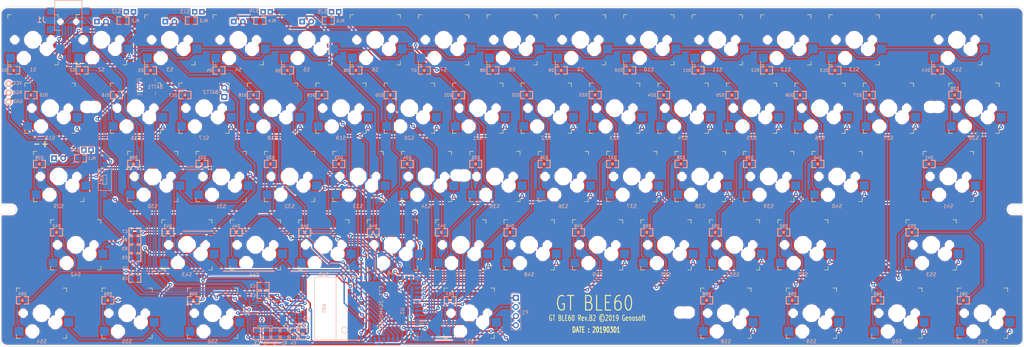
<source format=kicad_pcb>
(kicad_pcb (version 20171130) (host pcbnew "(5.0.0)")
  (title_block (title BLE60) (date 2019-03-01) (rev B2) (company Genosoft) (comment 1 "©2018 Genosoft") (comment 2 "thanks lotlab"))
  (layers (0 F.Cu signal) (31 B.Cu signal) (34 B.Paste user) (35 F.Paste user) (36 B.SilkS user) (37 F.SilkS user) (38 B.Mask user hide) (39 F.Mask user) (44 Edge.Cuts user hide))
  (net 0 "")
  (net 1 GND)
  (net 2 VCC)
  (net 3 BATT)
  (net 4 3V3)
  (net 5 ADC1)
  (net 6 V33)
  (net 7 /col1)
  (net 8 "Net-(D2-Pad2)")
  (net 9 /col2)
  (net 10 /col3)
  (net 11 /col4)
  (net 12 /col5)
  (net 13 /col6)
  (net 14 /col7)
  (net 15 /col8)
  (net 16 /col9)
  (net 17 /col10)
  (net 18 /col11)
  (net 19 /col12)
  (net 20 /col13)
  (net 21 /col14)
  (net 22 DIO)
  (net 23 DCLK)
  (net 24 /led1)
  (net 25 /led2)
  (net 26 /caps_led)
  (net 27 /led3)
  (net 28 /led4)
  (net 29 /row1)
  (net 30 /row2)
  (net 31 /row3)
  (net 32 /row4)
  (net 33 /row5)
  (net 34 RXD)
  (net 35 TXD)
  (net 36 CHRG)
  (net 37 STBY)
  (net 38 "Net-(R2-Pad1)")
  (net 39 "Net-(C3-Pad1)")
  (net 40 "Net-(D20-Pad2)")
  (net 41 "Net-(D1-Pad2)")
  (net 42 "Net-(D3-Pad2)")
  (net 43 "Net-(D4-Pad2)")
  (net 44 "Net-(D5-Pad2)")
  (net 45 "Net-(D6-Pad2)")
  (net 46 "Net-(D7-Pad2)")
  (net 47 "Net-(D8-Pad2)")
  (net 48 "Net-(D9-Pad2)")
  (net 49 "Net-(D10-Pad2)")
  (net 50 "Net-(D11-Pad2)")
  (net 51 "Net-(D12-Pad2)")
  (net 52 "Net-(D13-Pad2)")
  (net 53 "Net-(D14-Pad2)")
  (net 54 "Net-(D15-Pad2)")
  (net 55 "Net-(D16-Pad2)")
  (net 56 "Net-(D17-Pad2)")
  (net 57 "Net-(D18-Pad2)")
  (net 58 "Net-(D19-Pad2)")
  (net 59 "Net-(D21-Pad2)")
  (net 60 "Net-(D22-Pad2)")
  (net 61 "Net-(D23-Pad2)")
  (net 62 "Net-(D24-Pad2)")
  (net 63 "Net-(D25-Pad2)")
  (net 64 "Net-(D26-Pad2)")
  (net 65 "Net-(D27-Pad2)")
  (net 66 "Net-(D28-Pad2)")
  (net 67 "Net-(D29-Pad2)")
  (net 68 "Net-(D30-Pad2)")
  (net 69 "Net-(D31-Pad2)")
  (net 70 "Net-(D32-Pad2)")
  (net 71 "Net-(D33-Pad2)")
  (net 72 "Net-(D34-Pad2)")
  (net 73 "Net-(D35-Pad2)")
  (net 74 "Net-(D36-Pad2)")
  (net 75 "Net-(D37-Pad2)")
  (net 76 "Net-(D38-Pad2)")
  (net 77 "Net-(D39-Pad2)")
  (net 78 "Net-(D40-Pad2)")
  (net 79 "Net-(D41-Pad2)")
  (net 80 "Net-(D42-Pad2)")
  (net 81 "Net-(D43-Pad2)")
  (net 82 "Net-(D44-Pad2)")
  (net 83 "Net-(D45-Pad2)")
  (net 84 "Net-(D46-Pad2)")
  (net 85 "Net-(D47-Pad2)")
  (net 86 "Net-(D48-Pad2)")
  (net 87 "Net-(D49-Pad2)")
  (net 88 "Net-(D50-Pad2)")
  (net 89 "Net-(D51-Pad2)")
  (net 90 "Net-(D52-Pad2)")
  (net 91 "Net-(D53-Pad2)")
  (net 92 "Net-(D54-Pad2)")
  (net 93 "Net-(D55-Pad2)")
  (net 94 "Net-(D56-Pad2)")
  (net 95 "Net-(D57-Pad2)")
  (net 96 "Net-(D58-Pad2)")
  (net 97 "Net-(D59-Pad2)")
  (net 98 "Net-(D60-Pad2)")
  (net 99 "Net-(D61-Pad2)")
  (net 100 "Net-(LED2-Pad2)")
  (net 101 "Net-(LED3-Pad2)")
  (net 102 "Net-(LED4-Pad2)")
  (net 103 "Net-(LED5-Pad2)")
  (net 104 "Net-(RL1-Pad1)")
  (net 105 "Net-(RL2-Pad2)")
  (net 106 "Net-(RL3-Pad2)")
  (net 107 "Net-(RL4-Pad2)")
  (net 108 "Net-(RL5-Pad2)")
  (net 109 /RGB)
  (net 110 UD-)
  (net 111 UD+)
  (net 112 "Net-(LED1-Pad2)")
  (net 113 "Net-(D101-Pad2)")
  (net 114 /DFU)
  (module custom:CH552T (layer B.Cu) (at 135.99 150.145 180)
    (fp_text reference U2 (at 5.2 0.465 180) (layer B.SilkS) (effects (justify mirror)))
    (fp_text value CH552T hide)
    (pad 20 smd rect (at 2.95 2.925 180) (size 1.45 0.35) (layers B.Cu B.Paste B.Mask) (net 6 V33))
    (pad 19 smd rect (at 2.95 2.275 180) (size 1.45 0.35) (layers B.Cu B.Paste B.Mask) (net 2 VCC))
    (pad 18 smd rect (at 2.95 1.625 180) (size 1.45 0.35) (layers B.Cu B.Paste B.Mask) (net 1 GND))
    (pad 17 smd rect (at 2.95 0.975 180) (size 1.45 0.35) (layers B.Cu B.Paste B.Mask))
    (pad 16 smd rect (at 2.95 0.325 180) (size 1.45 0.35) (layers B.Cu B.Paste B.Mask))
    (pad 15 smd rect (at 2.95 -0.325 180) (size 1.45 0.35) (layers B.Cu B.Paste B.Mask) (net 110 UD-))
    (pad 14 smd rect (at 2.95 -0.975 180) (size 1.45 0.35) (layers B.Cu B.Paste B.Mask) (net 111 UD+))
    (pad 13 smd rect (at 2.95 -1.625 180) (size 1.45 0.35) (layers B.Cu B.Paste B.Mask))
    (pad 12 smd rect (at 2.95 -2.275 180) (size 1.45 0.35) (layers B.Cu B.Paste B.Mask))
    (pad 11 smd rect (at 2.95 -2.925 180) (size 1.45 0.35) (layers B.Cu B.Paste B.Mask))
    (pad 10 smd rect (at -2.95 -2.925 180) (size 1.45 0.35) (layers B.Cu B.Paste B.Mask))
    (pad 9 smd rect (at -2.95 -2.275 180) (size 1.45 0.35) (layers B.Cu B.Paste B.Mask))
    (pad 8 smd rect (at -2.95 -1.625 180) (size 1.45 0.35) (layers B.Cu B.Paste B.Mask))
    (pad 7 smd rect (at -2.95 -0.975 180) (size 1.45 0.35) (layers B.Cu B.Paste B.Mask))
    (pad 6 smd rect (at -2.95 -0.325 180) (size 1.45 0.35) (layers B.Cu B.Paste B.Mask))
    (pad 5 smd rect (at -2.95 0.325 180) (size 1.45 0.35) (layers B.Cu B.Paste B.Mask) (net 35 TXD))
    (pad 4 smd rect (at -2.95 0.975 180) (size 1.45 0.35) (layers B.Cu B.Paste B.Mask) (net 34 RXD))
    (pad 3 smd rect (at -2.95 1.625 180) (size 1.45 0.35) (layers B.Cu B.Paste B.Mask) (net 37 STBY))
    (pad 2 smd rect (at -2.95 2.275 180) (size 1.45 0.35) (layers B.Cu B.Paste B.Mask) (net 36 CHRG))
    (pad 1 smd rect (at -2.95 2.925 180) (size 1.45 0.35) (layers B.Cu B.Paste B.Mask))
  )
  (module custom:E73-2G4M04S1D (layer B.Cu) (at 178.51 139.95 270)
    (fp_text reference U1 (at 9.525 4.31 270) (layer B.SilkS) (effects (justify mirror)))
    (fp_text value E73-2G4M04S1D)
    (fp_text user E73-2G4M04S1D (at 8.81 10.14 270) (layer B.SilkS) (effects (justify mirror)))
    (fp_text user ANT (at 8.76 26.01 270) (layer B.SilkS) (effects (justify mirror)))
    (pad 13 smd rect (at 1.77 0.2 90) (size 0.8 1.2) (layers B.Cu B.Paste B.Mask) (net 1 GND))
    (pad 14 smd rect (at 3.04 0.2 90) (size 0.8 1.2) (layers B.Cu B.Paste B.Mask) (net 19 /col12))
    (pad 15 smd rect (at 4.31 0.2 90) (size 0.8 1.2) (layers B.Cu B.Paste B.Mask) (net 18 /col11))
    (pad 16 smd rect (at 5.58 0.2 90) (size 0.8 1.2) (layers B.Cu B.Paste B.Mask) (net 17 /col10))
    (pad 17 smd rect (at 6.85 0.2 90) (size 0.8 1.2) (layers B.Cu B.Paste B.Mask) (net 16 /col9))
    (pad 18 smd rect (at 8.12 0.2 90) (size 0.8 1.2) (layers B.Cu B.Paste B.Mask) (net 15 /col8))
    (pad 19 smd rect (at 9.39 0.2 90) (size 0.8 1.2) (layers B.Cu B.Paste B.Mask) (net 14 /col7))
    (pad 20 smd rect (at 10.66 0.2 90) (size 0.8 1.2) (layers B.Cu B.Paste B.Mask) (net 114 /DFU))
    (pad 21 smd rect (at 11.93 0.2 90) (size 0.8 1.2) (layers B.Cu B.Paste B.Mask) (net 13 /col6))
    (pad 22 smd rect (at 13.2 0.2 90) (size 0.8 1.2) (layers B.Cu B.Paste B.Mask) (net 28 /led4))
    (pad 23 smd rect (at 14.47 0.2 90) (size 0.8 1.2) (layers B.Cu B.Paste B.Mask) (net 12 /col5))
    (pad 24 smd rect (at 15.74 0.2 90) (size 0.8 1.2) (layers B.Cu B.Paste B.Mask) (net 1 GND))
    (pad 1 smd rect (at 0.2 15.74) (size 0.8 1.2) (layers B.Cu B.Paste B.Mask) (net 35 TXD))
    (pad 2 smd rect (at 0.2 14.47) (size 0.8 1.2) (layers B.Cu B.Paste B.Mask) (net 34 RXD))
    (pad 3 smd rect (at 0.2 13.2) (size 0.8 1.2) (layers B.Cu B.Paste B.Mask) (net 109 /RGB))
    (pad 4 smd rect (at 0.2 11.93) (size 0.8 1.2) (layers B.Cu B.Paste B.Mask) (net 29 /row1))
    (pad 5 smd rect (at 0.2 10.66) (size 0.8 1.2) (layers B.Cu B.Paste B.Mask) (net 32 /row4))
    (pad 6 smd rect (at 0.2 9.39) (size 0.8 1.2) (layers B.Cu B.Paste B.Mask) (net 33 /row5))
    (pad 7 smd rect (at 0.2 8.12) (size 0.8 1.2) (layers B.Cu B.Paste B.Mask) (net 31 /row3))
    (pad 8 smd rect (at 0.2 6.85) (size 0.8 1.2) (layers B.Cu B.Paste B.Mask) (net 21 /col14))
    (pad 9 smd rect (at 0.2 5.58) (size 0.8 1.2) (layers B.Cu B.Paste B.Mask) (net 20 /col13))
    (pad 10 smd rect (at 0.2 4.31) (size 0.8 1.2) (layers B.Cu B.Paste B.Mask) (net 5 ADC1))
    (pad 11 smd rect (at 0.2 3.04) (size 0.8 1.2) (layers B.Cu B.Paste B.Mask) (net 4 3V3))
    (pad 12 smd rect (at 0.2 1.77) (size 0.8 1.2) (layers B.Cu B.Paste B.Mask) (net 1 GND))
    (pad 25 smd rect (at 17.3 1.77) (size 0.8 1.2) (layers B.Cu B.Paste B.Mask) (net 1 GND))
    (pad 26 smd rect (at 17.3 3.04) (size 0.8 1.2) (layers B.Cu B.Paste B.Mask) (net 27 /led3))
    (pad 27 smd rect (at 17.3 4.31) (size 0.8 1.2) (layers B.Cu B.Paste B.Mask) (net 11 /col4))
    (pad 28 smd rect (at 17.3 5.58) (size 0.8 1.2) (layers B.Cu B.Paste B.Mask) (net 25 /led2))
    (pad 29 smd rect (at 17.3 6.85) (size 0.8 1.2) (layers B.Cu B.Paste B.Mask) (net 10 /col3))
    (pad 30 smd rect (at 17.3 8.12) (size 0.8 1.2) (layers B.Cu B.Paste B.Mask) (net 24 /led1))
    (pad 31 smd rect (at 17.3 9.39) (size 0.8 1.2) (layers B.Cu B.Paste B.Mask) (net 22 DIO))
    (pad 32 smd rect (at 17.3 10.66) (size 0.8 1.2) (layers B.Cu B.Paste B.Mask) (net 23 DCLK))
    (pad 33 smd rect (at 17.3 11.93) (size 0.8 1.2) (layers B.Cu B.Paste B.Mask) (net 9 /col2))
    (pad 34 smd rect (at 17.3 13.2) (size 0.8 1.2) (layers B.Cu B.Paste B.Mask) (net 26 /caps_led))
    (pad 35 smd rect (at 17.3 14.47) (size 0.8 1.2) (layers B.Cu B.Paste B.Mask) (net 7 /col1))
    (pad 36 smd rect (at 17.3 15.74) (size 0.8 1.2) (layers B.Cu B.Paste B.Mask) (net 30 /row2))
  )
  (module custom:PinHeader_2x1.25mm (layer B.Cu) (at 101.194 86.9188)
    (fp_text reference BATT1 (at 4.3 0.005) (layer B.SilkS) (effects (justify mirror)))
    (fp_text value PinHeader_2x1.25mm hide)
    (pad 2 thru_hole oval (at 0 -0.625) (size 1 1) (drill 0.65) (layers *.Cu *.Mask) (net 1 GND))
    (pad 1 thru_hole rect (at 0 0.625) (size 1 1) (drill 0.65) (layers *.Cu *.Mask) (net 3 BATT))
  )
  (module 0805:0805D (layer B.Cu) (at 242.332 127.49 180)
    (fp_text reference D50 (at 0 1.775 180) (layer B.SilkS) (effects (font (size 0.8 0.8)) (justify mirror)))
    (fp_text value 1N4148 hide)
    (pad 2 smd rect (at 0.9525 0 180) (size 0.889 1.397) (layers B.Cu B.Paste B.Mask) (net 88 "Net-(D50-Pad2)"))
    (pad 1 smd rect (at -0.9525 0 180) (size 0.889 1.397) (layers B.Cu B.Paste B.Mask) (net 17 /col10))
  )
  (module Kailh-3d-noled (layer F.Cu) (at 333.375 92.8688)
    (fp_text reference S28 (at 0 8.3) (layer B.SilkS) (effects (justify mirror)))
    (fp_text value MX1A)
    (pad 1 smd rect (at 7.56 2.54) (size 2.55 2.5) (layers B.Cu B.Paste B.Mask) (net 30 /row2))
    (pad "" np_thru_hole circle (at -5.08 0) (size 1.7018 1.7018) (drill 1.7018) (layers *.Cu *.Mask))
    (pad "" np_thru_hole circle (at 5.08 0) (size 1.7018 1.7018) (drill 1.7018) (layers *.Cu *.Mask))
    (pad "" np_thru_hole circle (at 0.0035 0.00115) (size 3.9878 3.9878) (drill 3.9878) (layers *.Cu *.Mask))
    (pad "" np_thru_hole circle (at 3.81 2.54) (size 3 3) (drill 3) (layers *.Cu *.Mask))
    (pad "" np_thru_hole circle (at -2.54 5.08) (size 3 3) (drill 3) (layers *.Cu *.Mask))
    (pad 2 smd rect (at -6.29 5.08) (size 2.55 2.5) (layers B.Cu B.Paste B.Mask) (net 66 "Net-(D28-Pad2)"))
  )
  (module logos:GTBLE60 (layer B.Cu) (at 228.525 146.955 180)
    (fp_text reference LOGO1 hide)
    (fp_text value LOGO hide)
  )
  (module custom:MX1A-led (layer F.Cu) (at 147.638 73.8188 180)
    (fp_text reference LED5 hide)
    (fp_text value LED hide)
    (pad 2 thru_hole rect (at 1.27 5.08 180) (size 1.6002 1.6002) (drill 0.8128) (layers *.Cu *.Mask) (net 103 "Net-(LED5-Pad2)"))
    (pad 1 thru_hole circle (at -1.27 5.08 180) (size 1.6002 1.6002) (drill 0.8128) (layers *.Cu *.Mask) (net 1 GND))
  )
  (module custom:MX1A-led (layer F.Cu) (at 128.588 73.8188 180)
    (fp_text reference LED4 hide)
    (fp_text value LED hide)
    (pad 2 thru_hole rect (at 1.27 5.08 180) (size 1.6002 1.6002) (drill 0.8128) (layers *.Cu *.Mask) (net 102 "Net-(LED4-Pad2)"))
    (pad 1 thru_hole circle (at -1.27 5.08 180) (size 1.6002 1.6002) (drill 0.8128) (layers *.Cu *.Mask) (net 1 GND))
  )
  (module custom:MX1A-led (layer F.Cu) (at 78.5812 111.919 180)
    (fp_text reference LED1 hide)
    (fp_text value LED hide)
    (pad 2 thru_hole rect (at 1.27 5.08 180) (size 1.6002 1.6002) (drill 0.8128) (layers *.Cu *.Mask) (net 112 "Net-(LED1-Pad2)"))
    (pad 1 thru_hole circle (at -1.27 5.08 180) (size 1.6002 1.6002) (drill 0.8128) (layers *.Cu *.Mask) (net 1 GND))
  )
  (module custom:MX1A-led (layer F.Cu) (at 90.4875 73.8188 180)
    (fp_text reference LED2 hide)
    (fp_text value LED hide)
    (pad 2 thru_hole rect (at 1.27 5.08 180) (size 1.6002 1.6002) (drill 0.8128) (layers *.Cu *.Mask) (net 100 "Net-(LED2-Pad2)"))
    (pad 1 thru_hole circle (at -1.27 5.08 180) (size 1.6002 1.6002) (drill 0.8128) (layers *.Cu *.Mask) (net 1 GND))
  )
  (module custom:MX1A-led (layer F.Cu) (at 109.538 73.8188 180)
    (fp_text reference LED3 hide)
    (fp_text value LED hide)
    (pad 2 thru_hole rect (at 1.27 5.08 180) (size 1.6002 1.6002) (drill 0.8128) (layers *.Cu *.Mask) (net 101 "Net-(LED3-Pad2)"))
    (pad 1 thru_hole circle (at -1.27 5.08 180) (size 1.6002 1.6002) (drill 0.8128) (layers *.Cu *.Mask) (net 1 GND))
  )
  (module Kailh-3d-noled (layer F.Cu) (at 71.4375 73.8188)
    (fp_text reference S1 (at 0 8.3) (layer B.SilkS) (effects (justify mirror)))
    (fp_text value MX1A)
    (pad 2 smd rect (at -6.29 5.08) (size 2.55 2.5) (layers B.Cu B.Paste B.Mask) (net 41 "Net-(D1-Pad2)"))
    (pad "" np_thru_hole circle (at -2.54 5.08) (size 3 3) (drill 3) (layers *.Cu *.Mask))
    (pad "" np_thru_hole circle (at 3.81 2.54) (size 3 3) (drill 3) (layers *.Cu *.Mask))
    (pad "" np_thru_hole circle (at 0.0035 0.00115) (size 3.9878 3.9878) (drill 3.9878) (layers *.Cu *.Mask))
    (pad "" np_thru_hole circle (at 5.08 0) (size 1.7018 1.7018) (drill 1.7018) (layers *.Cu *.Mask))
    (pad "" np_thru_hole circle (at -5.08 0) (size 1.7018 1.7018) (drill 1.7018) (layers *.Cu *.Mask))
    (pad 1 smd rect (at 7.56 2.54) (size 2.55 2.5) (layers B.Cu B.Paste B.Mask) (net 29 /row1))
  )
  (module Kailh-3d-noled (layer F.Cu) (at 90.4875 73.8188)
    (fp_text reference S2 (at 0 8.3) (layer B.SilkS) (effects (justify mirror)))
    (fp_text value MX1A)
    (pad 1 smd rect (at 7.56 2.54) (size 2.55 2.5) (layers B.Cu B.Paste B.Mask) (net 29 /row1))
    (pad "" np_thru_hole circle (at -5.08 0) (size 1.7018 1.7018) (drill 1.7018) (layers *.Cu *.Mask))
    (pad "" np_thru_hole circle (at 5.08 0) (size 1.7018 1.7018) (drill 1.7018) (layers *.Cu *.Mask))
    (pad "" np_thru_hole circle (at 0.0035 0.00115) (size 3.9878 3.9878) (drill 3.9878) (layers *.Cu *.Mask))
    (pad "" np_thru_hole circle (at 3.81 2.54) (size 3 3) (drill 3) (layers *.Cu *.Mask))
    (pad "" np_thru_hole circle (at -2.54 5.08) (size 3 3) (drill 3) (layers *.Cu *.Mask))
    (pad 2 smd rect (at -6.29 5.08) (size 2.55 2.5) (layers B.Cu B.Paste B.Mask) (net 8 "Net-(D2-Pad2)"))
  )
  (module Kailh-3d-noled (layer F.Cu) (at 109.538 73.8188)
    (fp_text reference S3 (at 0 8.3) (layer B.SilkS) (effects (justify mirror)))
    (fp_text value MX1A)
    (pad 1 smd rect (at 7.56 2.54) (size 2.55 2.5) (layers B.Cu B.Paste B.Mask) (net 29 /row1))
    (pad "" np_thru_hole circle (at -5.08 0) (size 1.7018 1.7018) (drill 1.7018) (layers *.Cu *.Mask))
    (pad "" np_thru_hole circle (at 5.08 0) (size 1.7018 1.7018) (drill 1.7018) (layers *.Cu *.Mask))
    (pad "" np_thru_hole circle (at 0.0035 0.00115) (size 3.9878 3.9878) (drill 3.9878) (layers *.Cu *.Mask))
    (pad "" np_thru_hole circle (at 3.81 2.54) (size 3 3) (drill 3) (layers *.Cu *.Mask))
    (pad "" np_thru_hole circle (at -2.54 5.08) (size 3 3) (drill 3) (layers *.Cu *.Mask))
    (pad 2 smd rect (at -6.29 5.08) (size 2.55 2.5) (layers B.Cu B.Paste B.Mask) (net 42 "Net-(D3-Pad2)"))
  )
  (module Kailh-3d-noled (layer F.Cu) (at 128.588 73.8188)
    (fp_text reference S4 (at 0 8.3) (layer B.SilkS) (effects (justify mirror)))
    (fp_text value MX1A)
    (pad 1 smd rect (at 7.56 2.54) (size 2.55 2.5) (layers B.Cu B.Paste B.Mask) (net 29 /row1))
    (pad "" np_thru_hole circle (at -5.08 0) (size 1.7018 1.7018) (drill 1.7018) (layers *.Cu *.Mask))
    (pad "" np_thru_hole circle (at 5.08 0) (size 1.7018 1.7018) (drill 1.7018) (layers *.Cu *.Mask))
    (pad "" np_thru_hole circle (at 0.0035 0.00115) (size 3.9878 3.9878) (drill 3.9878) (layers *.Cu *.Mask))
    (pad "" np_thru_hole circle (at 3.81 2.54) (size 3 3) (drill 3) (layers *.Cu *.Mask))
    (pad "" np_thru_hole circle (at -2.54 5.08) (size 3 3) (drill 3) (layers *.Cu *.Mask))
    (pad 2 smd rect (at -6.29 5.08) (size 2.55 2.5) (layers B.Cu B.Paste B.Mask) (net 43 "Net-(D4-Pad2)"))
  )
  (module Kailh-3d-noled (layer F.Cu) (at 147.638 73.8188)
    (fp_text reference S5 (at 0 8.3) (layer B.SilkS) (effects (justify mirror)))
    (fp_text value MX1A)
    (pad 1 smd rect (at 7.56 2.54) (size 2.55 2.5) (layers B.Cu B.Paste B.Mask) (net 29 /row1))
    (pad "" np_thru_hole circle (at -5.08 0) (size 1.7018 1.7018) (drill 1.7018) (layers *.Cu *.Mask))
    (pad "" np_thru_hole circle (at 5.08 0) (size 1.7018 1.7018) (drill 1.7018) (layers *.Cu *.Mask))
    (pad "" np_thru_hole circle (at 0.0035 0.00115) (size 3.9878 3.9878) (drill 3.9878) (layers *.Cu *.Mask))
    (pad "" np_thru_hole circle (at 3.81 2.54) (size 3 3) (drill 3) (layers *.Cu *.Mask))
    (pad "" np_thru_hole circle (at -2.54 5.08) (size 3 3) (drill 3) (layers *.Cu *.Mask))
    (pad 2 smd rect (at -6.29 5.08) (size 2.55 2.5) (layers B.Cu B.Paste B.Mask) (net 44 "Net-(D5-Pad2)"))
  )
  (module Kailh-3d-noled (layer F.Cu) (at 166.688 73.8188)
    (fp_text reference S6 (at 0 8.3) (layer B.SilkS) (effects (justify mirror)))
    (fp_text value MX1A)
    (pad 1 smd rect (at 7.56 2.54) (size 2.55 2.5) (layers B.Cu B.Paste B.Mask) (net 29 /row1))
    (pad "" np_thru_hole circle (at -5.08 0) (size 1.7018 1.7018) (drill 1.7018) (layers *.Cu *.Mask))
    (pad "" np_thru_hole circle (at 5.08 0) (size 1.7018 1.7018) (drill 1.7018) (layers *.Cu *.Mask))
    (pad "" np_thru_hole circle (at 0.0035 0.00115) (size 3.9878 3.9878) (drill 3.9878) (layers *.Cu *.Mask))
    (pad "" np_thru_hole circle (at 3.81 2.54) (size 3 3) (drill 3) (layers *.Cu *.Mask))
    (pad "" np_thru_hole circle (at -2.54 5.08) (size 3 3) (drill 3) (layers *.Cu *.Mask))
    (pad 2 smd rect (at -6.29 5.08) (size 2.55 2.5) (layers B.Cu B.Paste B.Mask) (net 45 "Net-(D6-Pad2)"))
  )
  (module Kailh-3d-noled (layer F.Cu) (at 185.738 73.8188)
    (fp_text reference S7 (at 0 8.3) (layer B.SilkS) (effects (justify mirror)))
    (fp_text value MX1A)
    (pad 1 smd rect (at 7.56 2.54) (size 2.55 2.5) (layers B.Cu B.Paste B.Mask) (net 29 /row1))
    (pad "" np_thru_hole circle (at -5.08 0) (size 1.7018 1.7018) (drill 1.7018) (layers *.Cu *.Mask))
    (pad "" np_thru_hole circle (at 5.08 0) (size 1.7018 1.7018) (drill 1.7018) (layers *.Cu *.Mask))
    (pad "" np_thru_hole circle (at 0.0035 0.00115) (size 3.9878 3.9878) (drill 3.9878) (layers *.Cu *.Mask))
    (pad "" np_thru_hole circle (at 3.81 2.54) (size 3 3) (drill 3) (layers *.Cu *.Mask))
    (pad "" np_thru_hole circle (at -2.54 5.08) (size 3 3) (drill 3) (layers *.Cu *.Mask))
    (pad 2 smd rect (at -6.29 5.08) (size 2.55 2.5) (layers B.Cu B.Paste B.Mask) (net 46 "Net-(D7-Pad2)"))
  )
  (module Kailh-3d-noled (layer F.Cu) (at 204.788 73.8188)
    (fp_text reference S8 (at 0 8.3) (layer B.SilkS) (effects (justify mirror)))
    (fp_text value MX1A)
    (pad 1 smd rect (at 7.56 2.54) (size 2.55 2.5) (layers B.Cu B.Paste B.Mask) (net 29 /row1))
    (pad "" np_thru_hole circle (at -5.08 0) (size 1.7018 1.7018) (drill 1.7018) (layers *.Cu *.Mask))
    (pad "" np_thru_hole circle (at 5.08 0) (size 1.7018 1.7018) (drill 1.7018) (layers *.Cu *.Mask))
    (pad "" np_thru_hole circle (at 0.0035 0.00115) (size 3.9878 3.9878) (drill 3.9878) (layers *.Cu *.Mask))
    (pad "" np_thru_hole circle (at 3.81 2.54) (size 3 3) (drill 3) (layers *.Cu *.Mask))
    (pad "" np_thru_hole circle (at -2.54 5.08) (size 3 3) (drill 3) (layers *.Cu *.Mask))
    (pad 2 smd rect (at -6.29 5.08) (size 2.55 2.5) (layers B.Cu B.Paste B.Mask) (net 47 "Net-(D8-Pad2)"))
  )
  (module Kailh-3d-noled (layer F.Cu) (at 223.838 73.8188)
    (fp_text reference S9 (at 0 8.3) (layer B.SilkS) (effects (justify mirror)))
    (fp_text value MX1A)
    (pad 1 smd rect (at 7.56 2.54) (size 2.55 2.5) (layers B.Cu B.Paste B.Mask) (net 29 /row1))
    (pad "" np_thru_hole circle (at -5.08 0) (size 1.7018 1.7018) (drill 1.7018) (layers *.Cu *.Mask))
    (pad "" np_thru_hole circle (at 5.08 0) (size 1.7018 1.7018) (drill 1.7018) (layers *.Cu *.Mask))
    (pad "" np_thru_hole circle (at 0.0035 0.00115) (size 3.9878 3.9878) (drill 3.9878) (layers *.Cu *.Mask))
    (pad "" np_thru_hole circle (at 3.81 2.54) (size 3 3) (drill 3) (layers *.Cu *.Mask))
    (pad "" np_thru_hole circle (at -2.54 5.08) (size 3 3) (drill 3) (layers *.Cu *.Mask))
    (pad 2 smd rect (at -6.29 5.08) (size 2.55 2.5) (layers B.Cu B.Paste B.Mask) (net 48 "Net-(D9-Pad2)"))
  )
  (module Kailh-3d-noled (layer F.Cu) (at 242.888 73.8188)
    (fp_text reference S10 (at 0 8.3) (layer B.SilkS) (effects (justify mirror)))
    (fp_text value MX1A)
    (pad 1 smd rect (at 7.56 2.54) (size 2.55 2.5) (layers B.Cu B.Paste B.Mask) (net 29 /row1))
    (pad "" np_thru_hole circle (at -5.08 0) (size 1.7018 1.7018) (drill 1.7018) (layers *.Cu *.Mask))
    (pad "" np_thru_hole circle (at 5.08 0) (size 1.7018 1.7018) (drill 1.7018) (layers *.Cu *.Mask))
    (pad "" np_thru_hole circle (at 0.0035 0.00115) (size 3.9878 3.9878) (drill 3.9878) (layers *.Cu *.Mask))
    (pad "" np_thru_hole circle (at 3.81 2.54) (size 3 3) (drill 3) (layers *.Cu *.Mask))
    (pad "" np_thru_hole circle (at -2.54 5.08) (size 3 3) (drill 3) (layers *.Cu *.Mask))
    (pad 2 smd rect (at -6.29 5.08) (size 2.55 2.5) (layers B.Cu B.Paste B.Mask) (net 49 "Net-(D10-Pad2)"))
  )
  (module Kailh-3d-noled (layer F.Cu) (at 261.938 73.8188)
    (fp_text reference S11 (at 0 8.3) (layer B.SilkS) (effects (justify mirror)))
    (fp_text value MX1A)
    (pad 1 smd rect (at 7.56 2.54) (size 2.55 2.5) (layers B.Cu B.Paste B.Mask) (net 29 /row1))
    (pad "" np_thru_hole circle (at -5.08 0) (size 1.7018 1.7018) (drill 1.7018) (layers *.Cu *.Mask))
    (pad "" np_thru_hole circle (at 5.08 0) (size 1.7018 1.7018) (drill 1.7018) (layers *.Cu *.Mask))
    (pad "" np_thru_hole circle (at 0.0035 0.00115) (size 3.9878 3.9878) (drill 3.9878) (layers *.Cu *.Mask))
    (pad "" np_thru_hole circle (at 3.81 2.54) (size 3 3) (drill 3) (layers *.Cu *.Mask))
    (pad "" np_thru_hole circle (at -2.54 5.08) (size 3 3) (drill 3) (layers *.Cu *.Mask))
    (pad 2 smd rect (at -6.29 5.08) (size 2.55 2.5) (layers B.Cu B.Paste B.Mask) (net 50 "Net-(D11-Pad2)"))
  )
  (module Kailh-3d-noled (layer F.Cu) (at 280.988 73.8188)
    (fp_text reference S12 (at 0 8.3) (layer B.SilkS) (effects (justify mirror)))
    (fp_text value MX1A)
    (pad 1 smd rect (at 7.56 2.54) (size 2.55 2.5) (layers B.Cu B.Paste B.Mask) (net 29 /row1))
    (pad "" np_thru_hole circle (at -5.08 0) (size 1.7018 1.7018) (drill 1.7018) (layers *.Cu *.Mask))
    (pad "" np_thru_hole circle (at 5.08 0) (size 1.7018 1.7018) (drill 1.7018) (layers *.Cu *.Mask))
    (pad "" np_thru_hole circle (at 0.0035 0.00115) (size 3.9878 3.9878) (drill 3.9878) (layers *.Cu *.Mask))
    (pad "" np_thru_hole circle (at 3.81 2.54) (size 3 3) (drill 3) (layers *.Cu *.Mask))
    (pad "" np_thru_hole circle (at -2.54 5.08) (size 3 3) (drill 3) (layers *.Cu *.Mask))
    (pad 2 smd rect (at -6.29 5.08) (size 2.55 2.5) (layers B.Cu B.Paste B.Mask) (net 51 "Net-(D12-Pad2)"))
  )
  (module Kailh-3d-noled (layer F.Cu) (at 300.038 73.8188)
    (fp_text reference S13 (at 0 8.3) (layer B.SilkS) (effects (justify mirror)))
    (fp_text value MX1A)
    (pad 1 smd rect (at 7.56 2.54) (size 2.55 2.5) (layers B.Cu B.Paste B.Mask) (net 29 /row1))
    (pad "" np_thru_hole circle (at -5.08 0) (size 1.7018 1.7018) (drill 1.7018) (layers *.Cu *.Mask))
    (pad "" np_thru_hole circle (at 5.08 0) (size 1.7018 1.7018) (drill 1.7018) (layers *.Cu *.Mask))
    (pad "" np_thru_hole circle (at 0.0035 0.00115) (size 3.9878 3.9878) (drill 3.9878) (layers *.Cu *.Mask))
    (pad "" np_thru_hole circle (at 3.81 2.54) (size 3 3) (drill 3) (layers *.Cu *.Mask))
    (pad "" np_thru_hole circle (at -2.54 5.08) (size 3 3) (drill 3) (layers *.Cu *.Mask))
    (pad 2 smd rect (at -6.29 5.08) (size 2.55 2.5) (layers B.Cu B.Paste B.Mask) (net 52 "Net-(D13-Pad2)"))
  )
  (module Kailh-3d-noled (layer F.Cu) (at 328.612 73.8188)
    (fp_text reference S14 (at 0 8.3) (layer B.SilkS) (effects (justify mirror)))
    (fp_text value MX1A)
    (pad 2 smd rect (at -6.29 5.08) (size 2.55 2.5) (layers B.Cu B.Paste B.Mask) (net 53 "Net-(D14-Pad2)"))
    (pad "" np_thru_hole circle (at -2.54 5.08) (size 3 3) (drill 3) (layers *.Cu *.Mask))
    (pad "" np_thru_hole circle (at 3.81 2.54) (size 3 3) (drill 3) (layers *.Cu *.Mask))
    (pad "" np_thru_hole circle (at 0.0035 0.00115) (size 3.9878 3.9878) (drill 3.9878) (layers *.Cu *.Mask))
    (pad "" np_thru_hole circle (at 5.08 0) (size 1.7018 1.7018) (drill 1.7018) (layers *.Cu *.Mask))
    (pad "" np_thru_hole circle (at -5.08 0) (size 1.7018 1.7018) (drill 1.7018) (layers *.Cu *.Mask))
    (pad 1 smd rect (at 7.56 2.54) (size 2.55 2.5) (layers B.Cu B.Paste B.Mask) (net 29 /row1))
  )
  (module Kailh-3d-noled (layer F.Cu) (at 76.2 92.8688)
    (fp_text reference S15 (at 0 8.3) (layer B.SilkS) (effects (justify mirror)))
    (fp_text value MX1A)
    (pad 2 smd rect (at -6.29 5.08) (size 2.55 2.5) (layers B.Cu B.Paste B.Mask) (net 54 "Net-(D15-Pad2)"))
    (pad "" np_thru_hole circle (at -2.54 5.08) (size 3 3) (drill 3) (layers *.Cu *.Mask))
    (pad "" np_thru_hole circle (at 3.81 2.54) (size 3 3) (drill 3) (layers *.Cu *.Mask))
    (pad "" np_thru_hole circle (at 0.0035 0.00115) (size 3.9878 3.9878) (drill 3.9878) (layers *.Cu *.Mask))
    (pad "" np_thru_hole circle (at 5.08 0) (size 1.7018 1.7018) (drill 1.7018) (layers *.Cu *.Mask))
    (pad "" np_thru_hole circle (at -5.08 0) (size 1.7018 1.7018) (drill 1.7018) (layers *.Cu *.Mask))
    (pad 1 smd rect (at 7.56 2.54) (size 2.55 2.5) (layers B.Cu B.Paste B.Mask) (net 30 /row2))
  )
  (module Kailh-3d-noled (layer F.Cu) (at 100.012 92.8688)
    (fp_text reference S16 (at 0 8.3) (layer B.SilkS) (effects (justify mirror)))
    (fp_text value MX1A)
    (pad 1 smd rect (at 7.56 2.54) (size 2.55 2.5) (layers B.Cu B.Paste B.Mask) (net 30 /row2))
    (pad "" np_thru_hole circle (at -5.08 0) (size 1.7018 1.7018) (drill 1.7018) (layers *.Cu *.Mask))
    (pad "" np_thru_hole circle (at 5.08 0) (size 1.7018 1.7018) (drill 1.7018) (layers *.Cu *.Mask))
    (pad "" np_thru_hole circle (at 0.0035 0.00115) (size 3.9878 3.9878) (drill 3.9878) (layers *.Cu *.Mask))
    (pad "" np_thru_hole circle (at 3.81 2.54) (size 3 3) (drill 3) (layers *.Cu *.Mask))
    (pad "" np_thru_hole circle (at -2.54 5.08) (size 3 3) (drill 3) (layers *.Cu *.Mask))
    (pad 2 smd rect (at -6.29 5.08) (size 2.55 2.5) (layers B.Cu B.Paste B.Mask) (net 55 "Net-(D16-Pad2)"))
  )
  (module Kailh-3d-noled (layer F.Cu) (at 119.062 92.8688)
    (fp_text reference S17 (at 0 8.3) (layer B.SilkS) (effects (justify mirror)))
    (fp_text value MX1A)
    (pad 2 smd rect (at -6.29 5.08) (size 2.55 2.5) (layers B.Cu B.Paste B.Mask) (net 56 "Net-(D17-Pad2)"))
    (pad "" np_thru_hole circle (at -2.54 5.08) (size 3 3) (drill 3) (layers *.Cu *.Mask))
    (pad "" np_thru_hole circle (at 3.81 2.54) (size 3 3) (drill 3) (layers *.Cu *.Mask))
    (pad "" np_thru_hole circle (at 0.0035 0.00115) (size 3.9878 3.9878) (drill 3.9878) (layers *.Cu *.Mask))
    (pad "" np_thru_hole circle (at 5.08 0) (size 1.7018 1.7018) (drill 1.7018) (layers *.Cu *.Mask))
    (pad "" np_thru_hole circle (at -5.08 0) (size 1.7018 1.7018) (drill 1.7018) (layers *.Cu *.Mask))
    (pad 1 smd rect (at 7.56 2.54) (size 2.55 2.5) (layers B.Cu B.Paste B.Mask) (net 30 /row2))
  )
  (module Kailh-3d-noled (layer F.Cu) (at 138.112 92.8688)
    (fp_text reference S18 (at 0 8.3) (layer B.SilkS) (effects (justify mirror)))
    (fp_text value MX1A)
    (pad 2 smd rect (at -6.29 5.08) (size 2.55 2.5) (layers B.Cu B.Paste B.Mask) (net 57 "Net-(D18-Pad2)"))
    (pad "" np_thru_hole circle (at -2.54 5.08) (size 3 3) (drill 3) (layers *.Cu *.Mask))
    (pad "" np_thru_hole circle (at 3.81 2.54) (size 3 3) (drill 3) (layers *.Cu *.Mask))
    (pad "" np_thru_hole circle (at 0.0035 0.00115) (size 3.9878 3.9878) (drill 3.9878) (layers *.Cu *.Mask))
    (pad "" np_thru_hole circle (at 5.08 0) (size 1.7018 1.7018) (drill 1.7018) (layers *.Cu *.Mask))
    (pad "" np_thru_hole circle (at -5.08 0) (size 1.7018 1.7018) (drill 1.7018) (layers *.Cu *.Mask))
    (pad 1 smd rect (at 7.56 2.54) (size 2.55 2.5) (layers B.Cu B.Paste B.Mask) (net 30 /row2))
  )
  (module Kailh-3d-noled (layer F.Cu) (at 157.162 92.8688)
    (fp_text reference S19 (at 0 8.3) (layer B.SilkS) (effects (justify mirror)))
    (fp_text value MX1A)
    (pad 2 smd rect (at -6.29 5.08) (size 2.55 2.5) (layers B.Cu B.Paste B.Mask) (net 58 "Net-(D19-Pad2)"))
    (pad "" np_thru_hole circle (at -2.54 5.08) (size 3 3) (drill 3) (layers *.Cu *.Mask))
    (pad "" np_thru_hole circle (at 3.81 2.54) (size 3 3) (drill 3) (layers *.Cu *.Mask))
    (pad "" np_thru_hole circle (at 0.0035 0.00115) (size 3.9878 3.9878) (drill 3.9878) (layers *.Cu *.Mask))
    (pad "" np_thru_hole circle (at 5.08 0) (size 1.7018 1.7018) (drill 1.7018) (layers *.Cu *.Mask))
    (pad "" np_thru_hole circle (at -5.08 0) (size 1.7018 1.7018) (drill 1.7018) (layers *.Cu *.Mask))
    (pad 1 smd rect (at 7.56 2.54) (size 2.55 2.5) (layers B.Cu B.Paste B.Mask) (net 30 /row2))
  )
  (module Kailh-3d-noled (layer F.Cu) (at 176.212 92.8688)
    (fp_text reference S20 (at 0 8.3) (layer B.SilkS) (effects (justify mirror)))
    (fp_text value MX1A)
    (pad 2 smd rect (at -6.29 5.08) (size 2.55 2.5) (layers B.Cu B.Paste B.Mask) (net 40 "Net-(D20-Pad2)"))
    (pad "" np_thru_hole circle (at -2.54 5.08) (size 3 3) (drill 3) (layers *.Cu *.Mask))
    (pad "" np_thru_hole circle (at 3.81 2.54) (size 3 3) (drill 3) (layers *.Cu *.Mask))
    (pad "" np_thru_hole circle (at 0.0035 0.00115) (size 3.9878 3.9878) (drill 3.9878) (layers *.Cu *.Mask))
    (pad "" np_thru_hole circle (at 5.08 0) (size 1.7018 1.7018) (drill 1.7018) (layers *.Cu *.Mask))
    (pad "" np_thru_hole circle (at -5.08 0) (size 1.7018 1.7018) (drill 1.7018) (layers *.Cu *.Mask))
    (pad 1 smd rect (at 7.56 2.54) (size 2.55 2.5) (layers B.Cu B.Paste B.Mask) (net 30 /row2))
  )
  (module Kailh-3d-noled (layer F.Cu) (at 195.262 92.8688)
    (fp_text reference S21 (at 0 8.3) (layer B.SilkS) (effects (justify mirror)))
    (fp_text value MX1A)
    (pad 2 smd rect (at -6.29 5.08) (size 2.55 2.5) (layers B.Cu B.Paste B.Mask) (net 59 "Net-(D21-Pad2)"))
    (pad "" np_thru_hole circle (at -2.54 5.08) (size 3 3) (drill 3) (layers *.Cu *.Mask))
    (pad "" np_thru_hole circle (at 3.81 2.54) (size 3 3) (drill 3) (layers *.Cu *.Mask))
    (pad "" np_thru_hole circle (at 0.0035 0.00115) (size 3.9878 3.9878) (drill 3.9878) (layers *.Cu *.Mask))
    (pad "" np_thru_hole circle (at 5.08 0) (size 1.7018 1.7018) (drill 1.7018) (layers *.Cu *.Mask))
    (pad "" np_thru_hole circle (at -5.08 0) (size 1.7018 1.7018) (drill 1.7018) (layers *.Cu *.Mask))
    (pad 1 smd rect (at 7.56 2.54) (size 2.55 2.5) (layers B.Cu B.Paste B.Mask) (net 30 /row2))
  )
  (module Kailh-3d-noled (layer F.Cu) (at 214.312 92.8688)
    (fp_text reference S22 (at 0 8.3) (layer B.SilkS) (effects (justify mirror)))
    (fp_text value MX1A)
    (pad 2 smd rect (at -6.29 5.08) (size 2.55 2.5) (layers B.Cu B.Paste B.Mask) (net 60 "Net-(D22-Pad2)"))
    (pad "" np_thru_hole circle (at -2.54 5.08) (size 3 3) (drill 3) (layers *.Cu *.Mask))
    (pad "" np_thru_hole circle (at 3.81 2.54) (size 3 3) (drill 3) (layers *.Cu *.Mask))
    (pad "" np_thru_hole circle (at 0.0035 0.00115) (size 3.9878 3.9878) (drill 3.9878) (layers *.Cu *.Mask))
    (pad "" np_thru_hole circle (at 5.08 0) (size 1.7018 1.7018) (drill 1.7018) (layers *.Cu *.Mask))
    (pad "" np_thru_hole circle (at -5.08 0) (size 1.7018 1.7018) (drill 1.7018) (layers *.Cu *.Mask))
    (pad 1 smd rect (at 7.56 2.54) (size 2.55 2.5) (layers B.Cu B.Paste B.Mask) (net 30 /row2))
  )
  (module Kailh-3d-noled (layer F.Cu) (at 233.362 92.8688)
    (fp_text reference S23 (at 0 8.3) (layer B.SilkS) (effects (justify mirror)))
    (fp_text value MX1A)
    (pad 2 smd rect (at -6.29 5.08) (size 2.55 2.5) (layers B.Cu B.Paste B.Mask) (net 61 "Net-(D23-Pad2)"))
    (pad "" np_thru_hole circle (at -2.54 5.08) (size 3 3) (drill 3) (layers *.Cu *.Mask))
    (pad "" np_thru_hole circle (at 3.81 2.54) (size 3 3) (drill 3) (layers *.Cu *.Mask))
    (pad "" np_thru_hole circle (at 0.0035 0.00115) (size 3.9878 3.9878) (drill 3.9878) (layers *.Cu *.Mask))
    (pad "" np_thru_hole circle (at 5.08 0) (size 1.7018 1.7018) (drill 1.7018) (layers *.Cu *.Mask))
    (pad "" np_thru_hole circle (at -5.08 0) (size 1.7018 1.7018) (drill 1.7018) (layers *.Cu *.Mask))
    (pad 1 smd rect (at 7.56 2.54) (size 2.55 2.5) (layers B.Cu B.Paste B.Mask) (net 30 /row2))
  )
  (module Kailh-3d-noled (layer F.Cu) (at 252.412 92.8688)
    (fp_text reference S24 (at 0 8.3) (layer B.SilkS) (effects (justify mirror)))
    (fp_text value MX1A)
    (pad 2 smd rect (at -6.29 5.08) (size 2.55 2.5) (layers B.Cu B.Paste B.Mask) (net 62 "Net-(D24-Pad2)"))
    (pad "" np_thru_hole circle (at -2.54 5.08) (size 3 3) (drill 3) (layers *.Cu *.Mask))
    (pad "" np_thru_hole circle (at 3.81 2.54) (size 3 3) (drill 3) (layers *.Cu *.Mask))
    (pad "" np_thru_hole circle (at 0.0035 0.00115) (size 3.9878 3.9878) (drill 3.9878) (layers *.Cu *.Mask))
    (pad "" np_thru_hole circle (at 5.08 0) (size 1.7018 1.7018) (drill 1.7018) (layers *.Cu *.Mask))
    (pad "" np_thru_hole circle (at -5.08 0) (size 1.7018 1.7018) (drill 1.7018) (layers *.Cu *.Mask))
    (pad 1 smd rect (at 7.56 2.54) (size 2.55 2.5) (layers B.Cu B.Paste B.Mask) (net 30 /row2))
  )
  (module Kailh-3d-noled (layer F.Cu) (at 271.462 92.8688)
    (fp_text reference S25 (at 0 8.3) (layer B.SilkS) (effects (justify mirror)))
    (fp_text value MX1A)
    (pad 2 smd rect (at -6.29 5.08) (size 2.55 2.5) (layers B.Cu B.Paste B.Mask) (net 63 "Net-(D25-Pad2)"))
    (pad "" np_thru_hole circle (at -2.54 5.08) (size 3 3) (drill 3) (layers *.Cu *.Mask))
    (pad "" np_thru_hole circle (at 3.81 2.54) (size 3 3) (drill 3) (layers *.Cu *.Mask))
    (pad "" np_thru_hole circle (at 0.0035 0.00115) (size 3.9878 3.9878) (drill 3.9878) (layers *.Cu *.Mask))
    (pad "" np_thru_hole circle (at 5.08 0) (size 1.7018 1.7018) (drill 1.7018) (layers *.Cu *.Mask))
    (pad "" np_thru_hole circle (at -5.08 0) (size 1.7018 1.7018) (drill 1.7018) (layers *.Cu *.Mask))
    (pad 1 smd rect (at 7.56 2.54) (size 2.55 2.5) (layers B.Cu B.Paste B.Mask) (net 30 /row2))
  )
  (module Kailh-3d-noled (layer F.Cu) (at 290.512 92.8688)
    (fp_text reference S26 (at 0 8.3) (layer B.SilkS) (effects (justify mirror)))
    (fp_text value MX1A)
    (pad 2 smd rect (at -6.29 5.08) (size 2.55 2.5) (layers B.Cu B.Paste B.Mask) (net 64 "Net-(D26-Pad2)"))
    (pad "" np_thru_hole circle (at -2.54 5.08) (size 3 3) (drill 3) (layers *.Cu *.Mask))
    (pad "" np_thru_hole circle (at 3.81 2.54) (size 3 3) (drill 3) (layers *.Cu *.Mask))
    (pad "" np_thru_hole circle (at 0.0035 0.00115) (size 3.9878 3.9878) (drill 3.9878) (layers *.Cu *.Mask))
    (pad "" np_thru_hole circle (at 5.08 0) (size 1.7018 1.7018) (drill 1.7018) (layers *.Cu *.Mask))
    (pad "" np_thru_hole circle (at -5.08 0) (size 1.7018 1.7018) (drill 1.7018) (layers *.Cu *.Mask))
    (pad 1 smd rect (at 7.56 2.54) (size 2.55 2.5) (layers B.Cu B.Paste B.Mask) (net 30 /row2))
  )
  (module Kailh-3d-noled (layer F.Cu) (at 309.562 92.8688)
    (fp_text reference S27 (at 0 8.3) (layer B.SilkS) (effects (justify mirror)))
    (fp_text value MX1A)
    (pad 2 smd rect (at -6.29 5.08) (size 2.55 2.5) (layers B.Cu B.Paste B.Mask) (net 65 "Net-(D27-Pad2)"))
    (pad "" np_thru_hole circle (at -2.54 5.08) (size 3 3) (drill 3) (layers *.Cu *.Mask))
    (pad "" np_thru_hole circle (at 3.81 2.54) (size 3 3) (drill 3) (layers *.Cu *.Mask))
    (pad "" np_thru_hole circle (at 0.0035 0.00115) (size 3.9878 3.9878) (drill 3.9878) (layers *.Cu *.Mask))
    (pad "" np_thru_hole circle (at 5.08 0) (size 1.7018 1.7018) (drill 1.7018) (layers *.Cu *.Mask))
    (pad "" np_thru_hole circle (at -5.08 0) (size 1.7018 1.7018) (drill 1.7018) (layers *.Cu *.Mask))
    (pad 1 smd rect (at 7.56 2.54) (size 2.55 2.5) (layers B.Cu B.Paste B.Mask) (net 30 /row2))
  )
  (module Kailh-3d-noled (layer F.Cu) (at 78.5812 111.919)
    (fp_text reference S29 (at 0 8.3) (layer B.SilkS) (effects (justify mirror)))
    (fp_text value MX1A)
    (pad 2 smd rect (at -6.29 5.08) (size 2.55 2.5) (layers B.Cu B.Paste B.Mask) (net 67 "Net-(D29-Pad2)"))
    (pad "" np_thru_hole circle (at -2.54 5.08) (size 3 3) (drill 3) (layers *.Cu *.Mask))
    (pad "" np_thru_hole circle (at 3.81 2.54) (size 3 3) (drill 3) (layers *.Cu *.Mask))
    (pad "" np_thru_hole circle (at 0.0035 0.00115) (size 3.9878 3.9878) (drill 3.9878) (layers *.Cu *.Mask))
    (pad "" np_thru_hole circle (at 5.08 0) (size 1.7018 1.7018) (drill 1.7018) (layers *.Cu *.Mask))
    (pad "" np_thru_hole circle (at -5.08 0) (size 1.7018 1.7018) (drill 1.7018) (layers *.Cu *.Mask))
    (pad 1 smd rect (at 7.56 2.54) (size 2.55 2.5) (layers B.Cu B.Paste B.Mask) (net 31 /row3))
  )
  (module Kailh-3d-noled (layer F.Cu) (at 104.775 111.919)
    (fp_text reference S30 (at 0 8.3) (layer B.SilkS) (effects (justify mirror)))
    (fp_text value MX1A)
    (pad 1 smd rect (at 7.56 2.54) (size 2.55 2.5) (layers B.Cu B.Paste B.Mask) (net 31 /row3))
    (pad "" np_thru_hole circle (at -5.08 0) (size 1.7018 1.7018) (drill 1.7018) (layers *.Cu *.Mask))
    (pad "" np_thru_hole circle (at 5.08 0) (size 1.7018 1.7018) (drill 1.7018) (layers *.Cu *.Mask))
    (pad "" np_thru_hole circle (at 0.0035 0.00115) (size 3.9878 3.9878) (drill 3.9878) (layers *.Cu *.Mask))
    (pad "" np_thru_hole circle (at 3.81 2.54) (size 3 3) (drill 3) (layers *.Cu *.Mask))
    (pad "" np_thru_hole circle (at -2.54 5.08) (size 3 3) (drill 3) (layers *.Cu *.Mask))
    (pad 2 smd rect (at -6.29 5.08) (size 2.55 2.5) (layers B.Cu B.Paste B.Mask) (net 68 "Net-(D30-Pad2)"))
  )
  (module Kailh-3d-noled (layer F.Cu) (at 123.825 111.919)
    (fp_text reference S31 (at 0 8.3) (layer B.SilkS) (effects (justify mirror)))
    (fp_text value MX1A)
    (pad 2 smd rect (at -6.29 5.08) (size 2.55 2.5) (layers B.Cu B.Paste B.Mask) (net 69 "Net-(D31-Pad2)"))
    (pad "" np_thru_hole circle (at -2.54 5.08) (size 3 3) (drill 3) (layers *.Cu *.Mask))
    (pad "" np_thru_hole circle (at 3.81 2.54) (size 3 3) (drill 3) (layers *.Cu *.Mask))
    (pad "" np_thru_hole circle (at 0.0035 0.00115) (size 3.9878 3.9878) (drill 3.9878) (layers *.Cu *.Mask))
    (pad "" np_thru_hole circle (at 5.08 0) (size 1.7018 1.7018) (drill 1.7018) (layers *.Cu *.Mask))
    (pad "" np_thru_hole circle (at -5.08 0) (size 1.7018 1.7018) (drill 1.7018) (layers *.Cu *.Mask))
    (pad 1 smd rect (at 7.56 2.54) (size 2.55 2.5) (layers B.Cu B.Paste B.Mask) (net 31 /row3))
  )
  (module Kailh-3d-noled (layer F.Cu) (at 142.875 111.919)
    (fp_text reference S32 (at 0 8.3) (layer B.SilkS) (effects (justify mirror)))
    (fp_text value MX1A)
    (pad 2 smd rect (at -6.29 5.08) (size 2.55 2.5) (layers B.Cu B.Paste B.Mask) (net 70 "Net-(D32-Pad2)"))
    (pad "" np_thru_hole circle (at -2.54 5.08) (size 3 3) (drill 3) (layers *.Cu *.Mask))
    (pad "" np_thru_hole circle (at 3.81 2.54) (size 3 3) (drill 3) (layers *.Cu *.Mask))
    (pad "" np_thru_hole circle (at 0.0035 0.00115) (size 3.9878 3.9878) (drill 3.9878) (layers *.Cu *.Mask))
    (pad "" np_thru_hole circle (at 5.08 0) (size 1.7018 1.7018) (drill 1.7018) (layers *.Cu *.Mask))
    (pad "" np_thru_hole circle (at -5.08 0) (size 1.7018 1.7018) (drill 1.7018) (layers *.Cu *.Mask))
    (pad 1 smd rect (at 7.56 2.54) (size 2.55 2.5) (layers B.Cu B.Paste B.Mask) (net 31 /row3))
  )
  (module Kailh-3d-noled (layer F.Cu) (at 161.925 111.919)
    (fp_text reference S33 (at 0 8.3) (layer B.SilkS) (effects (justify mirror)))
    (fp_text value MX1A)
    (pad 2 smd rect (at -6.29 5.08) (size 2.55 2.5) (layers B.Cu B.Paste B.Mask) (net 71 "Net-(D33-Pad2)"))
    (pad "" np_thru_hole circle (at -2.54 5.08) (size 3 3) (drill 3) (layers *.Cu *.Mask))
    (pad "" np_thru_hole circle (at 3.81 2.54) (size 3 3) (drill 3) (layers *.Cu *.Mask))
    (pad "" np_thru_hole circle (at 0.0035 0.00115) (size 3.9878 3.9878) (drill 3.9878) (layers *.Cu *.Mask))
    (pad "" np_thru_hole circle (at 5.08 0) (size 1.7018 1.7018) (drill 1.7018) (layers *.Cu *.Mask))
    (pad "" np_thru_hole circle (at -5.08 0) (size 1.7018 1.7018) (drill 1.7018) (layers *.Cu *.Mask))
    (pad 1 smd rect (at 7.56 2.54) (size 2.55 2.5) (layers B.Cu B.Paste B.Mask) (net 31 /row3))
  )
  (module Kailh-3d-noled (layer F.Cu) (at 180.975 111.919)
    (fp_text reference S34 (at 0 8.3 180) (layer B.SilkS) (effects (justify mirror)))
    (fp_text value MX1A)
    (pad 2 smd rect (at -6.29 5.08) (size 2.55 2.5) (layers B.Cu B.Paste B.Mask) (net 72 "Net-(D34-Pad2)"))
    (pad "" np_thru_hole circle (at -2.54 5.08) (size 3 3) (drill 3) (layers *.Cu *.Mask))
    (pad "" np_thru_hole circle (at 3.81 2.54) (size 3 3) (drill 3) (layers *.Cu *.Mask))
    (pad "" np_thru_hole circle (at 0.0035 0.00115) (size 3.9878 3.9878) (drill 3.9878) (layers *.Cu *.Mask))
    (pad "" np_thru_hole circle (at 5.08 0) (size 1.7018 1.7018) (drill 1.7018) (layers *.Cu *.Mask))
    (pad "" np_thru_hole circle (at -5.08 0) (size 1.7018 1.7018) (drill 1.7018) (layers *.Cu *.Mask))
    (pad 1 smd rect (at 7.56 2.54) (size 2.55 2.5) (layers B.Cu B.Paste B.Mask) (net 31 /row3))
  )
  (module Kailh-3d-noled (layer F.Cu) (at 200.025 111.919)
    (fp_text reference S35 (at 0 8.3) (layer B.SilkS) (effects (justify mirror)))
    (fp_text value MX1A)
    (pad 2 smd rect (at -6.29 5.08) (size 2.55 2.5) (layers B.Cu B.Paste B.Mask) (net 73 "Net-(D35-Pad2)"))
    (pad "" np_thru_hole circle (at -2.54 5.08) (size 3 3) (drill 3) (layers *.Cu *.Mask))
    (pad "" np_thru_hole circle (at 3.81 2.54) (size 3 3) (drill 3) (layers *.Cu *.Mask))
    (pad "" np_thru_hole circle (at 0.0035 0.00115) (size 3.9878 3.9878) (drill 3.9878) (layers *.Cu *.Mask))
    (pad "" np_thru_hole circle (at 5.08 0) (size 1.7018 1.7018) (drill 1.7018) (layers *.Cu *.Mask))
    (pad "" np_thru_hole circle (at -5.08 0) (size 1.7018 1.7018) (drill 1.7018) (layers *.Cu *.Mask))
    (pad 1 smd rect (at 7.56 2.54) (size 2.55 2.5) (layers B.Cu B.Paste B.Mask) (net 31 /row3))
  )
  (module Kailh-3d-noled (layer F.Cu) (at 219.075 111.919)
    (fp_text reference S36 (at 0 8.3) (layer B.SilkS) (effects (justify mirror)))
    (fp_text value MX1A)
    (pad 2 smd rect (at -6.29 5.08) (size 2.55 2.5) (layers B.Cu B.Paste B.Mask) (net 74 "Net-(D36-Pad2)"))
    (pad "" np_thru_hole circle (at -2.54 5.08) (size 3 3) (drill 3) (layers *.Cu *.Mask))
    (pad "" np_thru_hole circle (at 3.81 2.54) (size 3 3) (drill 3) (layers *.Cu *.Mask))
    (pad "" np_thru_hole circle (at 0.0035 0.00115) (size 3.9878 3.9878) (drill 3.9878) (layers *.Cu *.Mask))
    (pad "" np_thru_hole circle (at 5.08 0) (size 1.7018 1.7018) (drill 1.7018) (layers *.Cu *.Mask))
    (pad "" np_thru_hole circle (at -5.08 0) (size 1.7018 1.7018) (drill 1.7018) (layers *.Cu *.Mask))
    (pad 1 smd rect (at 7.56 2.54) (size 2.55 2.5) (layers B.Cu B.Paste B.Mask) (net 31 /row3))
  )
  (module Kailh-3d-noled (layer F.Cu) (at 238.125 111.919)
    (fp_text reference S37 (at 0 8.3) (layer B.SilkS) (effects (justify mirror)))
    (fp_text value MX1A)
    (pad 2 smd rect (at -6.29 5.08) (size 2.55 2.5) (layers B.Cu B.Paste B.Mask) (net 75 "Net-(D37-Pad2)"))
    (pad "" np_thru_hole circle (at -2.54 5.08) (size 3 3) (drill 3) (layers *.Cu *.Mask))
    (pad "" np_thru_hole circle (at 3.81 2.54) (size 3 3) (drill 3) (layers *.Cu *.Mask))
    (pad "" np_thru_hole circle (at 0.0035 0.00115) (size 3.9878 3.9878) (drill 3.9878) (layers *.Cu *.Mask))
    (pad "" np_thru_hole circle (at 5.08 0) (size 1.7018 1.7018) (drill 1.7018) (layers *.Cu *.Mask))
    (pad "" np_thru_hole circle (at -5.08 0) (size 1.7018 1.7018) (drill 1.7018) (layers *.Cu *.Mask))
    (pad 1 smd rect (at 7.56 2.54) (size 2.55 2.5) (layers B.Cu B.Paste B.Mask) (net 31 /row3))
  )
  (module Kailh-3d-noled (layer F.Cu) (at 257.175 111.919)
    (fp_text reference S38 (at 0 8.3) (layer B.SilkS) (effects (justify mirror)))
    (fp_text value MX1A)
    (pad 2 smd rect (at -6.29 5.08) (size 2.55 2.5) (layers B.Cu B.Paste B.Mask) (net 76 "Net-(D38-Pad2)"))
    (pad "" np_thru_hole circle (at -2.54 5.08) (size 3 3) (drill 3) (layers *.Cu *.Mask))
    (pad "" np_thru_hole circle (at 3.81 2.54) (size 3 3) (drill 3) (layers *.Cu *.Mask))
    (pad "" np_thru_hole circle (at 0.0035 0.00115) (size 3.9878 3.9878) (drill 3.9878) (layers *.Cu *.Mask))
    (pad "" np_thru_hole circle (at 5.08 0) (size 1.7018 1.7018) (drill 1.7018) (layers *.Cu *.Mask))
    (pad "" np_thru_hole circle (at -5.08 0) (size 1.7018 1.7018) (drill 1.7018) (layers *.Cu *.Mask))
    (pad 1 smd rect (at 7.56 2.54) (size 2.55 2.5) (layers B.Cu B.Paste B.Mask) (net 31 /row3))
  )
  (module Kailh-3d-noled (layer F.Cu) (at 276.225 111.919)
    (fp_text reference S39 (at 0 8.3) (layer B.SilkS) (effects (justify mirror)))
    (fp_text value MX1A)
    (pad 2 smd rect (at -6.29 5.08) (size 2.55 2.5) (layers B.Cu B.Paste B.Mask) (net 77 "Net-(D39-Pad2)"))
    (pad "" np_thru_hole circle (at -2.54 5.08) (size 3 3) (drill 3) (layers *.Cu *.Mask))
    (pad "" np_thru_hole circle (at 3.81 2.54) (size 3 3) (drill 3) (layers *.Cu *.Mask))
    (pad "" np_thru_hole circle (at 0.0035 0.00115) (size 3.9878 3.9878) (drill 3.9878) (layers *.Cu *.Mask))
    (pad "" np_thru_hole circle (at 5.08 0) (size 1.7018 1.7018) (drill 1.7018) (layers *.Cu *.Mask))
    (pad "" np_thru_hole circle (at -5.08 0) (size 1.7018 1.7018) (drill 1.7018) (layers *.Cu *.Mask))
    (pad 1 smd rect (at 7.56 2.54) (size 2.55 2.5) (layers B.Cu B.Paste B.Mask) (net 31 /row3))
  )
  (module Kailh-3d-noled (layer F.Cu) (at 295.275 111.919)
    (fp_text reference S40 (at 0 8.3) (layer B.SilkS) (effects (justify mirror)))
    (fp_text value MX1A)
    (pad 2 smd rect (at -6.29 5.08) (size 2.55 2.5) (layers B.Cu B.Paste B.Mask) (net 78 "Net-(D40-Pad2)"))
    (pad "" np_thru_hole circle (at -2.54 5.08) (size 3 3) (drill 3) (layers *.Cu *.Mask))
    (pad "" np_thru_hole circle (at 3.81 2.54) (size 3 3) (drill 3) (layers *.Cu *.Mask))
    (pad "" np_thru_hole circle (at 0.0035 0.00115) (size 3.9878 3.9878) (drill 3.9878) (layers *.Cu *.Mask))
    (pad "" np_thru_hole circle (at 5.08 0) (size 1.7018 1.7018) (drill 1.7018) (layers *.Cu *.Mask))
    (pad "" np_thru_hole circle (at -5.08 0) (size 1.7018 1.7018) (drill 1.7018) (layers *.Cu *.Mask))
    (pad 1 smd rect (at 7.56 2.54) (size 2.55 2.5) (layers B.Cu B.Paste B.Mask) (net 31 /row3))
  )
  (module Kailh-3d-noled (layer F.Cu) (at 326.231 111.919)
    (fp_text reference S41 (at 0 8.3) (layer B.SilkS) (effects (justify mirror)))
    (fp_text value MX1A)
    (pad 1 smd rect (at 7.56 2.54) (size 2.55 2.5) (layers B.Cu B.Paste B.Mask) (net 31 /row3))
    (pad "" np_thru_hole circle (at -5.08 0) (size 1.7018 1.7018) (drill 1.7018) (layers *.Cu *.Mask))
    (pad "" np_thru_hole circle (at 5.08 0) (size 1.7018 1.7018) (drill 1.7018) (layers *.Cu *.Mask))
    (pad "" np_thru_hole circle (at 0.0035 0.00115) (size 3.9878 3.9878) (drill 3.9878) (layers *.Cu *.Mask))
    (pad "" np_thru_hole circle (at 3.81 2.54) (size 3 3) (drill 3) (layers *.Cu *.Mask))
    (pad "" np_thru_hole circle (at -2.54 5.08) (size 3 3) (drill 3) (layers *.Cu *.Mask))
    (pad 2 smd rect (at -6.29 5.08) (size 2.55 2.5) (layers B.Cu B.Paste B.Mask) (net 79 "Net-(D41-Pad2)"))
  )
  (module Kailh-3d-noled (layer F.Cu) (at 83.3438 130.969)
    (fp_text reference S42 (at 0 8.3) (layer B.SilkS) (effects (justify mirror)))
    (fp_text value MX1A)
    (pad 2 smd rect (at -6.29 5.08) (size 2.55 2.5) (layers B.Cu B.Paste B.Mask) (net 80 "Net-(D42-Pad2)"))
    (pad "" np_thru_hole circle (at -2.54 5.08) (size 3 3) (drill 3) (layers *.Cu *.Mask))
    (pad "" np_thru_hole circle (at 3.81 2.54) (size 3 3) (drill 3) (layers *.Cu *.Mask))
    (pad "" np_thru_hole circle (at 0.0035 0.00115) (size 3.9878 3.9878) (drill 3.9878) (layers *.Cu *.Mask))
    (pad "" np_thru_hole circle (at 5.08 0) (size 1.7018 1.7018) (drill 1.7018) (layers *.Cu *.Mask))
    (pad "" np_thru_hole circle (at -5.08 0) (size 1.7018 1.7018) (drill 1.7018) (layers *.Cu *.Mask))
    (pad 1 smd rect (at 7.56 2.54) (size 2.55 2.5) (layers B.Cu B.Paste B.Mask) (net 32 /row4))
  )
  (module Kailh-3d-noled (layer F.Cu) (at 114.3 130.969)
    (fp_text reference S43 (at 0 8.3) (layer B.SilkS) (effects (justify mirror)))
    (fp_text value MX1A)
    (pad 1 smd rect (at 7.56 2.54) (size 2.55 2.5) (layers B.Cu B.Paste B.Mask) (net 32 /row4))
    (pad "" np_thru_hole circle (at -5.08 0) (size 1.7018 1.7018) (drill 1.7018) (layers *.Cu *.Mask))
    (pad "" np_thru_hole circle (at 5.08 0) (size 1.7018 1.7018) (drill 1.7018) (layers *.Cu *.Mask))
    (pad "" np_thru_hole circle (at 0.0035 0.00115) (size 3.9878 3.9878) (drill 3.9878) (layers *.Cu *.Mask))
    (pad "" np_thru_hole circle (at 3.81 2.54) (size 3 3) (drill 3) (layers *.Cu *.Mask))
    (pad "" np_thru_hole circle (at -2.54 5.08) (size 3 3) (drill 3) (layers *.Cu *.Mask))
    (pad 2 smd rect (at -6.29 5.08) (size 2.55 2.5) (layers B.Cu B.Paste B.Mask) (net 81 "Net-(D43-Pad2)"))
  )
  (module Kailh-3d-noled (layer F.Cu) (at 133.35 130.969)
    (fp_text reference S44 (at -0.37 8.39125) (layer B.SilkS) (effects (justify mirror)))
    (fp_text value MX1A)
    (pad 2 smd rect (at -6.29 5.08) (size 2.55 2.5) (layers B.Cu B.Paste B.Mask) (net 82 "Net-(D44-Pad2)"))
    (pad "" np_thru_hole circle (at -2.54 5.08) (size 3 3) (drill 3) (layers *.Cu *.Mask))
    (pad "" np_thru_hole circle (at 3.81 2.54) (size 3 3) (drill 3) (layers *.Cu *.Mask))
    (pad "" np_thru_hole circle (at 0.0035 0.00115) (size 3.9878 3.9878) (drill 3.9878) (layers *.Cu *.Mask))
    (pad "" np_thru_hole circle (at 5.08 0) (size 1.7018 1.7018) (drill 1.7018) (layers *.Cu *.Mask))
    (pad "" np_thru_hole circle (at -5.08 0) (size 1.7018 1.7018) (drill 1.7018) (layers *.Cu *.Mask))
    (pad 1 smd rect (at 7.56 2.54) (size 2.55 2.5) (layers B.Cu B.Paste B.Mask) (net 32 /row4))
  )
  (module Kailh-3d-noled (layer F.Cu) (at 152.4 130.969)
    (fp_text reference S45 (at 0 8.3) (layer B.SilkS) (effects (justify mirror)))
    (fp_text value MX1A)
    (pad 2 smd rect (at -6.29 5.08) (size 2.55 2.5) (layers B.Cu B.Paste B.Mask) (net 83 "Net-(D45-Pad2)"))
    (pad "" np_thru_hole circle (at -2.54 5.08) (size 3 3) (drill 3) (layers *.Cu *.Mask))
    (pad "" np_thru_hole circle (at 3.81 2.54) (size 3 3) (drill 3) (layers *.Cu *.Mask))
    (pad "" np_thru_hole circle (at 0.0035 0.00115) (size 3.9878 3.9878) (drill 3.9878) (layers *.Cu *.Mask))
    (pad "" np_thru_hole circle (at 5.08 0) (size 1.7018 1.7018) (drill 1.7018) (layers *.Cu *.Mask))
    (pad "" np_thru_hole circle (at -5.08 0) (size 1.7018 1.7018) (drill 1.7018) (layers *.Cu *.Mask))
    (pad 1 smd rect (at 7.56 2.54) (size 2.55 2.5) (layers B.Cu B.Paste B.Mask) (net 32 /row4))
  )
  (module Kailh-3d-noled (layer F.Cu) (at 171.45 130.969)
    (fp_text reference S46 (at 0.01 7.85125) (layer B.SilkS) (effects (justify mirror)))
    (fp_text value MX1A)
    (pad 2 smd rect (at -6.29 5.08) (size 2.55 2.5) (layers B.Cu B.Paste B.Mask) (net 84 "Net-(D46-Pad2)"))
    (pad "" np_thru_hole circle (at -2.54 5.08) (size 3 3) (drill 3) (layers *.Cu *.Mask))
    (pad "" np_thru_hole circle (at 3.81 2.54) (size 3 3) (drill 3) (layers *.Cu *.Mask))
    (pad "" np_thru_hole circle (at 0.0035 0.00115) (size 3.9878 3.9878) (drill 3.9878) (layers *.Cu *.Mask))
    (pad "" np_thru_hole circle (at 5.08 0) (size 1.7018 1.7018) (drill 1.7018) (layers *.Cu *.Mask))
    (pad "" np_thru_hole circle (at -5.08 0) (size 1.7018 1.7018) (drill 1.7018) (layers *.Cu *.Mask))
    (pad 1 smd rect (at 7.56 2.54) (size 2.55 2.5) (layers B.Cu B.Paste B.Mask) (net 32 /row4))
  )
  (module Kailh-3d-noled (layer F.Cu) (at 190.5 130.969)
    (fp_text reference S47 (at 0 8.3) (layer B.SilkS) (effects (justify mirror)))
    (fp_text value MX1A)
    (pad 2 smd rect (at -6.29 5.08) (size 2.55 2.5) (layers B.Cu B.Paste B.Mask) (net 85 "Net-(D47-Pad2)"))
    (pad "" np_thru_hole circle (at -2.54 5.08) (size 3 3) (drill 3) (layers *.Cu *.Mask))
    (pad "" np_thru_hole circle (at 3.81 2.54) (size 3 3) (drill 3) (layers *.Cu *.Mask))
    (pad "" np_thru_hole circle (at 0.0035 0.00115) (size 3.9878 3.9878) (drill 3.9878) (layers *.Cu *.Mask))
    (pad "" np_thru_hole circle (at 5.08 0) (size 1.7018 1.7018) (drill 1.7018) (layers *.Cu *.Mask))
    (pad "" np_thru_hole circle (at -5.08 0) (size 1.7018 1.7018) (drill 1.7018) (layers *.Cu *.Mask))
    (pad 1 smd rect (at 7.56 2.54) (size 2.55 2.5) (layers B.Cu B.Paste B.Mask) (net 32 /row4))
  )
  (module Kailh-3d-noled (layer F.Cu) (at 209.55 130.969)
    (fp_text reference S48 (at 0 8.3) (layer B.SilkS) (effects (justify mirror)))
    (fp_text value MX1A)
    (pad 2 smd rect (at -6.29 5.08) (size 2.55 2.5) (layers B.Cu B.Paste B.Mask) (net 86 "Net-(D48-Pad2)"))
    (pad "" np_thru_hole circle (at -2.54 5.08) (size 3 3) (drill 3) (layers *.Cu *.Mask))
    (pad "" np_thru_hole circle (at 3.81 2.54) (size 3 3) (drill 3) (layers *.Cu *.Mask))
    (pad "" np_thru_hole circle (at 0.0035 0.00115) (size 3.9878 3.9878) (drill 3.9878) (layers *.Cu *.Mask))
    (pad "" np_thru_hole circle (at 5.08 0) (size 1.7018 1.7018) (drill 1.7018) (layers *.Cu *.Mask))
    (pad "" np_thru_hole circle (at -5.08 0) (size 1.7018 1.7018) (drill 1.7018) (layers *.Cu *.Mask))
    (pad 1 smd rect (at 7.56 2.54) (size 2.55 2.5) (layers B.Cu B.Paste B.Mask) (net 32 /row4))
  )
  (module Kailh-3d-noled (layer F.Cu) (at 228.6 130.969)
    (fp_text reference S49 (at 0 8.3) (layer B.SilkS) (effects (justify mirror)))
    (fp_text value MX1A)
    (pad 2 smd rect (at -6.29 5.08) (size 2.55 2.5) (layers B.Cu B.Paste B.Mask) (net 87 "Net-(D49-Pad2)"))
    (pad "" np_thru_hole circle (at -2.54 5.08) (size 3 3) (drill 3) (layers *.Cu *.Mask))
    (pad "" np_thru_hole circle (at 3.81 2.54) (size 3 3) (drill 3) (layers *.Cu *.Mask))
    (pad "" np_thru_hole circle (at 0.0035 0.00115) (size 3.9878 3.9878) (drill 3.9878) (layers *.Cu *.Mask))
    (pad "" np_thru_hole circle (at 5.08 0) (size 1.7018 1.7018) (drill 1.7018) (layers *.Cu *.Mask))
    (pad "" np_thru_hole circle (at -5.08 0) (size 1.7018 1.7018) (drill 1.7018) (layers *.Cu *.Mask))
    (pad 1 smd rect (at 7.56 2.54) (size 2.55 2.5) (layers B.Cu B.Paste B.Mask) (net 32 /row4))
  )
  (module Kailh-3d-noled (layer F.Cu) (at 247.65 130.969)
    (fp_text reference S50 (at 0 8.3) (layer B.SilkS) (effects (justify mirror)))
    (fp_text value MX1A)
    (pad 2 smd rect (at -6.29 5.08) (size 2.55 2.5) (layers B.Cu B.Paste B.Mask) (net 88 "Net-(D50-Pad2)"))
    (pad "" np_thru_hole circle (at -2.54 5.08) (size 3 3) (drill 3) (layers *.Cu *.Mask))
    (pad "" np_thru_hole circle (at 3.81 2.54) (size 3 3) (drill 3) (layers *.Cu *.Mask))
    (pad "" np_thru_hole circle (at 0.0035 0.00115) (size 3.9878 3.9878) (drill 3.9878) (layers *.Cu *.Mask))
    (pad "" np_thru_hole circle (at 5.08 0) (size 1.7018 1.7018) (drill 1.7018) (layers *.Cu *.Mask))
    (pad "" np_thru_hole circle (at -5.08 0) (size 1.7018 1.7018) (drill 1.7018) (layers *.Cu *.Mask))
    (pad 1 smd rect (at 7.56 2.54) (size 2.55 2.5) (layers B.Cu B.Paste B.Mask) (net 32 /row4))
  )
  (module Kailh-3d-noled (layer F.Cu) (at 266.7 130.969)
    (fp_text reference S51 (at 0 8.3) (layer B.SilkS) (effects (justify mirror)))
    (fp_text value MX1A)
    (pad 2 smd rect (at -6.29 5.08) (size 2.55 2.5) (layers B.Cu B.Paste B.Mask) (net 89 "Net-(D51-Pad2)"))
    (pad "" np_thru_hole circle (at -2.54 5.08) (size 3 3) (drill 3) (layers *.Cu *.Mask))
    (pad "" np_thru_hole circle (at 3.81 2.54) (size 3 3) (drill 3) (layers *.Cu *.Mask))
    (pad "" np_thru_hole circle (at 0.0035 0.00115) (size 3.9878 3.9878) (drill 3.9878) (layers *.Cu *.Mask))
    (pad "" np_thru_hole circle (at 5.08 0) (size 1.7018 1.7018) (drill 1.7018) (layers *.Cu *.Mask))
    (pad "" np_thru_hole circle (at -5.08 0) (size 1.7018 1.7018) (drill 1.7018) (layers *.Cu *.Mask))
    (pad 1 smd rect (at 7.56 2.54) (size 2.55 2.5) (layers B.Cu B.Paste B.Mask) (net 32 /row4))
  )
  (module Kailh-3d-noled (layer F.Cu) (at 285.75 130.969)
    (fp_text reference S52 (at 0 8.3) (layer B.SilkS) (effects (justify mirror)))
    (fp_text value MX1A)
    (pad 2 smd rect (at -6.29 5.08) (size 2.55 2.5) (layers B.Cu B.Paste B.Mask) (net 90 "Net-(D52-Pad2)"))
    (pad "" np_thru_hole circle (at -2.54 5.08) (size 3 3) (drill 3) (layers *.Cu *.Mask))
    (pad "" np_thru_hole circle (at 3.81 2.54) (size 3 3) (drill 3) (layers *.Cu *.Mask))
    (pad "" np_thru_hole circle (at 0.0035 0.00115) (size 3.9878 3.9878) (drill 3.9878) (layers *.Cu *.Mask))
    (pad "" np_thru_hole circle (at 5.08 0) (size 1.7018 1.7018) (drill 1.7018) (layers *.Cu *.Mask))
    (pad "" np_thru_hole circle (at -5.08 0) (size 1.7018 1.7018) (drill 1.7018) (layers *.Cu *.Mask))
    (pad 1 smd rect (at 7.56 2.54) (size 2.55 2.5) (layers B.Cu B.Paste B.Mask) (net 32 /row4))
  )
  (module Kailh-3d-noled (layer F.Cu) (at 321.469 130.969)
    (fp_text reference S53 (at 0 8.3) (layer B.SilkS) (effects (justify mirror)))
    (fp_text value MX1A)
    (pad 1 smd rect (at 7.56 2.54) (size 2.55 2.5) (layers B.Cu B.Paste B.Mask) (net 32 /row4))
    (pad "" np_thru_hole circle (at -5.08 0) (size 1.7018 1.7018) (drill 1.7018) (layers *.Cu *.Mask))
    (pad "" np_thru_hole circle (at 5.08 0) (size 1.7018 1.7018) (drill 1.7018) (layers *.Cu *.Mask))
    (pad "" np_thru_hole circle (at 0.0035 0.00115) (size 3.9878 3.9878) (drill 3.9878) (layers *.Cu *.Mask))
    (pad "" np_thru_hole circle (at 3.81 2.54) (size 3 3) (drill 3) (layers *.Cu *.Mask))
    (pad "" np_thru_hole circle (at -2.54 5.08) (size 3 3) (drill 3) (layers *.Cu *.Mask))
    (pad 2 smd rect (at -6.29 5.08) (size 2.55 2.5) (layers B.Cu B.Paste B.Mask) (net 91 "Net-(D53-Pad2)"))
  )
  (module Kailh-3d-noled (layer F.Cu) (at 73.8188 150.019)
    (fp_text reference S54 (at 0.0512 7.861) (layer B.SilkS) (effects (justify mirror)))
    (fp_text value MX1A)
    (pad 2 smd rect (at -6.29 5.08) (size 2.55 2.5) (layers B.Cu B.Paste B.Mask) (net 92 "Net-(D54-Pad2)"))
    (pad "" np_thru_hole circle (at -2.54 5.08) (size 3 3) (drill 3) (layers *.Cu *.Mask))
    (pad "" np_thru_hole circle (at 3.81 2.54) (size 3 3) (drill 3) (layers *.Cu *.Mask))
    (pad "" np_thru_hole circle (at 0.0035 0.00115) (size 3.9878 3.9878) (drill 3.9878) (layers *.Cu *.Mask))
    (pad "" np_thru_hole circle (at 5.08 0) (size 1.7018 1.7018) (drill 1.7018) (layers *.Cu *.Mask))
    (pad "" np_thru_hole circle (at -5.08 0) (size 1.7018 1.7018) (drill 1.7018) (layers *.Cu *.Mask))
    (pad 1 smd rect (at 7.56 2.54) (size 2.55 2.5) (layers B.Cu B.Paste B.Mask) (net 33 /row5))
  )
  (module Kailh-3d-noled (layer F.Cu) (at 97.6312 150.019)
    (fp_text reference S55 (at -0.0012 7.861) (layer B.SilkS) (effects (justify mirror)))
    (fp_text value MX1A)
    (pad 1 smd rect (at 7.56 2.54) (size 2.55 2.5) (layers B.Cu B.Paste B.Mask) (net 33 /row5))
    (pad "" np_thru_hole circle (at -5.08 0) (size 1.7018 1.7018) (drill 1.7018) (layers *.Cu *.Mask))
    (pad "" np_thru_hole circle (at 5.08 0) (size 1.7018 1.7018) (drill 1.7018) (layers *.Cu *.Mask))
    (pad "" np_thru_hole circle (at 0.0035 0.00115) (size 3.9878 3.9878) (drill 3.9878) (layers *.Cu *.Mask))
    (pad "" np_thru_hole circle (at 3.81 2.54) (size 3 3) (drill 3) (layers *.Cu *.Mask))
    (pad "" np_thru_hole circle (at -2.54 5.08) (size 3 3) (drill 3) (layers *.Cu *.Mask))
    (pad 2 smd rect (at -6.29 5.08) (size 2.55 2.5) (layers B.Cu B.Paste B.Mask) (net 93 "Net-(D55-Pad2)"))
  )
  (module Kailh-3d-noled (layer F.Cu) (at 121.444 150.019)
    (fp_text reference S56 (at 0 7.861) (layer B.SilkS) (effects (justify mirror)))
    (fp_text value MX1A)
    (pad 1 smd rect (at 7.56 2.54) (size 2.55 2.5) (layers B.Cu B.Paste B.Mask) (net 33 /row5))
    (pad "" np_thru_hole circle (at -5.08 0) (size 1.7018 1.7018) (drill 1.7018) (layers *.Cu *.Mask))
    (pad "" np_thru_hole circle (at 5.08 0) (size 1.7018 1.7018) (drill 1.7018) (layers *.Cu *.Mask))
    (pad "" np_thru_hole circle (at 0.0035 0.00115) (size 3.9878 3.9878) (drill 3.9878) (layers *.Cu *.Mask))
    (pad "" np_thru_hole circle (at 3.81 2.54) (size 3 3) (drill 3) (layers *.Cu *.Mask))
    (pad "" np_thru_hole circle (at -2.54 5.08) (size 3 3) (drill 3) (layers *.Cu *.Mask))
    (pad 2 smd rect (at -6.29 5.08) (size 2.55 2.5) (layers B.Cu B.Paste B.Mask) (net 94 "Net-(D56-Pad2)"))
  )
  (module Kailh-3d-noled (layer F.Cu) (at 192.881 150.019)
    (fp_text reference S57 (at 0 7.861) (layer B.SilkS) (effects (justify mirror)))
    (fp_text value MX1A)
    (pad 1 smd rect (at 7.56 2.54) (size 2.55 2.5) (layers B.Cu B.Paste B.Mask) (net 33 /row5))
    (pad "" np_thru_hole circle (at -5.08 0) (size 1.7018 1.7018) (drill 1.7018) (layers *.Cu *.Mask))
    (pad "" np_thru_hole circle (at 5.08 0) (size 1.7018 1.7018) (drill 1.7018) (layers *.Cu *.Mask))
    (pad "" np_thru_hole circle (at 0.0035 0.00115) (size 3.9878 3.9878) (drill 3.9878) (layers *.Cu *.Mask))
    (pad "" np_thru_hole circle (at 3.81 2.54) (size 3 3) (drill 3) (layers *.Cu *.Mask))
    (pad "" np_thru_hole circle (at -2.54 5.08) (size 3 3) (drill 3) (layers *.Cu *.Mask))
    (pad 2 smd rect (at -6.29 5.08) (size 2.55 2.5) (layers B.Cu B.Paste B.Mask) (net 95 "Net-(D57-Pad2)"))
  )
  (module Kailh-3d-noled (layer F.Cu) (at 264.319 150.019)
    (fp_text reference S58 (at 0 7.861) (layer B.SilkS) (effects (justify mirror)))
    (fp_text value MX1A)
    (pad 1 smd rect (at 7.56 2.54) (size 2.55 2.5) (layers B.Cu B.Paste B.Mask) (net 33 /row5))
    (pad "" np_thru_hole circle (at -5.08 0) (size 1.7018 1.7018) (drill 1.7018) (layers *.Cu *.Mask))
    (pad "" np_thru_hole circle (at 5.08 0) (size 1.7018 1.7018) (drill 1.7018) (layers *.Cu *.Mask))
    (pad "" np_thru_hole circle (at 0.0035 0.00115) (size 3.9878 3.9878) (drill 3.9878) (layers *.Cu *.Mask))
    (pad "" np_thru_hole circle (at 3.81 2.54) (size 3 3) (drill 3) (layers *.Cu *.Mask))
    (pad "" np_thru_hole circle (at -2.54 5.08) (size 3 3) (drill 3) (layers *.Cu *.Mask))
    (pad 2 smd rect (at -6.29 5.08) (size 2.55 2.5) (layers B.Cu B.Paste B.Mask) (net 96 "Net-(D58-Pad2)"))
  )
  (module Kailh-3d-noled (layer F.Cu) (at 288.131 150.019)
    (fp_text reference S59 (at 0 7.861) (layer B.SilkS) (effects (justify mirror)))
    (fp_text value MX1A)
    (pad 1 smd rect (at 7.56 2.54) (size 2.55 2.5) (layers B.Cu B.Paste B.Mask) (net 33 /row5))
    (pad "" np_thru_hole circle (at -5.08 0) (size 1.7018 1.7018) (drill 1.7018) (layers *.Cu *.Mask))
    (pad "" np_thru_hole circle (at 5.08 0) (size 1.7018 1.7018) (drill 1.7018) (layers *.Cu *.Mask))
    (pad "" np_thru_hole circle (at 0.0035 0.00115) (size 3.9878 3.9878) (drill 3.9878) (layers *.Cu *.Mask))
    (pad "" np_thru_hole circle (at 3.81 2.54) (size 3 3) (drill 3) (layers *.Cu *.Mask))
    (pad "" np_thru_hole circle (at -2.54 5.08) (size 3 3) (drill 3) (layers *.Cu *.Mask))
    (pad 2 smd rect (at -6.29 5.08) (size 2.55 2.5) (layers B.Cu B.Paste B.Mask) (net 97 "Net-(D59-Pad2)"))
  )
  (module Kailh-3d-noled (layer F.Cu) (at 311.944 150.019)
    (fp_text reference S60 (at 0 7.861) (layer B.SilkS) (effects (justify mirror)))
    (fp_text value MX1A)
    (pad 1 smd rect (at 7.56 2.54) (size 2.55 2.5) (layers B.Cu B.Paste B.Mask) (net 33 /row5))
    (pad "" np_thru_hole circle (at -5.08 0) (size 1.7018 1.7018) (drill 1.7018) (layers *.Cu *.Mask))
    (pad "" np_thru_hole circle (at 5.08 0) (size 1.7018 1.7018) (drill 1.7018) (layers *.Cu *.Mask))
    (pad "" np_thru_hole circle (at 0.0035 0.00115) (size 3.9878 3.9878) (drill 3.9878) (layers *.Cu *.Mask))
    (pad "" np_thru_hole circle (at 3.81 2.54) (size 3 3) (drill 3) (layers *.Cu *.Mask))
    (pad "" np_thru_hole circle (at -2.54 5.08) (size 3 3) (drill 3) (layers *.Cu *.Mask))
    (pad 2 smd rect (at -6.29 5.08) (size 2.55 2.5) (layers B.Cu B.Paste B.Mask) (net 98 "Net-(D60-Pad2)"))
  )
  (module Kailh-3d-noled (layer F.Cu) (at 335.756 150.019)
    (fp_text reference S61 (at 0 7.861) (layer B.SilkS) (effects (justify mirror)))
    (fp_text value MX1A)
    (pad 1 smd rect (at 7.56 2.54) (size 2.55 2.5) (layers B.Cu B.Paste B.Mask) (net 33 /row5))
    (pad "" np_thru_hole circle (at -5.08 0) (size 1.7018 1.7018) (drill 1.7018) (layers *.Cu *.Mask))
    (pad "" np_thru_hole circle (at 5.08 0) (size 1.7018 1.7018) (drill 1.7018) (layers *.Cu *.Mask))
    (pad "" np_thru_hole circle (at 0.0035 0.00115) (size 3.9878 3.9878) (drill 3.9878) (layers *.Cu *.Mask))
    (pad "" np_thru_hole circle (at 3.81 2.54) (size 3 3) (drill 3) (layers *.Cu *.Mask))
    (pad "" np_thru_hole circle (at -2.54 5.08) (size 3 3) (drill 3) (layers *.Cu *.Mask))
    (pad 2 smd rect (at -6.29 5.08) (size 2.55 2.5) (layers B.Cu B.Paste B.Mask) (net 99 "Net-(D61-Pad2)"))
  )
  (module custom:2_Pin_Jumper (layer B.Cu) (at 86.6 106.68 180)
    (fp_text reference SJ1 (at 3.43 2.26 180) (layer B.SilkS) (effects (justify mirror)))
    (fp_text value SOLDER_JUMPER)
    (pad 2 thru_hole rect (at 0.99 2.18 180) (size 1.524 1.524) (drill 0.8) (layers *.Cu *.Mask) (net 104 "Net-(RL1-Pad1)"))
    (pad 1 thru_hole rect (at -1.01 2.18 180) (size 1.524 1.524) (drill 0.8) (layers *.Cu *.Mask) (net 26 /caps_led))
  )
  (module custom:2_Pin_Jumper (layer B.Cu) (at 98.41 68.2 180)
    (fp_text reference SJ2 (at 3.77 2.31 180) (layer B.SilkS) (effects (justify mirror)))
    (fp_text value SOLDER_JUMPER)
    (pad 2 thru_hole rect (at 0.99 2.18 180) (size 1.524 1.524) (drill 0.8) (layers *.Cu *.Mask) (net 105 "Net-(RL2-Pad2)"))
    (pad 1 thru_hole rect (at -1.01 2.18 180) (size 1.524 1.524) (drill 0.8) (layers *.Cu *.Mask) (net 24 /led1))
  )
  (module custom:2_Pin_Jumper (layer B.Cu) (at 117.448 68.2 180)
    (fp_text reference SJ3 (at 3.708 2.26 180) (layer B.SilkS) (effects (justify mirror)))
    (fp_text value SOLDER_JUMPER)
    (pad 2 thru_hole rect (at 0.99 2.18 180) (size 1.524 1.524) (drill 0.8) (layers *.Cu *.Mask) (net 106 "Net-(RL3-Pad2)"))
    (pad 1 thru_hole rect (at -1.01 2.18 180) (size 1.524 1.524) (drill 0.8) (layers *.Cu *.Mask) (net 25 /led2))
  )
  (module custom:2_Pin_Jumper (layer B.Cu) (at 136.485 68.2 180)
    (fp_text reference SJ4 (at 3.505 2.48 180) (layer B.SilkS) (effects (justify mirror)))
    (fp_text value SOLDER_JUMPER)
    (pad 2 thru_hole rect (at 0.99 2.18 180) (size 1.524 1.524) (drill 0.8) (layers *.Cu *.Mask) (net 107 "Net-(RL4-Pad2)"))
    (pad 1 thru_hole rect (at -1.01 2.18 180) (size 1.524 1.524) (drill 0.8) (layers *.Cu *.Mask) (net 27 /led3))
  )
  (module custom:2_Pin_Jumper (layer B.Cu) (at 155.522 68.2 180)
    (fp_text reference SJ5 (at 3.542 2.25 180) (layer B.SilkS) (effects (justify mirror)))
    (fp_text value SOLDER_JUMPER)
    (pad 2 thru_hole rect (at 0.99 2.18 180) (size 1.524 1.524) (drill 0.8) (layers *.Cu *.Mask) (net 108 "Net-(RL5-Pad2)"))
    (pad 1 thru_hole rect (at -1.01 2.18 180) (size 1.524 1.524) (drill 0.8) (layers *.Cu *.Mask) (net 28 /led4))
  )
  (module hole:PKRH-2 (layer F.Cu) (at 190.49 111.62)
    (fp_text reference HOLE3 hide)
    (fp_text value VAL hide)
    (pad "" np_thru_hole oval (at 0 0) (size 5.00126 2.49936) (drill oval 5.00126 2.49936) (layers *.Cu *.Mask))
  )
  (module hole:PKRH-2 (layer F.Cu) (at 87.4893 92.5208)
    (fp_text reference HOLE1 hide)
    (fp_text value VAL hide)
    (pad "" np_thru_hole oval (at 0 0) (size 5.00126 2.49936) (drill oval 5.00126 2.49936) (layers *.Cu *.Mask))
  )
  (module hole:PKRH-2 (layer F.Cu) (at 252.789 149.821)
    (fp_text reference HOLE4 hide)
    (fp_text value VAL hide)
    (pad "" np_thru_hole oval (at 0 0) (size 5.00126 2.49936) (drill oval 5.00126 2.49936) (layers *.Cu *.Mask))
  )
  (module hole:PKRH-2 (layer F.Cu) (at 322.34 92.5208)
    (fp_text reference HOLE2 hide)
    (fp_text value VAL hide)
    (pad "" np_thru_hole oval (at 0 0) (size 5.00126 2.49936) (drill oval 5.00126 2.49936) (layers *.Cu *.Mask))
  )
  (module 0805:0805R (layer B.Cu) (at 138.932 155.775 270)
    (fp_text reference K1 (at 2.595 -0.02 180) (layer B.SilkS) (effects (font (size 0.8 0.8)) (justify mirror)))
    (fp_text value DownloadKey hide)
    (pad 2 smd rect (at 0.9525 0 270) (size 0.889 1.397) (layers B.Cu B.Paste B.Mask) (net 6 V33))
    (pad 1 smd rect (at -0.9525 0 270) (size 0.889 1.397) (layers B.Cu B.Paste B.Mask) (net 39 "Net-(C3-Pad1)"))
  )
  (module usb:67503 (layer B.Cu) (at 81.27 64.85 180)
    (fp_text reference J1 (at 7.45 -3.42 180) (layer B.SilkS) (effects (font (size 1.524 1.524) (thickness 0.3048)) (justify mirror)))
    (fp_text value USBMINI_B05 hide)
    (pad "" thru_hole circle (at -2.2 -3.9 180) (size 0.9 0.9) (drill 0.9) (layers *.Cu *.Mask))
    (pad "" thru_hole circle (at 2.2 -3.9 180) (size 0.9 0.9) (drill 0.9) (layers *.Cu *.Mask))
    (pad 5 smd oval (at -1.6002 -6.5009 180) (size 0.5004 3) (layers B.Cu B.Paste B.Mask) (net 1 GND))
    (pad 4 smd oval (at -0.8001 -6.5009 180) (size 0.5004 3) (layers B.Cu B.Paste B.Mask))
    (pad 1 smd oval (at 1.6002 -6.5009 180) (size 0.5004 3) (layers B.Cu B.Paste B.Mask) (net 2 VCC))
    (pad 2 smd oval (at 0.8001 -6.5009 180) (size 0.5004 3) (layers B.Cu B.Paste B.Mask) (net 110 UD-))
    (pad 3 smd oval (at 0 -6.5009 180) (size 0.5004 3) (layers B.Cu B.Paste B.Mask) (net 111 UD+))
    (pad "" smd rect (at -4.953 -6.096 180) (size 2.04978 2.04978) (layers B.Cu B.Paste B.Mask))
    (pad "" smd rect (at 4.953 -6.096 180) (size 2.04978 2.04978) (layers B.Cu B.Paste B.Mask))
    (pad "" smd rect (at 4.953 -1.016 180) (size 2.04978 2.04978) (layers B.Cu B.Paste B.Mask))
    (pad "" smd rect (at -4.953 -1.016 180) (size 2.04978 2.04978) (layers B.Cu B.Paste B.Mask))
  )
  (module Package_TO_SOT_SMD:SOT-23 (layer B.Cu) (at 99.8077 137.407 180)
    (fp_text reference U4 (at 2.667 0 180) (layer B.SilkS) (effects (justify mirror)))
    (fp_text value XC6206P30)
    (pad 3 smd rect (at 1 0 180) (size 0.9 0.8) (layers B.Cu B.Paste B.Mask) (net 3 BATT))
    (pad 2 smd rect (at -1 -0.95 180) (size 0.9 0.8) (layers B.Cu B.Paste B.Mask) (net 4 3V3))
    (pad 1 smd rect (at -1 0.95 180) (size 0.9 0.8) (layers B.Cu B.Paste B.Mask) (net 1 GND))
  )
  (module Connector_PinHeader_2.54mm:PinHeader_1x02_P2.54mm_Vertical (layer B.Cu) (at 124.7 89.73)
    (fp_text reference BATT2 (at -3.77 -1.32 180) (layer B.SilkS) (effects (justify mirror)))
    (fp_text value BATT)
    (pad 2 thru_hole oval (at 0 -2.54) (size 1.7 1.7) (drill 1) (layers *.Cu *.Mask) (net 1 GND))
    (pad 1 thru_hole rect (at 0 0) (size 1.7 1.7) (drill 1) (layers *.Cu *.Mask) (net 3 BATT))
  )
  (module Connector_PinSocket_2.54mm:PinSocket_1x04_P2.54mm_Vertical (layer B.Cu) (at 205.85 145.75 180)
    (fp_text reference P1 (at -2.59 -4.08 180) (layer B.SilkS) (effects (justify mirror)))
    (fp_text value SWD)
    (pad 4 thru_hole oval (at 0 -7.62 180) (size 1.7 1.7) (drill 1) (layers *.Cu *.Mask) (net 1 GND))
    (pad 3 thru_hole oval (at 0 -5.08 180) (size 1.7 1.7) (drill 1) (layers *.Cu *.Mask) (net 23 DCLK))
    (pad 2 thru_hole oval (at 0 -2.54 180) (size 1.7 1.7) (drill 1) (layers *.Cu *.Mask) (net 22 DIO))
    (pad 1 thru_hole rect (at 0 0 180) (size 1.7 1.7) (drill 1) (layers *.Cu *.Mask) (net 4 3V3))
  )
  (module Package_TO_SOT_SMD:SOT-23-6 (layer B.Cu) (at 144.647 151.457 180)
    (fp_text reference U3 (at -3.048 0 180) (layer B.SilkS) (effects (justify mirror)))
    (fp_text value TP4057)
    (pad 1 smd rect (at -1.1 0.95 180) (size 1.06 0.65) (layers B.Cu B.Paste B.Mask) (net 36 CHRG))
    (pad 2 smd rect (at -1.1 0 180) (size 1.06 0.65) (layers B.Cu B.Paste B.Mask) (net 1 GND))
    (pad 3 smd rect (at -1.1 -0.95 180) (size 1.06 0.65) (layers B.Cu B.Paste B.Mask) (net 3 BATT))
    (pad 4 smd rect (at 1.1 -0.95 180) (size 1.06 0.65) (layers B.Cu B.Paste B.Mask) (net 113 "Net-(D101-Pad2)"))
    (pad 6 smd rect (at 1.1 0.95 180) (size 1.06 0.65) (layers B.Cu B.Paste B.Mask) (net 38 "Net-(R2-Pad1)"))
    (pad 5 smd rect (at 1.1 0 180) (size 1.06 0.65) (layers B.Cu B.Paste B.Mask) (net 37 STBY))
  )
  (module 0805:0805D (layer B.Cu) (at 66.08 82.34 180)
    (fp_text reference D1 (at 2.62 0.05 180) (layer B.SilkS) (effects (font (size 0.8 0.8)) (justify mirror)))
    (fp_text value 1N4148 hide)
    (pad 2 smd rect (at 0.9525 0 180) (size 0.889 1.397) (layers B.Cu B.Paste B.Mask) (net 41 "Net-(D1-Pad2)"))
    (pad 1 smd rect (at -0.9525 0 180) (size 0.889 1.397) (layers B.Cu B.Paste B.Mask) (net 7 /col1))
  )
  (module 0805:0805D (layer B.Cu) (at 85.1317 82.34 180)
    (fp_text reference D2 (at 2.621666 0.1 180) (layer B.SilkS) (effects (font (size 0.8 0.8)) (justify mirror)))
    (fp_text value 1N4148 hide)
    (pad 2 smd rect (at 0.9525 0 180) (size 0.889 1.397) (layers B.Cu B.Paste B.Mask) (net 8 "Net-(D2-Pad2)"))
    (pad 1 smd rect (at -0.9525 0 180) (size 0.889 1.397) (layers B.Cu B.Paste B.Mask) (net 9 /col2))
  )
  (module 0805:0805D (layer B.Cu) (at 104.183 82.34 180)
    (fp_text reference D3 (at 2.693 0 180) (layer B.SilkS) (effects (font (size 0.8 0.8)) (justify mirror)))
    (fp_text value 1N4148 hide)
    (pad 1 smd rect (at -0.9525 0 180) (size 0.889 1.397) (layers B.Cu B.Paste B.Mask) (net 10 /col3))
    (pad 2 smd rect (at 0.9525 0 180) (size 0.889 1.397) (layers B.Cu B.Paste B.Mask) (net 42 "Net-(D3-Pad2)"))
  )
  (module 0805:0805D (layer B.Cu) (at 123.235 82.34 180)
    (fp_text reference D4 (at 2.684998 0.03 180) (layer B.SilkS) (effects (font (size 0.8 0.8)) (justify mirror)))
    (fp_text value 1N4148 hide)
    (pad 1 smd rect (at -0.9525 0 180) (size 0.889 1.397) (layers B.Cu B.Paste B.Mask) (net 11 /col4))
    (pad 2 smd rect (at 0.9525 0 180) (size 0.889 1.397) (layers B.Cu B.Paste B.Mask) (net 43 "Net-(D4-Pad2)"))
  )
  (module 0805:0805D (layer B.Cu) (at 142.287 82.34 180)
    (fp_text reference D5 (at 2.637 -0.08 180) (layer B.SilkS) (effects (font (size 0.8 0.8)) (justify mirror)))
    (fp_text value 1N4148 hide)
    (pad 2 smd rect (at 0.9525 0 180) (size 0.889 1.397) (layers B.Cu B.Paste B.Mask) (net 44 "Net-(D5-Pad2)"))
    (pad 1 smd rect (at -0.9525 0 180) (size 0.889 1.397) (layers B.Cu B.Paste B.Mask) (net 12 /col5))
  )
  (module 0805:0805D (layer B.Cu) (at 161.338 82.34 180)
    (fp_text reference D6 (at 2.67833 0.04 180) (layer B.SilkS) (effects (font (size 0.8 0.8)) (justify mirror)))
    (fp_text value 1N4148 hide)
    (pad 1 smd rect (at -0.9525 0 180) (size 0.889 1.397) (layers B.Cu B.Paste B.Mask) (net 13 /col6))
    (pad 2 smd rect (at 0.9525 0 180) (size 0.889 1.397) (layers B.Cu B.Paste B.Mask) (net 45 "Net-(D6-Pad2)"))
  )
  (module 0805:0805D (layer B.Cu) (at 180.39 82.34 180)
    (fp_text reference D7 (at 2.879996 -0.02 180) (layer B.SilkS) (effects (font (size 0.8 0.8)) (justify mirror)))
    (fp_text value 1N4148 hide)
    (pad 1 smd rect (at -0.9525 0 180) (size 0.889 1.397) (layers B.Cu B.Paste B.Mask) (net 14 /col7))
    (pad 2 smd rect (at 0.9525 0 180) (size 0.889 1.397) (layers B.Cu B.Paste B.Mask) (net 46 "Net-(D7-Pad2)"))
  )
  (module 0805:0805D (layer B.Cu) (at 199.442 82.34 180)
    (fp_text reference D8 (at 2.781662 0.02 180) (layer B.SilkS) (effects (font (size 0.8 0.8)) (justify mirror)))
    (fp_text value 1N4148 hide)
    (pad 2 smd rect (at 0.9525 0 180) (size 0.889 1.397) (layers B.Cu B.Paste B.Mask) (net 47 "Net-(D8-Pad2)"))
    (pad 1 smd rect (at -0.9525 0 180) (size 0.889 1.397) (layers B.Cu B.Paste B.Mask) (net 15 /col8))
  )
  (module 0805:0805D (layer B.Cu) (at 218.493 82.34 180)
    (fp_text reference D9 (at 2.753328 0.02 180) (layer B.SilkS) (effects (font (size 0.8 0.8)) (justify mirror)))
    (fp_text value 1N4148 hide)
    (pad 1 smd rect (at -0.9525 0 180) (size 0.889 1.397) (layers B.Cu B.Paste B.Mask) (net 16 /col9))
    (pad 2 smd rect (at 0.9525 0 180) (size 0.889 1.397) (layers B.Cu B.Paste B.Mask) (net 48 "Net-(D9-Pad2)"))
  )
  (module 0805:0805D (layer B.Cu) (at 237.545 82.34 180)
    (fp_text reference D10 (at 3.064994 0.07 180) (layer B.SilkS) (effects (font (size 0.8 0.8)) (justify mirror)))
    (fp_text value 1N4148 hide)
    (pad 2 smd rect (at 0.9525 0 180) (size 0.889 1.397) (layers B.Cu B.Paste B.Mask) (net 49 "Net-(D10-Pad2)"))
    (pad 1 smd rect (at -0.9525 0 180) (size 0.889 1.397) (layers B.Cu B.Paste B.Mask) (net 17 /col10))
  )
  (module 0805:0805D (layer B.Cu) (at 256.597 82.34 180)
    (fp_text reference D11 (at 3.12666 0.01 180) (layer B.SilkS) (effects (font (size 0.8 0.8)) (justify mirror)))
    (fp_text value 1N4148 hide)
    (pad 1 smd rect (at -0.9525 0 180) (size 0.889 1.397) (layers B.Cu B.Paste B.Mask) (net 18 /col11))
    (pad 2 smd rect (at 0.9525 0 180) (size 0.889 1.397) (layers B.Cu B.Paste B.Mask) (net 50 "Net-(D11-Pad2)"))
  )
  (module 0805:0805D (layer B.Cu) (at 275.648 82.34 180)
    (fp_text reference D12 (at 3.138326 0.1 180) (layer B.SilkS) (effects (font (size 0.8 0.8)) (justify mirror)))
    (fp_text value 1N4148 hide)
    (pad 2 smd rect (at 0.9525 0 180) (size 0.889 1.397) (layers B.Cu B.Paste B.Mask) (net 51 "Net-(D12-Pad2)"))
    (pad 1 smd rect (at -0.9525 0 180) (size 0.889 1.397) (layers B.Cu B.Paste B.Mask) (net 19 /col12))
  )
  (module 0805:0805D (layer B.Cu) (at 294.7 82.34 180)
    (fp_text reference D13 (at 3.02 0.01 180) (layer B.SilkS) (effects (font (size 0.8 0.8)) (justify mirror)))
    (fp_text value 1N4148 hide)
    (pad 1 smd rect (at -0.9525 0 180) (size 0.889 1.397) (layers B.Cu B.Paste B.Mask) (net 20 /col13))
    (pad 2 smd rect (at 0.9525 0 180) (size 0.889 1.397) (layers B.Cu B.Paste B.Mask) (net 52 "Net-(D13-Pad2)"))
  )
  (module 0805:0805D (layer B.Cu) (at 323.26 82.34 180)
    (fp_text reference D14 (at 3.28 0.08 180) (layer B.SilkS) (effects (font (size 0.8 0.8)) (justify mirror)))
    (fp_text value 1N4148 hide)
    (pad 2 smd rect (at 0.9525 0 180) (size 0.889 1.397) (layers B.Cu B.Paste B.Mask) (net 53 "Net-(D14-Pad2)"))
    (pad 1 smd rect (at -0.9525 0 180) (size 0.889 1.397) (layers B.Cu B.Paste B.Mask) (net 21 /col14))
  )
  (module 0805:0805D (layer B.Cu) (at 70.886 89.21 180)
    (fp_text reference D15 (at -3.514 0.02 180) (layer B.SilkS) (effects (font (size 0.8 0.8)) (justify mirror)))
    (fp_text value 1N4148 hide)
    (pad 2 smd rect (at 0.9525 0 180) (size 0.889 1.397) (layers B.Cu B.Paste B.Mask) (net 54 "Net-(D15-Pad2)"))
    (pad 1 smd rect (at -0.9525 0 180) (size 0.889 1.397) (layers B.Cu B.Paste B.Mask) (net 7 /col1))
  )
  (module 0805:0805D (layer B.Cu) (at 94.7 89.21 180)
    (fp_text reference D16 (at 2.986 -0.006 180) (layer B.SilkS) (effects (font (size 0.8 0.8)) (justify mirror)))
    (fp_text value 1N4148 hide)
    (pad 1 smd rect (at -0.9525 0 180) (size 0.889 1.397) (layers B.Cu B.Paste B.Mask) (net 9 /col2))
    (pad 2 smd rect (at 0.9525 0 180) (size 0.889 1.397) (layers B.Cu B.Paste B.Mask) (net 55 "Net-(D16-Pad2)"))
  )
  (module 0805:0805D (layer B.Cu) (at 113.748 89.21 180)
    (fp_text reference D17 (at 3.318 -0.05 180) (layer B.SilkS) (effects (font (size 0.8 0.8)) (justify mirror)))
    (fp_text value 1N4148 hide)
    (pad 1 smd rect (at -0.9525 0 180) (size 0.889 1.397) (layers B.Cu B.Paste B.Mask) (net 10 /col3))
    (pad 2 smd rect (at 0.9525 0 180) (size 0.889 1.397) (layers B.Cu B.Paste B.Mask) (net 56 "Net-(D17-Pad2)"))
  )
  (module 0805:0805D (layer B.Cu) (at 132.796 89.21 180)
    (fp_text reference D18 (at 2.982362 -0.006 180) (layer B.SilkS) (effects (font (size 0.8 0.8)) (justify mirror)))
    (fp_text value 1N4148 hide)
    (pad 1 smd rect (at -0.9525 0 180) (size 0.889 1.397) (layers B.Cu B.Paste B.Mask) (net 11 /col4))
    (pad 2 smd rect (at 0.9525 0 180) (size 0.889 1.397) (layers B.Cu B.Paste B.Mask) (net 57 "Net-(D18-Pad2)"))
  )
  (module 0805:0805D (layer B.Cu) (at 151.845 89.21 180)
    (fp_text reference D19 (at 2.980543 -0.006 180) (layer B.SilkS) (effects (font (size 0.8 0.8)) (justify mirror)))
    (fp_text value 1N4148 hide)
    (pad 1 smd rect (at -0.9525 0 180) (size 0.889 1.397) (layers B.Cu B.Paste B.Mask) (net 12 /col5))
    (pad 2 smd rect (at 0.9525 0 180) (size 0.889 1.397) (layers B.Cu B.Paste B.Mask) (net 58 "Net-(D19-Pad2)"))
  )
  (module 0805:0805D (layer B.Cu) (at 170.893 89.21 180)
    (fp_text reference D20 (at 2.978724 -0.006 180) (layer B.SilkS) (effects (font (size 0.8 0.8)) (justify mirror)))
    (fp_text value 1N4148 hide)
    (pad 2 smd rect (at 0.9525 0 180) (size 0.889 1.397) (layers B.Cu B.Paste B.Mask) (net 40 "Net-(D20-Pad2)"))
    (pad 1 smd rect (at -0.9525 0 180) (size 0.889 1.397) (layers B.Cu B.Paste B.Mask) (net 13 /col6))
  )
  (module 0805:0805D (layer B.Cu) (at 189.941 89.21 180)
    (fp_text reference D21 (at 2.976905 -0.006 180) (layer B.SilkS) (effects (font (size 0.8 0.8)) (justify mirror)))
    (fp_text value 1N4148 hide)
    (pad 1 smd rect (at -0.9525 0 180) (size 0.889 1.397) (layers B.Cu B.Paste B.Mask) (net 14 /col7))
    (pad 2 smd rect (at 0.9525 0 180) (size 0.889 1.397) (layers B.Cu B.Paste B.Mask) (net 59 "Net-(D21-Pad2)"))
  )
  (module 0805:0805D (layer B.Cu) (at 208.87 89.2 180)
    (fp_text reference D22 (at 2.975086 -0.006 180) (layer B.SilkS) (effects (font (size 0.8 0.8)) (justify mirror)))
    (fp_text value 1N4148 hide)
    (pad 2 smd rect (at 0.9525 0 180) (size 0.889 1.397) (layers B.Cu B.Paste B.Mask) (net 60 "Net-(D22-Pad2)"))
    (pad 1 smd rect (at -0.9525 0 180) (size 0.889 1.397) (layers B.Cu B.Paste B.Mask) (net 15 /col8))
  )
  (module 0805:0805D (layer B.Cu) (at 227.93 89.18 180)
    (fp_text reference D23 (at 3.227267 -0.006 180) (layer B.SilkS) (effects (font (size 0.8 0.8)) (justify mirror)))
    (fp_text value 1N4148 hide)
    (pad 1 smd rect (at -0.9525 0 180) (size 0.889 1.397) (layers B.Cu B.Paste B.Mask) (net 16 /col9))
    (pad 2 smd rect (at 0.9525 0 180) (size 0.889 1.397) (layers B.Cu B.Paste B.Mask) (net 61 "Net-(D23-Pad2)"))
  )
  (module 0805:0805D (layer B.Cu) (at 246.99 89.21 180)
    (fp_text reference D24 (at 3.225448 -0.006 180) (layer B.SilkS) (effects (font (size 0.8 0.8)) (justify mirror)))
    (fp_text value 1N4148 hide)
    (pad 1 smd rect (at -0.9525 0 180) (size 0.889 1.397) (layers B.Cu B.Paste B.Mask) (net 17 /col10))
    (pad 2 smd rect (at 0.9525 0 180) (size 0.889 1.397) (layers B.Cu B.Paste B.Mask) (net 62 "Net-(D24-Pad2)"))
  )
  (module 0805:0805D (layer B.Cu) (at 266.03 89.21 180)
    (fp_text reference D25 (at 3.223629 -0.006 180) (layer B.SilkS) (effects (font (size 0.8 0.8)) (justify mirror)))
    (fp_text value 1N4148 hide)
    (pad 2 smd rect (at 0.9525 0 180) (size 0.889 1.397) (layers B.Cu B.Paste B.Mask) (net 63 "Net-(D25-Pad2)"))
    (pad 1 smd rect (at -0.9525 0 180) (size 0.889 1.397) (layers B.Cu B.Paste B.Mask) (net 18 /col11))
  )
  (module 0805:0805D (layer B.Cu) (at 285 89.2 180)
    (fp_text reference D26 (at 2.96781 -0.006 180) (layer B.SilkS) (effects (font (size 0.8 0.8)) (justify mirror)))
    (fp_text value 1N4148 hide)
    (pad 2 smd rect (at 0.9525 0 180) (size 0.889 1.397) (layers B.Cu B.Paste B.Mask) (net 64 "Net-(D26-Pad2)"))
    (pad 1 smd rect (at -0.9525 0 180) (size 0.889 1.397) (layers B.Cu B.Paste B.Mask) (net 19 /col12))
  )
  (module 0805:0805D (layer B.Cu) (at 304.23 89.21 180)
    (fp_text reference D27 (at 3.22 -0.006 180) (layer B.SilkS) (effects (font (size 0.8 0.8)) (justify mirror)))
    (fp_text value 1N4148 hide)
    (pad 1 smd rect (at -0.9525 0 180) (size 0.889 1.397) (layers B.Cu B.Paste B.Mask) (net 20 /col13))
    (pad 2 smd rect (at 0.9525 0 180) (size 0.889 1.397) (layers B.Cu B.Paste B.Mask) (net 65 "Net-(D27-Pad2)"))
  )
  (module 0805:0805D (layer B.Cu) (at 328.04 89.2 180)
    (fp_text reference D28 (at 0 1.775 180) (layer B.SilkS) (effects (font (size 0.8 0.8)) (justify mirror)))
    (fp_text value 1N4148 hide)
    (pad 2 smd rect (at 0.9525 0 180) (size 0.889 1.397) (layers B.Cu B.Paste B.Mask) (net 66 "Net-(D28-Pad2)"))
    (pad 1 smd rect (at -0.9525 0 180) (size 0.889 1.397) (layers B.Cu B.Paste B.Mask) (net 21 /col14))
  )
  (module 0805:0805D (layer B.Cu) (at 73.24 108.42 180)
    (fp_text reference D29 (at 0 1.775 180) (layer B.SilkS) (effects (font (size 0.8 0.8)) (justify mirror)))
    (fp_text value 1N4148 hide)
    (pad 2 smd rect (at 0.9525 0 180) (size 0.889 1.397) (layers B.Cu B.Paste B.Mask) (net 67 "Net-(D29-Pad2)"))
    (pad 1 smd rect (at -0.9525 0 180) (size 0.889 1.397) (layers B.Cu B.Paste B.Mask) (net 7 /col1))
  )
  (module 0805:0805D (layer B.Cu) (at 99.44 108.42 180)
    (fp_text reference D30 (at 0 1.775 180) (layer B.SilkS) (effects (font (size 0.8 0.8)) (justify mirror)))
    (fp_text value 1N4148 hide)
    (pad 2 smd rect (at 0.9525 0 180) (size 0.889 1.397) (layers B.Cu B.Paste B.Mask) (net 68 "Net-(D30-Pad2)"))
    (pad 1 smd rect (at -0.9525 0 180) (size 0.889 1.397) (layers B.Cu B.Paste B.Mask) (net 9 /col2))
  )
  (module 0805:0805D (layer B.Cu) (at 118.489 108.42 180)
    (fp_text reference D31 (at 0 1.775 180) (layer B.SilkS) (effects (font (size 0.8 0.8)) (justify mirror)))
    (fp_text value 1N4148 hide)
    (pad 1 smd rect (at -0.9525 0 180) (size 0.889 1.397) (layers B.Cu B.Paste B.Mask) (net 10 /col3))
    (pad 2 smd rect (at 0.9525 0 180) (size 0.889 1.397) (layers B.Cu B.Paste B.Mask) (net 69 "Net-(D31-Pad2)"))
  )
  (module 0805:0805D (layer B.Cu) (at 137.538 108.42 180)
    (fp_text reference D32 (at 0 1.775 180) (layer B.SilkS) (effects (font (size 0.8 0.8)) (justify mirror)))
    (fp_text value 1N4148 hide)
    (pad 2 smd rect (at 0.9525 0 180) (size 0.889 1.397) (layers B.Cu B.Paste B.Mask) (net 70 "Net-(D32-Pad2)"))
    (pad 1 smd rect (at -0.9525 0 180) (size 0.889 1.397) (layers B.Cu B.Paste B.Mask) (net 11 /col4))
  )
  (module 0805:0805D (layer B.Cu) (at 156.587 108.42 180)
    (fp_text reference D33 (at 0 1.775 180) (layer B.SilkS) (effects (font (size 0.8 0.8)) (justify mirror)))
    (fp_text value 1N4148 hide)
    (pad 1 smd rect (at -0.9525 0 180) (size 0.889 1.397) (layers B.Cu B.Paste B.Mask) (net 12 /col5))
    (pad 2 smd rect (at 0.9525 0 180) (size 0.889 1.397) (layers B.Cu B.Paste B.Mask) (net 71 "Net-(D33-Pad2)"))
  )
  (module 0805:0805D (layer B.Cu) (at 175.636 108.42 180)
    (fp_text reference D34 (at 0 1.775 180) (layer B.SilkS) (effects (font (size 0.8 0.8)) (justify mirror)))
    (fp_text value 1N4148 hide)
    (pad 1 smd rect (at -0.9525 0 180) (size 0.889 1.397) (layers B.Cu B.Paste B.Mask) (net 13 /col6))
    (pad 2 smd rect (at 0.9525 0 180) (size 0.889 1.397) (layers B.Cu B.Paste B.Mask) (net 72 "Net-(D34-Pad2)"))
  )
  (module 0805:0805D (layer B.Cu) (at 194.685 108.42 180)
    (fp_text reference D35 (at 0 1.775 180) (layer B.SilkS) (effects (font (size 0.8 0.8)) (justify mirror)))
    (fp_text value 1N4148 hide)
    (pad 2 smd rect (at 0.9525 0 180) (size 0.889 1.397) (layers B.Cu B.Paste B.Mask) (net 73 "Net-(D35-Pad2)"))
    (pad 1 smd rect (at -0.9525 0 180) (size 0.889 1.397) (layers B.Cu B.Paste B.Mask) (net 14 /col7))
  )
  (module 0805:0805D (layer B.Cu) (at 213.734 108.42 180)
    (fp_text reference D36 (at 0 1.775 180) (layer B.SilkS) (effects (font (size 0.8 0.8)) (justify mirror)))
    (fp_text value 1N4148 hide)
    (pad 1 smd rect (at -0.9525 0 180) (size 0.889 1.397) (layers B.Cu B.Paste B.Mask) (net 15 /col8))
    (pad 2 smd rect (at 0.9525 0 180) (size 0.889 1.397) (layers B.Cu B.Paste B.Mask) (net 74 "Net-(D36-Pad2)"))
  )
  (module 0805:0805D (layer B.Cu) (at 232.783 108.42 180)
    (fp_text reference D37 (at 0 1.775 180) (layer B.SilkS) (effects (font (size 0.8 0.8)) (justify mirror)))
    (fp_text value 1N4148 hide)
    (pad 2 smd rect (at 0.9525 0 180) (size 0.889 1.397) (layers B.Cu B.Paste B.Mask) (net 75 "Net-(D37-Pad2)"))
    (pad 1 smd rect (at -0.9525 0 180) (size 0.889 1.397) (layers B.Cu B.Paste B.Mask) (net 16 /col9))
  )
  (module 0805:0805D (layer B.Cu) (at 251.832 108.42 180)
    (fp_text reference D38 (at 0 1.775 180) (layer B.SilkS) (effects (font (size 0.8 0.8)) (justify mirror)))
    (fp_text value 1N4148 hide)
    (pad 1 smd rect (at -0.9525 0 180) (size 0.889 1.397) (layers B.Cu B.Paste B.Mask) (net 17 /col10))
    (pad 2 smd rect (at 0.9525 0 180) (size 0.889 1.397) (layers B.Cu B.Paste B.Mask) (net 76 "Net-(D38-Pad2)"))
  )
  (module 0805:0805D (layer B.Cu) (at 270.881 108.42 180)
    (fp_text reference D39 (at 0 1.775 180) (layer B.SilkS) (effects (font (size 0.8 0.8)) (justify mirror)))
    (fp_text value 1N4148 hide)
    (pad 1 smd rect (at -0.9525 0 180) (size 0.889 1.397) (layers B.Cu B.Paste B.Mask) (net 18 /col11))
    (pad 2 smd rect (at 0.9525 0 180) (size 0.889 1.397) (layers B.Cu B.Paste B.Mask) (net 77 "Net-(D39-Pad2)"))
  )
  (module 0805:0805D (layer B.Cu) (at 289.93 108.42 180)
    (fp_text reference D40 (at 0 1.775 180) (layer B.SilkS) (effects (font (size 0.8 0.8)) (justify mirror)))
    (fp_text value 1N4148 hide)
    (pad 2 smd rect (at 0.9525 0 180) (size 0.889 1.397) (layers B.Cu B.Paste B.Mask) (net 78 "Net-(D40-Pad2)"))
    (pad 1 smd rect (at -0.9525 0 180) (size 0.889 1.397) (layers B.Cu B.Paste B.Mask) (net 19 /col12))
  )
  (module 0805:0805D (layer B.Cu) (at 320.89 108.42 180)
    (fp_text reference D41 (at 0 1.775 180) (layer B.SilkS) (effects (font (size 0.8 0.8)) (justify mirror)))
    (fp_text value 1N4148 hide)
    (pad 1 smd rect (at -0.9525 0 180) (size 0.889 1.397) (layers B.Cu B.Paste B.Mask) (net 21 /col14))
    (pad 2 smd rect (at 0.9525 0 180) (size 0.889 1.397) (layers B.Cu B.Paste B.Mask) (net 79 "Net-(D41-Pad2)"))
  )
  (module 0805:0805D (layer B.Cu) (at 78.02 127.49 180)
    (fp_text reference D42 (at 0 1.775 180) (layer B.SilkS) (effects (font (size 0.8 0.8)) (justify mirror)))
    (fp_text value 1N4148 hide)
    (pad 2 smd rect (at 0.9525 0 180) (size 0.889 1.397) (layers B.Cu B.Paste B.Mask) (net 80 "Net-(D42-Pad2)"))
    (pad 1 smd rect (at -0.9525 0 180) (size 0.889 1.397) (layers B.Cu B.Paste B.Mask) (net 7 /col1))
  )
  (module 0805:0805D (layer B.Cu) (at 108.99 127.49 180)
    (fp_text reference D43 (at 0 1.775 180) (layer B.SilkS) (effects (font (size 0.8 0.8)) (justify mirror)))
    (fp_text value 1N4148 hide)
    (pad 1 smd rect (at -0.9525 0 180) (size 0.889 1.397) (layers B.Cu B.Paste B.Mask) (net 10 /col3))
    (pad 2 smd rect (at 0.9525 0 180) (size 0.889 1.397) (layers B.Cu B.Paste B.Mask) (net 81 "Net-(D43-Pad2)"))
  )
  (module 0805:0805D (layer B.Cu) (at 128.039 127.49 180)
    (fp_text reference D44 (at 0 1.775 180) (layer B.SilkS) (effects (font (size 0.8 0.8)) (justify mirror)))
    (fp_text value 1N4148 hide)
    (pad 2 smd rect (at 0.9525 0 180) (size 0.889 1.397) (layers B.Cu B.Paste B.Mask) (net 82 "Net-(D44-Pad2)"))
    (pad 1 smd rect (at -0.9525 0 180) (size 0.889 1.397) (layers B.Cu B.Paste B.Mask) (net 11 /col4))
  )
  (module 0805:0805D (layer B.Cu) (at 147.088 127.49 180)
    (fp_text reference D45 (at 0 1.775 180) (layer B.SilkS) (effects (font (size 0.8 0.8)) (justify mirror)))
    (fp_text value 1N4148 hide)
    (pad 1 smd rect (at -0.9525 0 180) (size 0.889 1.397) (layers B.Cu B.Paste B.Mask) (net 12 /col5))
    (pad 2 smd rect (at 0.9525 0 180) (size 0.889 1.397) (layers B.Cu B.Paste B.Mask) (net 83 "Net-(D45-Pad2)"))
  )
  (module 0805:0805D (layer B.Cu) (at 166.137 127.49 180)
    (fp_text reference D46 (at 0 1.775 180) (layer B.SilkS) (effects (font (size 0.8 0.8)) (justify mirror)))
    (fp_text value 1N4148 hide)
    (pad 1 smd rect (at -0.9525 0 180) (size 0.889 1.397) (layers B.Cu B.Paste B.Mask) (net 13 /col6))
    (pad 2 smd rect (at 0.9525 0 180) (size 0.889 1.397) (layers B.Cu B.Paste B.Mask) (net 84 "Net-(D46-Pad2)"))
  )
  (module 0805:0805D (layer B.Cu) (at 185.186 127.49 180)
    (fp_text reference D47 (at 0 1.775 180) (layer B.SilkS) (effects (font (size 0.8 0.8)) (justify mirror)))
    (fp_text value 1N4148 hide)
    (pad 1 smd rect (at -0.9525 0 180) (size 0.889 1.397) (layers B.Cu B.Paste B.Mask) (net 14 /col7))
    (pad 2 smd rect (at 0.9525 0 180) (size 0.889 1.397) (layers B.Cu B.Paste B.Mask) (net 85 "Net-(D47-Pad2)"))
  )
  (module 0805:0805D (layer B.Cu) (at 204.234 127.49 180)
    (fp_text reference D48 (at 0 1.775 180) (layer B.SilkS) (effects (font (size 0.8 0.8)) (justify mirror)))
    (fp_text value 1N4148 hide)
    (pad 2 smd rect (at 0.9525 0 180) (size 0.889 1.397) (layers B.Cu B.Paste B.Mask) (net 86 "Net-(D48-Pad2)"))
    (pad 1 smd rect (at -0.9525 0 180) (size 0.889 1.397) (layers B.Cu B.Paste B.Mask) (net 15 /col8))
  )
  (module 0805:0805D (layer B.Cu) (at 223.283 127.49 180)
    (fp_text reference D49 (at 0 1.775 180) (layer B.SilkS) (effects (font (size 0.8 0.8)) (justify mirror)))
    (fp_text value 1N4148 hide)
    (pad 1 smd rect (at -0.9525 0 180) (size 0.889 1.397) (layers B.Cu B.Paste B.Mask) (net 16 /col9))
    (pad 2 smd rect (at 0.9525 0 180) (size 0.889 1.397) (layers B.Cu B.Paste B.Mask) (net 87 "Net-(D49-Pad2)"))
  )
  (module 0805:0805D (layer B.Cu) (at 261.381 127.49 180)
    (fp_text reference D51 (at 0 1.775 180) (layer B.SilkS) (effects (font (size 0.8 0.8)) (justify mirror)))
    (fp_text value 1N4148 hide)
    (pad 1 smd rect (at -0.9525 0 180) (size 0.889 1.397) (layers B.Cu B.Paste B.Mask) (net 18 /col11))
    (pad 2 smd rect (at 0.9525 0 180) (size 0.889 1.397) (layers B.Cu B.Paste B.Mask) (net 89 "Net-(D51-Pad2)"))
  )
  (module 0805:0805D (layer B.Cu) (at 280.43 127.49 180)
    (fp_text reference D52 (at 0 1.775 180) (layer B.SilkS) (effects (font (size 0.8 0.8)) (justify mirror)))
    (fp_text value 1N4148 hide)
    (pad 2 smd rect (at 0.9525 0 180) (size 0.889 1.397) (layers B.Cu B.Paste B.Mask) (net 90 "Net-(D52-Pad2)"))
    (pad 1 smd rect (at -0.9525 0 180) (size 0.889 1.397) (layers B.Cu B.Paste B.Mask) (net 19 /col12))
  )
  (module 0805:0805D (layer B.Cu) (at 316.13 127.49 180)
    (fp_text reference D53 (at 0 1.775 180) (layer B.SilkS) (effects (font (size 0.8 0.8)) (justify mirror)))
    (fp_text value 1N4148 hide)
    (pad 1 smd rect (at -0.9525 0 180) (size 0.889 1.397) (layers B.Cu B.Paste B.Mask) (net 21 /col14))
    (pad 2 smd rect (at 0.9525 0 180) (size 0.889 1.397) (layers B.Cu B.Paste B.Mask) (net 91 "Net-(D53-Pad2)"))
  )
  (module 0805:0805D (layer B.Cu) (at 68.5025 146.44 180)
    (fp_text reference D54 (at 0 1.775 180) (layer B.SilkS) (effects (font (size 0.8 0.8)) (justify mirror)))
    (fp_text value 1N4148 hide)
    (pad 1 smd rect (at -0.9525 0 180) (size 0.889 1.397) (layers B.Cu B.Paste B.Mask) (net 7 /col1))
    (pad 2 smd rect (at 0.9525 0 180) (size 0.889 1.397) (layers B.Cu B.Paste B.Mask) (net 92 "Net-(D54-Pad2)"))
  )
  (module 0805:0805D (layer B.Cu) (at 92.3012 146.44 180)
    (fp_text reference D55 (at 0 1.775 180) (layer B.SilkS) (effects (font (size 0.8 0.8)) (justify mirror)))
    (fp_text value 1N4148 hide)
    (pad 2 smd rect (at 0.9525 0 180) (size 0.889 1.397) (layers B.Cu B.Paste B.Mask) (net 93 "Net-(D55-Pad2)"))
    (pad 1 smd rect (at -0.9525 0 180) (size 0.889 1.397) (layers B.Cu B.Paste B.Mask) (net 9 /col2))
  )
  (module 0805:0805D (layer B.Cu) (at 116.1 146.44 180)
    (fp_text reference D56 (at 0 1.775 180) (layer B.SilkS) (effects (font (size 0.8 0.8)) (justify mirror)))
    (fp_text value 1N4148 hide)
    (pad 1 smd rect (at -0.9525 0 180) (size 0.889 1.397) (layers B.Cu B.Paste B.Mask) (net 10 /col3))
    (pad 2 smd rect (at 0.9525 0 180) (size 0.889 1.397) (layers B.Cu B.Paste B.Mask) (net 94 "Net-(D56-Pad2)"))
  )
  (module 0805:0805D (layer B.Cu) (at 187.56 146.44 180)
    (fp_text reference D57 (at 0 1.775 180) (layer B.SilkS) (effects (font (size 0.8 0.8)) (justify mirror)))
    (fp_text value 1N4148 hide)
    (pad 2 smd rect (at 0.9525 0 180) (size 0.889 1.397) (layers B.Cu B.Paste B.Mask) (net 95 "Net-(D57-Pad2)"))
    (pad 1 smd rect (at -0.9525 0 180) (size 0.889 1.397) (layers B.Cu B.Paste B.Mask) (net 14 /col7))
  )
  (module 0805:0805D (layer B.Cu) (at 258.972 146.44 180)
    (fp_text reference D58 (at 0 1.775 180) (layer B.SilkS) (effects (font (size 0.8 0.8)) (justify mirror)))
    (fp_text value 1N4148 hide)
    (pad 1 smd rect (at -0.9525 0 180) (size 0.889 1.397) (layers B.Cu B.Paste B.Mask) (net 18 /col11))
    (pad 2 smd rect (at 0.9525 0 180) (size 0.889 1.397) (layers B.Cu B.Paste B.Mask) (net 96 "Net-(D58-Pad2)"))
  )
  (module 0805:0805D (layer B.Cu) (at 282.788 146.44 180)
    (fp_text reference D59 (at 0 1.775 180) (layer B.SilkS) (effects (font (size 0.8 0.8)) (justify mirror)))
    (fp_text value 1N4148 hide)
    (pad 2 smd rect (at 0.9525 0 180) (size 0.889 1.397) (layers B.Cu B.Paste B.Mask) (net 97 "Net-(D59-Pad2)"))
    (pad 1 smd rect (at -0.9525 0 180) (size 0.889 1.397) (layers B.Cu B.Paste B.Mask) (net 19 /col12))
  )
  (module 0805:0805D (layer B.Cu) (at 306.604 146.44 180)
    (fp_text reference D60 (at 0 1.775 180) (layer B.SilkS) (effects (font (size 0.8 0.8)) (justify mirror)))
    (fp_text value 1N4148 hide)
    (pad 1 smd rect (at -0.9525 0 180) (size 0.889 1.397) (layers B.Cu B.Paste B.Mask) (net 20 /col13))
    (pad 2 smd rect (at 0.9525 0 180) (size 0.889 1.397) (layers B.Cu B.Paste B.Mask) (net 98 "Net-(D60-Pad2)"))
  )
  (module 0805:0805D (layer B.Cu) (at 330.42 146.44 180)
    (fp_text reference D61 (at 0 1.775 180) (layer B.SilkS) (effects (font (size 0.8 0.8)) (justify mirror)))
    (fp_text value 1N4148 hide)
    (pad 2 smd rect (at 0.9525 0 180) (size 0.889 1.397) (layers B.Cu B.Paste B.Mask) (net 99 "Net-(D61-Pad2)"))
    (pad 1 smd rect (at -0.9525 0 180) (size 0.889 1.397) (layers B.Cu B.Paste B.Mask) (net 21 /col14))
  )
  (module 0805:0805D (layer B.Cu) (at 146.552 155.775 90)
    (fp_text reference D101 (at 2.595 -0.01 -180) (layer B.SilkS) (effects (font (size 0.8 0.8)) (justify mirror)))
    (fp_text value SS14 hide)
    (pad 1 smd rect (at -0.9525 0 90) (size 0.889 1.397) (layers B.Cu B.Paste B.Mask) (net 2 VCC))
    (pad 2 smd rect (at 0.9525 0 90) (size 0.889 1.397) (layers B.Cu B.Paste B.Mask) (net 113 "Net-(D101-Pad2)"))
  )
  (module 0805:0805C (layer B.Cu) (at 135.49 144.92)
    (fp_text reference C1 (at -2.84 0.14 -180) (layer B.SilkS) (effects (font (size 0.8 0.8)) (justify mirror)))
    (fp_text value 0.1uF hide)
    (pad 1 smd rect (at -0.9525 0) (size 0.889 1.397) (layers B.Cu B.Paste B.Mask) (net 6 V33))
    (pad 2 smd rect (at 0.9525 0) (size 0.889 1.397) (layers B.Cu B.Paste B.Mask) (net 1 GND))
  )
  (module 0805:0805C (layer B.Cu) (at 135.49 142.445)
    (fp_text reference C2 (at -2.89 0.005 180) (layer B.SilkS) (effects (font (size 0.8 0.8)) (justify mirror)))
    (fp_text value 0.1uF hide)
    (pad 2 smd rect (at 0.9525 0) (size 0.889 1.397) (layers B.Cu B.Paste B.Mask) (net 1 GND))
    (pad 1 smd rect (at -0.9525 0) (size 0.889 1.397) (layers B.Cu B.Paste B.Mask) (net 2 VCC))
  )
  (module 0805:0805C (layer B.Cu) (at 133.852 155.775 270)
    (fp_text reference C3 (at 2.595 -0.0187 180) (layer B.SilkS) (effects (font (size 0.8 0.8)) (justify mirror)))
    (fp_text value NC/47pF hide)
    (pad 1 smd rect (at -0.9525 0 270) (size 0.889 1.397) (layers B.Cu B.Paste B.Mask) (net 39 "Net-(C3-Pad1)"))
    (pad 2 smd rect (at 0.9525 0 270) (size 0.889 1.397) (layers B.Cu B.Paste B.Mask) (net 1 GND))
  )
  (module 0805:0805C (layer B.Cu) (at 144.012 155.775 90)
    (fp_text reference C4 (at -2.575 -0.092) (layer B.SilkS) (effects (font (size 0.8 0.8)) (justify mirror)))
    (fp_text value 1uF hide)
    (pad 1 smd rect (at -0.9525 0 90) (size 0.889 1.397) (layers B.Cu B.Paste B.Mask) (net 2 VCC))
    (pad 2 smd rect (at 0.9525 0 90) (size 0.889 1.397) (layers B.Cu B.Paste B.Mask) (net 1 GND))
  )
  (module 0805:0805C (layer B.Cu) (at 99.7857 134.51)
    (fp_text reference C5 (at -2.79 0.01 -180) (layer B.SilkS) (effects (font (size 0.8 0.8)) (justify mirror)))
    (fp_text value 1uF hide)
    (pad 2 smd rect (at 0.9525 0) (size 0.889 1.397) (layers B.Cu B.Paste B.Mask) (net 1 GND))
    (pad 1 smd rect (at -0.9525 0) (size 0.889 1.397) (layers B.Cu B.Paste B.Mask) (net 3 BATT))
  )
  (module 0805:0805C (layer B.Cu) (at 99.7857 140.368 180)
    (fp_text reference C6 (at 2.76 0.03) (layer B.SilkS) (effects (font (size 0.8 0.8)) (justify mirror)))
    (fp_text value 1uF hide)
    (pad 1 smd rect (at -0.9525 0 180) (size 0.889 1.397) (layers B.Cu B.Paste B.Mask) (net 4 3V3))
    (pad 2 smd rect (at 0.9525 0 180) (size 0.889 1.397) (layers B.Cu B.Paste B.Mask) (net 1 GND))
  )
  (module 0805:0805C (layer B.Cu) (at 99.7857 127.288 180)
    (fp_text reference C7 (at 2.76 0.03) (layer B.SilkS) (effects (font (size 0.8 0.8)) (justify mirror)))
    (fp_text value 10nF hide)
    (pad 1 smd rect (at -0.9525 0 180) (size 0.889 1.397) (layers B.Cu B.Paste B.Mask) (net 5 ADC1))
    (pad 2 smd rect (at 0.9525 0 180) (size 0.889 1.397) (layers B.Cu B.Paste B.Mask) (net 1 GND))
  )
  (module 0805:0805R (layer B.Cu) (at 136.392 155.775 270)
    (fp_text reference R1 (at 2.595 0.082 180) (layer B.SilkS) (effects (font (size 0.8 0.8)) (justify mirror)))
    (fp_text value 10K hide)
    (pad 1 smd rect (at -0.9525 0 270) (size 0.889 1.397) (layers B.Cu B.Paste B.Mask) (net 39 "Net-(C3-Pad1)"))
    (pad 2 smd rect (at 0.9525 0 270) (size 0.889 1.397) (layers B.Cu B.Paste B.Mask) (net 111 UD+))
  )
  (module 0805:0805R (layer B.Cu) (at 141.472 155.775 270)
    (fp_text reference R2 (at 2.595 0.032 180) (layer B.SilkS) (effects (font (size 0.8 0.8)) (justify mirror)))
    (fp_text value 4.7K hide)
    (pad 1 smd rect (at -0.9525 0 270) (size 0.889 1.397) (layers B.Cu B.Paste B.Mask) (net 38 "Net-(R2-Pad1)"))
    (pad 2 smd rect (at 0.9525 0 270) (size 0.889 1.397) (layers B.Cu B.Paste B.Mask) (net 1 GND))
  )
  (module 0805:0805R (layer B.Cu) (at 99.7857 132.097)
    (fp_text reference R3 (at -2.761 -0.0127 -180) (layer B.SilkS) (effects (font (size 0.8 0.8)) (justify mirror)))
    (fp_text value 10M hide)
    (pad 1 smd rect (at -0.9525 0) (size 0.889 1.397) (layers B.Cu B.Paste B.Mask) (net 3 BATT))
    (pad 2 smd rect (at 0.9525 0) (size 0.889 1.397) (layers B.Cu B.Paste B.Mask) (net 5 ADC1))
  )
  (module 0805:0805R (layer B.Cu) (at 99.7857 129.684 180)
    (fp_text reference R4 (at 2.81 -0.02) (layer B.SilkS) (effects (font (size 0.8 0.8)) (justify mirror)))
    (fp_text value 2.2M hide)
    (pad 2 smd rect (at 0.9525 0 180) (size 0.889 1.397) (layers B.Cu B.Paste B.Mask) (net 1 GND))
    (pad 1 smd rect (at -0.9525 0 180) (size 0.889 1.397) (layers B.Cu B.Paste B.Mask) (net 5 ADC1))
  )
  (module 0805:0805R (layer B.Cu) (at 84.66 106.87 180)
    (fp_text reference RL1 (at -3.15 0.03) (layer B.SilkS) (effects (font (size 0.8 0.8)) (justify mirror)))
    (fp_text value 300 hide)
    (pad 1 smd rect (at -0.9525 0 180) (size 0.889 1.397) (layers B.Cu B.Paste B.Mask) (net 104 "Net-(RL1-Pad1)"))
    (pad 2 smd rect (at 0.9525 0 180) (size 0.889 1.397) (layers B.Cu B.Paste B.Mask) (net 112 "Net-(LED1-Pad2)"))
  )
  (module 0805:0805R (layer B.Cu) (at 96.48 68.4675)
    (fp_text reference RL2 (at 3.51 0.0625 -180) (layer B.SilkS) (effects (font (size 0.8 0.8)) (justify mirror)))
    (fp_text value 300 hide)
    (pad 2 smd rect (at 0.9525 0) (size 0.889 1.397) (layers B.Cu B.Paste B.Mask) (net 105 "Net-(RL2-Pad2)"))
    (pad 1 smd rect (at -0.9525 0) (size 0.889 1.397) (layers B.Cu B.Paste B.Mask) (net 100 "Net-(LED2-Pad2)"))
  )
  (module 0805:0805R (layer B.Cu) (at 115.53 68.4675)
    (fp_text reference RL3 (at 3.49 0.0625 -180) (layer B.SilkS) (effects (font (size 0.8 0.8)) (justify mirror)))
    (fp_text value 300 hide)
    (pad 1 smd rect (at -0.9525 0) (size 0.889 1.397) (layers B.Cu B.Paste B.Mask) (net 101 "Net-(LED3-Pad2)"))
    (pad 2 smd rect (at 0.9525 0) (size 0.889 1.397) (layers B.Cu B.Paste B.Mask) (net 106 "Net-(RL3-Pad2)"))
  )
  (module 0805:0805R (layer B.Cu) (at 134.58 68.4675)
    (fp_text reference RL4 (at 3.43 0.02 -180) (layer B.SilkS) (effects (font (size 0.8 0.8)) (justify mirror)))
    (fp_text value 300 hide)
    (pad 2 smd rect (at 0.9525 0) (size 0.889 1.397) (layers B.Cu B.Paste B.Mask) (net 107 "Net-(RL4-Pad2)"))
    (pad 1 smd rect (at -0.9525 0) (size 0.889 1.397) (layers B.Cu B.Paste B.Mask) (net 102 "Net-(LED4-Pad2)"))
  )
  (module 0805:0805R (layer B.Cu) (at 153.63 68.4675)
    (fp_text reference RL5 (at 3.41 0.08 -180) (layer B.SilkS) (effects (font (size 0.8 0.8)) (justify mirror)))
    (fp_text value 300 hide)
    (pad 2 smd rect (at 0.9525 0) (size 0.889 1.397) (layers B.Cu B.Paste B.Mask) (net 108 "Net-(RL5-Pad2)"))
    (pad 1 smd rect (at -0.9525 0) (size 0.889 1.397) (layers B.Cu B.Paste B.Mask) (net 103 "Net-(LED5-Pad2)"))
  )
  (module logos:Bluetooth (layer B.Cu) (at 215.95 147.155 180)
    (fp_text reference LOGO2 hide)
    (fp_text value LOGO hide)
  )
  (module pad:pad (layer B.Cu) (at 64.6429 91.1 90)
    (fp_text reference GND (at 0.15 2.577062) (layer B.SilkS) (effects (font (size 0.9 0.9)) (justify mirror)))
    (fp_text value CONN_1 hide)
    (pad 1 thru_hole circle (at 0 0 90) (size 1.8 1.8) (drill 0.9) (layers *.Cu *.Mask B.SilkS) (net 1 GND))
  )
  (module pad:pad (layer B.Cu) (at 64.6429 88.56 90)
    (fp_text reference RGB (at 0.06 2.507062) (layer B.SilkS) (effects (font (size 0.9 0.9)) (justify mirror)))
    (fp_text value CONN_1 hide)
    (pad 1 thru_hole circle (at 0 0 90) (size 1.8 1.8) (drill 0.9) (layers *.Cu *.Mask B.SilkS) (net 109 /RGB))
  )
  (module pad:pad (layer B.Cu) (at 64.6429 86.02 90)
    (fp_text reference VCC (at 0.16 2.427062) (layer B.SilkS) (effects (font (size 0.9 0.9)) (justify mirror)))
    (fp_text value CONN_1 hide)
    (pad 1 thru_hole circle (at 0 0 90) (size 1.8 1.8) (drill 0.9) (layers *.Cu *.Mask B.SilkS) (net 2 VCC))
  )
  (module logos:keyboard (layer B.Cu) (at 235.3 155.78 180)
    (fp_text reference G*** hide)
    (fp_text value LOGO hide)
  )
  (module dtsm:Switch (layer B.Cu) (at 91.44 112.8 90)
    (fp_text reference SW1 (at -0.0635 -1.143 90) (layer B.SilkS) (effects (justify mirror)))
    (fp_text value "Bootloader Button")
    (pad 1 smd rect (at 4 0 90) (size 2.2 1.2) (layers B.Cu B.Paste B.Mask) (net 1 GND))
    (pad 2 smd rect (at -4 0 90) (size 2.2 1.2) (layers B.Cu B.Paste B.Mask) (net 114 /DFU))
  )
  (gr_text "DATE : 20190301" (at 228.2 154.66) (layer F.SilkS) (effects (font (size 1.524 1.016) (thickness 0.254))))
  (gr_text "GT BLE60 Rev.B2 ©2019 Genosoft" (at 228.49 151.38) (layer F.SilkS) (effects (font (size 1.524 1.016) (thickness 0.1905))))
  (gr_text "GT BLE60" (at 227.75 147.28) (layer F.SilkS) (effects (font (size 4.064 3.048) (thickness 0.3048))))
  (gr_line (start 347.291139 122.360291) (end 344.05577 122.360291) (layer Edge.Cuts) (width 0.0991))
  (gr_line (start 344.208508 119.843603) (end 347.291139 119.843603) (layer Edge.Cuts) (width 0.0991))
  (gr_arc (start 344.132139 121.101932) (end 344.05577 122.360291) (angle 180) (layer Edge.Cuts) (width 0.0991))
  (gr_line (start 347.2917 122.358329) (end 347.2917 157.2212) (angle 90) (layer Edge.Cuts) (width 0.0991))
  (gr_arc (start 65.45 121.1) (end 65.526369 119.841641) (angle 180) (layer Edge.Cuts) (width 0.0991))
  (gr_line (start 65.373631 122.358329) (end 62.291 122.358329) (layer Edge.Cuts) (width 0.0991))
  (gr_line (start 62.291 119.841641) (end 65.526369 119.841641) (layer Edge.Cuts) (width 0.0991))
  (gr_line (start 62.291 119.841641) (end 62.291 66.6188) (angle 90) (layer Edge.Cuts) (width 0.0991))
  (gr_arc (start 345.2901 157.2212) (end 347.2891 157.2212) (angle 90) (layer Edge.Cuts) (width 0.0991))
  (gr_line (start 345.2847 159.2202) (end 64.2819 159.2202) (angle 90) (layer Edge.Cuts) (width 0.0991))
  (gr_line (start 347.2917 66.62) (end 347.2917 119.841641) (angle 90) (layer Edge.Cuts) (width 0.0991))
  (gr_text - (at 72.487 102.745) (layer F.SilkS) (effects (font (size 2.032 1.524) (thickness 0.3048))))
  (gr_text + (at 74.773 102.745) (layer F.SilkS) (effects (font (size 2.032 1.524) (thickness 0.3048))))
  (gr_line (start 84.58 64.6199) (end 64.2899 64.6199) (layer Edge.Cuts) (width 0.0991))
  (gr_arc (start 64.2899 66.6188) (end 62.291 66.6188) (angle 90) (layer Edge.Cuts) (width 0.0991))
  (gr_arc (start 64.2899 157.2212) (end 64.2899 159.2202) (angle 90) (layer Edge.Cuts) (width 0.0991))
  (gr_arc (start 345.2901 66.6188) (end 345.2901 64.6199) (angle 90) (layer Edge.Cuts) (width 0.0991))
  (gr_line (start 62.291 157.2212) (end 62.291 122.358329) (angle 90) (layer Edge.Cuts) (width 0.0991))
  (gr_line (start 84.582 64.6199) (end 345.2927 64.6199) (angle 90) (layer Edge.Cuts) (width 0.0991))
  (segment (start 178.31 141.72) (end 178.11 141.72) (width 0.508) (layer B.Cu) (net 1))
  (segment (start 178.31 155.69) (end 178.11 155.69) (width 0.508) (layer B.Cu) (net 1))
  (segment (start 176.74 140.15) (end 176.74 140.35) (width 0.508) (layer B.Cu) (net 1))
  (segment (start 176.74 157.25) (end 176.74 157.05) (width 0.508) (layer B.Cu) (net 1))
  (segment (start 101.27 86.3346) (end 123.845 86.3346) (width 0.508) (layer F.Cu) (net 1))
  (segment (start 123.845 86.3346) (end 124.7 87.19) (width 0.508) (layer F.Cu) (net 1))
  (segment (start 99.85 71.4405) (end 99.85 84.9148) (width 0.508) (layer F.Cu) (net 1))
  (segment (start 99.85 84.9148) (end 101.27 86.3346) (width 0.508) (layer F.Cu) (net 1))
  (segment (start 101.194 86.2938) (end 101.2292 86.2938) (width 0.508) (layer F.Cu) (net 1))
  (segment (start 101.2292 86.2938) (end 101.27 86.3346) (width 0.508) (layer F.Cu) (net 1))
  (segment (start 133.0508 148.5308) (end 133.04 148.52) (width 0.3498) (layer B.Cu) (net 1))
  (segment (start 133.4835 148.52) (end 133.4727 148.5308) (width 0.508) (layer B.Cu) (net 1))
  (segment (start 133.4727 148.5308) (end 133.0508 148.5308) (width 0.508) (layer B.Cu) (net 1))
  (segment (start 133.4835 148.52) (end 133.877 148.52) (width 0.4064) (layer B.Cu) (net 1))
  (segment (start 133.877 148.52) (end 135.15 149.793) (width 0.4064) (layer B.Cu) (net 1))
  (segment (start 135.15 149.793) (end 135.15 151.83) (width 0.4064) (layer B.Cu) (net 1))
  (segment (start 133.09 148.52) (end 133.4835 148.52) (width 0.4064) (layer B.Cu) (net 1))
  (segment (start 136.442 143.1455) (end 136.4425 143.145) (width 0.508) (layer B.Cu) (net 1))
  (segment (start 136.4425 143.145) (end 136.4425 142.445) (width 0.508) (layer B.Cu) (net 1))
  (segment (start 136.442 143.1455) (end 136.442 144.92) (width 0.4064) (layer B.Cu) (net 1))
  (segment (start 136.442 144.92) (end 136.4423 144.9202) (width 0.4064) (layer B.Cu) (net 1))
  (segment (start 136.442 142.445) (end 136.442 143.1455) (width 0.4064) (layer B.Cu) (net 1))
  (segment (start 133.852 156.7275) (end 133.852 156.728) (width 0.508) (layer B.Cu) (net 1))
  (segment (start 144.012 154.822) (end 142.107 156.728) (width 0.4064) (layer B.Cu) (net 1))
  (segment (start 142.107 156.728) (end 141.472 156.728) (width 0.4064) (layer B.Cu) (net 1))
  (segment (start 146.683 151.457) (end 148.06 152.834) (width 0.4064) (layer B.Cu) (net 1))
  (segment (start 148.06 152.834) (end 148.06 155.48) (width 0.4064) (layer B.Cu) (net 1))
  (segment (start 148.06 155.48) (end 147.67 155.87) (width 0.4064) (layer B.Cu) (net 1))
  (segment (start 147.67 155.87) (end 145.314 155.87) (width 0.4064) (layer B.Cu) (net 1))
  (segment (start 145.314 155.87) (end 144.266 154.822) (width 0.4064) (layer B.Cu) (net 1))
  (segment (start 144.266 154.822) (end 144.012 154.822) (width 0.4064) (layer B.Cu) (net 1))
  (segment (start 144.012 154.8225) (end 144.012 154.822) (width 0.508) (layer B.Cu) (net 1))
  (segment (start 141.472 156.728) (end 141.218 156.728) (width 0.4064) (layer B.Cu) (net 1))
  (segment (start 141.218 156.728) (end 139.986 157.96) (width 0.4064) (layer B.Cu) (net 1))
  (segment (start 139.986 157.96) (end 135.338 157.96) (width 0.4064) (layer B.Cu) (net 1))
  (segment (start 135.338 157.96) (end 134.106 156.728) (width 0.4064) (layer B.Cu) (net 1))
  (segment (start 134.106 156.728) (end 133.852 156.728) (width 0.4064) (layer B.Cu) (net 1))
  (segment (start 141.472 156.7275) (end 141.472 156.728) (width 0.508) (layer B.Cu) (net 1))
  (segment (start 100.738 134.383) (end 100.7382 134.3832) (width 0.508) (layer B.Cu) (net 1))
  (segment (start 100.7382 134.3832) (end 100.7382 134.51) (width 0.508) (layer B.Cu) (net 1))
  (segment (start 100.738 134.383) (end 100.738 134.256) (width 0.508) (layer B.Cu) (net 1))
  (segment (start 100.738 134.256) (end 99.7857 133.303) (width 0.508) (layer B.Cu) (net 1))
  (segment (start 99.7857 133.303) (end 99.7857 130.89) (width 0.508) (layer B.Cu) (net 1))
  (segment (start 99.7857 130.89) (end 98.8332 129.938) (width 0.508) (layer B.Cu) (net 1))
  (segment (start 98.8332 129.938) (end 98.8332 129.811) (width 0.508) (layer B.Cu) (net 1))
  (segment (start 100.738 134.51) (end 100.738 134.383) (width 0.508) (layer B.Cu) (net 1))
  (segment (start 100.8077 136.457) (end 100.783 136.457) (width 0.4064) (layer B.Cu) (net 1))
  (segment (start 100.808 136.457) (end 100.8077 136.457) (width 0.4064) (layer B.Cu) (net 1))
  (segment (start 100.738 134.553) (end 100.738 134.51) (width 0.508) (layer B.Cu) (net 1))
  (segment (start 100.738 136.387) (end 100.738 134.553) (width 0.508) (layer B.Cu) (net 1))
  (segment (start 131.553 70.4342) (end 147.213 70.4342) (width 0.508) (layer F.Cu) (net 1))
  (segment (start 133.852 156.728) (end 131.27 156.728) (width 0.508) (layer B.Cu) (net 1))
  (segment (start 131.27 156.728) (end 131.267 156.731) (width 0.508) (layer B.Cu) (net 1))
  (segment (start 176.897 141.72) (end 178.11 141.72) (width 0.508) (layer B.Cu) (net 1))
  (segment (start 64.6429 91.1) (end 84.1593 71.5836) (width 0.508) (layer F.Cu) (net 1))
  (segment (start 84.1593 71.5836) (end 84.1593 71.2384) (width 0.508) (layer F.Cu) (net 1))
  (segment (start 134.14 158.028) (end 135.15 157.017) (width 0.4064) (layer F.Cu) (net 1))
  (segment (start 135.15 157.017) (end 135.15 151.83) (width 0.4064) (layer F.Cu) (net 1))
  (segment (start 176.897 141.72) (end 175.787 142.831) (width 0.508) (layer B.Cu) (net 1))
  (segment (start 175.787 142.831) (end 175.787 154.123) (width 0.508) (layer B.Cu) (net 1))
  (segment (start 175.787 154.123) (end 176.592 154.928) (width 0.508) (layer B.Cu) (net 1))
  (segment (start 176.592 154.928) (end 176.592 155.635) (width 0.508) (layer B.Cu) (net 1))
  (segment (start 134.14 158.028) (end 132.564 158.028) (width 0.4064) (layer F.Cu) (net 1))
  (segment (start 132.564 158.028) (end 131.267 156.731) (width 0.4064) (layer F.Cu) (net 1))
  (segment (start 133.852 156.728) (end 133.849 156.731) (width 0.4064) (layer B.Cu) (net 1))
  (segment (start 147.213 70.4342) (end 148.908 68.7388) (width 0.508) (layer F.Cu) (net 1))
  (segment (start 99.85 71.4405) (end 99.85 71.43) (width 0.508) (layer F.Cu) (net 1))
  (segment (start 99.85 71.43) (end 101.011 70.2691) (width 0.508) (layer F.Cu) (net 1))
  (segment (start 101.011 70.2691) (end 109.278 70.2691) (width 0.508) (layer F.Cu) (net 1))
  (segment (start 109.278 70.2691) (end 110.808 68.7388) (width 0.508) (layer F.Cu) (net 1))
  (segment (start 110.808 68.7388) (end 112.364 70.2945) (width 0.508) (layer F.Cu) (net 1))
  (segment (start 112.364 70.2945) (end 128.302 70.2945) (width 0.508) (layer F.Cu) (net 1))
  (segment (start 128.302 70.2945) (end 129.858 68.7388) (width 0.508) (layer F.Cu) (net 1))
  (segment (start 91.7575 68.7388) (end 93.4529 70.4342) (width 0.508) (layer F.Cu) (net 1))
  (segment (start 93.4529 70.4342) (end 98.8437 70.4342) (width 0.508) (layer F.Cu) (net 1))
  (segment (start 98.8437 70.4342) (end 99.85 71.4405) (width 0.508) (layer F.Cu) (net 1))
  (segment (start 99.9505 71.34) (end 99.85 71.4405) (width 0.508) (layer F.Cu) (net 1))
  (segment (start 124.7 87.19) (end 124.573 87.19) (width 0.508) (layer F.Cu) (net 1))
  (segment (start 124.573 87.19) (end 124.553 87.1703) (width 0.508) (layer F.Cu) (net 1))
  (segment (start 146.683 151.457) (end 147.02 151.12) (width 0.4064) (layer B.Cu) (net 1))
  (segment (start 147.02 151.12) (end 147.02 149.131) (width 0.4064) (layer B.Cu) (net 1))
  (segment (start 147.02 149.131) (end 146.552 148.663) (width 0.4064) (layer B.Cu) (net 1))
  (segment (start 146.552 148.663) (end 146.552 148.409) (width 0.4064) (layer B.Cu) (net 1))
  (segment (start 145.747 151.457) (end 146.683 151.457) (width 0.4064) (layer B.Cu) (net 1))
  (segment (start 100.808 136.457) (end 100.738 136.387) (width 0.508) (layer B.Cu) (net 1))
  (segment (start 98.8832 140.368) (end 98.8332 140.368) (width 0.508) (layer B.Cu) (net 1))
  (segment (start 100.808 134.596) (end 100.764 134.553) (width 0.4064) (layer B.Cu) (net 1))
  (segment (start 100.764 134.553) (end 100.721 134.51) (width 0.4064) (layer B.Cu) (net 1))
  (segment (start 100.721 134.51) (end 100.721 134.256) (width 0.4064) (layer B.Cu) (net 1))
  (segment (start 100.764 134.553) (end 100.738 134.553) (width 0.508) (layer B.Cu) (net 1))
  (segment (start 98.8162 129.811) (end 98.8332 129.811) (width 0.508) (layer B.Cu) (net 1))
  (segment (start 98.8332 129.811) (end 98.8332 129.684) (width 0.508) (layer B.Cu) (net 1))
  (segment (start 98.8162 129.684) (end 98.8162 129.811) (width 0.4064) (layer B.Cu) (net 1))
  (segment (start 98.8162 129.811) (end 98.8162 129.938) (width 0.4064) (layer B.Cu) (net 1))
  (segment (start 176.74 140.35) (end 176.74 141.23) (width 0.508) (layer B.Cu) (net 1))
  (segment (start 176.74 141.23) (end 176.897 141.387) (width 0.508) (layer B.Cu) (net 1))
  (segment (start 176.897 141.387) (end 176.897 141.72) (width 0.508) (layer B.Cu) (net 1))
  (segment (start 98.8832 140.368) (end 98.8832 140.622) (width 0.4064) (layer B.Cu) (net 1))
  (segment (start 100.783 136.457) (end 100.758 136.457) (width 0.4064) (layer B.Cu) (net 1))
  (segment (start 100.783 136.457) (end 99.8361 137.404) (width 0.508) (layer B.Cu) (net 1))
  (segment (start 99.8361 137.404) (end 99.8361 139.169) (width 0.508) (layer B.Cu) (net 1))
  (segment (start 99.8361 139.169) (end 98.8832 140.122) (width 0.508) (layer B.Cu) (net 1))
  (segment (start 98.8832 140.114) (end 98.8832 140.122) (width 0.4064) (layer B.Cu) (net 1))
  (segment (start 98.8832 140.122) (end 98.8832 140.368) (width 0.4064) (layer B.Cu) (net 1))
  (segment (start 176.74 157.05) (end 176.74 155.992) (width 0.508) (layer B.Cu) (net 1))
  (segment (start 176.74 155.992) (end 176.891 155.841) (width 0.508) (layer B.Cu) (net 1))
  (segment (start 176.891 155.841) (end 176.891 155.69) (width 0.508) (layer B.Cu) (net 1))
  (segment (start 84.1593 71.2384) (end 82.9827 71.2384) (width 0.508) (layer B.Cu) (net 1))
  (segment (start 82.9827 71.2384) (end 82.8702 71.3509) (width 0.508) (layer B.Cu) (net 1))
  (segment (start 84.1593 71.2384) (end 89.2579 71.2384) (width 0.508) (layer F.Cu) (net 1))
  (segment (start 89.2579 71.2384) (end 91.7575 68.7388) (width 0.508) (layer F.Cu) (net 1))
  (segment (start 79.8512 106.839) (end 74.3167 101.304) (width 0.508) (layer B.Cu) (net 1))
  (segment (start 74.3167 101.304) (end 70.0897 101.304) (width 0.508) (layer B.Cu) (net 1))
  (segment (start 70.0897 101.304) (end 64.6429 95.8577) (width 0.508) (layer B.Cu) (net 1))
  (segment (start 64.6429 95.8577) (end 64.6429 91.1) (width 0.508) (layer B.Cu) (net 1))
  (segment (start 98.8332 129.684) (end 98.8332 127.288) (width 0.508) (layer B.Cu) (net 1))
  (segment (start 176.592 155.635) (end 176.836 155.635) (width 0.508) (layer B.Cu) (net 1))
  (segment (start 176.836 155.635) (end 176.891 155.69) (width 0.508) (layer B.Cu) (net 1))
  (segment (start 178.11 155.69) (end 176.891 155.69) (width 0.508) (layer B.Cu) (net 1))
  (segment (start 205.85 153.37) (end 204.542 153.37) (width 0.508) (layer F.Cu) (net 1))
  (segment (start 204.542 153.37) (end 200.834 157.078) (width 0.508) (layer F.Cu) (net 1))
  (segment (start 200.834 157.078) (end 178.035 157.078) (width 0.508) (layer F.Cu) (net 1))
  (segment (start 178.035 157.078) (end 176.592 155.635) (width 0.508) (layer F.Cu) (net 1))
  (segment (start 129.858 68.7388) (end 131.553 70.4342) (width 0.508) (layer F.Cu) (net 1))
  (via (at 135.15 151.83) (size 1) (layers F.Cu B.Cu) (net 1))
  (via (at 131.267 156.731) (size 1) (layers F.Cu B.Cu) (net 1))
  (via (at 146.552 148.409) (size 1) (layers F.Cu B.Cu) (net 1))
  (via (at 84.1593 71.2384) (size 1) (layers F.Cu B.Cu) (net 1))
  (via (at 176.592 155.635) (size 1) (layers F.Cu B.Cu) (net 1))
  (segment (start 136.4423 144.9202) (end 136.4425 144.92) (width 0.4064) (layer B.Cu) (net 1))
  (segment (start 146.552 148.409) (end 146.052 147.909) (width 0.4064) (layer F.Cu) (net 1))
  (segment (start 142.337589 147.909) (end 139.479999 145.05141) (width 0.4064) (layer F.Cu) (net 1))
  (segment (start 146.052 147.909) (end 142.337589 147.909) (width 0.4064) (layer F.Cu) (net 1))
  (segment (start 139.348589 144.92) (end 139.479999 145.05141) (width 0.4064) (layer B.Cu) (net 1))
  (via (at 139.479999 145.05141) (size 1) (drill 0.4) (layers F.Cu B.Cu) (net 1))
  (segment (start 136.4425 144.92) (end 139.348589 144.92) (width 0.4064) (layer B.Cu) (net 1))
  (segment (start 98.8832 140.622) (end 102.390596 144.129589) (width 0.508) (layer B.Cu) (net 1))
  (segment (start 102.390596 144.129589) (end 123.973589 144.129589) (width 0.508) (layer B.Cu) (net 1))
  (segment (start 131.267 151.423) (end 131.267 156.731) (width 0.508) (layer B.Cu) (net 1))
  (segment (start 123.973589 144.129589) (end 131.267 151.423) (width 0.508) (layer B.Cu) (net 1))
  (segment (start 128.355 90.8446) (end 125.55 88.04) (width 0.508) (layer B.Cu) (net 1))
  (segment (start 128.355 103.911) (end 128.355 90.8446) (width 0.508) (layer B.Cu) (net 1))
  (segment (start 133.118 108.674) (end 128.355 103.911) (width 0.508) (layer B.Cu) (net 1))
  (segment (start 133.118 115.903) (end 133.118 108.674) (width 0.508) (layer B.Cu) (net 1))
  (segment (start 125.55 88.04) (end 124.7 87.19) (width 0.508) (layer B.Cu) (net 1))
  (segment (start 121.298 127.722) (end 133.118 115.903) (width 0.508) (layer B.Cu) (net 1))
  (segment (start 136.442 142.445) (end 134.166 140.168) (width 0.508) (layer B.Cu) (net 1))
  (segment (start 119.988 140.168) (end 111.531 131.711) (width 0.508) (layer B.Cu) (net 1))
  (segment (start 111.531 129.616) (end 113.426 127.722) (width 0.508) (layer B.Cu) (net 1))
  (segment (start 134.166 140.168) (end 119.988 140.168) (width 0.508) (layer B.Cu) (net 1))
  (segment (start 111.531 131.711) (end 111.531 129.616) (width 0.508) (layer B.Cu) (net 1))
  (segment (start 113.426 127.722) (end 121.298 127.722) (width 0.508) (layer B.Cu) (net 1))
  (segment (start 134.14 158.028) (end 134.802 158.69) (width 0.508) (layer F.Cu) (net 1))
  (segment (start 134.802 158.69) (end 173.537 158.69) (width 0.508) (layer F.Cu) (net 1))
  (segment (start 173.537 158.69) (end 176.592 155.635) (width 0.508) (layer F.Cu) (net 1))
  (segment (start 93.01 108.338) (end 93.01 107.710002) (width 0.508) (layer B.Cu) (net 1))
  (segment (start 92.548 108.8) (end 93.01 108.338) (width 0.508) (layer B.Cu) (net 1))
  (segment (start 83.4098 103.2804) (end 88.580398 103.2804) (width 0.508) (layer F.Cu) (net 1))
  (segment (start 91.44 108.8) (end 92.548 108.8) (width 0.508) (layer B.Cu) (net 1))
  (segment (start 88.580398 103.2804) (end 93.01 107.710002) (width 0.508) (layer F.Cu) (net 1))
  (segment (start 79.8512 106.839) (end 83.4098 103.2804) (width 0.508) (layer F.Cu) (net 1))
  (via (at 93.01 107.710002) (size 1) (drill 0.4) (layers F.Cu B.Cu) (net 1))
  (segment (start 146.5515 156.728) (end 146.552 156.7275) (width 0.508) (layer B.Cu) (net 2))
  (segment (start 146.5515 156.728) (end 144.0125 156.728) (width 0.4064) (layer B.Cu) (net 2))
  (segment (start 146.552 156.728) (end 146.5515 156.728) (width 0.4064) (layer B.Cu) (net 2))
  (segment (start 144.0125 156.728) (end 144.012 156.7275) (width 0.508) (layer B.Cu) (net 2))
  (segment (start 144.0125 156.728) (end 144.012 156.728) (width 0.4064) (layer B.Cu) (net 2))
  (segment (start 133.04 147.87) (end 133.09 147.87) (width 0.4064) (layer B.Cu) (net 2))
  (segment (start 131.693 144.439) (end 131.693 147.379) (width 0.4064) (layer B.Cu) (net 2))
  (segment (start 131.693 147.379) (end 132.184 147.87) (width 0.4064) (layer B.Cu) (net 2))
  (segment (start 132.184 147.87) (end 133.04 147.87) (width 0.4064) (layer B.Cu) (net 2))
  (segment (start 134.5375 142.445) (end 133.687 142.445) (width 0.4064) (layer B.Cu) (net 2))
  (segment (start 133.687 142.445) (end 131.693 144.439) (width 0.4064) (layer B.Cu) (net 2))
  (segment (start 134.538 142.445) (end 134.5375 142.445) (width 0.4064) (layer B.Cu) (net 2))
  (segment (start 79.6698 72.3296) (end 79.6698 72.6007) (width 0.508) (layer B.Cu) (net 2))
  (segment (start 79.6698 72.6007) (end 78.7121 73.5584) (width 0.508) (layer B.Cu) (net 2))
  (segment (start 78.7121 73.5584) (end 78.6892 73.5584) (width 0.508) (layer B.Cu) (net 2))
  (segment (start 79.6698 71.3509) (end 79.6698 72.3296) (width 0.508) (layer B.Cu) (net 2))
  (segment (start 64.6429 86.02) (end 68.483 86.02) (width 0.508) (layer F.Cu) (net 2))
  (segment (start 68.483 86.02) (end 78.6892 75.8138) (width 0.508) (layer F.Cu) (net 2))
  (segment (start 78.6892 75.8138) (end 78.6892 73.5584) (width 0.508) (layer F.Cu) (net 2))
  (segment (start 148.009 156.753) (end 147.733 156.753) (width 0.508) (layer B.Cu) (net 2))
  (segment (start 147.733 156.753) (end 147.708 156.728) (width 0.508) (layer B.Cu) (net 2))
  (segment (start 147.708 156.728) (end 146.552 156.728) (width 0.508) (layer B.Cu) (net 2))
  (via (at 78.6892 73.5584) (size 1) (layers F.Cu B.Cu) (net 2))
  (via (at 148.009 156.753) (size 1) (layers F.Cu B.Cu) (net 2))
  (via (at 136.38 146.93) (size 1) (drill 0.4) (layers F.Cu B.Cu) (net 2))
  (segment (start 146.203 156.753) (end 136.38 146.93) (width 0.508) (layer F.Cu) (net 2))
  (segment (start 135.44 145.99) (end 136.38 146.93) (width 0.508) (layer B.Cu) (net 2))
  (segment (start 135.44 143.347) (end 135.44 145.99) (width 0.508) (layer B.Cu) (net 2))
  (segment (start 134.538 142.445) (end 135.44 143.347) (width 0.508) (layer B.Cu) (net 2))
  (segment (start 148.009 156.753) (end 146.203 156.753) (width 0.508) (layer F.Cu) (net 2))
  (segment (start 87.9602 69.8754) (end 85.7123 67.6275) (width 0.508) (layer B.Cu) (net 2))
  (segment (start 87.9602 75.5958) (end 87.9602 69.8754) (width 0.508) (layer B.Cu) (net 2))
  (segment (start 101.72 112.559) (end 101.72 98.1296) (width 0.508) (layer B.Cu) (net 2))
  (segment (start 105.652 116.491) (end 101.72 112.559) (width 0.508) (layer B.Cu) (net 2))
  (segment (start 107.396 138.059) (end 106.838 138.059) (width 0.508) (layer B.Cu) (net 2))
  (segment (start 106.838 138.059) (end 105.652 136.873) (width 0.508) (layer B.Cu) (net 2))
  (segment (start 129.139 141.885) (end 111.222 141.885) (width 0.508) (layer B.Cu) (net 2))
  (segment (start 131.693 144.439) (end 129.139 141.885) (width 0.508) (layer B.Cu) (net 2))
  (segment (start 105.652 136.873) (end 105.652 116.491) (width 0.508) (layer B.Cu) (net 2))
  (segment (start 96.9721 93.3816) (end 96.9721 84.6077) (width 0.508) (layer B.Cu) (net 2))
  (segment (start 96.9721 84.6077) (end 87.9602 75.5958) (width 0.508) (layer B.Cu) (net 2))
  (segment (start 111.222 141.885) (end 107.396 138.059) (width 0.508) (layer B.Cu) (net 2))
  (segment (start 101.72 98.1296) (end 96.9721 93.3816) (width 0.508) (layer B.Cu) (net 2))
  (segment (start 85.7123 67.6275) (end 81.8809 67.6275) (width 0.508) (layer B.Cu) (net 2))
  (segment (start 81.8809 67.6275) (end 79.6698 69.8386) (width 0.508) (layer B.Cu) (net 2))
  (segment (start 79.6698 69.8386) (end 79.6698 71.3509) (width 0.508) (layer B.Cu) (net 2))
  (segment (start 98.8332 134.486) (end 98.8355 134.486) (width 0.4064) (layer B.Cu) (net 3))
  (segment (start 98.8332 134.51) (end 98.8332 134.486) (width 0.4064) (layer B.Cu) (net 3))
  (segment (start 98.8332 134.486) (end 98.8332 132.097) (width 0.4064) (layer B.Cu) (net 3))
  (segment (start 98.812 134.514) (end 98.812 134.507) (width 0.4064) (layer B.Cu) (net 3))
  (segment (start 98.812 134.507) (end 98.8332 134.486) (width 0.4064) (layer B.Cu) (net 3))
  (segment (start 98.8077 134.513) (end 98.8355 134.486) (width 0.4064) (layer B.Cu) (net 3))
  (segment (start 98.8355 134.486) (end 98.8632 134.458) (width 0.4064) (layer B.Cu) (net 3))
  (segment (start 89.3247 95.8548) (end 97.6357 87.5438) (width 0.4064) (layer F.Cu) (net 3))
  (segment (start 97.6357 87.5438) (end 101.194 87.5438) (width 0.4064) (layer F.Cu) (net 3))
  (segment (start 146.847 153.45) (end 144.684 153.45) (width 0.4064) (layer F.Cu) (net 3))
  (segment (start 144.684 153.45) (end 136.024 144.79) (width 0.4064) (layer F.Cu) (net 3))
  (segment (start 136.024 144.79) (end 123.3 144.79) (width 0.4064) (layer F.Cu) (net 3))
  (segment (start 123.3 144.79) (end 122.47 145.62) (width 0.4064) (layer F.Cu) (net 3))
  (segment (start 122.47 145.62) (end 122.45 145.62) (width 0.4064) (layer F.Cu) (net 3))
  (segment (start 101.194 87.5438) (end 122.443 87.5438) (width 0.4064) (layer F.Cu) (net 3))
  (segment (start 122.443 87.5438) (end 124.63 89.73) (width 0.4064) (layer F.Cu) (net 3))
  (segment (start 124.63 89.73) (end 124.7 89.73) (width 0.4064) (layer F.Cu) (net 3))
  (segment (start 98.8332 134.51) (end 98.8332 137.381) (width 0.4064) (layer B.Cu) (net 3))
  (segment (start 98.8332 137.381) (end 98.8077 137.407) (width 0.4064) (layer B.Cu) (net 3))
  (segment (start 98.8077 134.518) (end 98.812 134.514) (width 0.4064) (layer B.Cu) (net 3))
  (segment (start 98.812 134.514) (end 98.8162 134.51) (width 0.4064) (layer B.Cu) (net 3))
  (segment (start 146.847 153.45) (end 146.847 152.57) (width 0.4064) (layer B.Cu) (net 3))
  (segment (start 146.847 152.57) (end 146.684 152.407) (width 0.4064) (layer B.Cu) (net 3))
  (segment (start 146.684 152.407) (end 145.747 152.407) (width 0.4064) (layer B.Cu) (net 3))
  (segment (start 98.8162 132.114) (end 98.8247 132.106) (width 0.4064) (layer B.Cu) (net 3))
  (segment (start 98.8247 132.106) (end 98.8332 132.097) (width 0.4064) (layer B.Cu) (net 3))
  (segment (start 98.8247 132.106) (end 98.8247 131.558) (width 0.4064) (layer B.Cu) (net 3))
  (segment (start 98.8247 131.558) (end 90.3367 123.07) (width 0.4064) (layer B.Cu) (net 3))
  (segment (start 90.3367 123.07) (end 90.3367 96.8668) (width 0.4064) (layer B.Cu) (net 3))
  (segment (start 90.3367 96.8668) (end 89.3247 95.8548) (width 0.4064) (layer B.Cu) (net 3))
  (via (at 122.45 145.62) (size 1) (layers F.Cu B.Cu) (net 3))
  (via (at 146.847 153.45) (size 1) (layers F.Cu B.Cu) (net 3))
  (via (at 89.3247 95.8548) (size 1) (layers F.Cu B.Cu) (net 3))
  (segment (start 98.8077 138.559) (end 97.9591 139.408) (width 0.4064) (layer B.Cu) (net 3))
  (segment (start 121.62 144.79) (end 122.45 145.62) (width 0.4064) (layer B.Cu) (net 3))
  (segment (start 97.9591 141.253) (end 101.4961 144.79) (width 0.4064) (layer B.Cu) (net 3))
  (segment (start 97.9591 139.408) (end 97.9591 141.253) (width 0.4064) (layer B.Cu) (net 3))
  (segment (start 98.8077 137.407) (end 98.8077 138.559) (width 0.4064) (layer B.Cu) (net 3))
  (segment (start 101.4961 144.79) (end 121.62 144.79) (width 0.4064) (layer B.Cu) (net 3))
  (segment (start 100.8078 138.3571) (end 100.8055 138.3592) (width 0.4064) (layer B.Cu) (net 4))
  (segment (start 100.808 138.357) (end 100.8078 138.3571) (width 0.4064) (layer B.Cu) (net 4))
  (segment (start 100.8077 138.357) (end 100.8078 138.3571) (width 0.4064) (layer B.Cu) (net 4))
  (segment (start 100.8055 138.3592) (end 100.803 138.3615) (width 0.4064) (layer B.Cu) (net 4))
  (segment (start 175.47 140.35) (end 175.47 140.15) (width 0.4064) (layer B.Cu) (net 4))
  (segment (start 173.788 143.423) (end 175.47 141.742) (width 0.4064) (layer B.Cu) (net 4))
  (segment (start 175.47 141.742) (end 175.47 140.35) (width 0.4064) (layer B.Cu) (net 4))
  (segment (start 100.7382 140.368) (end 100.738 140.368) (width 0.4064) (layer B.Cu) (net 4))
  (segment (start 100.803 138.3615) (end 100.798 138.366) (width 0.4064) (layer B.Cu) (net 4))
  (segment (start 100.738 140.368) (end 100.738 138.426) (width 0.4064) (layer B.Cu) (net 4))
  (segment (start 100.738 138.426) (end 100.808 138.357) (width 0.4064) (layer B.Cu) (net 4))
  (segment (start 100.798 138.366) (end 100.788 138.376) (width 0.4064) (layer B.Cu) (net 4))
  (segment (start 102.62 131.878) (end 102.62 136.141) (width 0.4064) (layer B.Cu) (net 4))
  (segment (start 102.62 136.141) (end 101.211 137.55) (width 0.4064) (layer B.Cu) (net 4))
  (segment (start 101.211 137.55) (end 100.808 137.55) (width 0.4064) (layer B.Cu) (net 4))
  (segment (start 100.808 137.55) (end 100.808 138.357) (width 0.4064) (layer B.Cu) (net 4))
  (via (at 102.62 131.878) (size 1) (layers F.Cu B.Cu) (net 4))
  (via (at 173.788 143.423) (size 1) (layers F.Cu B.Cu) (net 4))
  (segment (start 173.080894 143.423) (end 173.788 143.423) (width 0.4064) (layer F.Cu) (net 4))
  (segment (start 167.003 137.345106) (end 173.080894 143.423) (width 0.4064) (layer F.Cu) (net 4))
  (segment (start 157.33912 128.067) (end 159.277509 130.005389) (width 0.4064) (layer F.Cu) (net 4))
  (segment (start 162.747554 130.005389) (end 167.003 134.260835) (width 0.4064) (layer F.Cu) (net 4))
  (segment (start 159.277509 130.005389) (end 162.747554 130.005389) (width 0.4064) (layer F.Cu) (net 4))
  (segment (start 120.483 128.067) (end 157.33912 128.067) (width 0.4064) (layer F.Cu) (net 4))
  (segment (start 117.622 131.101) (end 117.622 130.927) (width 0.4064) (layer F.Cu) (net 4))
  (segment (start 117.622 130.927) (end 120.483 128.067) (width 0.4064) (layer F.Cu) (net 4))
  (segment (start 115.344 133.379) (end 117.622 131.101) (width 0.4064) (layer F.Cu) (net 4))
  (segment (start 104.121 133.379) (end 115.344 133.379) (width 0.4064) (layer F.Cu) (net 4))
  (segment (start 167.003 134.260835) (end 167.003 137.345106) (width 0.4064) (layer F.Cu) (net 4))
  (segment (start 102.62 131.878) (end 104.121 133.379) (width 0.4064) (layer F.Cu) (net 4))
  (segment (start 191.299 145.75) (end 205.85 145.75) (width 0.4064) (layer F.Cu) (net 4))
  (segment (start 190.335 146.714) (end 191.299 145.75) (width 0.4064) (layer F.Cu) (net 4))
  (segment (start 173.788 143.423) (end 177.079 146.714) (width 0.4064) (layer F.Cu) (net 4))
  (segment (start 177.079 146.714) (end 190.335 146.714) (width 0.4064) (layer F.Cu) (net 4))
  (segment (start 100.7382 127.288) (end 100.738 127.2882) (width 0.4064) (layer B.Cu) (net 5))
  (segment (start 100.738 127.2882) (end 100.738 127.667) (width 0.4064) (layer B.Cu) (net 5))
  (segment (start 100.738 129.6925) (end 100.7382 129.6923) (width 0.4064) (layer B.Cu) (net 5))
  (segment (start 100.7382 129.6923) (end 100.7382 129.684) (width 0.4064) (layer B.Cu) (net 5))
  (segment (start 100.738 129.6925) (end 100.738 129.701) (width 0.4064) (layer B.Cu) (net 5))
  (segment (start 100.738 129.684) (end 100.738 129.6925) (width 0.4064) (layer B.Cu) (net 5))
  (segment (start 100.738 132.224) (end 100.7382 132.2238) (width 0.4064) (layer B.Cu) (net 5))
  (segment (start 100.7382 132.2238) (end 100.7382 132.097) (width 0.4064) (layer B.Cu) (net 5))
  (segment (start 100.738 132.224) (end 100.738 132.351) (width 0.4064) (layer B.Cu) (net 5))
  (segment (start 100.738 132.097) (end 100.738 132.224) (width 0.4064) (layer B.Cu) (net 5))
  (segment (start 174.2 140.15) (end 174.2 140.35) (width 0.4064) (layer B.Cu) (net 5))
  (segment (start 173.539 136.489) (end 173.539 138.682) (width 0.4064) (layer B.Cu) (net 5))
  (segment (start 173.539 138.682) (end 174.2 139.343) (width 0.4064) (layer B.Cu) (net 5))
  (segment (start 174.2 139.343) (end 174.2 140.15) (width 0.4064) (layer B.Cu) (net 5))
  (segment (start 100.738 127.667) (end 100.738 127.901) (width 0.4064) (layer B.Cu) (net 5))
  (segment (start 100.738 127.667) (end 102.099 127.667) (width 0.4064) (layer B.Cu) (net 5))
  (segment (start 100.738 129.116) (end 100.738 129.684) (width 0.4064) (layer B.Cu) (net 5))
  (segment (start 100.738 129.701) (end 100.738 132.097) (width 0.4064) (layer B.Cu) (net 5))
  (segment (start 100.738 129.701) (end 100.721 129.684) (width 0.4064) (layer B.Cu) (net 5))
  (segment (start 100.738 127.901) (end 100.738 129.116) (width 0.4064) (layer B.Cu) (net 5))
  (via (at 102.099 127.667) (size 1) (layers F.Cu B.Cu) (net 5))
  (via (at 173.539 136.489) (size 1) (layers F.Cu B.Cu) (net 5))
  (segment (start 103.016106 127.457) (end 157.59124 127.457) (width 0.4064) (layer F.Cu) (net 5))
  (segment (start 102.806106 127.667) (end 103.016106 127.457) (width 0.4064) (layer F.Cu) (net 5))
  (segment (start 159.529956 129.395716) (end 163.017716 129.395716) (width 0.4064) (layer F.Cu) (net 5))
  (segment (start 166.993 133.371) (end 170.421 133.371) (width 0.4064) (layer F.Cu) (net 5))
  (segment (start 170.421 133.371) (end 173.539 136.489) (width 0.4064) (layer F.Cu) (net 5))
  (segment (start 157.59124 127.457) (end 159.529956 129.395716) (width 0.4064) (layer F.Cu) (net 5))
  (segment (start 163.017716 129.395716) (end 166.993 133.371) (width 0.4064) (layer F.Cu) (net 5))
  (segment (start 102.099 127.667) (end 102.806106 127.667) (width 0.4064) (layer F.Cu) (net 5))
  (segment (start 134.0872 147.22) (end 133.09 147.22) (width 0.4064) (layer B.Cu) (net 6))
  (segment (start 133.09 147.22) (end 134.538 145.772) (width 0.4064) (layer B.Cu) (net 6))
  (segment (start 134.538 145.772) (end 134.538 144.92) (width 0.4064) (layer B.Cu) (net 6))
  (segment (start 134.0872 147.22) (end 133.04 147.22) (width 0.4064) (layer B.Cu) (net 6))
  (segment (start 134.5375 144.92) (end 134.538 144.92) (width 0.4064) (layer B.Cu) (net 6))
  (segment (start 139.567 156.093) (end 139.5665 156.093) (width 0.4064) (layer B.Cu) (net 6))
  (segment (start 139.5665 156.093) (end 138.932 156.7275) (width 0.4064) (layer B.Cu) (net 6))
  (segment (start 138.932 156.728) (end 139.567 156.093) (width 0.4064) (layer B.Cu) (net 6))
  (segment (start 140.202 153.87) (end 138.258 153.87) (width 0.4064) (layer B.Cu) (net 6))
  (segment (start 136.663 152.275) (end 136.663 148.736) (width 0.4064) (layer B.Cu) (net 6))
  (segment (start 136.663 148.736) (end 135.147 147.22) (width 0.4064) (layer B.Cu) (net 6))
  (segment (start 139.567 156.093) (end 140.202 155.458) (width 0.4064) (layer B.Cu) (net 6))
  (segment (start 138.258 153.87) (end 136.663 152.275) (width 0.4064) (layer B.Cu) (net 6))
  (segment (start 140.202 155.458) (end 140.202 153.87) (width 0.4064) (layer B.Cu) (net 6))
  (segment (start 135.147 147.22) (end 134.0872 147.22) (width 0.4064) (layer B.Cu) (net 6))
  (segment (start 164.04 157.05) (end 164.04 157.25) (width 0.4064) (layer B.Cu) (net 7))
  (segment (start 164.04 157.05) (end 164.04 153.16) (width 0.4064) (layer B.Cu) (net 7))
  (segment (start 164.04 153.16) (end 158.063 147.183) (width 0.4064) (layer B.Cu) (net 7))
  (segment (start 158.063 147.183) (end 158.063 140.371) (width 0.4064) (layer B.Cu) (net 7))
  (segment (start 81.6069 138.433) (end 97.3472 138.433) (width 0.4064) (layer B.Cu) (net 7))
  (segment (start 78.8163 138.433) (end 81.6069 138.433) (width 0.4064) (layer B.Cu) (net 7))
  (segment (start 81.6069 138.433) (end 83.1342 136.906) (width 0.4064) (layer B.Cu) (net 7))
  (segment (start 83.1342 136.906) (end 83.1342 134.684) (width 0.4064) (layer B.Cu) (net 7))
  (segment (start 83.1342 134.684) (end 80.0354 131.585) (width 0.4064) (layer B.Cu) (net 7))
  (segment (start 80.0354 131.585) (end 80.0354 129.658) (width 0.4064) (layer B.Cu) (net 7))
  (segment (start 80.0354 129.658) (end 78.9725 128.595) (width 0.4064) (layer B.Cu) (net 7))
  (segment (start 78.9725 128.595) (end 78.9725 127.49) (width 0.4064) (layer B.Cu) (net 7))
  (segment (start 69.455 146.44) (end 70.8096 146.44) (width 0.4064) (layer B.Cu) (net 7))
  (segment (start 70.8096 146.44) (end 78.8163 138.433) (width 0.4064) (layer B.Cu) (net 7))
  (segment (start 75.6031 110.198) (end 76.6699 109.131) (width 0.4064) (layer B.Cu) (net 7))
  (segment (start 76.6699 109.131) (end 83.1902 109.131) (width 0.4064) (layer B.Cu) (net 7))
  (segment (start 83.1902 109.131) (end 84.5615 107.76) (width 0.4064) (layer B.Cu) (net 7))
  (segment (start 84.5615 107.76) (end 84.5615 105.961) (width 0.4064) (layer B.Cu) (net 7))
  (segment (start 84.5615 105.961) (end 72.6897 94.0895) (width 0.4064) (layer B.Cu) (net 7))
  (segment (start 72.6897 94.0895) (end 72.6897 89.21) (width 0.4064) (layer B.Cu) (net 7))
  (segment (start 72.6897 89.21) (end 71.8385 89.21) (width 0.4064) (layer B.Cu) (net 7))
  (segment (start 75.6031 110.198) (end 75.6031 110.085) (width 0.4064) (layer B.Cu) (net 7))
  (segment (start 75.6031 110.085) (end 74.1925 108.674) (width 0.4064) (layer B.Cu) (net 7))
  (segment (start 74.1925 108.674) (end 74.1925 108.42) (width 0.4064) (layer B.Cu) (net 7))
  (segment (start 78.9725 127.49) (end 78.9686 127.486) (width 0.4064) (layer B.Cu) (net 7))
  (segment (start 78.9686 127.486) (end 78.9686 116.738) (width 0.4064) (layer B.Cu) (net 7))
  (segment (start 78.9686 116.738) (end 75.6158 113.386) (width 0.4064) (layer B.Cu) (net 7))
  (segment (start 75.6158 113.386) (end 75.6031 113.386) (width 0.4064) (layer B.Cu) (net 7))
  (segment (start 75.6031 113.386) (end 75.6031 110.198) (width 0.4064) (layer B.Cu) (net 7))
  (segment (start 97.3472 138.433) (end 98.0543 138.433) (width 0.4064) (layer F.Cu) (net 7))
  (segment (start 98.0543 138.433) (end 98.2314 138.61) (width 0.4064) (layer F.Cu) (net 7))
  (segment (start 98.2314 138.61) (end 156.302 138.61) (width 0.4064) (layer F.Cu) (net 7))
  (segment (start 156.302 138.61) (end 158.063 140.371) (width 0.4064) (layer F.Cu) (net 7))
  (segment (start 67.0325 82.34) (end 67.8837 82.34) (width 0.4064) (layer B.Cu) (net 7))
  (segment (start 67.8837 82.34) (end 71.8385 86.2948) (width 0.4064) (layer B.Cu) (net 7))
  (segment (start 71.8385 86.2948) (end 71.8385 89.21) (width 0.4064) (layer B.Cu) (net 7))
  (via (at 158.063 140.371) (size 1) (layers F.Cu B.Cu) (net 7))
  (via (at 97.3472 138.433) (size 1) (layers F.Cu B.Cu) (net 7))
  (segment (start 84.1975 78.8988) (end 84.1792 78.9171) (width 0.4064) (layer B.Cu) (net 8))
  (segment (start 84.1792 78.9171) (end 84.1792 82.34) (width 0.4064) (layer B.Cu) (net 8))
  (segment (start 95.5903 88.8186) (end 95.6525 88.8808) (width 0.4064) (layer B.Cu) (net 9))
  (segment (start 95.6525 88.8808) (end 95.6525 89.21) (width 0.4064) (layer B.Cu) (net 9))
  (segment (start 95.5903 88.8186) (end 95.5623 88.8186) (width 0.4064) (layer B.Cu) (net 9))
  (segment (start 95.5623 88.8186) (end 89.0837 82.34) (width 0.4064) (layer B.Cu) (net 9))
  (segment (start 89.0837 82.34) (end 86.0842 82.34) (width 0.4064) (layer B.Cu) (net 9))
  (segment (start 95.6183 88.8186) (end 95.5903 88.8186) (width 0.4064) (layer B.Cu) (net 9))
  (segment (start 100.392 103.6307) (end 100.3925 103.6312) (width 0.4064) (layer B.Cu) (net 9))
  (segment (start 100.3925 103.6312) (end 100.3925 108.42) (width 0.4064) (layer B.Cu) (net 9))
  (segment (start 95.6525 89.21) (end 96.1897 89.7472) (width 0.4064) (layer B.Cu) (net 9))
  (segment (start 96.1897 89.7472) (end 96.1897 93.5337) (width 0.4064) (layer B.Cu) (net 9))
  (segment (start 96.1897 93.5337) (end 100.392 97.7365) (width 0.4064) (layer B.Cu) (net 9))
  (segment (start 100.392 97.7365) (end 100.392 103.6307) (width 0.4064) (layer B.Cu) (net 9))
  (segment (start 166.58 157.25) (end 166.58 157.05) (width 0.4064) (layer B.Cu) (net 9))
  (segment (start 148.622 149.059) (end 148.962 149.399) (width 0.4064) (layer B.Cu) (net 9))
  (segment (start 148.962 149.399) (end 148.962 157.457) (width 0.4064) (layer B.Cu) (net 9))
  (segment (start 148.962 157.457) (end 149.814 158.31) (width 0.4064) (layer B.Cu) (net 9))
  (segment (start 149.814 158.31) (end 166.327 158.31) (width 0.4064) (layer B.Cu) (net 9))
  (segment (start 166.327 158.31) (end 166.58 158.057) (width 0.4064) (layer B.Cu) (net 9))
  (segment (start 166.58 158.057) (end 166.58 157.25) (width 0.4064) (layer B.Cu) (net 9))
  (segment (start 106.999 146.287) (end 95.1551 146.287) (width 0.4064) (layer F.Cu) (net 9))
  (segment (start 93.2537 146.44) (end 95.0022 146.44) (width 0.4064) (layer B.Cu) (net 9))
  (segment (start 95.0022 146.44) (end 95.1551 146.287) (width 0.4064) (layer B.Cu) (net 9))
  (via (at 95.1551 146.287) (size 1) (layers F.Cu B.Cu) (net 9))
  (via (at 148.622 149.059) (size 1) (layers F.Cu B.Cu) (net 9))
  (segment (start 145.486 144.145) (end 148.622 147.281) (width 0.4064) (layer F.Cu) (net 9))
  (segment (start 107.946 147.234) (end 118.976 147.234) (width 0.4064) (layer F.Cu) (net 9))
  (segment (start 148.622 147.281) (end 148.622 149.059) (width 0.4064) (layer F.Cu) (net 9))
  (segment (start 106.999 146.287) (end 107.946 147.234) (width 0.4064) (layer F.Cu) (net 9))
  (segment (start 118.976 147.234) (end 122.065 144.145) (width 0.4064) (layer F.Cu) (net 9))
  (segment (start 122.065 144.145) (end 145.486 144.145) (width 0.4064) (layer F.Cu) (net 9))
  (segment (start 106.999 146.287) (end 106.999 144.840559) (width 0.4064) (layer F.Cu) (net 9))
  (via (at 109.73 142.109559) (size 1) (drill 0.4) (layers F.Cu B.Cu) (net 9))
  (segment (start 104.991 137.370559) (end 109.73 142.109559) (width 0.4064) (layer B.Cu) (net 9))
  (segment (start 106.999 144.840559) (end 109.73 142.109559) (width 0.4064) (layer F.Cu) (net 9))
  (segment (start 101.059 112.832) (end 104.991 116.764) (width 0.4064) (layer B.Cu) (net 9))
  (segment (start 101.059 104.2977) (end 101.059 112.832) (width 0.4064) (layer B.Cu) (net 9))
  (segment (start 104.991 116.764) (end 104.991 137.370559) (width 0.4064) (layer B.Cu) (net 9))
  (segment (start 100.392 103.6307) (end 101.059 104.2977) (width 0.4064) (layer B.Cu) (net 9))
  (segment (start 171.66 157.05) (end 171.66 157.25) (width 0.4064) (layer B.Cu) (net 10))
  (segment (start 171.66 157.05) (end 171.66 155.914) (width 0.4064) (layer B.Cu) (net 10))
  (segment (start 171.66 155.914) (end 159.796 144.05) (width 0.4064) (layer B.Cu) (net 10))
  (segment (start 159.796 144.05) (end 159.796 142.47) (width 0.4064) (layer B.Cu) (net 10))
  (segment (start 105.136 82.34) (end 105.1355 82.34) (width 0.4064) (layer B.Cu) (net 10))
  (segment (start 111.676 88.1047) (end 111.676 88.0356) (width 0.4064) (layer B.Cu) (net 10))
  (segment (start 111.676 88.0356) (end 105.987 82.3467) (width 0.4064) (layer B.Cu) (net 10))
  (segment (start 105.987 82.3467) (end 105.987 82.34) (width 0.4064) (layer B.Cu) (net 10))
  (segment (start 105.987 82.34) (end 105.136 82.34) (width 0.4064) (layer B.Cu) (net 10))
  (segment (start 114.7 89.21) (end 114.7005 89.21) (width 0.4064) (layer B.Cu) (net 10))
  (segment (start 114.7 89.21) (end 113.849 89.21) (width 0.4064) (layer B.Cu) (net 10))
  (segment (start 113.849 89.21) (end 113.849 88.4652) (width 0.4064) (layer B.Cu) (net 10))
  (segment (start 113.849 88.4652) (end 113.489 88.1047) (width 0.4064) (layer B.Cu) (net 10))
  (segment (start 113.489 88.1047) (end 111.676 88.1047) (width 0.4064) (layer B.Cu) (net 10))
  (segment (start 113.892 109.789) (end 118.072 109.789) (width 0.4064) (layer B.Cu) (net 10))
  (segment (start 118.072 109.789) (end 118.894 108.9676) (width 0.4064) (layer B.Cu) (net 10))
  (segment (start 118.894 108.9676) (end 119.4415 108.4201) (width 0.4064) (layer B.Cu) (net 10))
  (segment (start 119.4415 108.4201) (end 119.4415 108.42) (width 0.4064) (layer B.Cu) (net 10))
  (segment (start 118.894 108.9676) (end 119.442 108.42) (width 0.4064) (layer B.Cu) (net 10))
  (segment (start 110.368 127.9155) (end 109.942 127.49) (width 0.4064) (layer B.Cu) (net 10))
  (segment (start 109.942 127.49) (end 109.942 126.385) (width 0.4064) (layer B.Cu) (net 10))
  (segment (start 109.942 126.385) (end 110.653 125.674) (width 0.4064) (layer B.Cu) (net 10))
  (segment (start 110.653 125.674) (end 110.653 113.028) (width 0.4064) (layer B.Cu) (net 10))
  (segment (start 110.653 113.028) (end 113.892 109.789) (width 0.4064) (layer B.Cu) (net 10))
  (segment (start 110.368 127.9155) (end 109.9425 127.49) (width 0.4064) (layer B.Cu) (net 10))
  (segment (start 117.052 146.44) (end 117.0525 146.44) (width 0.4064) (layer B.Cu) (net 10))
  (segment (start 113.892 109.789) (end 105.89 101.788) (width 0.4064) (layer B.Cu) (net 10))
  (segment (start 105.89 101.788) (end 105.89 93.8901) (width 0.4064) (layer B.Cu) (net 10))
  (segment (start 105.89 93.8901) (end 111.676 88.1047) (width 0.4064) (layer B.Cu) (net 10))
  (via (at 159.796 142.47) (size 1) (layers F.Cu B.Cu) (net 10))
  (segment (start 117.0525 146.44) (end 118.3 146.44) (width 0.4064) (layer B.Cu) (net 10))
  (via (at 118.74 146) (size 1) (drill 0.4) (layers F.Cu B.Cu) (net 10))
  (segment (start 118.3 146.44) (end 118.74 146) (width 0.4064) (layer B.Cu) (net 10))
  (via (at 118.74 140.886) (size 1) (layers F.Cu B.Cu) (net 10))
  (segment (start 158.747 141.42) (end 159.796 142.47) (width 0.4064) (layer F.Cu) (net 10))
  (segment (start 118.74 140.886) (end 120.405 139.22) (width 0.4064) (layer F.Cu) (net 10))
  (segment (start 120.405 139.22) (end 155.63 139.22) (width 0.4064) (layer F.Cu) (net 10))
  (segment (start 155.63 139.22) (end 157.83 141.42) (width 0.4064) (layer F.Cu) (net 10))
  (segment (start 157.83 141.42) (end 158.747 141.42) (width 0.4064) (layer F.Cu) (net 10))
  (segment (start 118.74 140.886) (end 118.74 146) (width 0.4064) (layer F.Cu) (net 10))
  (segment (start 110.83 128.3775) (end 110.368 127.9155) (width 0.4064) (layer B.Cu) (net 10))
  (segment (start 110.83 132.191) (end 110.83 128.3775) (width 0.4064) (layer B.Cu) (net 10))
  (segment (start 118.75 140.111) (end 110.83 132.191) (width 0.4064) (layer B.Cu) (net 10))
  (segment (start 118.74 140.886) (end 118.75 140.876) (width 0.4064) (layer B.Cu) (net 10))
  (segment (start 118.75 140.876) (end 118.75 140.111) (width 0.4064) (layer B.Cu) (net 10))
  (segment (start 174.2 157.05) (end 174.2 157.25) (width 0.4064) (layer B.Cu) (net 11))
  (segment (start 174.2 157.05) (end 174.2 155.042) (width 0.4064) (layer B.Cu) (net 11))
  (segment (start 174.2 155.042) (end 160.496 141.338) (width 0.4064) (layer B.Cu) (net 11))
  (segment (start 160.496 141.338) (end 160.496 140.18) (width 0.4064) (layer B.Cu) (net 11))
  (segment (start 138.49 103.674) (end 138.4905 103.6745) (width 0.4064) (layer B.Cu) (net 11))
  (segment (start 138.4905 103.6745) (end 138.4905 108.42) (width 0.4064) (layer B.Cu) (net 11))
  (segment (start 138.49 103.674) (end 138.49 97.823) (width 0.4064) (layer B.Cu) (net 11))
  (segment (start 138.49 97.823) (end 134.544 93.8763) (width 0.4064) (layer B.Cu) (net 11))
  (segment (start 134.544 93.8763) (end 134.544 91.1105) (width 0.4064) (layer B.Cu) (net 11))
  (segment (start 134.544 91.1105) (end 133.748 90.3152) (width 0.4064) (layer B.Cu) (net 11))
  (segment (start 133.748 90.3152) (end 133.748 89.7626) (width 0.4064) (layer B.Cu) (net 11))
  (segment (start 136.971 122.618) (end 138.366 121.223) (width 0.4064) (layer B.Cu) (net 11))
  (segment (start 138.366 121.223) (end 138.366 114.597) (width 0.4064) (layer B.Cu) (net 11))
  (segment (start 138.366 114.597) (end 139.074 113.89) (width 0.4064) (layer B.Cu) (net 11))
  (segment (start 139.074 113.89) (end 139.074 110.108) (width 0.4064) (layer B.Cu) (net 11))
  (segment (start 139.074 110.108) (end 138.49 109.525) (width 0.4064) (layer B.Cu) (net 11))
  (segment (start 138.49 109.525) (end 138.49 103.674) (width 0.4064) (layer B.Cu) (net 11))
  (segment (start 128.992 127.49) (end 128.9915 127.49) (width 0.4064) (layer B.Cu) (net 11))
  (segment (start 128.992 127.49) (end 129.843 127.49) (width 0.4064) (layer B.Cu) (net 11))
  (segment (start 129.843 127.49) (end 134.714 122.618) (width 0.4064) (layer B.Cu) (net 11))
  (segment (start 134.714 122.618) (end 136.971 122.618) (width 0.4064) (layer B.Cu) (net 11))
  (segment (start 124.188 82.34) (end 124.1875 82.34) (width 0.4064) (layer B.Cu) (net 11))
  (segment (start 133.748 89.7626) (end 133.748 89.21) (width 0.4064) (layer B.Cu) (net 11))
  (segment (start 133.748 89.21) (end 132.897 89.21) (width 0.4064) (layer B.Cu) (net 11))
  (segment (start 132.897 89.21) (end 132.897 88.4652) (width 0.4064) (layer B.Cu) (net 11))
  (segment (start 132.897 88.4652) (end 126.772 82.34) (width 0.4064) (layer B.Cu) (net 11))
  (segment (start 126.772 82.34) (end 124.188 82.34) (width 0.4064) (layer B.Cu) (net 11))
  (segment (start 133.748 89.7626) (end 133.7485 89.7621) (width 0.4064) (layer B.Cu) (net 11))
  (segment (start 133.7485 89.7621) (end 133.7485 89.21) (width 0.4064) (layer B.Cu) (net 11))
  (via (at 160.496 140.18) (size 1) (layers F.Cu B.Cu) (net 11))
  (segment (start 156.702 136.387) (end 160.496 140.18) (width 0.4064) (layer F.Cu) (net 11))
  (segment (start 143.34 128.97) (end 143.49 129.12) (width 0.4064) (layer F.Cu) (net 11))
  (segment (start 149.42 130.46) (end 149.42 131.73) (width 0.4064) (layer F.Cu) (net 11))
  (segment (start 149.42 131.73) (end 154.077 136.387) (width 0.4064) (layer F.Cu) (net 11))
  (segment (start 143.49 129.12) (end 148.08 129.12) (width 0.4064) (layer F.Cu) (net 11))
  (segment (start 148.08 129.12) (end 149.42 130.46) (width 0.4064) (layer F.Cu) (net 11))
  (segment (start 154.077 136.387) (end 156.702 136.387) (width 0.4064) (layer F.Cu) (net 11))
  (segment (start 136.971 122.61841) (end 143.326 128.97341) (width 0.4064) (layer B.Cu) (net 11))
  (via (at 143.326 128.97341) (size 1) (drill 0.4) (layers F.Cu B.Cu) (net 11))
  (segment (start 136.971 122.618) (end 136.971 122.61841) (width 0.4064) (layer B.Cu) (net 11))
  (segment (start 143.24 82.34) (end 143.2395 82.34) (width 0.4064) (layer B.Cu) (net 12))
  (segment (start 143.24 82.34) (end 144.091 82.34) (width 0.4064) (layer B.Cu) (net 12))
  (segment (start 144.091 82.34) (end 144.091 85.044) (width 0.4064) (layer B.Cu) (net 12))
  (segment (start 144.091 85.044) (end 147.127 88.0799) (width 0.4064) (layer B.Cu) (net 12))
  (segment (start 157.54 108.5425) (end 157.5395 108.542) (width 0.4064) (layer B.Cu) (net 12))
  (segment (start 157.5395 108.542) (end 157.5395 108.42) (width 0.4064) (layer B.Cu) (net 12))
  (segment (start 157.54 108.5425) (end 157.54 108.665) (width 0.4064) (layer B.Cu) (net 12))
  (segment (start 157.54 108.665) (end 156.111 110.093) (width 0.4064) (layer B.Cu) (net 12))
  (segment (start 156.111 110.093) (end 155.07 110.093) (width 0.4064) (layer B.Cu) (net 12))
  (segment (start 157.54 108.42) (end 157.54 108.5425) (width 0.4064) (layer B.Cu) (net 12))
  (segment (start 148.04 127.49) (end 148.0405 127.49) (width 0.4064) (layer B.Cu) (net 12))
  (segment (start 152.798 89.21) (end 152.7975 89.21) (width 0.4064) (layer B.Cu) (net 12))
  (segment (start 154.186 127.17) (end 155.156 126.2) (width 0.4064) (layer B.Cu) (net 12))
  (segment (start 155.156 126.2) (end 155.156 124.079) (width 0.4064) (layer B.Cu) (net 12))
  (segment (start 155.156 124.079) (end 153.67 122.593) (width 0.4064) (layer B.Cu) (net 12))
  (segment (start 153.67 122.593) (end 153.67 111.493) (width 0.4064) (layer B.Cu) (net 12))
  (segment (start 153.67 111.493) (end 155.07 110.093) (width 0.4064) (layer B.Cu) (net 12))
  (segment (start 149.212 127.17) (end 154.186 127.17) (width 0.4064) (layer B.Cu) (net 12))
  (segment (start 154.186 127.17) (end 154.259 127.17) (width 0.4064) (layer B.Cu) (net 12))
  (segment (start 154.259 127.17) (end 156.357 129.268) (width 0.4064) (layer B.Cu) (net 12))
  (segment (start 156.357 129.268) (end 156.405 129.268) (width 0.4064) (layer B.Cu) (net 12))
  (segment (start 155.07 110.093) (end 155.026 110.093) (width 0.4064) (layer B.Cu) (net 12))
  (segment (start 155.026 110.093) (end 143.916 98.9838) (width 0.4064) (layer B.Cu) (net 12))
  (segment (start 143.916 98.9838) (end 143.916 93.9927) (width 0.4064) (layer B.Cu) (net 12))
  (segment (start 143.916 93.9927) (end 147.127 90.7825) (width 0.4064) (layer B.Cu) (net 12))
  (segment (start 147.127 90.7825) (end 147.127 88.0799) (width 0.4064) (layer B.Cu) (net 12))
  (segment (start 148.0405 127.49) (end 148.892 127.49) (width 0.4064) (layer B.Cu) (net 12))
  (segment (start 148.892 127.49) (end 149.212 127.17) (width 0.4064) (layer B.Cu) (net 12))
  (segment (start 152.7975 89.21) (end 151.946 89.21) (width 0.4064) (layer B.Cu) (net 12))
  (segment (start 151.946 89.21) (end 151.946 88.4652) (width 0.4064) (layer B.Cu) (net 12))
  (segment (start 151.946 88.4652) (end 151.561 88.0799) (width 0.4064) (layer B.Cu) (net 12))
  (segment (start 151.561 88.0799) (end 147.127 88.0799) (width 0.4064) (layer B.Cu) (net 12))
  (via (at 156.405 129.268) (size 1) (layers F.Cu B.Cu) (net 12))
  (segment (start 176.747 150.977) (end 176.747 154.063) (width 0.4064) (layer B.Cu) (net 12))
  (segment (start 159.025 130.615) (end 162.415 130.615) (width 0.4064) (layer F.Cu) (net 12))
  (segment (start 176.747 154.063) (end 177.103 154.42) (width 0.4064) (layer B.Cu) (net 12))
  (segment (start 176.747 148.557) (end 176.747 150.977) (width 0.4064) (layer F.Cu) (net 12))
  (via (at 176.747 150.977) (size 1) (layers F.Cu B.Cu) (net 12))
  (segment (start 177.103 154.42) (end 178.11 154.42) (width 0.4064) (layer B.Cu) (net 12))
  (segment (start 178.11 154.42) (end 178.31 154.42) (width 0.4064) (layer B.Cu) (net 12))
  (segment (start 156.405 129.268) (end 157.678 129.268) (width 0.4064) (layer F.Cu) (net 12))
  (segment (start 157.678 129.268) (end 159.025 130.615) (width 0.4064) (layer F.Cu) (net 12))
  (segment (start 162.415 130.615) (end 166.393 134.593) (width 0.4064) (layer F.Cu) (net 12))
  (segment (start 166.393 134.593) (end 166.393 138.204) (width 0.4064) (layer F.Cu) (net 12))
  (segment (start 166.393 138.204) (end 176.747 148.557) (width 0.4064) (layer F.Cu) (net 12))
  (segment (start 173.444 111.2929) (end 173.431 111.2799) (width 0.4064) (layer B.Cu) (net 13))
  (segment (start 173.431 111.2799) (end 173.431 109.398) (width 0.4064) (layer B.Cu) (net 13))
  (segment (start 173.444 111.2929) (end 173.444 109.563) (width 0.4064) (layer B.Cu) (net 13))
  (segment (start 167.09 124.059) (end 167.09 120.628) (width 0.4064) (layer B.Cu) (net 13))
  (segment (start 167.09 120.628) (end 173.444 114.274) (width 0.4064) (layer B.Cu) (net 13))
  (segment (start 173.444 114.274) (end 173.444 111.2929) (width 0.4064) (layer B.Cu) (net 13))
  (segment (start 167.09 124.059) (end 167.0895 124.0595) (width 0.4064) (layer B.Cu) (net 13))
  (segment (start 167.0895 124.0595) (end 167.0895 127.49) (width 0.4064) (layer B.Cu) (net 13))
  (segment (start 167.09 127.49) (end 167.09 124.059) (width 0.4064) (layer B.Cu) (net 13))
  (segment (start 176.588 108.5175) (end 176.5885 108.517) (width 0.4064) (layer B.Cu) (net 13))
  (segment (start 176.5885 108.517) (end 176.5885 108.42) (width 0.4064) (layer B.Cu) (net 13))
  (segment (start 176.588 108.5175) (end 176.588 108.615) (width 0.4064) (layer B.Cu) (net 13))
  (segment (start 176.588 108.615) (end 175.374 109.83) (width 0.4064) (layer B.Cu) (net 13))
  (segment (start 175.374 109.83) (end 173.863 109.83) (width 0.4064) (layer B.Cu) (net 13))
  (segment (start 173.863 109.83) (end 173.431 109.398) (width 0.4064) (layer B.Cu) (net 13))
  (segment (start 176.588 108.42) (end 176.588 108.5175) (width 0.4064) (layer B.Cu) (net 13))
  (segment (start 173.431 109.398) (end 173.431 107.404) (width 0.4064) (layer B.Cu) (net 13))
  (segment (start 173.431 107.404) (end 174.177 106.658) (width 0.4064) (layer B.Cu) (net 13))
  (segment (start 174.177 106.658) (end 174.4264 106.658) (width 0.4064) (layer B.Cu) (net 13))
  (segment (start 174.4424 106.642) (end 174.4264 106.658) (width 0.4064) (layer B.Cu) (net 13))
  (segment (start 174.4424 106.642) (end 174.473 106.642) (width 0.4064) (layer B.Cu) (net 13))
  (segment (start 171.8455 89.21) (end 171.846 89.21) (width 0.4064) (layer B.Cu) (net 13))
  (segment (start 171.846 89.21) (end 171.846 90.3152) (width 0.4064) (layer B.Cu) (net 13))
  (segment (start 171.846 90.3152) (end 172.397 90.8671) (width 0.4064) (layer B.Cu) (net 13))
  (segment (start 172.397 90.8671) (end 172.397 95.2595) (width 0.4064) (layer B.Cu) (net 13))
  (segment (start 172.397 95.2595) (end 171.724 95.9329) (width 0.4064) (layer B.Cu) (net 13))
  (segment (start 171.724 95.9329) (end 171.724 104.312) (width 0.4064) (layer B.Cu) (net 13))
  (segment (start 171.724 104.312) (end 174.054 106.642) (width 0.4064) (layer B.Cu) (net 13))
  (segment (start 174.054 106.642) (end 174.4424 106.642) (width 0.4064) (layer B.Cu) (net 13))
  (segment (start 162.2905 82.34) (end 164.869 82.34) (width 0.4064) (layer B.Cu) (net 13))
  (segment (start 164.869 82.34) (end 170.994 88.4652) (width 0.4064) (layer B.Cu) (net 13))
  (segment (start 170.994 88.4652) (end 170.994 89.21) (width 0.4064) (layer B.Cu) (net 13))
  (segment (start 170.994 89.21) (end 171.8455 89.21) (width 0.4064) (layer B.Cu) (net 13))
  (segment (start 162.29 82.34) (end 162.2905 82.34) (width 0.4064) (layer B.Cu) (net 13))
  (segment (start 178.31 151.88) (end 178.11 151.88) (width 0.4064) (layer B.Cu) (net 13))
  (segment (start 178.38 112.915) (end 182.416 116.951) (width 0.4064) (layer B.Cu) (net 13))
  (segment (start 178.38 107.598) (end 178.38 112.915) (width 0.4064) (layer B.Cu) (net 13))
  (segment (start 180.554 151.88) (end 178.31 151.88) (width 0.4064) (layer B.Cu) (net 13))
  (segment (start 174.4264 106.658) (end 177.441 106.658) (width 0.4064) (layer B.Cu) (net 13))
  (segment (start 177.441 106.658) (end 178.38 107.598) (width 0.4064) (layer B.Cu) (net 13))
  (segment (start 182.416 116.951) (end 182.416 150.018) (width 0.4064) (layer B.Cu) (net 13))
  (segment (start 182.416 150.018) (end 180.554 151.88) (width 0.4064) (layer B.Cu) (net 13))
  (segment (start 188.512 146.112) (end 187.26 144.86) (width 0.4064) (layer B.Cu) (net 14))
  (segment (start 187.26 144.86) (end 185.62 144.86) (width 0.4064) (layer B.Cu) (net 14))
  (segment (start 185.62 144.86) (end 184.216 146.264) (width 0.4064) (layer B.Cu) (net 14))
  (segment (start 184.216 146.264) (end 184.216 148.607) (width 0.4064) (layer B.Cu) (net 14))
  (segment (start 186.99 127.49) (end 187.488 127.989) (width 0.4064) (layer B.Cu) (net 14))
  (segment (start 187.488 127.989) (end 187.488 131.838) (width 0.4064) (layer B.Cu) (net 14))
  (segment (start 187.488 131.838) (end 189.97 134.32) (width 0.4064) (layer B.Cu) (net 14))
  (segment (start 189.97 134.32) (end 189.97 142.623) (width 0.4064) (layer B.Cu) (net 14))
  (segment (start 189.97 142.623) (end 188.512 144.08) (width 0.4064) (layer B.Cu) (net 14))
  (segment (start 188.512 144.08) (end 188.512 146.112) (width 0.4064) (layer B.Cu) (net 14))
  (segment (start 188.5125 146.44) (end 188.512 146.4395) (width 0.4064) (layer B.Cu) (net 14))
  (segment (start 188.512 146.4395) (end 188.512 146.112) (width 0.4064) (layer B.Cu) (net 14))
  (segment (start 195.638 103.6275) (end 195.6375 103.628) (width 0.4064) (layer B.Cu) (net 14))
  (segment (start 195.6375 103.628) (end 195.6375 108.42) (width 0.4064) (layer B.Cu) (net 14))
  (segment (start 195.638 103.6275) (end 195.638 109.525) (width 0.4064) (layer B.Cu) (net 14))
  (segment (start 195.638 109.525) (end 196.231 110.119) (width 0.4064) (layer B.Cu) (net 14))
  (segment (start 196.231 110.119) (end 196.231 113.882) (width 0.4064) (layer B.Cu) (net 14))
  (segment (start 196.231 113.882) (end 195.48 114.634) (width 0.4064) (layer B.Cu) (net 14))
  (segment (start 195.48 114.634) (end 195.48 119) (width 0.4064) (layer B.Cu) (net 14))
  (segment (start 195.48 119) (end 186.99 127.49) (width 0.4064) (layer B.Cu) (net 14))
  (segment (start 191.167 89.4831) (end 191.44 89.7562) (width 0.4064) (layer B.Cu) (net 14))
  (segment (start 191.44 89.7562) (end 191.44 93.5322) (width 0.4064) (layer B.Cu) (net 14))
  (segment (start 191.44 93.5322) (end 195.638 97.73) (width 0.4064) (layer B.Cu) (net 14))
  (segment (start 195.638 97.73) (end 195.638 103.6275) (width 0.4064) (layer B.Cu) (net 14))
  (segment (start 190.896 89.32) (end 190.8935 89.3175) (width 0.4064) (layer B.Cu) (net 14))
  (segment (start 190.8935 89.3175) (end 190.8935 89.21) (width 0.4064) (layer B.Cu) (net 14))
  (segment (start 190.896 89.32) (end 190.94 89.32) (width 0.4064) (layer B.Cu) (net 14))
  (segment (start 181.3425 82.34) (end 182.194 82.34) (width 0.4064) (layer B.Cu) (net 14))
  (segment (start 182.194 82.34) (end 183.382 83.5286) (width 0.4064) (layer B.Cu) (net 14))
  (segment (start 183.382 83.5286) (end 185.06 83.5286) (width 0.4064) (layer B.Cu) (net 14))
  (segment (start 185.06 83.5286) (end 190.852 89.32) (width 0.4064) (layer B.Cu) (net 14))
  (segment (start 190.852 89.32) (end 190.896 89.32) (width 0.4064) (layer B.Cu) (net 14))
  (segment (start 191.167 89.4831) (end 191.1666 89.4831) (width 0.4064) (layer B.Cu) (net 14))
  (segment (start 191.1666 89.4831) (end 190.8935 89.21) (width 0.4064) (layer B.Cu) (net 14))
  (segment (start 190.894 89.21) (end 191.167 89.4831) (width 0.4064) (layer B.Cu) (net 14))
  (segment (start 186.1385 127.49) (end 186.99 127.49) (width 0.4064) (layer B.Cu) (net 14))
  (segment (start 186.138 127.49) (end 186.1385 127.49) (width 0.4064) (layer B.Cu) (net 14))
  (segment (start 181.342 82.34) (end 181.3425 82.34) (width 0.4064) (layer B.Cu) (net 14))
  (segment (start 178.31 149.34) (end 180.75 149.34) (width 0.4064) (layer B.Cu) (net 14))
  (segment (start 180.75 149.34) (end 180.79 149.3) (width 0.4064) (layer B.Cu) (net 14))
  (segment (start 178.11 149.34) (end 178.31 149.34) (width 0.4064) (layer B.Cu) (net 14))
  (segment (start 184.216 148.607) (end 183.524 149.3) (width 0.4064) (layer F.Cu) (net 14))
  (segment (start 183.524 149.3) (end 180.79 149.3) (width 0.4064) (layer F.Cu) (net 14))
  (via (at 180.79 149.3) (size 1) (layers F.Cu B.Cu) (net 14))
  (via (at 184.216 148.607) (size 1) (layers F.Cu B.Cu) (net 14))
  (segment (start 209.942 89.1783) (end 209.8442 89.1783) (width 0.4064) (layer B.Cu) (net 15))
  (segment (start 209.8442 89.1783) (end 209.8225 89.2) (width 0.4064) (layer B.Cu) (net 15))
  (segment (start 209.942 89.1783) (end 209.942 88.0415) (width 0.4064) (layer B.Cu) (net 15))
  (segment (start 209.942 88.0415) (end 204.24 82.34) (width 0.4064) (layer B.Cu) (net 15))
  (segment (start 204.24 82.34) (end 200.3945 82.34) (width 0.4064) (layer B.Cu) (net 15))
  (segment (start 214.686 107.826) (end 214.686 107.315) (width 0.4064) (layer B.Cu) (net 15))
  (segment (start 214.686 107.315) (end 214.67 107.299) (width 0.4064) (layer B.Cu) (net 15))
  (segment (start 214.67 107.299) (end 214.67 96.87) (width 0.4064) (layer B.Cu) (net 15))
  (segment (start 214.67 96.87) (end 211.48 93.68) (width 0.4064) (layer B.Cu) (net 15))
  (segment (start 211.48 93.68) (end 211.48 91.8537) (width 0.4064) (layer B.Cu) (net 15))
  (segment (start 211.48 91.8537) (end 209.942 90.3152) (width 0.4064) (layer B.Cu) (net 15))
  (segment (start 209.942 90.3152) (end 209.942 89.1783) (width 0.4064) (layer B.Cu) (net 15))
  (segment (start 205.186 126.385) (end 210.21 121.361) (width 0.4064) (layer B.Cu) (net 15))
  (segment (start 210.21 121.361) (end 210.21 107.83) (width 0.4064) (layer B.Cu) (net 15))
  (segment (start 210.21 107.83) (end 211.17 106.87) (width 0.4064) (layer B.Cu) (net 15))
  (segment (start 211.17 106.87) (end 213.73 106.87) (width 0.4064) (layer B.Cu) (net 15))
  (segment (start 213.73 106.87) (end 214.686 107.826) (width 0.4064) (layer B.Cu) (net 15))
  (segment (start 214.6865 108.42) (end 214.686 108.4195) (width 0.4064) (layer B.Cu) (net 15))
  (segment (start 214.686 108.4195) (end 214.686 107.826) (width 0.4064) (layer B.Cu) (net 15))
  (segment (start 205.186 126.9375) (end 205.1865 126.938) (width 0.4064) (layer B.Cu) (net 15))
  (segment (start 205.1865 126.938) (end 205.1865 127.49) (width 0.4064) (layer B.Cu) (net 15))
  (segment (start 205.186 126.9375) (end 205.186 126.385) (width 0.4064) (layer B.Cu) (net 15))
  (segment (start 205.186 127.49) (end 205.186 126.9375) (width 0.4064) (layer B.Cu) (net 15))
  (segment (start 178.11 148.07) (end 178.31 148.07) (width 0.4064) (layer B.Cu) (net 15))
  (segment (start 200.3945 82.34) (end 200.394 82.34) (width 0.4064) (layer B.Cu) (net 15))
  (segment (start 196.298 142.172) (end 190.95 147.52) (width 0.4064) (layer B.Cu) (net 15))
  (segment (start 204.851 126.086) (end 202.383 126.086) (width 0.4064) (layer B.Cu) (net 15))
  (segment (start 205.186 126.385) (end 205.15 126.385) (width 0.4064) (layer B.Cu) (net 15))
  (segment (start 205.15 126.385) (end 204.851 126.086) (width 0.4064) (layer B.Cu) (net 15))
  (via (at 190.95 147.52) (size 1) (layers F.Cu B.Cu) (net 15))
  (segment (start 196.298 132.171) (end 196.298 142.172) (width 0.4064) (layer B.Cu) (net 15))
  (segment (start 202.383 126.086) (end 196.298 132.171) (width 0.4064) (layer B.Cu) (net 15))
  (via (at 180.45 147.69) (size 1) (drill 0.4) (layers F.Cu B.Cu) (net 15))
  (segment (start 178.31 148.07) (end 180.07 148.07) (width 0.4064) (layer B.Cu) (net 15))
  (segment (start 180.62 147.52) (end 180.45 147.69) (width 0.4064) (layer F.Cu) (net 15))
  (segment (start 180.07 148.07) (end 180.45 147.69) (width 0.4064) (layer B.Cu) (net 15))
  (segment (start 190.95 147.52) (end 180.62 147.52) (width 0.4064) (layer F.Cu) (net 15))
  (segment (start 233.7355 107.8255) (end 233.7355 108.42) (width 0.4064) (layer B.Cu) (net 16))
  (segment (start 233.7355 107.8255) (end 233.736 107.826) (width 0.4064) (layer B.Cu) (net 16))
  (segment (start 233.736 107.826) (end 233.736 97.3655) (width 0.4064) (layer B.Cu) (net 16))
  (segment (start 233.736 97.3655) (end 229.841 93.4707) (width 0.4064) (layer B.Cu) (net 16))
  (segment (start 229.841 93.4707) (end 229.841 91.4107) (width 0.4064) (layer B.Cu) (net 16))
  (segment (start 229.841 91.4107) (end 228.97 90.54) (width 0.4064) (layer B.Cu) (net 16))
  (segment (start 224.236 125.775) (end 229.15 120.86) (width 0.4064) (layer B.Cu) (net 16))
  (segment (start 229.15 120.86) (end 229.15 108.03) (width 0.4064) (layer B.Cu) (net 16))
  (segment (start 229.15 108.03) (end 230.37 106.81) (width 0.4064) (layer B.Cu) (net 16))
  (segment (start 230.37 106.81) (end 232.72 106.81) (width 0.4064) (layer B.Cu) (net 16))
  (segment (start 232.72 106.81) (end 233.7355 107.8255) (width 0.4064) (layer B.Cu) (net 16))
  (segment (start 228.97 89.18) (end 228.97 90.54) (width 0.4064) (layer B.Cu) (net 16))
  (segment (start 219.446 82.34) (end 224.18 82.34) (width 0.4064) (layer B.Cu) (net 16))
  (segment (start 224.18 82.34) (end 228.97 87.13) (width 0.4064) (layer B.Cu) (net 16))
  (segment (start 228.97 87.13) (end 228.97 89.18) (width 0.4064) (layer B.Cu) (net 16))
  (segment (start 228.8825 89.18) (end 228.97 89.18) (width 0.4064) (layer B.Cu) (net 16))
  (segment (start 219.446 82.34) (end 219.4455 82.34) (width 0.4064) (layer B.Cu) (net 16))
  (segment (start 224.236 127.185) (end 224.2355 127.1855) (width 0.4064) (layer B.Cu) (net 16))
  (segment (start 224.2355 127.1855) (end 224.2355 127.49) (width 0.4064) (layer B.Cu) (net 16))
  (segment (start 224.236 127.185) (end 224.236 125.775) (width 0.4064) (layer B.Cu) (net 16))
  (segment (start 225.73 143.49) (end 229.17 140.05) (width 0.4064) (layer B.Cu) (net 16))
  (segment (start 229.17 140.05) (end 229.17 135.59) (width 0.4064) (layer B.Cu) (net 16))
  (segment (start 229.17 135.59) (end 225.41 131.83) (width 0.4064) (layer B.Cu) (net 16))
  (segment (start 225.41 131.83) (end 225.41 129.769) (width 0.4064) (layer B.Cu) (net 16))
  (segment (start 225.41 129.769) (end 224.236 128.595) (width 0.4064) (layer B.Cu) (net 16))
  (segment (start 224.236 128.595) (end 224.236 127.185) (width 0.4064) (layer B.Cu) (net 16))
  (segment (start 178.11 146.8) (end 178.31 146.8) (width 0.4064) (layer B.Cu) (net 16))
  (segment (start 225.73 143.49) (end 225.81 143.57) (width 0.4064) (layer F.Cu) (net 16))
  (segment (start 228.97 90.54) (end 228.97 90.5505) (width 0.4064) (layer B.Cu) (net 16))
  (segment (start 228.97 90.5505) (end 228.99 90.57) (width 0.4064) (layer B.Cu) (net 16))
  (segment (start 224.236 125.775) (end 224.183 125.722) (width 0.4064) (layer B.Cu) (net 16))
  (via (at 225.73 143.49) (size 1) (layers F.Cu B.Cu) (net 16))
  (segment (start 180.425666 145.690734) (end 180.425666 145.607188) (width 0.4064) (layer B.Cu) (net 16))
  (segment (start 225.73 143.49) (end 182.699 143.49) (width 0.4064) (layer F.Cu) (net 16))
  (segment (start 180.581812 145.607188) (end 180.425666 145.607188) (width 0.4064) (layer F.Cu) (net 16))
  (segment (start 178.31 146.8) (end 179.3164 146.8) (width 0.4064) (layer B.Cu) (net 16))
  (segment (start 179.3164 146.8) (end 180.425666 145.690734) (width 0.4064) (layer B.Cu) (net 16))
  (via (at 180.425666 145.607188) (size 1) (drill 0.4) (layers F.Cu B.Cu) (net 16))
  (segment (start 182.699 143.49) (end 180.581812 145.607188) (width 0.4064) (layer F.Cu) (net 16))
  (segment (start 243.284 125.4955) (end 243.2845 125.496) (width 0.4064) (layer B.Cu) (net 17))
  (segment (start 243.2845 125.496) (end 243.2845 127.49) (width 0.4064) (layer B.Cu) (net 17))
  (segment (start 243.284 125.4955) (end 243.284 122.396) (width 0.4064) (layer B.Cu) (net 17))
  (segment (start 243.284 122.396) (end 248.3 117.38) (width 0.4064) (layer B.Cu) (net 17))
  (segment (start 248.3 117.38) (end 248.3 108.21) (width 0.4064) (layer B.Cu) (net 17))
  (segment (start 248.3 108.21) (end 249.52 106.99) (width 0.4064) (layer B.Cu) (net 17))
  (segment (start 249.52 106.99) (end 252.01 106.99) (width 0.4064) (layer B.Cu) (net 17))
  (segment (start 252.01 106.99) (end 252.784 107.764) (width 0.4064) (layer B.Cu) (net 17))
  (segment (start 245.03 142.81) (end 247.63 140.21) (width 0.4064) (layer B.Cu) (net 17))
  (segment (start 247.63 140.21) (end 247.63 135.27) (width 0.4064) (layer B.Cu) (net 17))
  (segment (start 247.63 135.27) (end 244.58 132.22) (width 0.4064) (layer B.Cu) (net 17))
  (segment (start 244.58 132.22) (end 244.58 129.89) (width 0.4064) (layer B.Cu) (net 17))
  (segment (start 244.58 129.89) (end 243.284 128.595) (width 0.4064) (layer B.Cu) (net 17))
  (segment (start 243.284 128.595) (end 243.284 125.4955) (width 0.4064) (layer B.Cu) (net 17))
  (segment (start 248.038 89.21) (end 248.038 90.3152) (width 0.4064) (layer B.Cu) (net 17))
  (segment (start 248.038 90.3152) (end 249.11 91.3877) (width 0.4064) (layer B.Cu) (net 17))
  (segment (start 249.11 91.3877) (end 249.11 93.79) (width 0.4064) (layer B.Cu) (net 17))
  (segment (start 249.11 93.79) (end 252.784 97.4645) (width 0.4064) (layer B.Cu) (net 17))
  (segment (start 252.784 97.4645) (end 252.784 107.764) (width 0.4064) (layer B.Cu) (net 17))
  (segment (start 238.498 82.34) (end 243.09 82.34) (width 0.4064) (layer B.Cu) (net 17))
  (segment (start 243.09 82.34) (end 248.038 87.2875) (width 0.4064) (layer B.Cu) (net 17))
  (segment (start 248.038 87.2875) (end 248.038 89.21) (width 0.4064) (layer B.Cu) (net 17))
  (segment (start 247.9425 89.21) (end 248.038 89.21) (width 0.4064) (layer B.Cu) (net 17))
  (segment (start 238.498 82.34) (end 238.4975 82.34) (width 0.4064) (layer B.Cu) (net 17))
  (segment (start 252.784 108.092) (end 252.7845 108.0925) (width 0.4064) (layer B.Cu) (net 17))
  (segment (start 252.7845 108.0925) (end 252.7845 108.42) (width 0.4064) (layer B.Cu) (net 17))
  (segment (start 252.784 108.092) (end 252.784 108.42) (width 0.4064) (layer B.Cu) (net 17))
  (segment (start 252.784 107.764) (end 252.784 108.092) (width 0.4064) (layer B.Cu) (net 17))
  (segment (start 178.11 145.53) (end 178.31 145.53) (width 0.4064) (layer B.Cu) (net 17))
  (via (at 245.03 142.81) (size 1) (layers F.Cu B.Cu) (net 17))
  (via (at 180.419826 144.40399) (size 1) (drill 0.4) (layers F.Cu B.Cu) (net 17))
  (segment (start 245.03 142.81) (end 244.530001 142.310001) (width 0.4064) (layer F.Cu) (net 17))
  (segment (start 179.161378 145.53) (end 180.287388 144.40399) (width 0.4064) (layer B.Cu) (net 17))
  (segment (start 180.287388 144.40399) (end 180.419826 144.40399) (width 0.4064) (layer B.Cu) (net 17))
  (segment (start 180.45601 144.40399) (end 180.419826 144.40399) (width 0.4064) (layer F.Cu) (net 17))
  (segment (start 244.530001 142.310001) (end 182.549999 142.310001) (width 0.4064) (layer F.Cu) (net 17))
  (segment (start 182.549999 142.310001) (end 180.45601 144.40399) (width 0.4064) (layer F.Cu) (net 17))
  (segment (start 178.31 145.53) (end 179.161378 145.53) (width 0.4064) (layer B.Cu) (net 17))
  (segment (start 267.086 88.8008) (end 266.9825 88.9043) (width 0.4064) (layer B.Cu) (net 18))
  (segment (start 266.9825 88.9043) (end 266.9825 89.21) (width 0.4064) (layer B.Cu) (net 18))
  (segment (start 267.086 88.8008) (end 267.086 87.2865) (width 0.4064) (layer B.Cu) (net 18))
  (segment (start 267.086 87.2865) (end 262.14 82.34) (width 0.4064) (layer B.Cu) (net 18))
  (segment (start 262.14 82.34) (end 257.55 82.34) (width 0.4064) (layer B.Cu) (net 18))
  (segment (start 267.66 90.9) (end 267.086 90.3152) (width 0.4064) (layer B.Cu) (net 18))
  (segment (start 267.086 90.3152) (end 267.086 88.8008) (width 0.4064) (layer B.Cu) (net 18))
  (segment (start 271.834 107.784) (end 271.834 107.315) (width 0.4064) (layer B.Cu) (net 18))
  (segment (start 271.834 107.315) (end 271.83 107.312) (width 0.4064) (layer B.Cu) (net 18))
  (segment (start 271.83 107.312) (end 271.83 97.5) (width 0.4064) (layer B.Cu) (net 18))
  (segment (start 271.83 97.5) (end 267.98 93.65) (width 0.4064) (layer B.Cu) (net 18))
  (segment (start 267.98 93.65) (end 267.98 91.22) (width 0.4064) (layer B.Cu) (net 18))
  (segment (start 267.98 91.22) (end 267.66 90.9) (width 0.4064) (layer B.Cu) (net 18))
  (segment (start 262.334 125.46) (end 262.334 122.046) (width 0.4064) (layer B.Cu) (net 18))
  (segment (start 262.334 122.046) (end 267.24 117.14) (width 0.4064) (layer B.Cu) (net 18))
  (segment (start 267.24 117.14) (end 267.24 108.03) (width 0.4064) (layer B.Cu) (net 18))
  (segment (start 267.24 108.03) (end 268.52 106.75) (width 0.4064) (layer B.Cu) (net 18))
  (segment (start 268.52 106.75) (end 270.8 106.75) (width 0.4064) (layer B.Cu) (net 18))
  (segment (start 270.8 106.75) (end 271.834 107.784) (width 0.4064) (layer B.Cu) (net 18))
  (segment (start 271.8335 108.42) (end 271.834 108.4195) (width 0.4064) (layer B.Cu) (net 18))
  (segment (start 271.834 108.4195) (end 271.834 107.784) (width 0.4064) (layer B.Cu) (net 18))
  (segment (start 257.55 82.34) (end 257.5495 82.34) (width 0.4064) (layer B.Cu) (net 18))
  (segment (start 262.334 125.46) (end 262.3335 125.4605) (width 0.4064) (layer B.Cu) (net 18))
  (segment (start 262.3335 125.4605) (end 262.3335 127.49) (width 0.4064) (layer B.Cu) (net 18))
  (segment (start 259.924 144.116) (end 266.62 137.42) (width 0.4064) (layer B.Cu) (net 18))
  (segment (start 266.62 137.42) (end 266.62 134.97) (width 0.4064) (layer B.Cu) (net 18))
  (segment (start 266.62 134.97) (end 263.4 131.75) (width 0.4064) (layer B.Cu) (net 18))
  (segment (start 263.4 131.75) (end 263.4 129.94) (width 0.4064) (layer B.Cu) (net 18))
  (segment (start 263.4 129.94) (end 262.334 128.874) (width 0.4064) (layer B.Cu) (net 18))
  (segment (start 262.334 128.874) (end 262.334 125.46) (width 0.4064) (layer B.Cu) (net 18))
  (segment (start 259.924 145.278) (end 259.9245 145.2785) (width 0.4064) (layer B.Cu) (net 18))
  (segment (start 259.9245 145.2785) (end 259.9245 146.44) (width 0.4064) (layer B.Cu) (net 18))
  (segment (start 259.924 145.278) (end 259.924 144.116) (width 0.4064) (layer B.Cu) (net 18))
  (segment (start 259.924 146.44) (end 259.924 145.278) (width 0.4064) (layer B.Cu) (net 18))
  (segment (start 178.11 144.26) (end 178.31 144.26) (width 0.4064) (layer B.Cu) (net 18))
  (segment (start 259.924 144.116) (end 259.924 144.086) (width 0.4064) (layer B.Cu) (net 18))
  (segment (start 259.924 144.086) (end 261.46 142.55) (width 0.4064) (layer B.Cu) (net 18))
  (segment (start 267.84 91.0687) (end 267.66 90.9) (width 0.4064) (layer B.Cu) (net 18))
  (via (at 261.46 142.55) (size 1) (layers F.Cu B.Cu) (net 18))
  (via (at 180.43 143.129998) (size 1) (drill 0.4) (layers F.Cu B.Cu) (net 18))
  (segment (start 182.305998 141.254) (end 180.43 143.129998) (width 0.4064) (layer F.Cu) (net 18))
  (segment (start 260.164 141.254) (end 182.305998 141.254) (width 0.4064) (layer F.Cu) (net 18))
  (segment (start 261.46 142.55) (end 260.164 141.254) (width 0.4064) (layer F.Cu) (net 18))
  (segment (start 179.852345 143.629997) (end 179.930001 143.629997) (width 0.4064) (layer B.Cu) (net 18))
  (segment (start 178.31 144.26) (end 179.222342 144.26) (width 0.4064) (layer B.Cu) (net 18))
  (segment (start 179.930001 143.629997) (end 180.43 143.129998) (width 0.4064) (layer B.Cu) (net 18))
  (segment (start 179.222342 144.26) (end 179.852345 143.629997) (width 0.4064) (layer B.Cu) (net 18))
  (segment (start 285.98 88.7203) (end 285.9525 88.7478) (width 0.4064) (layer B.Cu) (net 19))
  (segment (start 285.9525 88.7478) (end 285.9525 89.2) (width 0.4064) (layer B.Cu) (net 19))
  (segment (start 285.98 88.7203) (end 285.98 87.28) (width 0.4064) (layer B.Cu) (net 19))
  (segment (start 285.98 87.28) (end 281.04 82.34) (width 0.4064) (layer B.Cu) (net 19))
  (segment (start 281.04 82.34) (end 276.6005 82.34) (width 0.4064) (layer B.Cu) (net 19))
  (segment (start 290.882 108.086) (end 290.882 108.42) (width 0.4064) (layer B.Cu) (net 19))
  (segment (start 290.882 108.42) (end 290.86 108.398) (width 0.4064) (layer B.Cu) (net 19))
  (segment (start 290.86 108.398) (end 290.86 97.45) (width 0.4064) (layer B.Cu) (net 19))
  (segment (start 290.86 97.45) (end 286.98 93.57) (width 0.4064) (layer B.Cu) (net 19))
  (segment (start 286.98 93.57) (end 286.98 91.1607) (width 0.4064) (layer B.Cu) (net 19))
  (segment (start 286.98 91.1607) (end 285.98 90.1607) (width 0.4064) (layer B.Cu) (net 19))
  (segment (start 285.98 90.1607) (end 285.98 88.7203) (width 0.4064) (layer B.Cu) (net 19))
  (segment (start 290.882 108.086) (end 290.8825 108.0865) (width 0.4064) (layer B.Cu) (net 19))
  (segment (start 290.8825 108.0865) (end 290.8825 108.42) (width 0.4064) (layer B.Cu) (net 19))
  (segment (start 281.382 125.3465) (end 281.382 122.098) (width 0.4064) (layer B.Cu) (net 19))
  (segment (start 281.382 122.098) (end 286.38 117.1) (width 0.4064) (layer B.Cu) (net 19))
  (segment (start 286.38 117.1) (end 286.38 108.38) (width 0.4064) (layer B.Cu) (net 19))
  (segment (start 286.38 108.38) (end 288 106.76) (width 0.4064) (layer B.Cu) (net 19))
  (segment (start 288 106.76) (end 289.89 106.76) (width 0.4064) (layer B.Cu) (net 19))
  (segment (start 289.89 106.76) (end 290.882 107.752) (width 0.4064) (layer B.Cu) (net 19))
  (segment (start 290.882 107.752) (end 290.882 108.086) (width 0.4064) (layer B.Cu) (net 19))
  (segment (start 281.382 125.3465) (end 281.3825 125.347) (width 0.4064) (layer B.Cu) (net 19))
  (segment (start 281.3825 125.347) (end 281.3825 127.49) (width 0.4064) (layer B.Cu) (net 19))
  (segment (start 283.78 141.96) (end 285.58 140.16) (width 0.4064) (layer B.Cu) (net 19))
  (segment (start 285.58 140.16) (end 285.58 134.88) (width 0.4064) (layer B.Cu) (net 19))
  (segment (start 285.58 134.88) (end 282.57 131.87) (width 0.4064) (layer B.Cu) (net 19))
  (segment (start 282.57 131.87) (end 282.57 129.782) (width 0.4064) (layer B.Cu) (net 19))
  (segment (start 282.57 129.782) (end 281.382 128.595) (width 0.4064) (layer B.Cu) (net 19))
  (segment (start 281.382 128.595) (end 281.382 125.3465) (width 0.4064) (layer B.Cu) (net 19))
  (segment (start 283.74 144.22) (end 283.7405 144.2205) (width 0.4064) (layer B.Cu) (net 19))
  (segment (start 283.7405 144.2205) (end 283.7405 146.44) (width 0.4064) (layer B.Cu) (net 19))
  (segment (start 283.74 144.22) (end 283.74 142) (width 0.4064) (layer B.Cu) (net 19))
  (segment (start 283.74 142) (end 283.78 141.96) (width 0.4064) (layer B.Cu) (net 19))
  (segment (start 283.74 146.44) (end 283.74 144.22) (width 0.4064) (layer B.Cu) (net 19))
  (segment (start 276.6005 82.34) (end 276.6 82.34) (width 0.4064) (layer B.Cu) (net 19))
  (segment (start 178.11 142.99) (end 178.31 142.99) (width 0.4064) (layer B.Cu) (net 19))
  (via (at 283.78 141.96) (size 1) (layers F.Cu B.Cu) (net 19))
  (segment (start 181.236858 140.644) (end 180.253901 141.626957) (width 0.4064) (layer F.Cu) (net 19))
  (via (at 180.253901 141.626957) (size 1) (drill 0.4) (layers F.Cu B.Cu) (net 19))
  (segment (start 178.31 142.99) (end 178.890858 142.99) (width 0.4064) (layer B.Cu) (net 19))
  (segment (start 178.890858 142.99) (end 180.253901 141.626957) (width 0.4064) (layer B.Cu) (net 19))
  (segment (start 283.78 141.96) (end 282.464 140.644) (width 0.4064) (layer F.Cu) (net 19))
  (segment (start 282.464 140.644) (end 181.236858 140.644) (width 0.4064) (layer F.Cu) (net 19))
  (segment (start 172.93 140.35) (end 172.93 140.15) (width 0.4064) (layer B.Cu) (net 20))
  (segment (start 173.782 141.66) (end 173.478 141.357) (width 0.4064) (layer B.Cu) (net 20))
  (segment (start 173.478 141.357) (end 172.93 141.357) (width 0.4064) (layer B.Cu) (net 20))
  (segment (start 172.93 141.357) (end 172.93 140.35) (width 0.4064) (layer B.Cu) (net 20))
  (segment (start 305.182 89.7762) (end 305.1825 89.7757) (width 0.4064) (layer B.Cu) (net 20))
  (segment (start 305.1825 89.7757) (end 305.1825 89.21) (width 0.4064) (layer B.Cu) (net 20))
  (segment (start 305.182 89.7762) (end 305.182 89.21) (width 0.4064) (layer B.Cu) (net 20))
  (segment (start 305.182 89.21) (end 305.15 89.1775) (width 0.4064) (layer B.Cu) (net 20))
  (segment (start 305.15 89.1775) (end 305.15 86.6) (width 0.4064) (layer B.Cu) (net 20))
  (segment (start 305.15 86.6) (end 300.89 82.34) (width 0.4064) (layer B.Cu) (net 20))
  (segment (start 300.89 82.34) (end 295.6525 82.34) (width 0.4064) (layer B.Cu) (net 20))
  (segment (start 305.326 142.128) (end 309.28 138.174) (width 0.4064) (layer B.Cu) (net 20))
  (segment (start 309.28 138.174) (end 309.28 96.48) (width 0.4064) (layer B.Cu) (net 20))
  (segment (start 309.28 96.48) (end 305.99 93.19) (width 0.4064) (layer B.Cu) (net 20))
  (segment (start 305.99 93.19) (end 305.99 91.15) (width 0.4064) (layer B.Cu) (net 20))
  (segment (start 305.99 91.15) (end 305.182 90.3425) (width 0.4064) (layer B.Cu) (net 20))
  (segment (start 305.182 90.3425) (end 305.182 89.7762) (width 0.4064) (layer B.Cu) (net 20))
  (segment (start 307.556 145.399) (end 307.5565 145.3995) (width 0.4064) (layer B.Cu) (net 20))
  (segment (start 307.5565 145.3995) (end 307.5565 146.44) (width 0.4064) (layer B.Cu) (net 20))
  (segment (start 307.556 145.399) (end 307.556 144.358) (width 0.4064) (layer B.Cu) (net 20))
  (segment (start 307.556 144.358) (end 305.326 142.128) (width 0.4064) (layer B.Cu) (net 20))
  (segment (start 307.556 146.44) (end 307.556 145.399) (width 0.4064) (layer B.Cu) (net 20))
  (segment (start 295.6525 82.34) (end 295.652 82.34) (width 0.4064) (layer B.Cu) (net 20))
  (segment (start 305.326 142.128) (end 303.233 140.034) (width 0.4064) (layer F.Cu) (net 20))
  (segment (start 303.233 140.034) (end 175.407 140.034) (width 0.4064) (layer F.Cu) (net 20))
  (segment (start 175.407 140.034) (end 173.782 141.66) (width 0.4064) (layer F.Cu) (net 20))
  (via (at 305.326 142.128) (size 1) (layers F.Cu B.Cu) (net 20))
  (via (at 173.782 141.66) (size 1) (layers F.Cu B.Cu) (net 20))
  (segment (start 329 88.0373) (end 328.9925 88.0448) (width 0.4064) (layer B.Cu) (net 21))
  (segment (start 328.9925 88.0448) (end 328.9925 89.2) (width 0.4064) (layer B.Cu) (net 21))
  (segment (start 329 88.0373) (end 329 85.9) (width 0.4064) (layer B.Cu) (net 21))
  (segment (start 329 85.9) (end 325.44 82.34) (width 0.4064) (layer B.Cu) (net 21))
  (segment (start 325.44 82.34) (end 324.2125 82.34) (width 0.4064) (layer B.Cu) (net 21))
  (segment (start 333.47 96.88) (end 330.84 94.25) (width 0.4064) (layer B.Cu) (net 21))
  (segment (start 330.84 94.25) (end 330.84 94.23) (width 0.4064) (layer B.Cu) (net 21))
  (segment (start 330.84 94.23) (end 329.86 93.25) (width 0.4064) (layer B.Cu) (net 21))
  (segment (start 329.86 93.25) (end 329.86 91.0347) (width 0.4064) (layer B.Cu) (net 21))
  (segment (start 329.86 91.0347) (end 329 90.1747) (width 0.4064) (layer B.Cu) (net 21))
  (segment (start 329 90.1747) (end 329 88.0373) (width 0.4064) (layer B.Cu) (net 21))
  (segment (start 331.3725 146.44) (end 332.2237 146.44) (width 0.4064) (layer B.Cu) (net 21))
  (segment (start 333.5165 144.296) (end 335.661 142.152) (width 0.4064) (layer B.Cu) (net 21))
  (segment (start 335.661 142.152) (end 335.661 130.937) (width 0.4064) (layer B.Cu) (net 21))
  (segment (start 335.661 130.937) (end 332.214 127.49) (width 0.4064) (layer B.Cu) (net 21))
  (segment (start 331.372 146.44) (end 333.5165 144.296) (width 0.4064) (layer B.Cu) (net 21))
  (segment (start 333.5165 144.296) (end 332.2237 145.5888) (width 0.4064) (layer B.Cu) (net 21))
  (segment (start 332.2237 145.5888) (end 332.2237 146.44) (width 0.4064) (layer B.Cu) (net 21))
  (segment (start 171.66 140.35) (end 171.66 140.15) (width 0.4064) (layer B.Cu) (net 21))
  (segment (start 317.0825 127.49) (end 317.082 127.49) (width 0.4064) (layer B.Cu) (net 21))
  (segment (start 317.082 127.49) (end 317.082 127.236) (width 0.4064) (layer B.Cu) (net 21))
  (segment (start 317.082 127.236) (end 316.232 126.385) (width 0.4064) (layer B.Cu) (net 21))
  (segment (start 316.232 126.385) (end 314.408 126.385) (width 0.4064) (layer B.Cu) (net 21))
  (segment (start 314.408 126.385) (end 312.45 128.343) (width 0.4064) (layer B.Cu) (net 21))
  (segment (start 312.45 128.343) (end 312.45 140.25) (width 0.4064) (layer B.Cu) (net 21))
  (segment (start 332.214 127.49) (end 317.0825 127.49) (width 0.4064) (layer B.Cu) (net 21))
  (segment (start 321.8425 108.42) (end 324.82 108.42) (width 0.4064) (layer B.Cu) (net 21))
  (segment (start 324.82 108.42) (end 333.47 99.77) (width 0.4064) (layer B.Cu) (net 21))
  (segment (start 333.47 99.77) (end 333.47 96.88) (width 0.4064) (layer B.Cu) (net 21))
  (segment (start 321.842 108.42) (end 321.8425 108.42) (width 0.4064) (layer B.Cu) (net 21))
  (segment (start 324.2125 82.34) (end 324.212 82.34) (width 0.4064) (layer B.Cu) (net 21))
  (segment (start 332.214 127.49) (end 332.25 127.49) (width 0.4064) (layer B.Cu) (net 21))
  (segment (start 332.25 127.49) (end 336.17 123.57) (width 0.4064) (layer B.Cu) (net 21))
  (segment (start 336.17 123.57) (end 336.17 99.58) (width 0.4064) (layer B.Cu) (net 21))
  (segment (start 336.17 99.58) (end 333.47 96.88) (width 0.4064) (layer B.Cu) (net 21))
  (segment (start 171.66 140.15) (end 171.66 138.93) (width 0.4064) (layer B.Cu) (net 21))
  (segment (start 171.66 138.93) (end 172.26 138.33) (width 0.4064) (layer B.Cu) (net 21))
  (via (at 312.45 140.25) (size 1) (layers F.Cu B.Cu) (net 21))
  (via (at 172.26 138.33) (size 1) (layers F.Cu B.Cu) (net 21))
  (segment (start 311.31 139.11) (end 312.45 140.25) (width 0.4064) (layer F.Cu) (net 21))
  (segment (start 172.26 138.33) (end 173.04 139.11) (width 0.4064) (layer F.Cu) (net 21))
  (segment (start 173.04 139.11) (end 311.31 139.11) (width 0.4064) (layer F.Cu) (net 21))
  (segment (start 169.12 157.25) (end 169.12 157.05) (width 0.4064) (layer B.Cu) (net 22))
  (segment (start 198.63 153.318524) (end 193.448524 158.5) (width 0.4064) (layer B.Cu) (net 22))
  (segment (start 205.85 148.29) (end 201.55 148.29) (width 0.4064) (layer B.Cu) (net 22))
  (segment (start 169.3636 158.5) (end 169.12 158.2564) (width 0.4064) (layer B.Cu) (net 22))
  (segment (start 198.63 151.21) (end 198.63 153.318524) (width 0.4064) (layer B.Cu) (net 22))
  (segment (start 201.55 148.29) (end 198.63 151.21) (width 0.4064) (layer B.Cu) (net 22))
  (segment (start 169.12 158.2564) (end 169.12 157.25) (width 0.4064) (layer B.Cu) (net 22))
  (segment (start 193.448524 158.5) (end 169.3636 158.5) (width 0.4064) (layer B.Cu) (net 22))
  (segment (start 167.85 157.05) (end 167.85 157.25) (width 0.4064) (layer B.Cu) (net 23))
  (segment (start 167.798 155.288) (end 167.85 155.34) (width 0.4064) (layer B.Cu) (net 23))
  (segment (start 167.85 155.34) (end 167.85 157.05) (width 0.4064) (layer B.Cu) (net 23))
  (segment (start 205.85 150.83) (end 206.32 150.83) (width 0.4064) (layer B.Cu) (net 23))
  (segment (start 206.32 150.83) (end 206.64 150.51) (width 0.4064) (layer B.Cu) (net 23))
  (via (at 167.798 155.288) (size 1) (layers F.Cu B.Cu) (net 23))
  (segment (start 167.798 155.288) (end 169.976389 153.109611) (width 0.4064) (layer F.Cu) (net 23))
  (segment (start 205.000001 151.679999) (end 205.85 150.83) (width 0.4064) (layer F.Cu) (net 23))
  (segment (start 200.743599 155.936401) (end 205.000001 151.679999) (width 0.4064) (layer F.Cu) (net 23))
  (segment (start 195.308401 155.936401) (end 200.743599 155.936401) (width 0.4064) (layer F.Cu) (net 23))
  (segment (start 192.481611 153.109611) (end 195.308401 155.936401) (width 0.4064) (layer F.Cu) (net 23))
  (segment (start 169.976389 153.109611) (end 192.481611 153.109611) (width 0.4064) (layer F.Cu) (net 23))
  (segment (start 170.39 157.05) (end 170.39 157.25) (width 0.4064) (layer B.Cu) (net 24))
  (segment (start 170.39 157.05) (end 170.39 156.044) (width 0.4064) (layer B.Cu) (net 24))
  (segment (start 170.39 156.044) (end 163.006 148.66) (width 0.4064) (layer B.Cu) (net 24))
  (segment (start 163.006 148.66) (end 162.89 148.66) (width 0.4064) (layer B.Cu) (net 24))
  (segment (start 157.706 135.837) (end 153.274 135.837) (width 0.4064) (layer B.Cu) (net 24))
  (segment (start 153.274 135.837) (end 149.39 131.953) (width 0.4064) (layer B.Cu) (net 24))
  (segment (start 149.39 131.953) (end 149.39 130.861) (width 0.4064) (layer B.Cu) (net 24))
  (segment (start 149.39 130.861) (end 147.066 128.537) (width 0.4064) (layer B.Cu) (net 24))
  (segment (start 147.066 128.537) (end 147.066 120.299) (width 0.4064) (layer B.Cu) (net 24))
  (segment (start 147.066 120.299) (end 139.865 113.098) (width 0.4064) (layer B.Cu) (net 24))
  (segment (start 139.865 113.098) (end 139.865 98.3352) (width 0.4064) (layer B.Cu) (net 24))
  (segment (start 139.865 98.3352) (end 135.244 93.7134) (width 0.4064) (layer B.Cu) (net 24))
  (segment (start 135.244 93.7134) (end 135.244 88.9214) (width 0.4064) (layer B.Cu) (net 24))
  (segment (start 135.244 88.9214) (end 127.557 81.2347) (width 0.4064) (layer B.Cu) (net 24))
  (segment (start 127.557 81.2347) (end 123.574 81.2347) (width 0.4064) (layer B.Cu) (net 24))
  (segment (start 123.574 81.2347) (end 123.228 81.581) (width 0.4064) (layer B.Cu) (net 24))
  (segment (start 123.228 81.581) (end 123.228 83.3374) (width 0.4064) (layer B.Cu) (net 24))
  (segment (start 123.228 83.3374) (end 122.923 83.6422) (width 0.4064) (layer B.Cu) (net 24))
  (segment (start 122.923 83.6422) (end 115.077 83.6422) (width 0.4064) (layer B.Cu) (net 24))
  (segment (start 115.077 83.6422) (end 108.257 76.8223) (width 0.4064) (layer B.Cu) (net 24))
  (segment (start 108.257 76.8223) (end 101.989 76.8223) (width 0.4064) (layer B.Cu) (net 24))
  (segment (start 101.989 76.8223) (end 99.4644 79.3467) (width 0.4064) (layer B.Cu) (net 24))
  (segment (start 99.4644 79.3467) (end 97.8856 79.3467) (width 0.4064) (layer B.Cu) (net 24))
  (segment (start 97.8856 79.3467) (end 96.2914 77.7525) (width 0.4064) (layer B.Cu) (net 24))
  (segment (start 96.2914 77.7525) (end 96.2914 74.9681) (width 0.4064) (layer B.Cu) (net 24))
  (segment (start 96.2914 74.9681) (end 99.42 71.8395) (width 0.4064) (layer B.Cu) (net 24))
  (segment (start 99.42 71.8395) (end 99.42 66.02) (width 0.4064) (layer B.Cu) (net 24))
  (segment (start 157.706 135.837) (end 161.472 139.604) (width 0.4064) (layer F.Cu) (net 24))
  (segment (start 161.472 139.604) (end 161.472 147.242) (width 0.4064) (layer F.Cu) (net 24))
  (segment (start 161.472 147.242) (end 162.89 148.66) (width 0.4064) (layer F.Cu) (net 24))
  (via (at 162.89 148.66) (size 1) (layers F.Cu B.Cu) (net 24))
  (via (at 157.706 135.837) (size 1) (layers F.Cu B.Cu) (net 24))
  (segment (start 172.93 157.05) (end 172.93 157.25) (width 0.4064) (layer B.Cu) (net 25))
  (segment (start 172.93 157.05) (end 172.93 155.887) (width 0.4064) (layer B.Cu) (net 25))
  (segment (start 172.93 155.887) (end 162.885 145.842) (width 0.4064) (layer B.Cu) (net 25))
  (segment (start 118.458 66.02) (end 119.626 66.02) (width 0.4064) (layer F.Cu) (net 25))
  (segment (start 119.626 66.02) (end 120.795 67.1887) (width 0.4064) (layer F.Cu) (net 25))
  (segment (start 120.795 67.1887) (end 149.135 67.1887) (width 0.4064) (layer F.Cu) (net 25))
  (segment (start 149.135 67.1887) (end 154.268 72.3218) (width 0.4064) (layer F.Cu) (net 25))
  (segment (start 154.268 72.3218) (end 154.268 93.7881) (width 0.4064) (layer F.Cu) (net 25))
  (segment (start 154.268 93.7881) (end 157.66 97.18) (width 0.4064) (layer F.Cu) (net 25))
  (segment (start 162.8 135.066) (end 162.8 145.757) (width 0.4064) (layer F.Cu) (net 25))
  (segment (start 162.8 145.757) (end 162.885 145.842) (width 0.4064) (layer F.Cu) (net 25))
  (via (at 157.66 97.18) (size 1) (layers F.Cu B.Cu) (net 25))
  (via (at 162.885 145.842) (size 1) (layers F.Cu B.Cu) (net 25))
  (via (at 162.8 135.066) (size 1) (layers F.Cu B.Cu) (net 25))
  (segment (start 159.436 113.068) (end 159.436 98.956) (width 0.4064) (layer B.Cu) (net 25))
  (segment (start 162.8 134.358894) (end 162.79867 134.357564) (width 0.4064) (layer B.Cu) (net 25))
  (segment (start 162.79867 134.357564) (end 162.79867 132.751856) (width 0.4064) (layer B.Cu) (net 25))
  (segment (start 162.79867 132.751856) (end 162.8 132.750526) (width 0.4064) (layer B.Cu) (net 25))
  (segment (start 162.8 132.750526) (end 162.8 116.432) (width 0.4064) (layer B.Cu) (net 25))
  (segment (start 159.436 98.956) (end 157.66 97.18) (width 0.4064) (layer B.Cu) (net 25))
  (segment (start 162.8 116.432) (end 159.436 113.068) (width 0.4064) (layer B.Cu) (net 25))
  (segment (start 162.8 135.066) (end 162.8 134.358894) (width 0.4064) (layer B.Cu) (net 25))
  (segment (start 165.31 157.05) (end 165.31 157.25) (width 0.4064) (layer B.Cu) (net 26))
  (segment (start 165.31 157.05) (end 165.31 152.73) (width 0.4064) (layer B.Cu) (net 26))
  (segment (start 165.31 152.73) (end 162.99 150.41) (width 0.4064) (layer B.Cu) (net 26))
  (segment (start 87.61 104.5) (end 87.61 124.272) (width 0.4064) (layer F.Cu) (net 26))
  (segment (start 87.61 124.272) (end 101.294 137.956) (width 0.4064) (layer F.Cu) (net 26))
  (segment (start 101.294 137.956) (end 156.989 137.956) (width 0.4064) (layer F.Cu) (net 26))
  (segment (start 156.989 137.956) (end 160.703 141.669) (width 0.4064) (layer F.Cu) (net 26))
  (segment (start 160.703 141.669) (end 160.703 148.123) (width 0.4064) (layer F.Cu) (net 26))
  (segment (start 160.703 148.123) (end 162.99 150.41) (width 0.4064) (layer F.Cu) (net 26))
  (via (at 162.99 150.41) (size 1) (layers F.Cu B.Cu) (net 26))
  (segment (start 137.495 66.02) (end 138.664 66.02) (width 0.4064) (layer B.Cu) (net 27))
  (segment (start 138.664 66.02) (end 143.326 70.6824) (width 0.4064) (layer B.Cu) (net 27))
  (segment (start 143.326 70.6824) (end 175.254 70.6824) (width 0.4064) (layer B.Cu) (net 27))
  (segment (start 175.254 70.6824) (end 177.954 73.382) (width 0.4064) (layer B.Cu) (net 27))
  (segment (start 177.954 73.382) (end 177.954 75.327) (width 0.4064) (layer B.Cu) (net 27))
  (segment (start 183.849 82.2272) (end 183.718 82.2272) (width 0.4064) (layer F.Cu) (net 27))
  (segment (start 183.718 82.2272) (end 177.954 76.4633) (width 0.4064) (layer F.Cu) (net 27))
  (segment (start 177.954 76.4633) (end 177.954 75.327) (width 0.4064) (layer F.Cu) (net 27))
  (via (at 183.849 82.2272) (size 1) (layers F.Cu B.Cu) (net 27))
  (via (at 177.954 75.327) (size 1) (layers F.Cu B.Cu) (net 27))
  (segment (start 192.673 89.2445) (end 192.673 93.6725) (width 0.4064) (layer B.Cu) (net 27))
  (segment (start 183.693979 157.11) (end 180.6 154.016021) (width 0.4064) (layer B.Cu) (net 27))
  (segment (start 192.673 93.6725) (end 197.019 98.0184) (width 0.4064) (layer B.Cu) (net 27))
  (segment (start 197.019 98.0184) (end 197.019 113.095) (width 0.4064) (layer B.Cu) (net 27))
  (segment (start 188.37 152.063) (end 188.37 156.65) (width 0.4064) (layer B.Cu) (net 27))
  (segment (start 199.396 115.472) (end 199.396 118.292) (width 0.4064) (layer B.Cu) (net 27))
  (segment (start 199.396 118.292) (end 193.952 123.735) (width 0.4064) (layer B.Cu) (net 27))
  (segment (start 193.952 123.735) (end 193.952 131.044) (width 0.4064) (layer B.Cu) (net 27))
  (segment (start 193.952 131.044) (end 191.062 133.934) (width 0.4064) (layer B.Cu) (net 27))
  (segment (start 185.6557 82.2272) (end 192.673 89.2445) (width 0.4064) (layer B.Cu) (net 27))
  (segment (start 187.91 157.11) (end 183.693979 157.11) (width 0.4064) (layer B.Cu) (net 27))
  (segment (start 183.849 82.2272) (end 185.6557 82.2272) (width 0.4064) (layer B.Cu) (net 27))
  (segment (start 174.62 154.016021) (end 180.6 154.016021) (width 0.4064) (layer F.Cu) (net 27))
  (segment (start 189.364 146.329) (end 189.364 151.069) (width 0.4064) (layer B.Cu) (net 27))
  (segment (start 191.062 144.631) (end 189.364 146.329) (width 0.4064) (layer B.Cu) (net 27))
  (segment (start 191.062 133.934) (end 191.062 144.631) (width 0.4064) (layer B.Cu) (net 27))
  (segment (start 175.47 154.866021) (end 174.62 154.016021) (width 0.4064) (layer B.Cu) (net 27))
  (segment (start 189.364 151.069) (end 188.37 152.063) (width 0.4064) (layer B.Cu) (net 27))
  (segment (start 175.47 157.25) (end 175.47 154.866021) (width 0.4064) (layer B.Cu) (net 27))
  (via (at 180.6 154.016021) (size 1) (drill 0.4) (layers F.Cu B.Cu) (net 27))
  (segment (start 197.019 113.095) (end 199.396 115.472) (width 0.4064) (layer B.Cu) (net 27))
  (segment (start 188.37 156.65) (end 187.91 157.11) (width 0.4064) (layer B.Cu) (net 27))
  (via (at 174.62 154.016021) (size 1) (drill 0.4) (layers F.Cu B.Cu) (net 27))
  (segment (start 178.406 153.054) (end 178.31 153.15) (width 0.4064) (layer B.Cu) (net 28))
  (segment (start 178.406 153.054) (end 180.342 153.054) (width 0.4064) (layer B.Cu) (net 28))
  (segment (start 180.342 153.054) (end 183.138 150.257) (width 0.4064) (layer B.Cu) (net 28))
  (segment (start 183.138 150.257) (end 183.138 143.998) (width 0.4064) (layer B.Cu) (net 28))
  (segment (start 183.138 143.998) (end 185.892 141.244) (width 0.4064) (layer B.Cu) (net 28))
  (segment (start 185.892 141.244) (end 185.892 134.129) (width 0.4064) (layer B.Cu) (net 28))
  (segment (start 185.892 134.129) (end 186.868 133.153) (width 0.4064) (layer B.Cu) (net 28))
  (segment (start 186.868 133.153) (end 186.868 130.238) (width 0.4064) (layer B.Cu) (net 28))
  (segment (start 186.868 130.238) (end 185.179 128.549) (width 0.4064) (layer B.Cu) (net 28))
  (segment (start 185.179 128.549) (end 185.179 118.406) (width 0.4064) (layer B.Cu) (net 28))
  (segment (start 185.179 118.406) (end 182.76 115.987) (width 0.4064) (layer B.Cu) (net 28))
  (segment (start 182.76 115.987) (end 182.76 113.661) (width 0.4064) (layer B.Cu) (net 28))
  (segment (start 182.76 113.661) (end 183.428 112.992) (width 0.4064) (layer B.Cu) (net 28))
  (segment (start 183.428 112.992) (end 183.428 104.041) (width 0.4064) (layer B.Cu) (net 28))
  (segment (start 183.428 104.041) (end 177.235 97.8479) (width 0.4064) (layer B.Cu) (net 28))
  (segment (start 178.11 153.15) (end 178.206 153.054) (width 0.4064) (layer B.Cu) (net 28))
  (segment (start 178.206 153.054) (end 178.406 153.054) (width 0.4064) (layer B.Cu) (net 28))
  (segment (start 177.235 97.8479) (end 172.866 93.4791) (width 0.4064) (layer F.Cu) (net 28))
  (segment (start 172.866 93.4791) (end 172.866 84.9112) (width 0.4064) (layer F.Cu) (net 28))
  (segment (start 172.866 84.9112) (end 163.073 75.1182) (width 0.4064) (layer F.Cu) (net 28))
  (segment (start 163.073 75.1182) (end 163.073 73.4376) (width 0.4064) (layer F.Cu) (net 28))
  (segment (start 163.073 73.4376) (end 156.824 67.1887) (width 0.4064) (layer F.Cu) (net 28))
  (segment (start 156.824 67.1887) (end 156.532 67.1887) (width 0.4064) (layer F.Cu) (net 28))
  (segment (start 156.532 67.1887) (end 156.532 66.02) (width 0.4064) (layer F.Cu) (net 28))
  (via (at 177.235 97.8479) (size 1) (layers F.Cu B.Cu) (net 28))
  (segment (start 174.248 76.7379) (end 174.248 76.3588) (width 0.4064) (layer B.Cu) (net 29))
  (segment (start 155.198 76.3588) (end 156.879 76.3588) (width 0.4064) (layer B.Cu) (net 29))
  (segment (start 156.879 76.3588) (end 157.089 76.5683) (width 0.4064) (layer B.Cu) (net 29))
  (segment (start 157.089 76.5683) (end 165.583 76.5683) (width 0.4064) (layer B.Cu) (net 29))
  (segment (start 165.583 76.5683) (end 167.894 78.8797) (width 0.4064) (layer B.Cu) (net 29))
  (segment (start 167.894 78.8797) (end 172.974 78.8797) (width 0.4064) (layer B.Cu) (net 29))
  (segment (start 172.974 78.8797) (end 174.248 77.6057) (width 0.4064) (layer B.Cu) (net 29))
  (segment (start 174.248 77.6057) (end 174.248 76.7379) (width 0.4064) (layer B.Cu) (net 29))
  (segment (start 155.198 77.5295) (end 155.198 78.0152) (width 0.4064) (layer B.Cu) (net 29))
  (segment (start 155.198 78.0152) (end 154.076 79.1368) (width 0.4064) (layer B.Cu) (net 29))
  (segment (start 154.076 79.1368) (end 154.076 79.1972) (width 0.4064) (layer B.Cu) (net 29))
  (segment (start 155.198 76.3588) (end 155.198 77.5295) (width 0.4064) (layer B.Cu) (net 29))
  (segment (start 166.58 140.15) (end 166.58 139.343) (width 0.4064) (layer B.Cu) (net 29))
  (segment (start 166.58 139.343) (end 166.92 139.003) (width 0.4064) (layer B.Cu) (net 29))
  (segment (start 166.92 139.003) (end 166.92 132.99) (width 0.4064) (layer B.Cu) (net 29))
  (segment (start 166.92 132.99) (end 167.894 132.016) (width 0.4064) (layer B.Cu) (net 29))
  (segment (start 167.894 132.016) (end 167.894 130.238) (width 0.4064) (layer B.Cu) (net 29))
  (segment (start 167.894 130.238) (end 166.141 128.486) (width 0.4064) (layer B.Cu) (net 29))
  (segment (start 166.141 128.486) (end 166.141 118.029) (width 0.4064) (layer B.Cu) (net 29))
  (segment (start 166.141 118.029) (end 167.691 116.48) (width 0.4064) (layer B.Cu) (net 29))
  (segment (start 167.691 116.48) (end 167.691 113.081) (width 0.4064) (layer B.Cu) (net 29))
  (segment (start 167.691 113.081) (end 168.326 112.445) (width 0.4064) (layer B.Cu) (net 29))
  (segment (start 168.326 112.445) (end 168.326 106.373) (width 0.4064) (layer B.Cu) (net 29))
  (segment (start 168.326 106.373) (end 167.584 105.631) (width 0.4064) (layer B.Cu) (net 29))
  (segment (start 167.584 105.631) (end 167.584 92.6799) (width 0.4064) (layer B.Cu) (net 29))
  (segment (start 167.584 92.6799) (end 154.102 79.1972) (width 0.4064) (layer B.Cu) (net 29))
  (segment (start 154.102 79.1972) (end 154.076 79.1972) (width 0.4064) (layer B.Cu) (net 29))
  (segment (start 166.58 140.35) (end 166.58 140.15) (width 0.4064) (layer B.Cu) (net 29))
  (segment (start 98.8884 76.3588) (end 99.0345 76.2127) (width 0.4064) (layer B.Cu) (net 29))
  (segment (start 99.0345 76.2127) (end 108.539 76.2127) (width 0.4064) (layer B.Cu) (net 29))
  (segment (start 108.539 76.2127) (end 111.257 78.9305) (width 0.4064) (layer B.Cu) (net 29))
  (segment (start 111.257 78.9305) (end 114.501 78.9305) (width 0.4064) (layer B.Cu) (net 29))
  (segment (start 114.501 78.9305) (end 117.073 76.3588) (width 0.4064) (layer B.Cu) (net 29))
  (segment (start 117.073 76.3588) (end 117.098 76.3588) (width 0.4064) (layer B.Cu) (net 29))
  (segment (start 136.148 76.3588) (end 136.148 77.4025) (width 0.4064) (layer B.Cu) (net 29))
  (segment (start 136.148 77.4025) (end 134.671 78.8797) (width 0.4064) (layer B.Cu) (net 29))
  (segment (start 134.671 78.8797) (end 130.256 78.8797) (width 0.4064) (layer B.Cu) (net 29))
  (segment (start 130.256 78.8797) (end 127.735 76.3588) (width 0.4064) (layer B.Cu) (net 29))
  (segment (start 127.735 76.3588) (end 117.098 76.3588) (width 0.4064) (layer B.Cu) (net 29))
  (segment (start 154.076 79.1972) (end 149.624 79.1972) (width 0.4064) (layer B.Cu) (net 29))
  (segment (start 149.624 79.1972) (end 146.785 76.3588) (width 0.4064) (layer B.Cu) (net 29))
  (segment (start 146.785 76.3588) (end 136.148 76.3588) (width 0.4064) (layer B.Cu) (net 29))
  (segment (start 193.298 76.9529) (end 191.193 79.0575) (width 0.4064) (layer B.Cu) (net 29))
  (segment (start 191.193 79.0575) (end 186.855 79.0575) (width 0.4064) (layer B.Cu) (net 29))
  (segment (start 186.855 79.0575) (end 184.252 76.454) (width 0.4064) (layer B.Cu) (net 29))
  (segment (start 184.252 76.454) (end 174.532 76.454) (width 0.4064) (layer B.Cu) (net 29))
  (segment (start 174.532 76.454) (end 174.248 76.7379) (width 0.4064) (layer B.Cu) (net 29))
  (segment (start 307.598 76.9529) (end 308.241 76.31) (width 0.4064) (layer B.Cu) (net 29))
  (segment (start 308.241 76.31) (end 326.99 76.31) (width 0.4064) (layer B.Cu) (net 29))
  (segment (start 326.99 76.31) (end 329.89 79.21) (width 0.4064) (layer B.Cu) (net 29))
  (segment (start 329.89 79.21) (end 334.02 79.21) (width 0.4064) (layer B.Cu) (net 29))
  (segment (start 334.02 79.21) (end 336.172 77.058) (width 0.4064) (layer B.Cu) (net 29))
  (segment (start 336.172 77.058) (end 336.172 76.3588) (width 0.4064) (layer B.Cu) (net 29))
  (segment (start 212.348 76.9529) (end 212.287 76.9529) (width 0.4064) (layer B.Cu) (net 29))
  (segment (start 212.287 76.9529) (end 210.55 78.69) (width 0.4064) (layer B.Cu) (net 29))
  (segment (start 210.55 78.69) (end 205.56 78.69) (width 0.4064) (layer B.Cu) (net 29))
  (segment (start 205.56 78.69) (end 203.35 76.48) (width 0.4064) (layer B.Cu) (net 29))
  (segment (start 203.35 76.48) (end 193.771 76.48) (width 0.4064) (layer B.Cu) (net 29))
  (segment (start 193.771 76.48) (end 193.298 76.9529) (width 0.4064) (layer B.Cu) (net 29))
  (segment (start 212.348 76.9529) (end 212.891 76.41) (width 0.4064) (layer B.Cu) (net 29))
  (segment (start 212.891 76.41) (end 222.69 76.41) (width 0.4064) (layer B.Cu) (net 29))
  (segment (start 222.69 76.41) (end 224.98 78.7) (width 0.4064) (layer B.Cu) (net 29))
  (segment (start 224.98 78.7) (end 229.59 78.7) (width 0.4064) (layer B.Cu) (net 29))
  (segment (start 229.59 78.7) (end 231.337 76.9529) (width 0.4064) (layer B.Cu) (net 29))
  (segment (start 231.337 76.9529) (end 231.398 76.9529) (width 0.4064) (layer B.Cu) (net 29))
  (segment (start 250.448 76.9529) (end 250.971 76.43) (width 0.4064) (layer B.Cu) (net 29))
  (segment (start 250.971 76.43) (end 260.89 76.43) (width 0.4064) (layer B.Cu) (net 29))
  (segment (start 260.89 76.43) (end 263.57 79.11) (width 0.4064) (layer B.Cu) (net 29))
  (segment (start 263.57 79.11) (end 267.45 79.11) (width 0.4064) (layer B.Cu) (net 29))
  (segment (start 267.45 79.11) (end 269.498 77.062) (width 0.4064) (layer B.Cu) (net 29))
  (segment (start 269.498 77.062) (end 269.498 76.3588) (width 0.4064) (layer B.Cu) (net 29))
  (segment (start 231.398 76.9529) (end 232.031 76.32) (width 0.4064) (layer B.Cu) (net 29))
  (segment (start 232.031 76.32) (end 241.52 76.32) (width 0.4064) (layer B.Cu) (net 29))
  (segment (start 241.52 76.32) (end 244.08 78.88) (width 0.4064) (layer B.Cu) (net 29))
  (segment (start 244.08 78.88) (end 248.41 78.88) (width 0.4064) (layer B.Cu) (net 29))
  (segment (start 248.41 78.88) (end 250.337 76.9529) (width 0.4064) (layer B.Cu) (net 29))
  (segment (start 250.337 76.9529) (end 250.448 76.9529) (width 0.4064) (layer B.Cu) (net 29))
  (segment (start 288.548 76.8279) (end 286.636 78.74) (width 0.4064) (layer B.Cu) (net 29))
  (segment (start 286.636 78.74) (end 281.86 78.74) (width 0.4064) (layer B.Cu) (net 29))
  (segment (start 281.86 78.74) (end 279.479 76.3588) (width 0.4064) (layer B.Cu) (net 29))
  (segment (start 279.479 76.3588) (end 269.498 76.3588) (width 0.4064) (layer B.Cu) (net 29))
  (segment (start 288.548 76.8279) (end 289.096 76.28) (width 0.4064) (layer B.Cu) (net 29))
  (segment (start 289.096 76.28) (end 298.56 76.28) (width 0.4064) (layer B.Cu) (net 29))
  (segment (start 298.56 76.28) (end 301.04 78.76) (width 0.4064) (layer B.Cu) (net 29))
  (segment (start 301.04 78.76) (end 305.791 78.76) (width 0.4064) (layer B.Cu) (net 29))
  (segment (start 305.791 78.76) (end 307.598 76.9529) (width 0.4064) (layer B.Cu) (net 29))
  (segment (start 307.598 76.3588) (end 307.598 76.9529) (width 0.4064) (layer B.Cu) (net 29))
  (segment (start 193.298 76.3588) (end 193.298 76.9529) (width 0.4064) (layer B.Cu) (net 29))
  (segment (start 212.348 76.3588) (end 212.348 76.9529) (width 0.4064) (layer B.Cu) (net 29))
  (segment (start 288.548 76.3588) (end 288.548 76.8279) (width 0.4064) (layer B.Cu) (net 29))
  (segment (start 231.398 76.3588) (end 231.398 76.9529) (width 0.4064) (layer B.Cu) (net 29))
  (segment (start 250.448 76.3588) (end 250.448 76.9529) (width 0.4064) (layer B.Cu) (net 29))
  (segment (start 98.0475 76.3588) (end 98.8884 76.3588) (width 0.4064) (layer B.Cu) (net 29))
  (segment (start 98.8884 76.3588) (end 98.2693 76.9779) (width 0.4064) (layer B.Cu) (net 29))
  (segment (start 98.2693 76.9779) (end 98.2693 78.4377) (width 0.4064) (layer B.Cu) (net 29))
  (segment (start 98.2693 78.4377) (end 95.8461 80.8609) (width 0.4064) (layer F.Cu) (net 29))
  (segment (start 95.8461 80.8609) (end 81.1342 80.8609) (width 0.4064) (layer F.Cu) (net 29))
  (segment (start 81.1342 80.8609) (end 78.9439 78.6706) (width 0.4064) (layer F.Cu) (net 29))
  (segment (start 78.9439 78.6706) (end 78.9975 78.617) (width 0.4064) (layer B.Cu) (net 29))
  (segment (start 78.9975 78.617) (end 78.9975 76.3588) (width 0.4064) (layer B.Cu) (net 29))
  (via (at 98.2693 78.4377) (size 1) (layers F.Cu B.Cu) (net 29))
  (via (at 78.9439 78.6706) (size 1) (layers F.Cu B.Cu) (net 29))
  (segment (start 162.77 157.05) (end 162.77 157.25) (width 0.4064) (layer B.Cu) (net 30))
  (segment (start 162.77 157.05) (end 162.77 155.46) (width 0.4064) (layer B.Cu) (net 30))
  (segment (start 83.75 98.5799) (end 85.6205 100.45) (width 0.4064) (layer F.Cu) (net 30))
  (segment (start 85.6205 100.45) (end 105.15 100.45) (width 0.4064) (layer F.Cu) (net 30))
  (segment (start 105.15 100.45) (end 107.57 98.03) (width 0.4064) (layer F.Cu) (net 30))
  (segment (start 107.57 98.03) (end 109.99 100.45) (width 0.4064) (layer F.Cu) (net 30))
  (segment (start 109.99 100.45) (end 124.21 100.45) (width 0.4064) (layer F.Cu) (net 30))
  (segment (start 124.21 100.45) (end 126.6 98.06) (width 0.4064) (layer F.Cu) (net 30))
  (segment (start 145.8 98.17) (end 143.52 100.45) (width 0.4064) (layer F.Cu) (net 30))
  (segment (start 143.52 100.45) (end 128.99 100.45) (width 0.4064) (layer F.Cu) (net 30))
  (segment (start 128.99 100.45) (end 126.6 98.06) (width 0.4064) (layer F.Cu) (net 30))
  (segment (start 126.622 95.4088) (end 126.622 98.038) (width 0.4064) (layer B.Cu) (net 30))
  (segment (start 126.622 98.038) (end 126.6 98.06) (width 0.4064) (layer B.Cu) (net 30))
  (segment (start 107.572 95.4088) (end 107.572 98.028) (width 0.4064) (layer B.Cu) (net 30))
  (segment (start 107.572 98.028) (end 107.57 98.03) (width 0.4064) (layer B.Cu) (net 30))
  (segment (start 83.76 95.4088) (end 83.76 98.5699) (width 0.4064) (layer B.Cu) (net 30))
  (segment (start 83.76 98.5699) (end 83.75 98.5799) (width 0.4064) (layer B.Cu) (net 30))
  (segment (start 145.8 98.17) (end 145.8 95.5368) (width 0.4064) (layer B.Cu) (net 30))
  (segment (start 145.8 95.5368) (end 145.672 95.4088) (width 0.4064) (layer B.Cu) (net 30))
  (segment (start 162.38 100.58) (end 161.673 100.58) (width 0.4064) (layer F.Cu) (net 30))
  (segment (start 161.673 100.58) (end 161.663 100.59) (width 0.4064) (layer F.Cu) (net 30))
  (segment (start 161.663 100.59) (end 148.34 100.59) (width 0.4064) (layer F.Cu) (net 30))
  (segment (start 148.34 100.59) (end 145.92 98.17) (width 0.4064) (layer F.Cu) (net 30))
  (segment (start 145.92 98.17) (end 145.8 98.17) (width 0.4064) (layer F.Cu) (net 30))
  (segment (start 340.935 95.4088) (end 340.935 98.135) (width 0.4064) (layer B.Cu) (net 30))
  (segment (start 340.935 98.135) (end 340.93 98.14) (width 0.4064) (layer B.Cu) (net 30))
  (segment (start 317.09 97.98) (end 319.4 100.29) (width 0.4064) (layer F.Cu) (net 30))
  (segment (start 319.4 100.29) (end 338.78 100.29) (width 0.4064) (layer F.Cu) (net 30))
  (segment (start 338.78 100.29) (end 340.93 98.14) (width 0.4064) (layer F.Cu) (net 30))
  (segment (start 298.08 98.1) (end 300.35 100.37) (width 0.4064) (layer F.Cu) (net 30))
  (segment (start 300.35 100.37) (end 314.7 100.37) (width 0.4064) (layer F.Cu) (net 30))
  (segment (start 314.7 100.37) (end 317.09 97.98) (width 0.4064) (layer F.Cu) (net 30))
  (segment (start 317.122 95.4088) (end 317.122 97.948) (width 0.4064) (layer B.Cu) (net 30))
  (segment (start 317.122 97.948) (end 317.09 97.98) (width 0.4064) (layer B.Cu) (net 30))
  (segment (start 298.08 98.1) (end 295.81 100.37) (width 0.4064) (layer F.Cu) (net 30))
  (segment (start 295.81 100.37) (end 281.33 100.37) (width 0.4064) (layer F.Cu) (net 30))
  (segment (start 281.33 100.37) (end 279.02 98.06) (width 0.4064) (layer F.Cu) (net 30))
  (segment (start 259.94 98.08) (end 262.18 100.32) (width 0.4064) (layer F.Cu) (net 30))
  (segment (start 262.18 100.32) (end 276.76 100.32) (width 0.4064) (layer F.Cu) (net 30))
  (segment (start 276.76 100.32) (end 279.02 98.06) (width 0.4064) (layer F.Cu) (net 30))
  (segment (start 279.022 95.4088) (end 279.022 98.058) (width 0.4064) (layer B.Cu) (net 30))
  (segment (start 279.022 98.058) (end 279.02 98.06) (width 0.4064) (layer B.Cu) (net 30))
  (segment (start 298.072 95.4088) (end 298.072 98.092) (width 0.4064) (layer B.Cu) (net 30))
  (segment (start 298.072 98.092) (end 298.08 98.1) (width 0.4064) (layer B.Cu) (net 30))
  (segment (start 259.972 95.4088) (end 259.972 98.048) (width 0.4064) (layer B.Cu) (net 30))
  (segment (start 259.972 98.048) (end 259.94 98.08) (width 0.4064) (layer B.Cu) (net 30))
  (segment (start 240.96 98.19) (end 243.09 100.32) (width 0.4064) (layer F.Cu) (net 30))
  (segment (start 243.09 100.32) (end 257.7 100.32) (width 0.4064) (layer F.Cu) (net 30))
  (segment (start 257.7 100.32) (end 259.94 98.08) (width 0.4064) (layer F.Cu) (net 30))
  (segment (start 221.85 98.16) (end 224.11 100.42) (width 0.4064) (layer F.Cu) (net 30))
  (segment (start 224.11 100.42) (end 238.73 100.42) (width 0.4064) (layer F.Cu) (net 30))
  (segment (start 238.73 100.42) (end 240.96 98.19) (width 0.4064) (layer F.Cu) (net 30))
  (segment (start 240.922 95.4088) (end 240.922 98.152) (width 0.4064) (layer B.Cu) (net 30))
  (segment (start 240.922 98.152) (end 240.96 98.19) (width 0.4064) (layer B.Cu) (net 30))
  (segment (start 202.8 98.03) (end 205.25 100.48) (width 0.4064) (layer F.Cu) (net 30))
  (segment (start 205.25 100.48) (end 219.53 100.48) (width 0.4064) (layer F.Cu) (net 30))
  (segment (start 219.53 100.48) (end 221.85 98.16) (width 0.4064) (layer F.Cu) (net 30))
  (segment (start 221.872 95.4088) (end 221.872 98.138) (width 0.4064) (layer B.Cu) (net 30))
  (segment (start 221.872 98.138) (end 221.85 98.16) (width 0.4064) (layer B.Cu) (net 30))
  (segment (start 183.79 98.2971) (end 186.113 100.62) (width 0.4064) (layer F.Cu) (net 30))
  (segment (start 186.113 100.62) (end 200.21 100.62) (width 0.4064) (layer F.Cu) (net 30))
  (segment (start 200.21 100.62) (end 202.8 98.03) (width 0.4064) (layer F.Cu) (net 30))
  (segment (start 202.822 95.4088) (end 202.822 98.0081) (width 0.4064) (layer B.Cu) (net 30))
  (segment (start 202.822 98.0081) (end 202.8 98.03) (width 0.4064) (layer B.Cu) (net 30))
  (segment (start 164.72 98.23) (end 167.21 100.72) (width 0.4064) (layer F.Cu) (net 30))
  (segment (start 167.21 100.72) (end 181.367 100.72) (width 0.4064) (layer F.Cu) (net 30))
  (segment (start 181.367 100.72) (end 183.79 98.2971) (width 0.4064) (layer F.Cu) (net 30))
  (segment (start 183.772 95.4088) (end 183.772 98.2791) (width 0.4064) (layer B.Cu) (net 30))
  (segment (start 183.772 98.2791) (end 183.79 98.2971) (width 0.4064) (layer B.Cu) (net 30))
  (segment (start 164.72 98.23) (end 162.38 100.57) (width 0.4064) (layer F.Cu) (net 30))
  (segment (start 162.38 100.57) (end 162.38 100.58) (width 0.4064) (layer F.Cu) (net 30))
  (segment (start 164.722 95.4088) (end 164.722 98.228) (width 0.4064) (layer B.Cu) (net 30))
  (segment (start 164.722 98.228) (end 164.72 98.23) (width 0.4064) (layer B.Cu) (net 30))
  (via (at 162.77 155.46) (size 1) (layers F.Cu B.Cu) (net 30))
  (via (at 126.6 98.06) (size 1) (layers F.Cu B.Cu) (net 30))
  (via (at 107.57 98.03) (size 1) (layers F.Cu B.Cu) (net 30))
  (via (at 83.75 98.5799) (size 1) (layers F.Cu B.Cu) (net 30))
  (via (at 145.8 98.17) (size 1) (layers F.Cu B.Cu) (net 30))
  (via (at 340.93 98.14) (size 1) (layers F.Cu B.Cu) (net 30))
  (via (at 317.09 97.98) (size 1) (layers F.Cu B.Cu) (net 30))
  (via (at 279.02 98.06) (size 1) (layers F.Cu B.Cu) (net 30))
  (via (at 298.08 98.1) (size 1) (layers F.Cu B.Cu) (net 30))
  (via (at 259.94 98.08) (size 1) (layers F.Cu B.Cu) (net 30))
  (via (at 240.96 98.19) (size 1) (layers F.Cu B.Cu) (net 30))
  (via (at 221.85 98.16) (size 1) (layers F.Cu B.Cu) (net 30))
  (via (at 202.8 98.03) (size 1) (layers F.Cu B.Cu) (net 30))
  (via (at 183.79 98.2971) (size 1) (layers F.Cu B.Cu) (net 30))
  (via (at 162.38 100.58) (size 1) (layers F.Cu B.Cu) (net 30))
  (via (at 164.72 98.23) (size 1) (layers F.Cu B.Cu) (net 30))
  (via (at 163.705071 133.186929) (size 1) (drill 0.4) (layers F.Cu B.Cu) (net 30))
  (segment (start 162.77 155.46) (end 164.20507 154.02493) (width 0.4064) (layer F.Cu) (net 30))
  (segment (start 164.20507 154.02493) (end 164.20507 133.686928) (width 0.4064) (layer F.Cu) (net 30))
  (segment (start 164.44 112.931) (end 163.705071 113.665929) (width 0.4064) (layer B.Cu) (net 30))
  (segment (start 164.20507 133.686928) (end 163.705071 133.186929) (width 0.4064) (layer F.Cu) (net 30))
  (segment (start 163.705071 113.665929) (end 163.705071 133.186929) (width 0.4064) (layer B.Cu) (net 30))
  (segment (start 164.44 102.64) (end 164.44 112.931) (width 0.4064) (layer B.Cu) (net 30))
  (segment (start 162.38 100.58) (end 164.44 102.64) (width 0.4064) (layer B.Cu) (net 30))
  (segment (start 283.785 115.497) (end 283.785 116.115) (width 0.4064) (layer B.Cu) (net 31))
  (segment (start 283.785 116.115) (end 283.79 116.77) (width 0.4064) (layer B.Cu) (net 31))
  (segment (start 283.785 115.287) (end 283.785 115.497) (width 0.4064) (layer B.Cu) (net 31))
  (segment (start 283.785 114.459) (end 283.785 115.287) (width 0.4064) (layer B.Cu) (net 31))
  (segment (start 207.585 114.459) (end 207.585 117.215) (width 0.4064) (layer B.Cu) (net 31))
  (segment (start 207.585 117.215) (end 207.62 117.25) (width 0.4064) (layer B.Cu) (net 31))
  (segment (start 170.39 140.15) (end 170.39 138.352) (width 0.4064) (layer B.Cu) (net 31))
  (segment (start 170.39 138.352) (end 171.69 137.053) (width 0.4064) (layer B.Cu) (net 31))
  (segment (start 171.69 137.053) (end 171.69 134.256) (width 0.4064) (layer B.Cu) (net 31))
  (segment (start 171.69 134.256) (end 174.247 131.699) (width 0.4064) (layer B.Cu) (net 31))
  (segment (start 174.247 131.699) (end 174.247 119.29) (width 0.4064) (layer B.Cu) (net 31))
  (segment (start 170.39 140.35) (end 170.39 140.15) (width 0.4064) (layer B.Cu) (net 31))
  (segment (start 131.948 111.317) (end 131.382 111.884) (width 0.4064) (layer B.Cu) (net 31))
  (segment (start 131.382 111.884) (end 131.382 112.332) (width 0.4064) (layer B.Cu) (net 31))
  (segment (start 131.382 112.332) (end 131.385 112.335) (width 0.4064) (layer B.Cu) (net 31))
  (segment (start 131.385 112.335) (end 131.385 114.459) (width 0.4064) (layer B.Cu) (net 31))
  (segment (start 152.71 115.062) (end 151.084 116.688) (width 0.4064) (layer F.Cu) (net 31))
  (segment (start 151.084 116.688) (end 144.251 116.688) (width 0.4064) (layer F.Cu) (net 31))
  (segment (start 144.251 116.688) (end 141.894 114.331) (width 0.4064) (layer F.Cu) (net 31))
  (segment (start 141.894 114.331) (end 134.962 114.331) (width 0.4064) (layer F.Cu) (net 31))
  (segment (start 134.962 114.331) (end 131.948 111.317) (width 0.4064) (layer F.Cu) (net 31))
  (segment (start 112.335 114.459) (end 112.335 116.116) (width 0.4064) (layer B.Cu) (net 31))
  (segment (start 112.335 116.116) (end 115.396 119.177) (width 0.4064) (layer B.Cu) (net 31))
  (segment (start 115.396 119.177) (end 128.324 119.177) (width 0.4064) (layer B.Cu) (net 31))
  (segment (start 128.324 119.177) (end 131.385 116.116) (width 0.4064) (layer B.Cu) (net 31))
  (segment (start 131.385 116.116) (end 131.385 114.459) (width 0.4064) (layer B.Cu) (net 31))
  (segment (start 333.79 116.71) (end 331.23 119.27) (width 0.4064) (layer F.Cu) (net 31))
  (segment (start 331.23 119.27) (end 305.34 119.27) (width 0.4064) (layer F.Cu) (net 31))
  (segment (start 305.34 119.27) (end 302.85 116.78) (width 0.4064) (layer F.Cu) (net 31))
  (segment (start 264.77 116.87) (end 265.27 117.37) (width 0.4064) (layer F.Cu) (net 31))
  (segment (start 265.27 117.37) (end 265.27 117.4) (width 0.4064) (layer F.Cu) (net 31))
  (segment (start 265.27 117.4) (end 267.193 119.323) (width 0.4064) (layer F.Cu) (net 31))
  (segment (start 267.193 119.323) (end 281.237 119.323) (width 0.4064) (layer F.Cu) (net 31))
  (segment (start 281.237 119.323) (end 283.79 116.77) (width 0.4064) (layer F.Cu) (net 31))
  (segment (start 283.79 116.77) (end 286.32 119.3) (width 0.4064) (layer F.Cu) (net 31))
  (segment (start 286.32 119.3) (end 300.33 119.3) (width 0.4064) (layer F.Cu) (net 31))
  (segment (start 300.33 119.3) (end 302.85 116.78) (width 0.4064) (layer F.Cu) (net 31))
  (segment (start 245.69 116.89) (end 248.05 119.25) (width 0.4064) (layer F.Cu) (net 31))
  (segment (start 248.05 119.25) (end 262.39 119.25) (width 0.4064) (layer F.Cu) (net 31))
  (segment (start 262.39 119.25) (end 264.77 116.87) (width 0.4064) (layer F.Cu) (net 31))
  (segment (start 226.63 117.2) (end 228.66 119.23) (width 0.4064) (layer F.Cu) (net 31))
  (segment (start 228.66 119.23) (end 243.35 119.23) (width 0.4064) (layer F.Cu) (net 31))
  (segment (start 243.35 119.23) (end 245.69 116.89) (width 0.4064) (layer F.Cu) (net 31))
  (segment (start 174.247 119.29) (end 170.098 119.29) (width 0.4064) (layer F.Cu) (net 31))
  (segment (start 170.098 119.29) (end 168.243 117.436) (width 0.4064) (layer F.Cu) (net 31))
  (segment (start 174.247 119.29) (end 186.815 119.29) (width 0.4064) (layer F.Cu) (net 31))
  (segment (start 186.815 119.29) (end 188.549 117.556) (width 0.4064) (layer F.Cu) (net 31))
  (segment (start 207.62 117.25) (end 207.12 117.75) (width 0.4064) (layer F.Cu) (net 31))
  (segment (start 207.12 117.75) (end 207.09 117.75) (width 0.4064) (layer F.Cu) (net 31))
  (segment (start 207.09 117.75) (end 205.53 119.31) (width 0.4064) (layer F.Cu) (net 31))
  (segment (start 205.53 119.31) (end 190.302 119.31) (width 0.4064) (layer F.Cu) (net 31))
  (segment (start 190.302 119.31) (end 188.549 117.556) (width 0.4064) (layer F.Cu) (net 31))
  (segment (start 226.63 117.2) (end 224.744 119.086) (width 0.4064) (layer F.Cu) (net 31))
  (segment (start 224.744 119.086) (end 209.456 119.086) (width 0.4064) (layer F.Cu) (net 31))
  (segment (start 209.456 119.086) (end 207.62 117.25) (width 0.4064) (layer F.Cu) (net 31))
  (segment (start 226.635 114.459) (end 226.635 117.195) (width 0.4064) (layer B.Cu) (net 31))
  (segment (start 226.635 117.195) (end 226.63 117.2) (width 0.4064) (layer B.Cu) (net 31))
  (segment (start 302.835 114.459) (end 302.835 116.765) (width 0.4064) (layer B.Cu) (net 31))
  (segment (start 302.835 116.765) (end 302.85 116.78) (width 0.4064) (layer B.Cu) (net 31))
  (segment (start 333.791 114.459) (end 333.791 116.709) (width 0.4064) (layer B.Cu) (net 31))
  (segment (start 333.791 116.709) (end 333.79 116.71) (width 0.4064) (layer B.Cu) (net 31))
  (segment (start 283.79 116.12) (end 283.79 116.77) (width 0.4064) (layer B.Cu) (net 31))
  (segment (start 264.735 114.459) (end 264.735 116.835) (width 0.4064) (layer B.Cu) (net 31))
  (segment (start 264.735 116.835) (end 264.77 116.87) (width 0.4064) (layer B.Cu) (net 31))
  (segment (start 245.685 114.459) (end 245.685 116.885) (width 0.4064) (layer B.Cu) (net 31))
  (segment (start 245.685 116.885) (end 245.69 116.89) (width 0.4064) (layer B.Cu) (net 31))
  (segment (start 168.243 117.436) (end 169.485 116.194) (width 0.4064) (layer B.Cu) (net 31))
  (segment (start 169.485 116.194) (end 169.485 114.459) (width 0.4064) (layer B.Cu) (net 31))
  (segment (start 188.549 117.556) (end 188.535 117.543) (width 0.4064) (layer B.Cu) (net 31))
  (segment (start 188.535 117.543) (end 188.535 114.459) (width 0.4064) (layer B.Cu) (net 31))
  (segment (start 88.9734 111.92) (end 87.0238 111.92) (width 0.4064) (layer B.Cu) (net 31))
  (segment (start 87.0238 111.92) (end 86.1412 112.802) (width 0.4064) (layer B.Cu) (net 31))
  (segment (start 86.1412 112.802) (end 86.1412 114.459) (width 0.4064) (layer B.Cu) (net 31))
  (segment (start 152.71 115.062) (end 152.117 114.468) (width 0.4064) (layer B.Cu) (net 31))
  (segment (start 152.117 114.468) (end 152.117 114.459) (width 0.4064) (layer B.Cu) (net 31))
  (segment (start 152.117 114.459) (end 150.435 114.459) (width 0.4064) (layer B.Cu) (net 31))
  (segment (start 131.948 111.317) (end 130.143 109.512) (width 0.4064) (layer F.Cu) (net 31))
  (segment (start 130.143 109.512) (end 91.3815 109.512) (width 0.4064) (layer F.Cu) (net 31))
  (segment (start 91.3815 109.512) (end 88.9734 111.92) (width 0.4064) (layer F.Cu) (net 31))
  (segment (start 168.243 117.436) (end 164.469 117.436) (width 0.4064) (layer F.Cu) (net 31))
  (segment (start 164.469 117.436) (end 162.095 115.062) (width 0.4064) (layer F.Cu) (net 31))
  (segment (start 162.095 115.062) (end 152.71 115.062) (width 0.4064) (layer F.Cu) (net 31))
  (via (at 174.247 119.29) (size 1) (layers F.Cu B.Cu) (net 31))
  (via (at 207.62 117.25) (size 1) (layers F.Cu B.Cu) (net 31))
  (via (at 226.63 117.2) (size 1) (layers F.Cu B.Cu) (net 31))
  (via (at 302.85 116.78) (size 1) (layers F.Cu B.Cu) (net 31))
  (via (at 333.79 116.71) (size 1) (layers F.Cu B.Cu) (net 31))
  (via (at 283.79 116.77) (size 1) (layers F.Cu B.Cu) (net 31))
  (via (at 264.77 116.87) (size 1) (layers F.Cu B.Cu) (net 31))
  (via (at 245.69 116.89) (size 1) (layers F.Cu B.Cu) (net 31))
  (via (at 168.243 117.436) (size 1) (layers F.Cu B.Cu) (net 31))
  (via (at 188.549 117.556) (size 1) (layers F.Cu B.Cu) (net 31))
  (via (at 131.948 111.317) (size 1) (layers F.Cu B.Cu) (net 31))
  (via (at 88.9734 111.92) (size 1) (layers F.Cu B.Cu) (net 31))
  (via (at 152.71 115.062) (size 1) (layers F.Cu B.Cu) (net 31))
  (segment (start 255.21 133.509) (end 255.21 135.85) (width 0.4064) (layer B.Cu) (net 32))
  (segment (start 255.21 135.85) (end 255.22 135.86) (width 0.4064) (layer B.Cu) (net 32))
  (segment (start 167.85 140.15) (end 167.85 139.05) (width 0.4064) (layer B.Cu) (net 32))
  (segment (start 167.85 139.05) (end 168.32 138.58) (width 0.4064) (layer B.Cu) (net 32))
  (segment (start 168.32 138.58) (end 169.26 138.58) (width 0.4064) (layer B.Cu) (net 32))
  (segment (start 169.26 138.58) (end 171.08 136.76) (width 0.4064) (layer B.Cu) (net 32))
  (segment (start 171.08 136.76) (end 171.08 134.325) (width 0.4064) (layer B.Cu) (net 32))
  (segment (start 171.08 134.325) (end 168.934 132.179) (width 0.4064) (layer B.Cu) (net 32))
  (segment (start 168.934 132.179) (end 168.934 129.289) (width 0.4064) (layer B.Cu) (net 32))
  (segment (start 167.85 140.35) (end 167.85 140.15) (width 0.4064) (layer B.Cu) (net 32))
  (segment (start 168.934 128.525) (end 168.934 129.289) (width 0.4064) (layer F.Cu) (net 32))
  (segment (start 179.11 130.488) (end 177.147 128.525) (width 0.4064) (layer F.Cu) (net 32))
  (segment (start 177.147 128.525) (end 168.934 128.525) (width 0.4064) (layer F.Cu) (net 32))
  (segment (start 179.11 130.488) (end 179.11 133.44) (width 0.4064) (layer B.Cu) (net 32))
  (segment (start 179.11 133.44) (end 179.04 133.51) (width 0.4064) (layer B.Cu) (net 32))
  (segment (start 179.04 133.51) (end 179.011 133.51) (width 0.4064) (layer B.Cu) (net 32))
  (segment (start 179.011 133.51) (end 179.01 133.509) (width 0.4064) (layer B.Cu) (net 32))
  (segment (start 217.11 133.509) (end 217.11 135.97) (width 0.4064) (layer B.Cu) (net 32))
  (segment (start 217.11 135.97) (end 217.14 136) (width 0.4064) (layer B.Cu) (net 32))
  (segment (start 236.16 133.509) (end 236.16 136.02) (width 0.4064) (layer B.Cu) (net 32))
  (segment (start 236.16 136.02) (end 236.15 136.03) (width 0.4064) (layer B.Cu) (net 32))
  (segment (start 274.26 133.509) (end 274.26 135.66) (width 0.4064) (layer B.Cu) (net 32))
  (segment (start 293.31 133.509) (end 293.31 135.72) (width 0.4064) (layer B.Cu) (net 32))
  (segment (start 329.029 133.509) (end 329.029 135.811) (width 0.4064) (layer B.Cu) (net 32))
  (segment (start 329.029 135.811) (end 329.02 135.82) (width 0.4064) (layer B.Cu) (net 32))
  (segment (start 140.91 133.509) (end 140.91 135.166) (width 0.4064) (layer B.Cu) (net 32))
  (segment (start 159.96 133.509) (end 159.96 135.166) (width 0.4064) (layer B.Cu) (net 32))
  (segment (start 159.96 135.166) (end 157.169 137.957) (width 0.4064) (layer B.Cu) (net 32))
  (segment (start 157.169 137.957) (end 143.701 137.957) (width 0.4064) (layer B.Cu) (net 32))
  (segment (start 143.701 137.957) (end 140.91 135.166) (width 0.4064) (layer B.Cu) (net 32))
  (segment (start 121.86 133.509) (end 121.86 134.943) (width 0.4064) (layer B.Cu) (net 32))
  (segment (start 121.86 134.943) (end 124.917 138) (width 0.4064) (layer B.Cu) (net 32))
  (segment (start 124.917 138) (end 138.076 138) (width 0.4064) (layer B.Cu) (net 32))
  (segment (start 138.076 138) (end 140.91 135.166) (width 0.4064) (layer B.Cu) (net 32))
  (segment (start 198.06 133.509) (end 198.06 136.603) (width 0.4064) (layer B.Cu) (net 32))
  (segment (start 198.06 136.603) (end 198.188 136.731) (width 0.4064) (layer B.Cu) (net 32))
  (via (at 217.14 136) (size 1) (layers F.Cu B.Cu) (net 32))
  (via (at 236.15 136.03) (size 1) (layers F.Cu B.Cu) (net 32))
  (via (at 255.22 135.86) (size 1) (layers F.Cu B.Cu) (net 32))
  (via (at 274.26 135.66) (size 1) (layers F.Cu B.Cu) (net 32))
  (via (at 293.31 135.72) (size 1) (layers F.Cu B.Cu) (net 32))
  (via (at 329.02 135.82) (size 1) (layers F.Cu B.Cu) (net 32))
  (via (at 168.934 129.289) (size 1) (layers F.Cu B.Cu) (net 32))
  (via (at 179.11 130.488) (size 1) (layers F.Cu B.Cu) (net 32))
  (via (at 198.188 136.731) (size 1) (layers F.Cu B.Cu) (net 32))
  (segment (start 168.869951 128.460951) (end 159.877049 128.460951) (width 0.4064) (layer F.Cu) (net 32))
  (segment (start 168.934 128.525) (end 168.869951 128.460951) (width 0.4064) (layer F.Cu) (net 32))
  (segment (start 159.96 128.543902) (end 159.877049 128.460951) (width 0.4064) (layer B.Cu) (net 32))
  (segment (start 159.96 133.509) (end 159.96 128.543902) (width 0.4064) (layer B.Cu) (net 32))
  (via (at 159.877049 128.460951) (size 1) (drill 0.4) (layers F.Cu B.Cu) (net 32))
  (segment (start 293.31 135.72) (end 290.529611 138.500389) (width 0.4064) (layer F.Cu) (net 32))
  (segment (start 274.26 135.66) (end 271.419611 138.500389) (width 0.4064) (layer F.Cu) (net 32))
  (segment (start 308.78212 135.72) (end 293.31 135.72) (width 0.4064) (layer F.Cu) (net 32))
  (segment (start 311.85212 138.79) (end 308.78212 135.72) (width 0.4064) (layer F.Cu) (net 32))
  (segment (start 198.188 136.731) (end 196.418611 138.500389) (width 0.4064) (layer F.Cu) (net 32))
  (segment (start 326.05 138.79) (end 311.85212 138.79) (width 0.4064) (layer F.Cu) (net 32))
  (segment (start 329.02 135.82) (end 326.05 138.79) (width 0.4064) (layer F.Cu) (net 32))
  (segment (start 290.529611 138.500389) (end 277.100389 138.500389) (width 0.4064) (layer F.Cu) (net 32))
  (segment (start 217.14 136) (end 214.639611 138.500389) (width 0.4064) (layer F.Cu) (net 32))
  (segment (start 238.620389 138.500389) (end 252.579611 138.500389) (width 0.4064) (layer F.Cu) (net 32))
  (segment (start 257.860389 138.500389) (end 255.22 135.86) (width 0.4064) (layer F.Cu) (net 32))
  (segment (start 252.579611 138.500389) (end 255.22 135.86) (width 0.4064) (layer F.Cu) (net 32))
  (segment (start 277.100389 138.500389) (end 274.26 135.66) (width 0.4064) (layer F.Cu) (net 32))
  (segment (start 271.419611 138.500389) (end 257.860389 138.500389) (width 0.4064) (layer F.Cu) (net 32))
  (segment (start 182.140389 138.500389) (end 179.11 135.47) (width 0.4064) (layer F.Cu) (net 32))
  (segment (start 236.15 136.03) (end 238.620389 138.500389) (width 0.4064) (layer F.Cu) (net 32))
  (segment (start 199.957389 138.500389) (end 198.188 136.731) (width 0.4064) (layer F.Cu) (net 32))
  (segment (start 233.679611 138.500389) (end 236.15 136.03) (width 0.4064) (layer F.Cu) (net 32))
  (segment (start 217.14 136) (end 219.640389 138.500389) (width 0.4064) (layer F.Cu) (net 32))
  (segment (start 214.639611 138.500389) (end 199.957389 138.500389) (width 0.4064) (layer F.Cu) (net 32))
  (segment (start 179.11 135.47) (end 179.11 130.488) (width 0.4064) (layer F.Cu) (net 32))
  (segment (start 196.418611 138.500389) (end 182.140389 138.500389) (width 0.4064) (layer F.Cu) (net 32))
  (segment (start 219.640389 138.500389) (end 233.679611 138.500389) (width 0.4064) (layer F.Cu) (net 32))
  (segment (start 99.13 126.76) (end 95.54 130.35) (width 0.4064) (layer F.Cu) (net 32))
  (via (at 95.54 130.35) (size 1) (drill 0.4) (layers F.Cu B.Cu) (net 32))
  (segment (start 159.877049 128.460951) (end 158.176098 126.76) (width 0.4064) (layer F.Cu) (net 32))
  (segment (start 158.176098 126.76) (end 99.13 126.76) (width 0.4064) (layer F.Cu) (net 32))
  (segment (start 91.87 130.35) (end 95.54 130.35) (width 0.4064) (layer B.Cu) (net 32))
  (segment (start 90.9038 133.509) (end 90.9038 131.3162) (width 0.4064) (layer B.Cu) (net 32))
  (segment (start 90.9038 131.3162) (end 91.87 130.35) (width 0.4064) (layer B.Cu) (net 32))
  (segment (start 169.12 140.35) (end 169.12 140.15) (width 0.4064) (layer B.Cu) (net 33))
  (segment (start 169.12 140.35) (end 169.12 144.346) (width 0.4064) (layer B.Cu) (net 33))
  (segment (start 169.12 144.346) (end 169.748 144.975) (width 0.4064) (layer B.Cu) (net 33))
  (segment (start 203.955 157.73) (end 203.085 156.86) (width 0.4064) (layer F.Cu) (net 33))
  (segment (start 203.955 157.73) (end 269.03 157.73) (width 0.4064) (layer F.Cu) (net 33))
  (segment (start 269.03 157.73) (end 271.88 154.88) (width 0.4064) (layer F.Cu) (net 33))
  (segment (start 105.191 153.3875) (end 105.1912 153.3873) (width 0.4064) (layer B.Cu) (net 33))
  (segment (start 105.1912 153.3873) (end 105.1912 152.559) (width 0.4064) (layer B.Cu) (net 33))
  (segment (start 105.191 153.3875) (end 105.191 154.216) (width 0.4064) (layer B.Cu) (net 33))
  (segment (start 105.191 152.559) (end 105.191 153.3875) (width 0.4064) (layer B.Cu) (net 33))
  (segment (start 129.004 152.559) (end 129.004 150.554) (width 0.4064) (layer B.Cu) (net 33))
  (segment (start 129.004 150.554) (end 128.43 149.98) (width 0.4064) (layer B.Cu) (net 33))
  (segment (start 129.004 152.559) (end 129.004 154.216) (width 0.4064) (layer B.Cu) (net 33))
  (segment (start 129.004 154.216) (end 125.905 157.315) (width 0.4064) (layer B.Cu) (net 33))
  (segment (start 125.905 157.315) (end 108.29 157.315) (width 0.4064) (layer B.Cu) (net 33))
  (segment (start 108.29 157.315) (end 105.191 154.216) (width 0.4064) (layer B.Cu) (net 33))
  (segment (start 105.191 154.216) (end 102.079 157.328) (width 0.4064) (layer B.Cu) (net 33))
  (segment (start 102.079 157.328) (end 84.4907 157.328) (width 0.4064) (layer B.Cu) (net 33))
  (segment (start 84.4907 157.328) (end 81.3788 154.216) (width 0.4064) (layer B.Cu) (net 33))
  (segment (start 81.3788 154.216) (end 81.3788 152.559) (width 0.4064) (layer B.Cu) (net 33))
  (segment (start 295.71 154.78) (end 292.86 157.63) (width 0.4064) (layer F.Cu) (net 33))
  (segment (start 292.86 157.63) (end 274.63 157.63) (width 0.4064) (layer F.Cu) (net 33))
  (segment (start 274.63 157.63) (end 271.88 154.88) (width 0.4064) (layer F.Cu) (net 33))
  (segment (start 271.879 152.559) (end 271.879 154.879) (width 0.4064) (layer B.Cu) (net 33))
  (segment (start 271.879 154.879) (end 271.88 154.88) (width 0.4064) (layer B.Cu) (net 33))
  (segment (start 295.691 152.559) (end 295.691 154.761) (width 0.4064) (layer B.Cu) (net 33))
  (segment (start 295.691 154.761) (end 295.71 154.78) (width 0.4064) (layer B.Cu) (net 33))
  (segment (start 319.52 155.2) (end 317.16 157.56) (width 0.4064) (layer F.Cu) (net 33))
  (segment (start 317.16 157.56) (end 298.49 157.56) (width 0.4064) (layer F.Cu) (net 33))
  (segment (start 298.49 157.56) (end 295.71 154.78) (width 0.4064) (layer F.Cu) (net 33))
  (segment (start 343.31 155.09) (end 340.87 157.53) (width 0.4064) (layer F.Cu) (net 33))
  (segment (start 340.87 157.53) (end 321.85 157.53) (width 0.4064) (layer F.Cu) (net 33))
  (segment (start 321.85 157.53) (end 319.52 155.2) (width 0.4064) (layer F.Cu) (net 33))
  (segment (start 319.504 152.559) (end 319.504 155.184) (width 0.4064) (layer B.Cu) (net 33))
  (segment (start 319.504 155.184) (end 319.52 155.2) (width 0.4064) (layer B.Cu) (net 33))
  (segment (start 343.316 152.559) (end 343.316 155.084) (width 0.4064) (layer B.Cu) (net 33))
  (segment (start 343.316 155.084) (end 343.31 155.09) (width 0.4064) (layer B.Cu) (net 33))
  (segment (start 203.085 156.86) (end 203.231 157.006) (width 0.4064) (layer B.Cu) (net 33))
  (segment (start 200.441 152.559) (end 200.441 154.216) (width 0.4064) (layer B.Cu) (net 33))
  (segment (start 200.441 154.216) (end 203.085 156.86) (width 0.4064) (layer B.Cu) (net 33))
  (via (at 128.43 149.98) (size 1) (layers F.Cu B.Cu) (net 33))
  (via (at 271.88 154.88) (size 1) (layers F.Cu B.Cu) (net 33))
  (via (at 295.71 154.78) (size 1) (layers F.Cu B.Cu) (net 33))
  (via (at 319.52 155.2) (size 1) (layers F.Cu B.Cu) (net 33))
  (via (at 343.31 155.09) (size 1) (layers F.Cu B.Cu) (net 33))
  (via (at 203.085 156.86) (size 1) (layers F.Cu B.Cu) (net 33))
  (via (at 169.748 144.975) (size 1) (layers F.Cu B.Cu) (net 33))
  (segment (start 199.657 155) (end 198.879998 155) (width 0.4064) (layer B.Cu) (net 33))
  (segment (start 200.441 154.216) (end 199.657 155) (width 0.4064) (layer B.Cu) (net 33))
  (via (at 198.879998 155) (size 1) (drill 0.4) (layers F.Cu B.Cu) (net 33))
  (segment (start 169.748 144.975) (end 169.74 144.983) (width 0.4064) (layer F.Cu) (net 33))
  (segment (start 196.14 155) (end 198.879998 155) (width 0.4064) (layer F.Cu) (net 33))
  (segment (start 193.64 152.5) (end 196.14 155) (width 0.4064) (layer F.Cu) (net 33))
  (segment (start 170.247999 145.474999) (end 170.247999 151.158001) (width 0.4064) (layer F.Cu) (net 33))
  (segment (start 169.748 144.975) (end 170.247999 145.474999) (width 0.4064) (layer F.Cu) (net 33))
  (segment (start 170.247999 151.158001) (end 174.588001 151.158001) (width 0.4064) (layer F.Cu) (net 33))
  (segment (start 175.93 152.5) (end 193.64 152.5) (width 0.4064) (layer F.Cu) (net 33))
  (segment (start 174.588001 151.158001) (end 175.93 152.5) (width 0.4064) (layer F.Cu) (net 33))
  (segment (start 128.44 149.99) (end 128.43 149.98) (width 0.4064) (layer F.Cu) (net 33))
  (segment (start 138.288 149.99) (end 128.44 149.99) (width 0.4064) (layer F.Cu) (net 33))
  (segment (start 146.268 157.97) (end 138.288 149.99) (width 0.4064) (layer F.Cu) (net 33))
  (segment (start 163.31682 157.97) (end 146.268 157.97) (width 0.4064) (layer F.Cu) (net 33))
  (segment (start 163.436 157.97) (end 163.27 157.97) (width 0.4064) (layer F.Cu) (net 33))
  (segment (start 170.247999 151.158001) (end 163.436 157.97) (width 0.4064) (layer F.Cu) (net 33))
  (segment (start 164.04 140.15) (end 164.04 140.35) (width 0.4064) (layer B.Cu) (net 34))
  (segment (start 138.94 149.17) (end 141.615 149.17) (width 0.4064) (layer B.Cu) (net 34))
  (segment (start 141.615 149.17) (end 146.42 144.365) (width 0.4064) (layer B.Cu) (net 34))
  (segment (start 146.42 144.365) (end 146.42 140.46) (width 0.4064) (layer B.Cu) (net 34))
  (segment (start 146.42 140.46) (end 148.313 138.567) (width 0.4064) (layer B.Cu) (net 34))
  (segment (start 148.313 138.567) (end 163.263 138.567) (width 0.4064) (layer B.Cu) (net 34))
  (segment (start 163.263 138.567) (end 164.04 139.344) (width 0.4064) (layer B.Cu) (net 34))
  (segment (start 164.04 139.344) (end 164.04 140.15) (width 0.4064) (layer B.Cu) (net 34))
  (segment (start 138.89 149.17) (end 138.94 149.17) (width 0.4064) (layer B.Cu) (net 34))
  (segment (start 162.57 140.35) (end 162.77 140.15) (width 0.4064) (layer B.Cu) (net 35))
  (segment (start 162.57 140.35) (end 161.964 140.35) (width 0.4064) (layer B.Cu) (net 35))
  (segment (start 161.964 140.35) (end 160.816 139.202) (width 0.4064) (layer B.Cu) (net 35))
  (segment (start 160.816 139.202) (end 148.638 139.202) (width 0.4064) (layer B.Cu) (net 35))
  (segment (start 148.638 139.202) (end 147.12 140.72) (width 0.4064) (layer B.Cu) (net 35))
  (segment (start 147.12 140.72) (end 147.12 144.528) (width 0.4064) (layer B.Cu) (net 35))
  (segment (start 147.12 144.528) (end 141.828 149.82) (width 0.4064) (layer B.Cu) (net 35))
  (segment (start 141.828 149.82) (end 138.94 149.82) (width 0.4064) (layer B.Cu) (net 35))
  (segment (start 162.77 140.35) (end 162.57 140.35) (width 0.4064) (layer B.Cu) (net 35))
  (segment (start 138.94 149.82) (end 138.89 149.82) (width 0.4064) (layer B.Cu) (net 35))
  (segment (start 138.94 147.87) (end 140.679 147.87) (width 0.4064) (layer B.Cu) (net 36))
  (segment (start 140.679 147.87) (end 140.71 147.901) (width 0.4064) (layer B.Cu) (net 36))
  (segment (start 138.89 147.87) (end 138.94 147.87) (width 0.4064) (layer B.Cu) (net 36))
  (segment (start 140.71 147.901) (end 141.98 149.171) (width 0.4064) (layer F.Cu) (net 36))
  (segment (start 141.98 149.171) (end 145.282 149.171) (width 0.4064) (layer F.Cu) (net 36))
  (segment (start 145.747 150.507) (end 145.747 149.636) (width 0.4064) (layer B.Cu) (net 36))
  (segment (start 145.747 149.636) (end 145.282 149.171) (width 0.4064) (layer B.Cu) (net 36))
  (via (at 140.71 147.901) (size 1) (layers F.Cu B.Cu) (net 36))
  (via (at 145.282 149.171) (size 1) (layers F.Cu B.Cu) (net 36))
  (segment (start 138.89 148.52) (end 138.94 148.52) (width 0.4064) (layer B.Cu) (net 37))
  (segment (start 138.89 148.52) (end 137.541 148.52) (width 0.4064) (layer B.Cu) (net 37))
  (segment (start 137.541 148.52) (end 137.541 146.685) (width 0.4064) (layer B.Cu) (net 37))
  (segment (start 137.541 146.685) (end 138.049 146.177) (width 0.4064) (layer B.Cu) (net 37))
  (segment (start 138.049 146.177) (end 142.621 146.177) (width 0.4064) (layer B.Cu) (net 37))
  (segment (start 142.621 146.177) (end 143.129 146.685) (width 0.4064) (layer F.Cu) (net 37))
  (segment (start 143.129 146.685) (end 146.566 146.685) (width 0.4064) (layer F.Cu) (net 37))
  (segment (start 146.566 146.685) (end 147.135 147.253) (width 0.4064) (layer F.Cu) (net 37))
  (segment (start 143.547 151.457) (end 144.484 151.457) (width 0.4064) (layer B.Cu) (net 37))
  (segment (start 144.484 151.457) (end 144.484 149.772) (width 0.4064) (layer B.Cu) (net 37))
  (segment (start 144.484 149.772) (end 144.348 149.637) (width 0.4064) (layer B.Cu) (net 37))
  (segment (start 144.348 149.637) (end 144.348 148.696) (width 0.4064) (layer B.Cu) (net 37))
  (segment (start 144.348 148.696) (end 145.791 147.253) (width 0.4064) (layer B.Cu) (net 37))
  (segment (start 145.791 147.253) (end 147.135 147.253) (width 0.4064) (layer B.Cu) (net 37))
  (via (at 147.135 147.253) (size 1) (layers F.Cu B.Cu) (net 37))
  (via (at 142.621 146.177) (size 1) (layers F.Cu B.Cu) (net 37))
  (segment (start 141.472 154.822) (end 141.472 154.8225) (width 0.4064) (layer B.Cu) (net 38))
  (segment (start 143.547 150.507) (end 142.611 150.507) (width 0.4064) (layer B.Cu) (net 38))
  (segment (start 142.611 150.507) (end 142.463 150.655) (width 0.4064) (layer B.Cu) (net 38))
  (segment (start 142.463 150.655) (end 142.463 152.981) (width 0.4064) (layer B.Cu) (net 38))
  (segment (start 142.463 152.981) (end 141.472 153.972) (width 0.4064) (layer B.Cu) (net 38))
  (segment (start 141.472 153.972) (end 141.472 154.822) (width 0.4064) (layer B.Cu) (net 38))
  (segment (start 138.9315 154.822) (end 138.932 154.8225) (width 0.4064) (layer B.Cu) (net 39))
  (segment (start 138.9315 154.822) (end 136.3925 154.822) (width 0.4064) (layer B.Cu) (net 39))
  (segment (start 138.932 154.822) (end 138.9315 154.822) (width 0.4064) (layer B.Cu) (net 39))
  (segment (start 133.8525 154.822) (end 133.852 154.8225) (width 0.4064) (layer B.Cu) (net 39))
  (segment (start 136.3925 154.822) (end 133.8525 154.822) (width 0.4064) (layer B.Cu) (net 39))
  (segment (start 133.8525 154.822) (end 133.852 154.822) (width 0.4064) (layer B.Cu) (net 39))
  (segment (start 136.3925 154.822) (end 136.392 154.8225) (width 0.4064) (layer B.Cu) (net 39))
  (segment (start 169.94 89.7626) (end 169.9405 89.7621) (width 0.4064) (layer B.Cu) (net 40))
  (segment (start 169.9405 89.7621) (end 169.9405 89.21) (width 0.4064) (layer B.Cu) (net 40))
  (segment (start 169.94 89.7626) (end 169.94 90.3152) (width 0.4064) (layer B.Cu) (net 40))
  (segment (start 169.94 90.3152) (end 169.469 90.7869) (width 0.4064) (layer B.Cu) (net 40))
  (segment (start 169.469 90.7869) (end 169.469 95.8389) (width 0.4064) (layer B.Cu) (net 40))
  (segment (start 169.469 95.8389) (end 169.922 96.2921) (width 0.4064) (layer B.Cu) (net 40))
  (segment (start 169.922 96.2921) (end 169.922 97.9488) (width 0.4064) (layer B.Cu) (net 40))
  (segment (start 169.94 89.21) (end 169.94 89.7626) (width 0.4064) (layer B.Cu) (net 40))
  (segment (start 65.1275 82.34) (end 65.1275 78.9159) (width 0.4064) (layer B.Cu) (net 41))
  (segment (start 65.1275 78.9159) (end 65.151 78.8924) (width 0.4064) (layer B.Cu) (net 41))
  (segment (start 65.151 78.8924) (end 65.151 78.8953) (width 0.4064) (layer B.Cu) (net 41))
  (segment (start 65.151 78.8953) (end 65.1475 78.8988) (width 0.4064) (layer B.Cu) (net 41))
  (segment (start 103.23 80.6197) (end 103.2305 80.6202) (width 0.4064) (layer B.Cu) (net 42))
  (segment (start 103.2305 80.6202) (end 103.2305 82.34) (width 0.4064) (layer B.Cu) (net 42))
  (segment (start 103.23 80.6197) (end 103.23 78.8995) (width 0.4064) (layer B.Cu) (net 42))
  (segment (start 103.23 78.8995) (end 103.29 78.84) (width 0.4064) (layer B.Cu) (net 42))
  (segment (start 103.29 78.84) (end 103.29 78.8568) (width 0.4064) (layer B.Cu) (net 42))
  (segment (start 103.29 78.8568) (end 103.248 78.8988) (width 0.4064) (layer B.Cu) (net 42))
  (segment (start 103.23 82.34) (end 103.23 80.6197) (width 0.4064) (layer B.Cu) (net 42))
  (segment (start 122.282 81.4555) (end 122.2825 81.456) (width 0.4064) (layer B.Cu) (net 43))
  (segment (start 122.2825 81.456) (end 122.2825 82.34) (width 0.4064) (layer B.Cu) (net 43))
  (segment (start 122.282 81.4555) (end 122.282 80.571) (width 0.4064) (layer B.Cu) (net 43))
  (segment (start 122.282 80.571) (end 122.298 80.5555) (width 0.4064) (layer B.Cu) (net 43))
  (segment (start 122.298 80.5555) (end 122.298 78.8988) (width 0.4064) (layer B.Cu) (net 43))
  (segment (start 122.282 82.34) (end 122.282 81.4555) (width 0.4064) (layer B.Cu) (net 43))
  (segment (start 141.334 81.4545) (end 141.3345 81.455) (width 0.4064) (layer B.Cu) (net 44))
  (segment (start 141.3345 81.455) (end 141.3345 82.34) (width 0.4064) (layer B.Cu) (net 44))
  (segment (start 141.334 81.4545) (end 141.334 80.569) (width 0.4064) (layer B.Cu) (net 44))
  (segment (start 141.334 80.569) (end 141.348 80.5555) (width 0.4064) (layer B.Cu) (net 44))
  (segment (start 141.348 80.5555) (end 141.348 78.8988) (width 0.4064) (layer B.Cu) (net 44))
  (segment (start 141.334 82.34) (end 141.334 81.4545) (width 0.4064) (layer B.Cu) (net 44))
  (segment (start 160.386 81.454) (end 160.3855 81.4545) (width 0.4064) (layer B.Cu) (net 45))
  (segment (start 160.3855 81.4545) (end 160.3855 82.34) (width 0.4064) (layer B.Cu) (net 45))
  (segment (start 160.386 81.454) (end 160.386 80.568) (width 0.4064) (layer B.Cu) (net 45))
  (segment (start 160.386 80.568) (end 160.398 80.5555) (width 0.4064) (layer B.Cu) (net 45))
  (segment (start 160.398 80.5555) (end 160.398 78.8988) (width 0.4064) (layer B.Cu) (net 45))
  (segment (start 160.386 82.34) (end 160.386 81.454) (width 0.4064) (layer B.Cu) (net 45))
  (segment (start 179.438 81.453) (end 179.4375 81.4535) (width 0.4064) (layer B.Cu) (net 46))
  (segment (start 179.4375 81.4535) (end 179.4375 82.34) (width 0.4064) (layer B.Cu) (net 46))
  (segment (start 179.438 81.453) (end 179.438 80.566) (width 0.4064) (layer B.Cu) (net 46))
  (segment (start 179.438 80.566) (end 179.448 80.5555) (width 0.4064) (layer B.Cu) (net 46))
  (segment (start 179.448 80.5555) (end 179.448 78.8988) (width 0.4064) (layer B.Cu) (net 46))
  (segment (start 179.438 82.34) (end 179.438 81.453) (width 0.4064) (layer B.Cu) (net 46))
  (segment (start 198.49 81.452) (end 198.4895 81.4525) (width 0.4064) (layer B.Cu) (net 47))
  (segment (start 198.4895 81.4525) (end 198.4895 82.34) (width 0.4064) (layer B.Cu) (net 47))
  (segment (start 198.49 81.452) (end 198.49 80.564) (width 0.4064) (layer B.Cu) (net 47))
  (segment (start 198.49 80.564) (end 198.498 80.5555) (width 0.4064) (layer B.Cu) (net 47))
  (segment (start 198.498 80.5555) (end 198.498 78.8988) (width 0.4064) (layer B.Cu) (net 47))
  (segment (start 198.49 82.34) (end 198.49 81.452) (width 0.4064) (layer B.Cu) (net 47))
  (segment (start 217.54 81.4515) (end 217.5405 81.452) (width 0.4064) (layer B.Cu) (net 48))
  (segment (start 217.5405 81.452) (end 217.5405 82.34) (width 0.4064) (layer B.Cu) (net 48))
  (segment (start 217.54 81.4515) (end 217.54 80.563) (width 0.4064) (layer B.Cu) (net 48))
  (segment (start 217.54 80.563) (end 217.548 80.5555) (width 0.4064) (layer B.Cu) (net 48))
  (segment (start 217.548 80.5555) (end 217.548 78.8988) (width 0.4064) (layer B.Cu) (net 48))
  (segment (start 217.54 82.34) (end 217.54 81.4515) (width 0.4064) (layer B.Cu) (net 48))
  (segment (start 236.592 81.4505) (end 236.5925 81.451) (width 0.4064) (layer B.Cu) (net 49))
  (segment (start 236.5925 81.451) (end 236.5925 82.34) (width 0.4064) (layer B.Cu) (net 49))
  (segment (start 236.592 81.4505) (end 236.592 80.561) (width 0.4064) (layer B.Cu) (net 49))
  (segment (start 236.592 80.561) (end 236.598 80.5555) (width 0.4064) (layer B.Cu) (net 49))
  (segment (start 236.598 80.5555) (end 236.598 78.8988) (width 0.4064) (layer B.Cu) (net 49))
  (segment (start 236.592 82.34) (end 236.592 81.4505) (width 0.4064) (layer B.Cu) (net 49))
  (segment (start 255.644 81.4495) (end 255.6445 81.45) (width 0.4064) (layer B.Cu) (net 50))
  (segment (start 255.6445 81.45) (end 255.6445 82.34) (width 0.4064) (layer B.Cu) (net 50))
  (segment (start 255.644 81.4495) (end 255.644 80.559) (width 0.4064) (layer B.Cu) (net 50))
  (segment (start 255.644 80.559) (end 255.648 80.5555) (width 0.4064) (layer B.Cu) (net 50))
  (segment (start 255.648 80.5555) (end 255.648 78.8988) (width 0.4064) (layer B.Cu) (net 50))
  (segment (start 255.644 82.34) (end 255.644 81.4495) (width 0.4064) (layer B.Cu) (net 50))
  (segment (start 274.696 81.449) (end 274.6955 81.4495) (width 0.4064) (layer B.Cu) (net 51))
  (segment (start 274.6955 81.4495) (end 274.6955 82.34) (width 0.4064) (layer B.Cu) (net 51))
  (segment (start 274.696 81.449) (end 274.696 80.558) (width 0.4064) (layer B.Cu) (net 51))
  (segment (start 274.696 80.558) (end 274.698 80.5555) (width 0.4064) (layer B.Cu) (net 51))
  (segment (start 274.698 80.5555) (end 274.698 78.8988) (width 0.4064) (layer B.Cu) (net 51))
  (segment (start 274.696 82.34) (end 274.696 81.449) (width 0.4064) (layer B.Cu) (net 51))
  (segment (start 293.748 80.6194) (end 293.7475 80.6199) (width 0.4064) (layer B.Cu) (net 52))
  (segment (start 293.7475 80.6199) (end 293.7475 82.34) (width 0.4064) (layer B.Cu) (net 52))
  (segment (start 293.748 80.6194) (end 293.748 78.8988) (width 0.4064) (layer B.Cu) (net 52))
  (segment (start 293.748 82.34) (end 293.748 80.6194) (width 0.4064) (layer B.Cu) (net 52))
  (segment (start 322.308 81.455) (end 322.3075 81.4555) (width 0.4064) (layer B.Cu) (net 53))
  (segment (start 322.3075 81.4555) (end 322.3075 82.34) (width 0.4064) (layer B.Cu) (net 53))
  (segment (start 322.308 81.455) (end 322.308 80.57) (width 0.4064) (layer B.Cu) (net 53))
  (segment (start 322.308 80.57) (end 322.322 80.5555) (width 0.4064) (layer B.Cu) (net 53))
  (segment (start 322.322 80.5555) (end 322.322 78.8988) (width 0.4064) (layer B.Cu) (net 53))
  (segment (start 322.308 82.34) (end 322.308 81.455) (width 0.4064) (layer B.Cu) (net 53))
  (segment (start 69.9335 89.21) (end 69.9335 90.3152) (width 0.4064) (layer B.Cu) (net 54))
  (segment (start 69.9335 90.3152) (end 69.6087 90.64) (width 0.4064) (layer B.Cu) (net 54))
  (segment (start 69.6087 90.64) (end 69.6087 95.9908) (width 0.4064) (layer B.Cu) (net 54))
  (segment (start 69.6087 95.9908) (end 69.91 96.2921) (width 0.4064) (layer B.Cu) (net 54))
  (segment (start 69.91 96.2921) (end 69.91 97.9488) (width 0.4064) (layer B.Cu) (net 54))
  (segment (start 93.7475 89.21) (end 93.7475 90.3152) (width 0.4064) (layer B.Cu) (net 55))
  (segment (start 93.7475 90.3152) (end 93.345 90.7177) (width 0.4064) (layer B.Cu) (net 55))
  (segment (start 93.345 90.7177) (end 93.345 95.9151) (width 0.4064) (layer B.Cu) (net 55))
  (segment (start 93.345 95.9151) (end 93.722 96.2921) (width 0.4064) (layer B.Cu) (net 55))
  (segment (start 93.722 96.2921) (end 93.722 97.9488) (width 0.4064) (layer B.Cu) (net 55))
  (segment (start 112.796 89.7626) (end 112.7955 89.7621) (width 0.4064) (layer B.Cu) (net 56))
  (segment (start 112.7955 89.7621) (end 112.7955 89.21) (width 0.4064) (layer B.Cu) (net 56))
  (segment (start 112.796 89.7626) (end 112.796 90.3152) (width 0.4064) (layer B.Cu) (net 56))
  (segment (start 112.796 90.3152) (end 112.306 90.8046) (width 0.4064) (layer B.Cu) (net 56))
  (segment (start 112.306 90.8046) (end 112.306 95.8262) (width 0.4064) (layer B.Cu) (net 56))
  (segment (start 112.306 95.8262) (end 112.772 96.2921) (width 0.4064) (layer B.Cu) (net 56))
  (segment (start 112.772 96.2921) (end 112.772 97.9488) (width 0.4064) (layer B.Cu) (net 56))
  (segment (start 112.796 89.21) (end 112.796 89.7626) (width 0.4064) (layer B.Cu) (net 56))
  (segment (start 131.844 89.7626) (end 131.8435 89.7621) (width 0.4064) (layer B.Cu) (net 57))
  (segment (start 131.8435 89.7621) (end 131.8435 89.21) (width 0.4064) (layer B.Cu) (net 57))
  (segment (start 131.844 89.7626) (end 131.844 90.3152) (width 0.4064) (layer B.Cu) (net 57))
  (segment (start 131.844 90.3152) (end 131.153 91.0058) (width 0.4064) (layer B.Cu) (net 57))
  (segment (start 131.153 91.0058) (end 131.153 95.623) (width 0.4064) (layer B.Cu) (net 57))
  (segment (start 131.153 95.623) (end 131.822 96.2921) (width 0.4064) (layer B.Cu) (net 57))
  (segment (start 131.822 96.2921) (end 131.822 97.9488) (width 0.4064) (layer B.Cu) (net 57))
  (segment (start 131.844 89.21) (end 131.844 89.7626) (width 0.4064) (layer B.Cu) (net 57))
  (segment (start 150.892 89.7626) (end 150.8925 89.7621) (width 0.4064) (layer B.Cu) (net 58))
  (segment (start 150.8925 89.7621) (end 150.8925 89.21) (width 0.4064) (layer B.Cu) (net 58))
  (segment (start 150.892 89.7626) (end 150.892 90.3152) (width 0.4064) (layer B.Cu) (net 58))
  (segment (start 150.892 90.3152) (end 150.317 90.8905) (width 0.4064) (layer B.Cu) (net 58))
  (segment (start 150.317 90.8905) (end 150.317 95.7373) (width 0.4064) (layer B.Cu) (net 58))
  (segment (start 150.317 95.7373) (end 150.872 96.2921) (width 0.4064) (layer B.Cu) (net 58))
  (segment (start 150.872 96.2921) (end 150.872 97.9488) (width 0.4064) (layer B.Cu) (net 58))
  (segment (start 150.892 89.21) (end 150.892 89.7626) (width 0.4064) (layer B.Cu) (net 58))
  (segment (start 188.988 89.7626) (end 188.9885 89.7621) (width 0.4064) (layer B.Cu) (net 59))
  (segment (start 188.9885 89.7621) (end 188.9885 89.21) (width 0.4064) (layer B.Cu) (net 59))
  (segment (start 188.988 89.7626) (end 188.988 90.3152) (width 0.4064) (layer B.Cu) (net 59))
  (segment (start 188.988 90.3152) (end 188.519 90.7849) (width 0.4064) (layer B.Cu) (net 59))
  (segment (start 188.519 90.7849) (end 188.519 95.8389) (width 0.4064) (layer B.Cu) (net 59))
  (segment (start 188.519 95.8389) (end 188.972 96.2921) (width 0.4064) (layer B.Cu) (net 59))
  (segment (start 188.972 96.2921) (end 188.972 97.9488) (width 0.4064) (layer B.Cu) (net 59))
  (segment (start 188.988 89.21) (end 188.988 89.7626) (width 0.4064) (layer B.Cu) (net 59))
  (segment (start 207.83 89.3698) (end 207.9175 89.2823) (width 0.4064) (layer B.Cu) (net 60))
  (segment (start 207.9175 89.2823) (end 207.9175 89.2) (width 0.4064) (layer B.Cu) (net 60))
  (segment (start 207.83 89.3698) (end 207.67 89.5296) (width 0.4064) (layer B.Cu) (net 60))
  (segment (start 207.67 89.5296) (end 207.67 97.6104) (width 0.4064) (layer B.Cu) (net 60))
  (segment (start 207.67 97.6104) (end 207.96 97.9) (width 0.4064) (layer B.Cu) (net 60))
  (segment (start 207.96 97.9) (end 207.973 97.9) (width 0.4064) (layer B.Cu) (net 60))
  (segment (start 207.973 97.9) (end 208.022 97.9488) (width 0.4064) (layer B.Cu) (net 60))
  (segment (start 208.036 89.21) (end 207.99 89.21) (width 0.4064) (layer B.Cu) (net 60))
  (segment (start 207.99 89.21) (end 207.83 89.3698) (width 0.4064) (layer B.Cu) (net 60))
  (segment (start 227.0187 89.2213) (end 226.758 89.4815) (width 0.4064) (layer B.Cu) (net 61))
  (segment (start 226.758 89.4815) (end 226.758 97.6385) (width 0.4064) (layer B.Cu) (net 61))
  (segment (start 226.758 97.6385) (end 227.069 97.9488) (width 0.4064) (layer B.Cu) (net 61))
  (segment (start 227.069 97.9488) (end 227.072 97.9488) (width 0.4064) (layer B.Cu) (net 61))
  (segment (start 227.084 89.21) (end 227.03 89.21) (width 0.4064) (layer B.Cu) (net 61))
  (segment (start 227.03 89.21) (end 227.0187 89.2213) (width 0.4064) (layer B.Cu) (net 61))
  (segment (start 226.9775 89.18) (end 227.0187 89.2212) (width 0.4064) (layer B.Cu) (net 61))
  (segment (start 227.0187 89.2212) (end 227.0187 89.2213) (width 0.4064) (layer B.Cu) (net 61))
  (segment (start 246.0375 89.21) (end 246.132 89.21) (width 0.4064) (layer B.Cu) (net 62))
  (segment (start 246.132 89.21) (end 246.132 89.2425) (width 0.4064) (layer B.Cu) (net 62))
  (segment (start 246.132 89.2425) (end 246.14 89.25) (width 0.4064) (layer B.Cu) (net 62))
  (segment (start 246.14 89.25) (end 245.783 89.6069) (width 0.4064) (layer B.Cu) (net 62))
  (segment (start 245.783 89.6069) (end 245.783 97.6231) (width 0.4064) (layer B.Cu) (net 62))
  (segment (start 245.783 97.6231) (end 246.18 98.02) (width 0.4064) (layer B.Cu) (net 62))
  (segment (start 246.18 98.02) (end 246.18 98.0068) (width 0.4064) (layer B.Cu) (net 62))
  (segment (start 246.18 98.0068) (end 246.122 97.9488) (width 0.4064) (layer B.Cu) (net 62))
  (segment (start 265.1296 89.2622) (end 264.82 89.5711) (width 0.4064) (layer B.Cu) (net 63))
  (segment (start 264.82 89.5711) (end 264.82 97.5504) (width 0.4064) (layer B.Cu) (net 63))
  (segment (start 264.82 97.5504) (end 265.172 97.902) (width 0.4064) (layer B.Cu) (net 63))
  (segment (start 265.172 97.902) (end 265.172 97.9488) (width 0.4064) (layer B.Cu) (net 63))
  (segment (start 265.182 89.21) (end 265.1296 89.2622) (width 0.4064) (layer B.Cu) (net 63))
  (segment (start 265.0775 89.21) (end 265.1296 89.2621) (width 0.4064) (layer B.Cu) (net 63))
  (segment (start 265.1296 89.2621) (end 265.1296 89.2622) (width 0.4064) (layer B.Cu) (net 63))
  (segment (start 284.0185 89.4418) (end 284.0475 89.4128) (width 0.4064) (layer B.Cu) (net 64))
  (segment (start 284.0475 89.4128) (end 284.0475 89.2) (width 0.4064) (layer B.Cu) (net 64))
  (segment (start 284.0185 89.4418) (end 283.807 89.6531) (width 0.4064) (layer B.Cu) (net 64))
  (segment (start 283.807 89.6531) (end 283.807 97.5669) (width 0.4064) (layer B.Cu) (net 64))
  (segment (start 283.807 97.5669) (end 284.21 97.97) (width 0.4064) (layer B.Cu) (net 64))
  (segment (start 284.21 97.97) (end 284.21 97.9608) (width 0.4064) (layer B.Cu) (net 64))
  (segment (start 284.21 97.9608) (end 284.222 97.9488) (width 0.4064) (layer B.Cu) (net 64))
  (segment (start 284.23 89.21) (end 284.23 89.2305) (width 0.4064) (layer B.Cu) (net 64))
  (segment (start 284.23 89.2305) (end 284.0185 89.4418) (width 0.4064) (layer B.Cu) (net 64))
  (segment (start 303.278 89.2412) (end 303.2775 89.2407) (width 0.4064) (layer B.Cu) (net 65))
  (segment (start 303.2775 89.2407) (end 303.2775 89.21) (width 0.4064) (layer B.Cu) (net 65))
  (segment (start 303.278 89.2412) (end 303.278 89.21) (width 0.4064) (layer B.Cu) (net 65))
  (segment (start 303.272 97.9488) (end 303.06 97.7369) (width 0.4064) (layer B.Cu) (net 65))
  (segment (start 303.06 97.7369) (end 303.06 89.4899) (width 0.4064) (layer B.Cu) (net 65))
  (segment (start 303.06 89.4899) (end 303.278 89.2725) (width 0.4064) (layer B.Cu) (net 65))
  (segment (start 303.278 89.2725) (end 303.278 89.2412) (width 0.4064) (layer B.Cu) (net 65))
  (segment (start 327.1489 89.2615) (end 326.822 89.5882) (width 0.4064) (layer B.Cu) (net 66))
  (segment (start 326.822 89.5882) (end 326.822 97.7018) (width 0.4064) (layer B.Cu) (net 66))
  (segment (start 326.822 97.7018) (end 327.069 97.9488) (width 0.4064) (layer B.Cu) (net 66))
  (segment (start 327.069 97.9488) (end 327.085 97.9488) (width 0.4064) (layer B.Cu) (net 66))
  (segment (start 327.236 89.21) (end 327.236 89.1745) (width 0.4064) (layer B.Cu) (net 66))
  (segment (start 327.236 89.1745) (end 327.1489 89.2615) (width 0.4064) (layer B.Cu) (net 66))
  (segment (start 327.0875 89.2) (end 327.1489 89.2614) (width 0.4064) (layer B.Cu) (net 66))
  (segment (start 327.1489 89.2614) (end 327.1489 89.2615) (width 0.4064) (layer B.Cu) (net 66))
  (segment (start 72.2875 108.42) (end 72.2875 109.525) (width 0.4064) (layer B.Cu) (net 67))
  (segment (start 72.2875 109.525) (end 71.8566 109.956) (width 0.4064) (layer B.Cu) (net 67))
  (segment (start 71.8566 109.956) (end 71.8566 114.908) (width 0.4064) (layer B.Cu) (net 67))
  (segment (start 71.8566 114.908) (end 72.2912 115.342) (width 0.4064) (layer B.Cu) (net 67))
  (segment (start 72.2912 115.342) (end 72.2912 116.999) (width 0.4064) (layer B.Cu) (net 67))
  (segment (start 98.4875 108.42) (end 98.4875 109.525) (width 0.4064) (layer B.Cu) (net 68))
  (segment (start 98.4875 109.525) (end 97.9424 110.07) (width 0.4064) (layer B.Cu) (net 68))
  (segment (start 97.9424 110.07) (end 97.9424 114.8) (width 0.4064) (layer B.Cu) (net 68))
  (segment (start 97.9424 114.8) (end 98.485 115.342) (width 0.4064) (layer B.Cu) (net 68))
  (segment (start 98.485 115.342) (end 98.485 116.999) (width 0.4064) (layer B.Cu) (net 68))
  (segment (start 117.536 108.1035) (end 117.5365 108.104) (width 0.4064) (layer B.Cu) (net 69))
  (segment (start 117.5365 108.104) (end 117.5365 108.42) (width 0.4064) (layer B.Cu) (net 69))
  (segment (start 117.536 108.1035) (end 117.536 107.787) (width 0.4064) (layer B.Cu) (net 69))
  (segment (start 117.536 107.787) (end 118.478 106.845) (width 0.4064) (layer B.Cu) (net 69))
  (segment (start 118.478 106.845) (end 120.155 106.845) (width 0.4064) (layer B.Cu) (net 69))
  (segment (start 120.155 106.845) (end 120.726 107.417) (width 0.4064) (layer B.Cu) (net 69))
  (segment (start 120.726 107.417) (end 120.726 112.151) (width 0.4064) (layer B.Cu) (net 69))
  (segment (start 120.726 112.151) (end 117.535 115.342) (width 0.4064) (layer B.Cu) (net 69))
  (segment (start 117.535 115.342) (end 117.535 116.999) (width 0.4064) (layer B.Cu) (net 69))
  (segment (start 117.536 108.42) (end 117.536 108.1035) (width 0.4064) (layer B.Cu) (net 69))
  (segment (start 136.586 108.9725) (end 136.5855 108.972) (width 0.4064) (layer B.Cu) (net 70))
  (segment (start 136.5855 108.972) (end 136.5855 108.42) (width 0.4064) (layer B.Cu) (net 70))
  (segment (start 136.586 108.9725) (end 136.586 109.525) (width 0.4064) (layer B.Cu) (net 70))
  (segment (start 136.586 109.525) (end 136.017 110.094) (width 0.4064) (layer B.Cu) (net 70))
  (segment (start 136.017 110.094) (end 136.017 114.774) (width 0.4064) (layer B.Cu) (net 70))
  (segment (start 136.017 114.774) (end 136.585 115.342) (width 0.4064) (layer B.Cu) (net 70))
  (segment (start 136.585 115.342) (end 136.585 116.999) (width 0.4064) (layer B.Cu) (net 70))
  (segment (start 136.586 108.42) (end 136.586 108.9725) (width 0.4064) (layer B.Cu) (net 70))
  (segment (start 155.634 108.42) (end 155.6345 108.42) (width 0.4064) (layer B.Cu) (net 71))
  (segment (start 155.634 108.42) (end 155.626 108.42) (width 0.4064) (layer B.Cu) (net 71))
  (segment (start 155.626 108.42) (end 155.626 107.785) (width 0.4064) (layer B.Cu) (net 71))
  (segment (start 155.626 107.785) (end 156.515 106.896) (width 0.4064) (layer B.Cu) (net 71))
  (segment (start 156.515 106.896) (end 158.255 106.896) (width 0.4064) (layer B.Cu) (net 71))
  (segment (start 158.255 106.896) (end 158.763 107.404) (width 0.4064) (layer B.Cu) (net 71))
  (segment (start 158.763 107.404) (end 158.763 111.966) (width 0.4064) (layer B.Cu) (net 71))
  (segment (start 158.763 111.966) (end 155.635 115.094) (width 0.4064) (layer B.Cu) (net 71))
  (segment (start 155.635 115.094) (end 155.635 116.999) (width 0.4064) (layer B.Cu) (net 71))
  (segment (start 174.684 108.42) (end 174.6835 108.42) (width 0.4064) (layer B.Cu) (net 72))
  (segment (start 174.684 108.42) (end 174.79 108.42) (width 0.4064) (layer B.Cu) (net 72))
  (segment (start 174.79 108.42) (end 175.895 107.315) (width 0.4064) (layer B.Cu) (net 72))
  (segment (start 175.895 107.315) (end 177.225 107.315) (width 0.4064) (layer B.Cu) (net 72))
  (segment (start 177.225 107.315) (end 177.479 107.568) (width 0.4064) (layer B.Cu) (net 72))
  (segment (start 177.479 107.568) (end 177.479 112.548) (width 0.4064) (layer B.Cu) (net 72))
  (segment (start 177.479 112.548) (end 174.685 115.342) (width 0.4064) (layer B.Cu) (net 72))
  (segment (start 174.685 115.342) (end 174.685 116.999) (width 0.4064) (layer B.Cu) (net 72))
  (segment (start 193.732 108.9725) (end 193.7325 108.972) (width 0.4064) (layer B.Cu) (net 73))
  (segment (start 193.7325 108.972) (end 193.7325 108.42) (width 0.4064) (layer B.Cu) (net 73))
  (segment (start 193.732 108.9725) (end 193.732 109.525) (width 0.4064) (layer B.Cu) (net 73))
  (segment (start 193.732 109.525) (end 193.51 109.748) (width 0.4064) (layer B.Cu) (net 73))
  (segment (start 193.51 109.748) (end 193.51 115.117) (width 0.4064) (layer B.Cu) (net 73))
  (segment (start 193.51 115.117) (end 193.735 115.342) (width 0.4064) (layer B.Cu) (net 73))
  (segment (start 193.735 115.342) (end 193.735 116.999) (width 0.4064) (layer B.Cu) (net 73))
  (segment (start 193.732 108.42) (end 193.732 108.9725) (width 0.4064) (layer B.Cu) (net 73))
  (segment (start 212.782 108.9725) (end 212.7815 108.972) (width 0.4064) (layer B.Cu) (net 74))
  (segment (start 212.7815 108.972) (end 212.7815 108.42) (width 0.4064) (layer B.Cu) (net 74))
  (segment (start 212.782 108.9725) (end 212.782 109.525) (width 0.4064) (layer B.Cu) (net 74))
  (segment (start 212.782 109.525) (end 212.369 109.937) (width 0.4064) (layer B.Cu) (net 74))
  (segment (start 212.369 109.937) (end 212.369 114.927) (width 0.4064) (layer B.Cu) (net 74))
  (segment (start 212.369 114.927) (end 212.785 115.342) (width 0.4064) (layer B.Cu) (net 74))
  (segment (start 212.785 115.342) (end 212.785 116.999) (width 0.4064) (layer B.Cu) (net 74))
  (segment (start 212.782 108.42) (end 212.782 108.9725) (width 0.4064) (layer B.Cu) (net 74))
  (segment (start 231.83 108.9725) (end 231.8305 108.972) (width 0.4064) (layer B.Cu) (net 75))
  (segment (start 231.8305 108.972) (end 231.8305 108.42) (width 0.4064) (layer B.Cu) (net 75))
  (segment (start 231.83 108.9725) (end 231.83 109.525) (width 0.4064) (layer B.Cu) (net 75))
  (segment (start 231.83 109.525) (end 231.407 109.949) (width 0.4064) (layer B.Cu) (net 75))
  (segment (start 231.407 109.949) (end 231.407 114.914) (width 0.4064) (layer B.Cu) (net 75))
  (segment (start 231.407 114.914) (end 231.835 115.342) (width 0.4064) (layer B.Cu) (net 75))
  (segment (start 231.835 115.342) (end 231.835 116.999) (width 0.4064) (layer B.Cu) (net 75))
  (segment (start 231.83 108.42) (end 231.83 108.9725) (width 0.4064) (layer B.Cu) (net 75))
  (segment (start 250.88 108.9725) (end 250.8795 108.972) (width 0.4064) (layer B.Cu) (net 76))
  (segment (start 250.8795 108.972) (end 250.8795 108.42) (width 0.4064) (layer B.Cu) (net 76))
  (segment (start 250.88 108.9725) (end 250.88 109.525) (width 0.4064) (layer B.Cu) (net 76))
  (segment (start 250.88 109.525) (end 250.609 109.796) (width 0.4064) (layer B.Cu) (net 76))
  (segment (start 250.609 109.796) (end 250.609 115.066) (width 0.4064) (layer B.Cu) (net 76))
  (segment (start 250.609 115.066) (end 250.885 115.342) (width 0.4064) (layer B.Cu) (net 76))
  (segment (start 250.885 115.342) (end 250.885 116.999) (width 0.4064) (layer B.Cu) (net 76))
  (segment (start 250.88 108.42) (end 250.88 108.9725) (width 0.4064) (layer B.Cu) (net 76))
  (segment (start 269.928 108.9725) (end 269.9285 108.972) (width 0.4064) (layer B.Cu) (net 77))
  (segment (start 269.9285 108.972) (end 269.9285 108.42) (width 0.4064) (layer B.Cu) (net 77))
  (segment (start 269.928 108.9725) (end 269.928 108.42) (width 0.4064) (layer B.Cu) (net 77))
  (segment (start 269.935 116.999) (end 269.935 116.975) (width 0.4064) (layer B.Cu) (net 77))
  (segment (start 269.935 116.975) (end 269.558 116.598) (width 0.4064) (layer B.Cu) (net 77))
  (segment (start 269.558 116.598) (end 269.558 109.896) (width 0.4064) (layer B.Cu) (net 77))
  (segment (start 269.558 109.896) (end 269.928 109.525) (width 0.4064) (layer B.Cu) (net 77))
  (segment (start 269.928 109.525) (end 269.928 108.9725) (width 0.4064) (layer B.Cu) (net 77))
  (segment (start 288.978 108.9725) (end 288.9775 108.972) (width 0.4064) (layer B.Cu) (net 78))
  (segment (start 288.9775 108.972) (end 288.9775 108.42) (width 0.4064) (layer B.Cu) (net 78))
  (segment (start 288.978 108.9725) (end 288.978 109.525) (width 0.4064) (layer B.Cu) (net 78))
  (segment (start 288.978 109.525) (end 288.354 110.149) (width 0.4064) (layer B.Cu) (net 78))
  (segment (start 288.354 110.149) (end 288.354 114.711) (width 0.4064) (layer B.Cu) (net 78))
  (segment (start 288.354 114.711) (end 288.985 115.342) (width 0.4064) (layer B.Cu) (net 78))
  (segment (start 288.985 115.342) (end 288.985 116.999) (width 0.4064) (layer B.Cu) (net 78))
  (segment (start 288.978 108.42) (end 288.978 108.9725) (width 0.4064) (layer B.Cu) (net 78))
  (segment (start 319.938 108.9725) (end 319.9375 108.972) (width 0.4064) (layer B.Cu) (net 79))
  (segment (start 319.9375 108.972) (end 319.9375 108.42) (width 0.4064) (layer B.Cu) (net 79))
  (segment (start 319.938 108.9725) (end 319.938 109.525) (width 0.4064) (layer B.Cu) (net 79))
  (segment (start 319.938 109.525) (end 319.392 110.07) (width 0.4064) (layer B.Cu) (net 79))
  (segment (start 319.392 110.07) (end 319.392 114.794) (width 0.4064) (layer B.Cu) (net 79))
  (segment (start 319.392 114.794) (end 319.941 115.342) (width 0.4064) (layer B.Cu) (net 79))
  (segment (start 319.941 115.342) (end 319.941 116.999) (width 0.4064) (layer B.Cu) (net 79))
  (segment (start 319.938 108.42) (end 319.938 108.9725) (width 0.4064) (layer B.Cu) (net 79))
  (segment (start 77.0675 127.49) (end 77.0675 128.595) (width 0.4064) (layer B.Cu) (net 80))
  (segment (start 77.0675 128.595) (end 76.6826 128.98) (width 0.4064) (layer B.Cu) (net 80))
  (segment (start 76.6826 128.98) (end 76.6826 134.021) (width 0.4064) (layer B.Cu) (net 80))
  (segment (start 76.6826 134.021) (end 77.0538 134.392) (width 0.4064) (layer B.Cu) (net 80))
  (segment (start 77.0538 134.392) (end 77.0538 136.049) (width 0.4064) (layer B.Cu) (net 80))
  (segment (start 108.038 128.0425) (end 108.0375 128.042) (width 0.4064) (layer B.Cu) (net 81))
  (segment (start 108.0375 128.042) (end 108.0375 127.49) (width 0.4064) (layer B.Cu) (net 81))
  (segment (start 108.038 128.0425) (end 108.038 127.49) (width 0.4064) (layer B.Cu) (net 81))
  (segment (start 108.01 136.049) (end 108.01 134.392) (width 0.4064) (layer B.Cu) (net 81))
  (segment (start 108.01 134.392) (end 107.582 133.964) (width 0.4064) (layer B.Cu) (net 81))
  (segment (start 107.582 133.964) (end 107.582 129.051) (width 0.4064) (layer B.Cu) (net 81))
  (segment (start 107.582 129.051) (end 108.038 128.595) (width 0.4064) (layer B.Cu) (net 81))
  (segment (start 108.038 128.595) (end 108.038 128.0425) (width 0.4064) (layer B.Cu) (net 81))
  (segment (start 127.086 128.0425) (end 127.0865 128.042) (width 0.4064) (layer B.Cu) (net 82))
  (segment (start 127.0865 128.042) (end 127.0865 127.49) (width 0.4064) (layer B.Cu) (net 82))
  (segment (start 127.086 128.0425) (end 127.086 128.595) (width 0.4064) (layer B.Cu) (net 82))
  (segment (start 127.086 128.595) (end 126.67 129.012) (width 0.4064) (layer B.Cu) (net 82))
  (segment (start 126.67 129.012) (end 126.67 134.002) (width 0.4064) (layer B.Cu) (net 82))
  (segment (start 126.67 134.002) (end 127.06 134.392) (width 0.4064) (layer B.Cu) (net 82))
  (segment (start 127.06 134.392) (end 127.06 136.049) (width 0.4064) (layer B.Cu) (net 82))
  (segment (start 127.086 127.49) (end 127.086 128.0425) (width 0.4064) (layer B.Cu) (net 82))
  (segment (start 146.136 128.0425) (end 146.1355 128.042) (width 0.4064) (layer B.Cu) (net 83))
  (segment (start 146.1355 128.042) (end 146.1355 127.49) (width 0.4064) (layer B.Cu) (net 83))
  (segment (start 146.136 128.0425) (end 146.136 128.595) (width 0.4064) (layer B.Cu) (net 83))
  (segment (start 146.136 128.595) (end 145.809 128.922) (width 0.4064) (layer B.Cu) (net 83))
  (segment (start 145.809 128.922) (end 145.809 134.091) (width 0.4064) (layer B.Cu) (net 83))
  (segment (start 145.809 134.091) (end 146.11 134.392) (width 0.4064) (layer B.Cu) (net 83))
  (segment (start 146.11 134.392) (end 146.11 136.049) (width 0.4064) (layer B.Cu) (net 83))
  (segment (start 146.136 127.49) (end 146.136 128.0425) (width 0.4064) (layer B.Cu) (net 83))
  (segment (start 165.184 128.0425) (end 165.1845 128.042) (width 0.4064) (layer B.Cu) (net 84))
  (segment (start 165.1845 128.042) (end 165.1845 127.49) (width 0.4064) (layer B.Cu) (net 84))
  (segment (start 165.184 128.0425) (end 165.184 128.595) (width 0.4064) (layer B.Cu) (net 84))
  (segment (start 165.184 128.595) (end 164.782 128.997) (width 0.4064) (layer B.Cu) (net 84))
  (segment (start 164.782 128.997) (end 164.782 134.015) (width 0.4064) (layer B.Cu) (net 84))
  (segment (start 164.782 134.015) (end 165.16 134.392) (width 0.4064) (layer B.Cu) (net 84))
  (segment (start 165.16 134.392) (end 165.16 136.049) (width 0.4064) (layer B.Cu) (net 84))
  (segment (start 165.184 127.49) (end 165.184 128.0425) (width 0.4064) (layer B.Cu) (net 84))
  (segment (start 184.234 128.0425) (end 184.2335 128.042) (width 0.4064) (layer B.Cu) (net 85))
  (segment (start 184.2335 128.042) (end 184.2335 127.49) (width 0.4064) (layer B.Cu) (net 85))
  (segment (start 184.234 128.0425) (end 184.234 128.595) (width 0.4064) (layer B.Cu) (net 85))
  (segment (start 184.234 128.595) (end 183.769 129.06) (width 0.4064) (layer B.Cu) (net 85))
  (segment (start 183.769 129.06) (end 183.769 133.951) (width 0.4064) (layer B.Cu) (net 85))
  (segment (start 183.769 133.951) (end 184.21 134.392) (width 0.4064) (layer B.Cu) (net 85))
  (segment (start 184.21 134.392) (end 184.21 136.049) (width 0.4064) (layer B.Cu) (net 85))
  (segment (start 184.234 127.49) (end 184.234 128.0425) (width 0.4064) (layer B.Cu) (net 85))
  (segment (start 203.282 128.0425) (end 203.2815 128.042) (width 0.4064) (layer B.Cu) (net 86))
  (segment (start 203.2815 128.042) (end 203.2815 127.49) (width 0.4064) (layer B.Cu) (net 86))
  (segment (start 203.282 128.0425) (end 203.282 128.595) (width 0.4064) (layer B.Cu) (net 86))
  (segment (start 203.282 128.595) (end 202.768 129.108) (width 0.4064) (layer B.Cu) (net 86))
  (segment (start 202.768 129.108) (end 202.768 133.9) (width 0.4064) (layer B.Cu) (net 86))
  (segment (start 202.768 133.9) (end 203.26 134.392) (width 0.4064) (layer B.Cu) (net 86))
  (segment (start 203.26 134.392) (end 203.26 136.049) (width 0.4064) (layer B.Cu) (net 86))
  (segment (start 203.282 127.49) (end 203.282 128.0425) (width 0.4064) (layer B.Cu) (net 86))
  (segment (start 222.33 128.0425) (end 222.3305 128.042) (width 0.4064) (layer B.Cu) (net 87))
  (segment (start 222.3305 128.042) (end 222.3305 127.49) (width 0.4064) (layer B.Cu) (net 87))
  (segment (start 222.33 128.0425) (end 222.33 128.595) (width 0.4064) (layer B.Cu) (net 87))
  (segment (start 222.33 128.595) (end 221.894 129.031) (width 0.4064) (layer B.Cu) (net 87))
  (segment (start 221.894 129.031) (end 221.894 133.977) (width 0.4064) (layer B.Cu) (net 87))
  (segment (start 221.894 133.977) (end 222.31 134.392) (width 0.4064) (layer B.Cu) (net 87))
  (segment (start 222.31 134.392) (end 222.31 136.049) (width 0.4064) (layer B.Cu) (net 87))
  (segment (start 222.33 127.49) (end 222.33 128.0425) (width 0.4064) (layer B.Cu) (net 87))
  (segment (start 241.38 128.0425) (end 241.3795 128.042) (width 0.4064) (layer B.Cu) (net 88))
  (segment (start 241.3795 128.042) (end 241.3795 127.49) (width 0.4064) (layer B.Cu) (net 88))
  (segment (start 241.38 128.0425) (end 241.38 128.595) (width 0.4064) (layer B.Cu) (net 88))
  (segment (start 241.38 128.595) (end 240.843 129.132) (width 0.4064) (layer B.Cu) (net 88))
  (segment (start 240.843 129.132) (end 240.843 133.875) (width 0.4064) (layer B.Cu) (net 88))
  (segment (start 240.843 133.875) (end 241.36 134.392) (width 0.4064) (layer B.Cu) (net 88))
  (segment (start 241.36 134.392) (end 241.36 136.049) (width 0.4064) (layer B.Cu) (net 88))
  (segment (start 241.38 127.49) (end 241.38 128.0425) (width 0.4064) (layer B.Cu) (net 88))
  (segment (start 260.428 128.0425) (end 260.4285 128.042) (width 0.4064) (layer B.Cu) (net 89))
  (segment (start 260.4285 128.042) (end 260.4285 127.49) (width 0.4064) (layer B.Cu) (net 89))
  (segment (start 260.428 128.0425) (end 260.428 128.595) (width 0.4064) (layer B.Cu) (net 89))
  (segment (start 260.428 128.595) (end 259.994 129.029) (width 0.4064) (layer B.Cu) (net 89))
  (segment (start 259.994 129.029) (end 259.994 133.977) (width 0.4064) (layer B.Cu) (net 89))
  (segment (start 259.994 133.977) (end 260.41 134.392) (width 0.4064) (layer B.Cu) (net 89))
  (segment (start 260.41 134.392) (end 260.41 136.049) (width 0.4064) (layer B.Cu) (net 89))
  (segment (start 260.428 127.49) (end 260.428 128.0425) (width 0.4064) (layer B.Cu) (net 89))
  (segment (start 279.478 128.0425) (end 279.4775 128.042) (width 0.4064) (layer B.Cu) (net 90))
  (segment (start 279.4775 128.042) (end 279.4775 127.49) (width 0.4064) (layer B.Cu) (net 90))
  (segment (start 279.478 128.0425) (end 279.478 128.595) (width 0.4064) (layer B.Cu) (net 90))
  (segment (start 279.478 128.595) (end 278.981 129.092) (width 0.4064) (layer B.Cu) (net 90))
  (segment (start 278.981 129.092) (end 278.981 133.913) (width 0.4064) (layer B.Cu) (net 90))
  (segment (start 278.981 133.913) (end 279.46 134.392) (width 0.4064) (layer B.Cu) (net 90))
  (segment (start 279.46 134.392) (end 279.46 136.049) (width 0.4064) (layer B.Cu) (net 90))
  (segment (start 279.478 127.49) (end 279.478 128.0425) (width 0.4064) (layer B.Cu) (net 90))
  (segment (start 315.178 128.0425) (end 315.1775 128.042) (width 0.4064) (layer B.Cu) (net 91))
  (segment (start 315.1775 128.042) (end 315.1775 127.49) (width 0.4064) (layer B.Cu) (net 91))
  (segment (start 315.178 128.0425) (end 315.178 128.595) (width 0.4064) (layer B.Cu) (net 91))
  (segment (start 315.178 128.595) (end 314.719 129.054) (width 0.4064) (layer B.Cu) (net 91))
  (segment (start 314.719 129.054) (end 314.719 133.932) (width 0.4064) (layer B.Cu) (net 91))
  (segment (start 314.719 133.932) (end 315.179 134.392) (width 0.4064) (layer B.Cu) (net 91))
  (segment (start 315.179 134.392) (end 315.179 136.049) (width 0.4064) (layer B.Cu) (net 91))
  (segment (start 315.178 127.49) (end 315.178 128.0425) (width 0.4064) (layer B.Cu) (net 91))
  (segment (start 67.55 146.44) (end 67.55 147.545) (width 0.4064) (layer B.Cu) (net 92))
  (segment (start 67.55 147.545) (end 67.0687 148.026) (width 0.4064) (layer B.Cu) (net 92))
  (segment (start 67.0687 148.026) (end 67.0687 152.982) (width 0.4064) (layer B.Cu) (net 92))
  (segment (start 67.0687 152.982) (end 67.5288 153.442) (width 0.4064) (layer B.Cu) (net 92))
  (segment (start 67.5288 153.442) (end 67.5288 155.099) (width 0.4064) (layer B.Cu) (net 92))
  (segment (start 91.3487 146.44) (end 91.3487 147.545) (width 0.4064) (layer B.Cu) (net 93))
  (segment (start 91.3487 147.545) (end 90.8812 148.013) (width 0.4064) (layer B.Cu) (net 93))
  (segment (start 90.8812 148.013) (end 90.8812 152.982) (width 0.4064) (layer B.Cu) (net 93))
  (segment (start 90.8812 152.982) (end 91.3412 153.442) (width 0.4064) (layer B.Cu) (net 93))
  (segment (start 91.3412 153.442) (end 91.3412 155.099) (width 0.4064) (layer B.Cu) (net 93))
  (segment (start 115.148 146.9925) (end 115.1475 146.992) (width 0.4064) (layer B.Cu) (net 94))
  (segment (start 115.1475 146.992) (end 115.1475 146.44) (width 0.4064) (layer B.Cu) (net 94))
  (segment (start 115.148 146.9925) (end 115.148 147.545) (width 0.4064) (layer B.Cu) (net 94))
  (segment (start 115.148 147.545) (end 114.668 148.024) (width 0.4064) (layer B.Cu) (net 94))
  (segment (start 114.668 148.024) (end 114.668 152.957) (width 0.4064) (layer B.Cu) (net 94))
  (segment (start 114.668 152.957) (end 115.154 153.442) (width 0.4064) (layer B.Cu) (net 94))
  (segment (start 115.154 153.442) (end 115.154 155.099) (width 0.4064) (layer B.Cu) (net 94))
  (segment (start 115.148 146.44) (end 115.148 146.9925) (width 0.4064) (layer B.Cu) (net 94))
  (segment (start 186.608 146.9925) (end 186.6075 146.992) (width 0.4064) (layer B.Cu) (net 95))
  (segment (start 186.6075 146.992) (end 186.6075 146.44) (width 0.4064) (layer B.Cu) (net 95))
  (segment (start 186.608 146.9925) (end 186.608 147.545) (width 0.4064) (layer B.Cu) (net 95))
  (segment (start 186.608 147.545) (end 186.144 148.009) (width 0.4064) (layer B.Cu) (net 95))
  (segment (start 186.144 148.009) (end 186.144 152.995) (width 0.4064) (layer B.Cu) (net 95))
  (segment (start 186.144 152.995) (end 186.591 153.442) (width 0.4064) (layer B.Cu) (net 95))
  (segment (start 186.591 153.442) (end 186.591 155.099) (width 0.4064) (layer B.Cu) (net 95))
  (segment (start 186.608 146.44) (end 186.608 146.9925) (width 0.4064) (layer B.Cu) (net 95))
  (segment (start 258.02 146.9925) (end 258.0195 146.992) (width 0.4064) (layer B.Cu) (net 96))
  (segment (start 258.0195 146.992) (end 258.0195 146.44) (width 0.4064) (layer B.Cu) (net 96))
  (segment (start 258.02 146.9925) (end 258.02 147.545) (width 0.4064) (layer B.Cu) (net 96))
  (segment (start 258.02 147.545) (end 257.569 147.996) (width 0.4064) (layer B.Cu) (net 96))
  (segment (start 257.569 147.996) (end 257.569 152.982) (width 0.4064) (layer B.Cu) (net 96))
  (segment (start 257.569 152.982) (end 258.029 153.442) (width 0.4064) (layer B.Cu) (net 96))
  (segment (start 258.029 153.442) (end 258.029 155.099) (width 0.4064) (layer B.Cu) (net 96))
  (segment (start 258.02 146.44) (end 258.02 146.9925) (width 0.4064) (layer B.Cu) (net 96))
  (segment (start 281.836 146.9925) (end 281.8355 146.992) (width 0.4064) (layer B.Cu) (net 97))
  (segment (start 281.8355 146.992) (end 281.8355 146.44) (width 0.4064) (layer B.Cu) (net 97))
  (segment (start 281.836 146.9925) (end 281.836 147.545) (width 0.4064) (layer B.Cu) (net 97))
  (segment (start 281.836 147.545) (end 281.496 147.885) (width 0.4064) (layer B.Cu) (net 97))
  (segment (start 281.496 147.885) (end 281.496 153.097) (width 0.4064) (layer B.Cu) (net 97))
  (segment (start 281.496 153.097) (end 281.841 153.442) (width 0.4064) (layer B.Cu) (net 97))
  (segment (start 281.841 153.442) (end 281.841 155.099) (width 0.4064) (layer B.Cu) (net 97))
  (segment (start 281.836 146.44) (end 281.836 146.9925) (width 0.4064) (layer B.Cu) (net 97))
  (segment (start 305.652 146.9925) (end 305.6515 146.992) (width 0.4064) (layer B.Cu) (net 98))
  (segment (start 305.6515 146.992) (end 305.6515 146.44) (width 0.4064) (layer B.Cu) (net 98))
  (segment (start 305.652 146.9925) (end 305.652 147.545) (width 0.4064) (layer B.Cu) (net 98))
  (segment (start 305.652 147.545) (end 305.194 148.003) (width 0.4064) (layer B.Cu) (net 98))
  (segment (start 305.194 148.003) (end 305.194 152.982) (width 0.4064) (layer B.Cu) (net 98))
  (segment (start 305.194 152.982) (end 305.654 153.442) (width 0.4064) (layer B.Cu) (net 98))
  (segment (start 305.654 153.442) (end 305.654 155.099) (width 0.4064) (layer B.Cu) (net 98))
  (segment (start 305.652 146.44) (end 305.652 146.9925) (width 0.4064) (layer B.Cu) (net 98))
  (segment (start 329.468 146.9925) (end 329.4675 146.992) (width 0.4064) (layer B.Cu) (net 99))
  (segment (start 329.4675 146.992) (end 329.4675 146.44) (width 0.4064) (layer B.Cu) (net 99))
  (segment (start 329.468 146.9925) (end 329.468 147.545) (width 0.4064) (layer B.Cu) (net 99))
  (segment (start 329.468 147.545) (end 328.943 148.07) (width 0.4064) (layer B.Cu) (net 99))
  (segment (start 328.943 148.07) (end 328.943 152.919) (width 0.4064) (layer B.Cu) (net 99))
  (segment (start 328.943 152.919) (end 329.466 153.442) (width 0.4064) (layer B.Cu) (net 99))
  (segment (start 329.466 153.442) (end 329.466 155.099) (width 0.4064) (layer B.Cu) (net 99))
  (segment (start 329.468 146.44) (end 329.468 146.9925) (width 0.4064) (layer B.Cu) (net 99))
  (segment (start 95.5275 68.4675) (end 94.6763 68.4675) (width 0.4064) (layer B.Cu) (net 100))
  (segment (start 94.6763 68.4675) (end 93.468 67.2592) (width 0.4064) (layer B.Cu) (net 100))
  (segment (start 93.468 67.2592) (end 90.7288 67.2592) (width 0.4064) (layer B.Cu) (net 100))
  (segment (start 90.7288 67.2592) (end 89.2492 68.7388) (width 0.4064) (layer B.Cu) (net 100))
  (segment (start 89.2492 68.7388) (end 89.2175 68.7388) (width 0.4064) (layer B.Cu) (net 100))
  (segment (start 114.578 68.4675) (end 114.5775 68.4675) (width 0.4064) (layer B.Cu) (net 101))
  (segment (start 114.5775 68.4675) (end 113.726 68.4675) (width 0.4064) (layer B.Cu) (net 101))
  (segment (start 113.726 68.4675) (end 112.493 67.2338) (width 0.4064) (layer B.Cu) (net 101))
  (segment (start 112.493 67.2338) (end 109.83 67.2338) (width 0.4064) (layer B.Cu) (net 101))
  (segment (start 109.83 67.2338) (end 108.325 68.7388) (width 0.4064) (layer B.Cu) (net 101))
  (segment (start 108.325 68.7388) (end 108.268 68.7388) (width 0.4064) (layer B.Cu) (net 101))
  (segment (start 133.6257 68.4657) (end 133.6275 68.4675) (width 0.4064) (layer B.Cu) (net 102))
  (segment (start 133.6257 68.4657) (end 132.829 68.4657) (width 0.4064) (layer B.Cu) (net 102))
  (segment (start 132.829 68.4657) (end 131.636 67.2719) (width 0.4064) (layer B.Cu) (net 102))
  (segment (start 131.636 67.2719) (end 128.778 67.2719) (width 0.4064) (layer B.Cu) (net 102))
  (segment (start 128.778 67.2719) (end 127.318 68.7319) (width 0.4064) (layer B.Cu) (net 102))
  (segment (start 127.318 68.7319) (end 127.318 68.7388) (width 0.4064) (layer B.Cu) (net 102))
  (segment (start 133.629 68.4657) (end 133.6257 68.4657) (width 0.4064) (layer B.Cu) (net 102))
  (segment (start 152.578 68.5038) (end 152.6412 68.5038) (width 0.4064) (layer B.Cu) (net 103))
  (segment (start 152.6412 68.5038) (end 152.6775 68.4675) (width 0.4064) (layer B.Cu) (net 103))
  (segment (start 152.578 68.5038) (end 151.917 68.5038) (width 0.4064) (layer B.Cu) (net 103))
  (segment (start 151.917 68.5038) (end 150.609 67.1957) (width 0.4064) (layer B.Cu) (net 103))
  (segment (start 150.609 67.1957) (end 147.892 67.1957) (width 0.4064) (layer B.Cu) (net 103))
  (segment (start 147.892 67.1957) (end 146.368 68.7192) (width 0.4064) (layer B.Cu) (net 103))
  (segment (start 146.368 68.7192) (end 146.368 68.7388) (width 0.4064) (layer B.Cu) (net 103))
  (segment (start 85.6125 106.87) (end 85.6125 105.671) (width 0.4064) (layer B.Cu) (net 104))
  (segment (start 85.6125 105.671) (end 85.61 105.669) (width 0.4064) (layer B.Cu) (net 104))
  (segment (start 85.61 105.669) (end 85.61 104.5) (width 0.4064) (layer B.Cu) (net 104))
  (segment (start 97.4325 68.4675) (end 97.4325 67.2012) (width 0.4064) (layer B.Cu) (net 105))
  (segment (start 97.4325 67.2012) (end 97.42 67.1887) (width 0.4064) (layer B.Cu) (net 105))
  (segment (start 97.42 67.1887) (end 97.42 66.02) (width 0.4064) (layer B.Cu) (net 105))
  (segment (start 116.459 67.942) (end 116.4825 67.9655) (width 0.4064) (layer B.Cu) (net 106))
  (segment (start 116.4825 67.9655) (end 116.4825 68.4675) (width 0.4064) (layer B.Cu) (net 106))
  (segment (start 116.459 67.942) (end 116.459 67.1897) (width 0.4064) (layer B.Cu) (net 106))
  (segment (start 116.459 67.1897) (end 116.458 67.1887) (width 0.4064) (layer B.Cu) (net 106))
  (segment (start 116.458 67.1887) (end 116.458 66.02) (width 0.4064) (layer B.Cu) (net 106))
  (segment (start 116.459 68.6943) (end 116.459 67.942) (width 0.4064) (layer B.Cu) (net 106))
  (segment (start 135.496 67.6366) (end 135.5325 67.6731) (width 0.4064) (layer B.Cu) (net 107))
  (segment (start 135.5325 67.6731) (end 135.5325 68.4675) (width 0.4064) (layer B.Cu) (net 107))
  (segment (start 135.496 67.6366) (end 135.496 66.8586) (width 0.4064) (layer B.Cu) (net 107))
  (segment (start 135.496 66.8586) (end 135.495 66.8573) (width 0.4064) (layer B.Cu) (net 107))
  (segment (start 135.495 66.8573) (end 135.495 66.02) (width 0.4064) (layer B.Cu) (net 107))
  (segment (start 135.496 68.3895) (end 135.496 67.6366) (width 0.4064) (layer B.Cu) (net 107))
  (segment (start 154.534 67.7509) (end 154.5825 67.7994) (width 0.4064) (layer B.Cu) (net 108))
  (segment (start 154.5825 67.7994) (end 154.5825 68.4675) (width 0.4064) (layer B.Cu) (net 108))
  (segment (start 154.534 67.7509) (end 154.534 66.8459) (width 0.4064) (layer B.Cu) (net 108))
  (segment (start 154.534 66.8459) (end 154.532 66.8443) (width 0.4064) (layer B.Cu) (net 108))
  (segment (start 154.532 66.8443) (end 154.532 66.02) (width 0.4064) (layer B.Cu) (net 108))
  (segment (start 154.534 68.6181) (end 154.534 67.7509) (width 0.4064) (layer B.Cu) (net 108))
  (segment (start 165.31 140.15) (end 165.31 140.35) (width 0.4064) (layer B.Cu) (net 109))
  (segment (start 158.283 113.728) (end 158.998 113.728) (width 0.4064) (layer B.Cu) (net 109))
  (segment (start 158.998 113.728) (end 161.86 116.59) (width 0.4064) (layer B.Cu) (net 109))
  (segment (start 161.86 116.59) (end 161.86 135.92) (width 0.4064) (layer B.Cu) (net 109))
  (segment (start 161.86 135.92) (end 165.31 139.37) (width 0.4064) (layer B.Cu) (net 109))
  (segment (start 165.31 139.37) (end 165.31 140.15) (width 0.4064) (layer B.Cu) (net 109))
  (segment (start 64.6429 88.56) (end 63.2773 89.9256) (width 0.4064) (layer F.Cu) (net 109))
  (segment (start 63.2773 89.9256) (end 63.2773 91.6217) (width 0.4064) (layer F.Cu) (net 109))
  (segment (start 63.2773 91.6217) (end 72.7156 101.06) (width 0.4064) (layer F.Cu) (net 109))
  (segment (start 72.7156 101.06) (end 144.081 101.06) (width 0.4064) (layer F.Cu) (net 109))
  (segment (start 144.081 101.06) (end 156.748 113.728) (width 0.4064) (layer F.Cu) (net 109))
  (segment (start 156.748 113.728) (end 158.283 113.728) (width 0.4064) (layer F.Cu) (net 109))
  (via (at 158.283 113.728) (size 1) (layers F.Cu B.Cu) (net 109))
  (segment (start 127.31 145.96) (end 127.69 145.96) (width 0.3048) (layer B.Cu) (net 110))
  (segment (start 127.31 145.97) (end 127.75 145.97) (width 0.3048) (layer B.Cu) (net 110))
  (segment (start 127.31 145.96) (end 127.31 145.97) (width 0.3048) (layer B.Cu) (net 110))
  (segment (start 127.69 145.96) (end 130.745 149.015) (width 0.3048) (layer F.Cu) (net 110))
  (segment (start 130.745 149.015) (end 131.585 149.015) (width 0.3048) (layer F.Cu) (net 110))
  (via (at 131.585 149.015) (size 1) (layers F.Cu B.Cu) (net 110))
  (via (at 127.69 145.96) (size 1) (layers F.Cu B.Cu) (net 110))
  (segment (start 133.04 150.47) (end 132.01062 150.47) (width 0.3048) (layer B.Cu) (net 110))
  (segment (start 132.01062 150.47) (end 131.585 150.04438) (width 0.3048) (layer B.Cu) (net 110))
  (segment (start 131.585 150.04438) (end 131.585 149.015) (width 0.3048) (layer B.Cu) (net 110))
  (segment (start 81.2426 75.2449) (end 81.2426 82.164901) (width 0.3048) (layer B.Cu) (net 110))
  (segment (start 91.2226 104.41631) (end 94.1126 107.30631) (width 0.3048) (layer B.Cu) (net 110))
  (segment (start 94.1126 107.30631) (end 94.1126 116.505) (width 0.3048) (layer B.Cu) (net 110))
  (segment (start 94.1126 116.505) (end 103.603 125.995) (width 0.3048) (layer B.Cu) (net 110))
  (segment (start 91.2226 92.1449) (end 91.2226 104.41631) (width 0.3048) (layer B.Cu) (net 110))
  (segment (start 108.717978 143.519978) (end 124.859979 143.519979) (width 0.3048) (layer B.Cu) (net 110))
  (segment (start 124.859979 143.519979) (end 127.31 145.97) (width 0.3048) (layer B.Cu) (net 110))
  (segment (start 103.603 125.995) (end 103.603 138.405001) (width 0.3048) (layer B.Cu) (net 110))
  (segment (start 80.4699 74.4722) (end 81.2426 75.2449) (width 0.3048) (layer B.Cu) (net 110))
  (segment (start 80.4699 71.3509) (end 80.4699 74.4722) (width 0.3048) (layer B.Cu) (net 110))
  (segment (start 81.2426 82.164901) (end 91.2226 92.1449) (width 0.3048) (layer B.Cu) (net 110))
  (segment (start 103.603 138.405001) (end 108.717978 143.519978) (width 0.3048) (layer B.Cu) (net 110))
  (segment (start 136.3915 156.728) (end 136.392 156.7275) (width 0.3048) (layer B.Cu) (net 111))
  (segment (start 136.3915 156.728) (end 136.138 156.728) (width 0.4064) (layer B.Cu) (net 111))
  (segment (start 136.392 156.728) (end 136.3915 156.728) (width 0.4064) (layer B.Cu) (net 111))
  (segment (start 131.959 151.12) (end 131.959 154.6131) (width 0.3048) (layer B.Cu) (net 111))
  (segment (start 131.959 154.6131) (end 132.9689 155.623) (width 0.3048) (layer B.Cu) (net 111))
  (segment (start 132.9689 155.623) (end 135.033 155.623) (width 0.3048) (layer B.Cu) (net 111))
  (segment (start 135.033 155.623) (end 136.138 156.728) (width 0.3048) (layer B.Cu) (net 111))
  (segment (start 133.04 151.12) (end 131.959 151.12) (width 0.3048) (layer B.Cu) (net 111))
  (segment (start 131.876 151.12) (end 131.959 151.12) (width 0.3048) (layer B.Cu) (net 111))
  (segment (start 126.325169 142.965169) (end 130.43 147.07) (width 0.3048) (layer B.Cu) (net 111))
  (segment (start 104.157811 138.175191) (end 108.947787 142.965167) (width 0.3048) (layer B.Cu) (net 111))
  (segment (start 130.43 149.674) (end 131.876 151.12) (width 0.3048) (layer B.Cu) (net 111))
  (segment (start 104.157811 125.76519) (end 104.157811 138.175191) (width 0.3048) (layer B.Cu) (net 111))
  (segment (start 94.667411 107.0765) (end 94.667411 116.27479) (width 0.3048) (layer B.Cu) (net 111))
  (segment (start 91.777411 104.1865) (end 94.667411 107.0765) (width 0.3048) (layer B.Cu) (net 111))
  (segment (start 91.777411 91.91509) (end 91.777411 104.1865) (width 0.3048) (layer B.Cu) (net 111))
  (segment (start 108.947787 142.965167) (end 126.325169 142.965169) (width 0.3048) (layer B.Cu) (net 111))
  (segment (start 94.667411 116.27479) (end 104.157811 125.76519) (width 0.3048) (layer B.Cu) (net 111))
  (segment (start 130.43 147.07) (end 130.43 149.674) (width 0.3048) (layer B.Cu) (net 111))
  (segment (start 81.27 71.3509) (end 81.27 74.487679) (width 0.3048) (layer B.Cu) (net 111))
  (segment (start 81.27 74.487679) (end 81.797411 75.01509) (width 0.3048) (layer B.Cu) (net 111))
  (segment (start 81.797411 75.01509) (end 81.797411 81.935091) (width 0.3048) (layer B.Cu) (net 111))
  (segment (start 81.797411 81.935091) (end 91.777411 91.91509) (width 0.3048) (layer B.Cu) (net 111))
  (segment (start 83.7075 106.87) (end 82.3854 106.87) (width 0.4064) (layer B.Cu) (net 112))
  (segment (start 82.3854 106.87) (end 80.9371 108.318) (width 0.4064) (layer B.Cu) (net 112))
  (segment (start 80.9371 108.318) (end 78.7905 108.318) (width 0.4064) (layer B.Cu) (net 112))
  (segment (start 78.7905 108.318) (end 77.3112 106.839) (width 0.4064) (layer B.Cu) (net 112))
  (segment (start 146.552 154.8225) (end 146.552 154.822) (width 0.4064) (layer B.Cu) (net 113))
  (segment (start 143.547 152.407) (end 144.136 152.407) (width 0.4064) (layer B.Cu) (net 113))
  (segment (start 144.136 152.407) (end 146.552 154.822) (width 0.4064) (layer B.Cu) (net 113))
  (segment (start 91.44 116.8) (end 92.4467 116.8) (width 0.4064) (layer B.Cu) (net 114))
  (segment (start 94.2833 118.2938) (end 97.9328 121.9433) (width 0.4064) (layer F.Cu) (net 114))
  (segment (start 97.9328 121.9433) (end 177.7475 121.9433) (width 0.4064) (layer F.Cu) (net 114))
  (segment (start 92.4467 116.8) (end 93.9405 118.2938) (width 0.4064) (layer B.Cu) (net 114))
  (segment (start 93.9405 118.2938) (end 94.2833 118.2938) (width 0.4064) (layer B.Cu) (net 114))
  (via (at 177.7475 121.9433) (size 1) (layers F.Cu B.Cu) (net 114))
  (via (at 94.2833 118.2938) (size 1) (layers F.Cu B.Cu) (net 114))
  (segment (start 181.747 141.778582) (end 181.747 149.6676) (width 0.4064) (layer B.Cu) (net 114))
  (segment (start 177.3282 137.359782) (end 181.747 141.778582) (width 0.4064) (layer B.Cu) (net 114))
  (segment (start 177.8447 131.4737) (end 177.3282 131.9902) (width 0.4064) (layer B.Cu) (net 114))
  (segment (start 177.8447 122.747606) (end 177.8447 131.4737) (width 0.4064) (layer B.Cu) (net 114))
  (segment (start 177.7475 121.9433) (end 177.7475 122.650406) (width 0.4064) (layer B.Cu) (net 114))
  (segment (start 181.747 149.6676) (end 180.8046 150.61) (width 0.4064) (layer B.Cu) (net 114))
  (segment (start 177.3282 131.9902) (end 177.3282 137.359782) (width 0.4064) (layer B.Cu) (net 114))
  (segment (start 177.7475 122.650406) (end 177.8447 122.747606) (width 0.4064) (layer B.Cu) (net 114))
  (segment (start 180.8046 150.61) (end 178.31 150.61) (width 0.4064) (layer B.Cu) (net 114))
  (zone (net 0) (net_name "") (layers F&B.Cu) (connect_pads (clearance 0.381)) (min_thickness 0.254)
    (keepout (tracks allowed) (vias allowed) (copperpour not_allowed))
    (fill (arc_segments 16) (thermal_gap 0.508) (thermal_bridge_width 0.508))
    (polygon (pts (xy 159.09 139.72) (xy 159.07875 157.665625) (xy 147.68 157.6) (xy 147.64 139.67) (xy 152.25 139.67)))
  )
  (zone (net 0) (net_name "") (layer B.Cu) (connect_pads (clearance 0.381)) (min_thickness 0.254) (fill yes (arc_segments 32) (thermal_gap 0.508) (thermal_bridge_width 0.508) (smoothing fillet) (radius 3))
    (polygon (pts (xy 62.27 64.31) (xy 62.27 159.5) (xy 347.31 159.5) (xy 347.31 64.42)))
  )
  (zone (net 0) (net_name "") (layers F&B.Cu) (connect_pads (clearance 0.381)) (min_thickness 0.254)
    (keepout (tracks allowed) (vias allowed) (copperpour not_allowed))
    (fill (arc_segments 16) (thermal_gap 0.508) (thermal_bridge_width 0.508))
    (polygon (pts (xy 347.27 120.04) (xy 343.94 120.04) (xy 343.35 120.63) (xy 343.17 120.81) (xy 343.17 121.27) (xy 343.17 121.56) (xy 343.59 121.98) (xy 344.24 121.98) (xy 345.52 121.98) (xy 346.82 121.98) (xy 347.24 121.98) (xy 347.3 121.98) (xy 347.3 120.05) (xy 347.3 120.04)))
  )
  (zone (net 0) (net_name "") (layers F&B.Cu) (connect_pads (clearance 0.381)) (min_thickness 0.254)
    (keepout (tracks allowed) (vias allowed) (copperpour not_allowed))
    (fill (arc_segments 16) (thermal_gap 0.508) (thermal_bridge_width 0.508))
    (polygon (pts (xy 62.27 120.19) (xy 62.26 120.2) (xy 62.26 121.95) (xy 65.96 121.95) (xy 66.4 121.51) (xy 66.4 120.6) (xy 66 120.2)))
  )
  (zone (net 0) (net_name "") (layer F.Cu) (connect_pads (clearance 0.381)) (min_thickness 0.254) (fill yes (arc_segments 32) (thermal_gap 0.508) (thermal_bridge_width 0.508) (smoothing fillet) (radius 3))
    (polygon (pts (xy 62.27 64.31) (xy 62.27 159.5) (xy 347.31 159.5) (xy 347.31 64.42)))
  )
)
</source>
